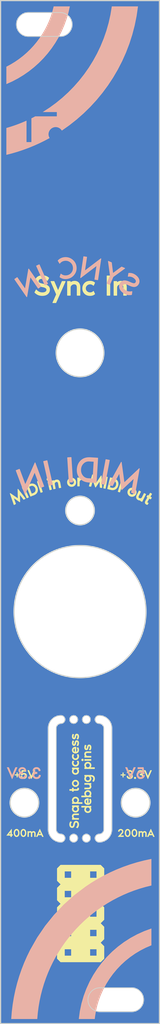
<source format=kicad_pcb>
(kicad_pcb (version 20221018) (generator pcbnew)
  (layers (0 "F.Cu" signal) (31 "B.Cu" signal) (34 "B.Paste" user) (35 "F.Paste" user) (36 "B.SilkS" user "B.Silkscreen") (37 "F.SilkS" user "F.Silkscreen") (38 "B.Mask" user) (39 "F.Mask" user) (44 "Edge.Cuts" user))
  (net 0 "")
  (gr_poly (pts (xy 16.349267 97.290123) (xy 15.925933 96.312225) (xy 15.7058 96.312225) (xy 16.349267 97.768494) (xy 16.992735 96.312225) (xy 16.772601 96.312225)) (stroke (width 0.039227)) (fill solid) (layer "B.SilkS"))
  (gr_poly (pts (xy 5.41639 57.885262) (xy 6.097405 60.890942) (xy 6.526788 60.793652) (xy 5.845773 57.787971)) (stroke (width 0.090516)) (fill solid) (layer "B.SilkS"))
  (gr_poly (pts (xy 13.812554 34.543198) (xy 13.397549 35.513702) (xy 13.740078 35.660175) (xy 14.155083 34.689671) (xy 15.621712 33.628639) (xy 15.236367 33.46386) (xy 14.124188 34.288174) (xy 13.951874 32.914589) (xy 13.566529 32.749805)) (stroke (width 0.090516)) (fill solid) (layer "B.SilkS"))
  (gr_poly (pts (xy 3.100348 36.25864) (xy 2.086657 34.789333) (xy 1.78002 35.000885) (xy 3.296148 37.19846) (xy 3.72928 34.65554) (xy 4.74297 36.124847) (xy 5.049611 35.913296) (xy 3.533484 33.715721)) (stroke (width 0.090516)) (fill solid) (layer "B.SilkS"))
  (gr_poly (pts (xy 17.263666 96.515434) (xy 17.811884 96.515434) (xy 17.866917 96.879501) (xy 17.852696 96.868224) (xy 17.838077 96.857674) (xy 17.823062 96.847851) (xy 17.80765 96.838756) (xy 17.791841 96.830389) (xy 17.775636 96.822749) (xy 17.759033 96.815837) (xy 17.742033 96.809652) (xy 17.724637 96.804195) (xy 17.706844 96.799466) (xy 17.688654 96.795464) (xy 17.670067 96.79219) (xy 17.651083 96.789643) (xy 17.631702 96.787825) (xy 17.611925 96.786733) (xy 17.59175 96.786369) (xy 17.59175 96.786362) (xy 17.568657 96.786858) (xy 17.545944 96.788346) (xy 17.523612 96.790827) (xy 17.50166 96.794299) (xy 17.480088 96.798764) (xy 17.458896 96.804222) (xy 17.438085 96.810671) (xy 17.417654 96.818112) (xy 17.397604 96.826546) (xy 17.377934 96.835972) (xy 17.358644 96.84639) (xy 17.339734 96.8578) (xy 17.321205 96.870202) (xy 17.303056 96.883596) (xy 17.285288 96.897982) (xy 17.2679 96.913361) (xy 17.250983 96.929327) (xy 17.235158 96.946005) (xy 17.220424 96.963393) (xy 17.206781 96.981493) (xy 17.19423 97.000304) (xy 17.18277 97.019825) (xy 17.172402 97.040057) (xy 17.163125 97.061001) (xy 17.154939 97.082655) (xy 17.147845 97.105021) (xy 17.141842 97.128097) (xy 17.136931 97.151884) (xy 17.133111 97.176382) (xy 17.130382 97.201591) (xy 17.128745 97.227512) (xy 17.1282 97.254143) (xy 17.128787 97.28084) (xy 17.130548 97.306959) (xy 17.133483 97.332499) (xy 17.137592 97.35746) (xy 17.142876 97.381843) (xy 17.149333 97.405647) (xy 17.156965 97.428872) (xy 17.165771 97.451519) (xy 17.17575 97.473587) (xy 17.186904 97.495077) (xy 17.199232 97.515988) (xy 17.212734 97.53632) (xy 17.22741 97.556073) (xy 17.24326 97.575248) (xy 17.260285 97.593845) (xy 17.278483 97.611862) (xy 17.297492 97.628779) (xy 17.316947 97.644604) (xy 17.336849 97.659338) (xy 17.357197 97.672981) (xy 17.377991 97.685532) (xy 17.399233 97.696992) (xy 17.42092 97.70736) (xy 17.443054 97.716638) (xy 17.465635 97.724823) (xy 17.488662 97.731918) (xy 17.512135 97.737921) (xy 17.536055 97.742832) (xy 17.560422 97.746652) (xy 17.585235 97.749381) (xy 17.610494 97.751018) (xy 17.6362 97.751564) (xy 17.661882 97.751068) (xy 17.687067 97.74958) (xy 17.711756 97.747099) (xy 17.735949 97.743626) (xy 17.759645 97.739161) (xy 17.782846 97.733704) (xy 17.805551 97.727255) (xy 17.827759 97.719813) (xy 17.849472 97.71138) (xy 17.870688 97.701954) (xy 17.891408 97.691536) (xy 17.911632 97.680126) (xy 17.93136 97.667724) (xy 17.950592 97.65433) (xy 17.969328 97.639943) (xy 17.987568 97.624565) (xy 18.005047 97.60821) (xy 18.0215 97.591424) (xy 18.036929 97.574209) (xy 18.051332 97.556564) (xy 18.06471 97.538489) (xy 18.077063 97.519985) (xy 18.088391 97.50105) (xy 18.098693 97.481686) (xy 18.10797 97.461891) (xy 18.116221 97.441667) (xy 18.123448 97.421013) (xy 18.129649 97.399929) (xy 18.134825 97.378415) (xy 18.138976 97.356472) (xy 18.142101 97.334098) (xy 18.144201 97.311295) (xy 17.932534 97.290123) (xy 17.93093 97.302988) (xy 17.928764 97.315655) (xy 17.926036 97.328124) (xy 17.922745 97.340394) (xy 17.918892 97.352466) (xy 17.914477 97.364339) (xy 17.909499 97.376014) (xy 17.90396 97.38749) (xy 17.897858 97.398768) (xy 17.891193 97.409848) (xy 17.883967 97.420729) (xy 17.876178 97.431412) (xy 17.867827 97.441897) (xy 17.858914 97.452183) (xy 17.849439 97.462271) (xy 17.839401 97.47216) (xy 17.828934 97.481388) (xy 17.818168 97.490021) (xy 17.807105 97.498058) (xy 17.795745 97.5055) (xy 17.784087 97.512346) (xy 17.772131 97.518597) (xy 17.759877 97.524253) (xy 17.747326 97.529313) (xy 17.734477 97.533778) (xy 17.721331 97.537647) (xy 17.707887 97.540922) (xy 17.694145 97.5436) (xy 17.680105 97.545684) (xy 17.665768 97.547172) (xy 17.651133 97.548065) (xy 17.636201 97.548363) (xy 17.620731 97.54804) (xy 17.605542 97.547073) (xy 17.590635 97.54546) (xy 17.576008 97.543203) (xy 17.561663 97.540301) (xy 17.547599 97.536753) (xy 17.533815 97.532561) (xy 17.520313 97.527724) (xy 17.507092 97.522242) (xy 17.494153 97.516116) (xy 17.481494 97.509344) (xy 17.469116 97.501927) (xy 17.45702 97.493866) (xy 17.445205 97.48516) (xy 17.43367 97.475809) (xy 17.422417 97.465813) (xy 17.411396 97.455088) (xy 17.401085 97.444082) (xy 17.391486 97.432795) (xy 17.382597 97.421228) (xy 17.37442 97.409379) (xy 17.366954 97.39725) (xy 17.360199 97.384839) (xy 17.354155 97.372148) (xy 17.348822 97.359175) (xy 17.3442 97.345921) (xy 17.340289 97.332387) (xy 17.337089 97.318571) (xy 17.3346 97.304475) (xy 17.332823 97.290097) (xy 17.331756 97.275438) (xy 17.3314 97.260498) (xy 17.331698 97.245848) (xy 17.332591 97.231528) (xy 17.334079 97.217538) (xy 17.336163 97.20388) (xy 17.338842 97.190552) (xy 17.342116 97.177554) (xy 17.345986 97.164888) (xy 17.35045 97.152552) (xy 17.355511 97.140546) (xy 17.361166 97.128871) (xy 17.367417 97.117527) (xy 17.374263 97.106513) (xy 17.381704 97.095831) (xy 17.389741 97.085478) (xy 17.398373 97.075456) (xy 17.4076 97.065765) (xy 17.417299 97.056537) (xy 17.427345 97.047905) (xy 17.437738 97.039868) (xy 17.448479 97.032426) (xy 17.459566 97.025579) (xy 17.471001 97.019328) (xy 17.482783 97.013673) (xy 17.494913 97.008613) (xy 17.50739 97.004148) (xy 17.520214 97.000278) (xy 17.533385 96.997004) (xy 17.546904 96.994325) (xy 17.56077 96.992242) (xy 17.574983 96.990754) (xy 17.589543 96.989861) (xy 17.604451 96.989563) (xy 17.61529 96.989737) (xy 17.626113 96.990258) (xy 17.63692 96.991126) (xy 17.64771 96.992341) (xy 17.658483 96.993904) (xy 17.66924 96.995814) (xy 17.679981 96.998071) (xy 17.690705 97.000675) (xy 17.701412 97.003627) (xy 17.712103 97.006926) (xy 17.722777 97.010572) (xy 17.733435 97.014565) (xy 17.744076 97.018906) (xy 17.754701 97.023594) (xy 17.765309 97.028629) (xy 17.775901 97.034012) (xy 17.786079 97.039708) (xy 17.795976 97.045686) (xy 17.805592 97.051945) (xy 17.814927 97.058485) (xy 17.823981 97.065306) (xy 17.832753 97.072409) (xy 17.841245 97.079792) (xy 17.849455 97.087457) (xy 17.857384 97.095403) (xy 17.865032 97.10363) (xy 17.872399 97.112138) (xy 17.879485 97.120927) (xy 17.88629 97.129998) (xy 17.892814 97.13935) (xy 17.899056 97.148983) (xy 17.905018 97.158897) (xy 18.112451 97.158897) (xy 17.985451 96.312233) (xy 17.263666 96.312233)) (stroke (width 0.039227)) (fill solid) (layer "B.SilkS"))
  (gr_poly (pts (xy 3.108652 60.846313) (xy 2.369837 58.870308) (xy 1.957453 59.024498) (xy 3.062471 61.979916) (xy 4.291146 59.189934) (xy 5.029962 61.165939) (xy 5.442346 61.011753) (xy 4.337327 58.056335)) (stroke (width 0.090516)) (fill solid) (layer "B.SilkS"))
  (gr_poly (pts (xy 8.152159 32.265631) (xy 8.083657 32.268896) (xy 8.014241 32.275349) (xy 7.986823 32.278811) (xy 7.959504 32.282872) (xy 7.932285 32.287532) (xy 7.905166 32.292792) (xy 7.878146 32.29865) (xy 7.851226 32.305106) (xy 7.824405 32.312162) (xy 7.797684 32.319817) (xy 7.771062 32.328071) (xy 7.74454 32.336923) (xy 7.718117 32.346375) (xy 7.691794 32.356425) (xy 7.66557 32.367074) (xy 7.639445 32.378322) (xy 7.61342 32.390169) (xy 7.587495 32.402615) (xy 7.561876 32.415605) (xy 7.536772 32.429086) (xy 7.512182 32.443057) (xy 7.488106 32.457518) (xy 7.464544 32.472469) (xy 7.441496 32.48791) (xy 7.418963 32.503842) (xy 7.396944 32.520263) (xy 7.375439 32.537174) (xy 7.354448 32.554575) (xy 7.333972 32.572466) (xy 7.314009 32.590848) (xy 7.294561 32.609719) (xy 7.275627 32.62908) (xy 7.257207 32.648932) (xy 7.239301 32.669273) (xy 7.437314 32.998028) (xy 7.467703 32.960471) (xy 7.499395 32.924962) (xy 7.532392 32.891499) (xy 7.566692 32.860084) (xy 7.602296 32.830715) (xy 7.639203 32.803394) (xy 7.677415 32.77812) (xy 7.71693 32.754893) (xy 7.75775 32.733713) (xy 7.799873 32.71458) (xy 7.8433 32.697494) (xy 7.88803 32.682456) (xy 7.934065 32.669464) (xy 7.981403 32.65852) (xy 8.030045 32.649623) (xy 8.079991 32.642773) (xy 8.1293 32.638208) (xy 8.177958 32.635947) (xy 8.225966 32.635988) (xy 8.273324 32.638331) (xy 8.320032 32.642977) (xy 8.366089 32.649926) (xy 8.411496 32.659177) (xy 8.456253 32.670731) (xy 8.500359 32.684588) (xy 8.543815 32.700747) (xy 8.586621 32.719209) (xy 8.628776 32.739973) (xy 8.670281 32.76304) (xy 8.711136 32.78841) (xy 8.75134 32.816083) (xy 8.790895 32.846058) (xy 8.828555 32.87735) (xy 8.864155 32.909826) (xy 8.897693 32.943485) (xy 8.929171 32.978327) (xy 8.958588 33.014353) (xy 8.985944 33.051562) (xy 9.011239 33.089954) (xy 9.034473 33.129529) (xy 9.055646 33.170288) (xy 9.074758 33.21223) (xy 9.091809 33.255356) (xy 9.106799 33.299665) (xy 9.119728 33.345157) (xy 9.130596 33.391833) (xy 9.139404 33.439692) (xy 9.14615 33.488735) (xy 9.15073 33.538043) (xy 9.153037 33.586696) (xy 9.153072 33.634696) (xy 9.150834 33.682042) (xy 9.146323 33.728734) (xy 9.13954 33.774772) (xy 9.130485 33.820156) (xy 9.119156 33.864886) (xy 9.105555 33.908963) (xy 9.089682 33.952386) (xy 9.071536 33.995154) (xy 9.051117 34.037269) (xy 9.028426 34.078731) (xy 9.003462 34.119538) (xy 8.976226 34.159692) (xy 8.946717 34.199192) (xy 8.914958 34.236907) (xy 8.882046 34.272557) (xy 8.847981 34.306143) (xy 8.812762 34.337664) (xy 8.77639 34.367121) (xy 8.738865 34.394514) (xy 8.700187 34.419842) (xy 8.660355 34.443105) (xy 8.61937 34.464304) (xy 8.577232 34.483439) (xy 8.533941 34.500509) (xy 8.489497 34.515515) (xy 8.443899 34.528456) (xy 8.397148 34.539333) (xy 8.349244 34.548146) (xy 8.300187 34.554893) (xy 8.24999 34.55956) (xy 8.200593 34.561907) (xy 8.151998 34.561933) (xy 8.104203 34.55964) (xy 8.05721 34.555027) (xy 8.011017 34.548093) (xy 7.965626 34.53884) (xy 7.921035 34.527267) (xy 7.877245 34.513374) (xy 7.834256 34.497161) (xy 7.792068 34.478628) (xy 7.750681 34.457774) (xy 7.710094 34.434601) (xy 7.670309 34.409108) (xy 7.631324 34.381295) (xy 7.593141 34.351162) (xy 7.475038 34.716324) (xy 7.497115 34.732076) (xy 7.519616 34.747261) (xy 7.542539 34.761878) (xy 7.565885 34.775928) (xy 7.589654 34.789411) (xy 7.613846 34.802326) (xy 7.638461 34.814673) (xy 7.663499 34.826453) (xy 7.68896 34.837666) (xy 7.714844 34.848311) (xy 7.741151 34.858389) (xy 7.767881 34.867899) (xy 7.795033 34.876841) (xy 7.822609 34.885217) (xy 7.850608 34.893024) (xy 7.879029 34.900265) (xy 7.935082 34.91212) (xy 7.990857 34.921567) (xy 8.046355 34.928603) (xy 8.073999 34.931218) (xy 8.101574 34.93323) (xy 8.12908 34.93464) (xy 8.156516 34.935448) (xy 8.183883 34.935654) (xy 8.211181 34.935257) (xy 8.238409 34.934258) (xy 8.265567 34.932656) (xy 8.292657 34.930453) (xy 8.319676 34.927647) (xy 8.388742 34.918152) (xy 8.456193 34.905761) (xy 8.522028 34.890474) (xy 8.586248 34.87229) (xy 8.648853 34.851211) (xy 8.709842 34.827235) (xy 8.769216 34.800362) (xy 8.826975 34.770594) (xy 8.883119 34.73793) (xy 8.937647 34.702369) (xy 8.990561 34.663912) (xy 9.041858 34.622559) (xy 9.091541 34.578309) (xy 9.139608 34.531164) (xy 9.18606 34.481122) (xy 9.230897 34.428185) (xy 9.272837 34.373413) (xy 9.311564 34.317761) (xy 9.347076 34.261227) (xy 9.379373 34.203813) (xy 9.408457 34.145518) (xy 9.434326 34.086341) (xy 9.456981 34.026284) (xy 9.476422 33.965345) (xy 9.492648 33.903525) (xy 9.505661 33.840825) (xy 9.515459 33.777243) (xy 9.522043 33.71278) (xy 9.525412 33.647436) (xy 9.525568 33.581211) (xy 9.522509 33.514105) (xy 9.516236 33.446117) (xy 9.506891 33.378484) (xy 9.494617 33.312439) (xy 9.479412 33.247983) (xy 9.461278 33.185115) (xy 9.440213 33.123836) (xy 9.416219 33.064145) (xy 9.389295 33.006043) (xy 9.359441 32.94953) (xy 9.326658 32.894605) (xy 9.290944 32.841269) (xy 9.252301 32.789522) (xy 9.210728 32.739363) (xy 9.166225 32.690793) (xy 9.118792 32.643812) (xy 9.06843 32.598419) (xy 9.015138 32.554615) (xy 8.959442 32.513254) (xy 8.902831 32.475081) (xy 8.845306 32.440095) (xy 8.786866 32.408297) (xy 8.727511 32.379686) (xy 8.667242 32.354263) (xy 8.606058 32.332027) (xy 8.543959 32.312979) (xy 8.480946 32.297119) (xy 8.417018 32.284446) (xy 8.352175 32.274961) (xy 8.286417 32.268663) (xy 8.219745 32.265553)) (stroke (width 0.090516)) (fill solid) (layer "B.SilkS"))
  (gr_poly (pts (xy 6.522331 1.344065) (xy 6.329954 1.946758) (xy 6.105344 2.534126) (xy 5.849542 3.105132) (xy 5.563589 3.658736) (xy 5.248524 4.193901) (xy 4.905389 4.709587) (xy 4.535225 5.204756) (xy 4.139072 5.678369) (xy 3.717971 6.129388) (xy 3.272962 6.556774) (xy 2.805086 6.959487) (xy 2.315384 7.336491) (xy 1.804896 7.686745) (xy 1.274664 8.009211) (xy 0.725727 8.302852) (xy 0.725727 10.491348) (xy 1.47788 10.153178) (xy 2.204535 9.77057) (xy 2.903943 9.345274) (xy 3.574358 8.879037) (xy 4.214034 8.373608) (xy 4.821224 7.830734) (xy 5.394182 7.252163) (xy 5.93116 6.639643) (xy 6.430413 5.994922) (xy 6.890193 5.319749) (xy 7.308754 4.615871) (xy 7.684348 3.885036) (xy 8.015231 3.128992) (xy 8.299654 2.349487) (xy 8.535872 1.54827) (xy 8.722136 0.727087) (xy 6.681435 0.727087)) (fill solid) (layer "B.SilkS"))
  (gr_poly (pts (xy 2.710818 96.302017) (xy 2.683723 96.30348) (xy 2.657438 96.305919) (xy 2.631964 96.309334) (xy 2.6073 96.313724) (xy 2.583446 96.31909) (xy 2.560402 96.325432) (xy 2.538169 96.332749) (xy 2.516746 96.341042) (xy 2.496133 96.350311) (xy 2.476331 96.360556) (xy 2.457339 96.371776) (xy 2.439157 96.383972) (xy 2.421785 96.397144) (xy 2.405224 96.411291) (xy 2.389473 96.426414) (xy 2.37435 96.442083) (xy 2.360203 96.457868) (xy 2.347032 96.473768) (xy 2.334836 96.489784) (xy 2.323616 96.505915) (xy 2.313372 96.522162) (xy 2.304103 96.538524) (xy 2.29581 96.555002) (xy 2.288493 96.571596) (xy 2.282151 96.588306) (xy 2.276785 96.605131) (xy 2.272395 96.622072) (xy 2.26898 96.639129) (xy 2.266541 96.656301) (xy 2.265077 96.67359) (xy 2.264589 96.690994) (xy 2.265251 96.715477) (xy 2.267235 96.739182) (xy 2.270542 96.76211) (xy 2.275173 96.784261) (xy 2.281126 96.805634) (xy 2.288402 96.826231) (xy 2.297001 96.84605) (xy 2.306922 96.865092) (xy 2.318167 96.883357) (xy 2.330735 96.900845) (xy 2.344625 96.917555) (xy 2.359839 96.933488) (xy 2.376375 96.948644) (xy 2.394235 96.963023) (xy 2.413417 96.976624) (xy 2.433922 96.989449) (xy 2.433935 96.989487) (xy 2.423707 96.993167) (xy 2.413662 96.997326) (xy 2.403798 97.001965) (xy 2.394116 97.007084) (xy 2.384615 97.012681) (xy 2.375297 97.018759) (xy 2.36616 97.025315) (xy 2.357206 97.032351) (xy 2.348433 97.039867) (xy 2.339842 97.047862) (xy 2.331434 97.056337) (xy 2.323207 97.065291) (xy 2.315162 97.074725) (xy 2.307298 97.084638) (xy 2.299617 97.095031) (xy 2.292118 97.105904) (xy 2.284685 97.117082) (xy 2.277732 97.128393) (xy 2.271258 97.139836) (xy 2.265264 97.151411) (xy 2.25975 97.163119) (xy 2.254714 97.174959) (xy 2.250159 97.186931) (xy 2.246083 97.199036) (xy 2.242486 97.211273) (xy 2.239369 97.223642) (xy 2.236732 97.236143) (xy 2.234574 97.248777) (xy 2.232896 97.261544) (xy 2.231697 97.274442) (xy 2.230977 97.287473) (xy 2.230738 97.300636) (xy 2.231234 97.323218) (xy 2.232722 97.345452) (xy 2.235203 97.367338) (xy 2.238675 97.388878) (xy 2.24314 97.410069) (xy 2.248597 97.430914) (xy 2.255046 97.451411) (xy 2.262488 97.47156) (xy 2.270922 97.491363) (xy 2.280347 97.510818) (xy 2.290765 97.529926) (xy 2.302176 97.548686) (xy 2.314578 97.567099) (xy 2.327973 97.585165) (xy 2.342359 97.602883) (xy 2.357738 97.620255) (xy 2.373862 97.636915) (xy 2.39101 97.6525) (xy 2.409184 97.667011) (xy 2.428382 97.680446) (xy 2.448607 97.692807) (xy 2.469856 97.704093) (xy 2.492131 97.714304) (xy 2.515431 97.72344) (xy 2.539756 97.731502) (xy 2.565106 97.738488) (xy 2.591482 97.7444) (xy 2.618883 97.749237) (xy 2.647309 97.752999) (xy 2.67676 97.755686) (xy 2.707237 97.757298) (xy 2.738739 97.757835) (xy 2.766685 97.757348) (xy 2.793904 97.755884) (xy 2.820396 97.753445) (xy 2.846159 97.75003) (xy 2.871195 97.74564) (xy 2.895504 97.740274) (xy 2.919085 97.733932) (xy 2.941939 97.726615) (xy 2.964065 97.718322) (xy 2.985463 97.709053) (xy 3.006134 97.698809) (xy 3.026077 97.687588) (xy 3.045292 97.675392) (xy 3.06378 97.662221) (xy 3.081541 97.648073) (xy 3.098574 97.63295) (xy 3.114779 97.617016) (xy 3.130059 97.600438) (xy 3.144413 97.583215) (xy 3.15784 97.565347) (xy 3.170342 97.546834) (xy 3.181917 97.527676) (xy 3.192567 97.507873) (xy 3.20229 97.487426) (xy 3.211087 97.466333) (xy 3.218959 97.444596) (xy 3.225904 97.422214) (xy 3.231923 97.399187) (xy 3.237017 97.375515) (xy 3.241184 97.351198) (xy 3.244425 97.326236) (xy 3.24674 97.300629) (xy 3.043541 97.266762) (xy 3.038084 97.30162) (xy 3.034637 97.318206) (xy 3.030709 97.33423) (xy 3.026303 97.349692) (xy 3.021416 97.364591) (xy 3.01605 97.378928) (xy 3.010205 97.392703) (xy 3.00388 97.405915) (xy 2.997075 97.418565) (xy 2.989791 97.430653) (xy 2.982027 97.442179) (xy 2.973784 97.453143) (xy 2.965061 97.463544) (xy 2.955858 97.473383) (xy 2.946176 97.48266) (xy 2.936014 97.491375) (xy 2.925373 97.499527) (xy 2.914252 97.507118) (xy 2.902652 97.514145) (xy 2.890572 97.520611) (xy 2.878013 97.526515) (xy 2.864974 97.531856) (xy 2.851455 97.536635) (xy 2.837457 97.540852) (xy 2.822979 97.544506) (xy 2.808022 97.547599) (xy 2.792585 97.550129) (xy 2.776669 97.552096) (xy 2.760273 97.553502) (xy 2.743397 97.554345) (xy 2.726042 97.554626) (xy 2.709332 97.554362) (xy 2.693068 97.553568) (xy 2.677251 97.552245) (xy 2.66188 97.550393) (xy 2.646956 97.548012) (xy 2.632478 97.545102) (xy 2.618447 97.541663) (xy 2.604862 97.537694) (xy 2.591724 97.533196) (xy 2.579032 97.528169) (xy 2.566787 97.522613) (xy 2.554988 97.516527) (xy 2.543636 97.509913) (xy 2.53273 97.502769) (xy 2.522271 97.495095) (xy 2.512259 97.486893) (xy 2.502774 97.478293) (xy 2.493902 97.469429) (xy 2.485642 97.460301) (xy 2.477993 97.450908) (xy 2.470957 97.441251) (xy 2.464532 97.431329) (xy 2.45872 97.421142) (xy 2.453519 97.410691) (xy 2.44893 97.399976) (xy 2.444952 97.388996) (xy 2.441587 97.377751) (xy 2.438834 97.366242) (xy 2.436692 97.354468) (xy 2.435163 97.342429) (xy 2.434245 97.330126) (xy 2.433939 97.317558) (xy 2.434311 97.302791) (xy 2.435427 97.288652) (xy 2.437288 97.275141) (xy 2.439892 97.262259) (xy 2.443241 97.250005) (xy 2.447333 97.23838) (xy 2.45217 97.227383) (xy 2.457751 97.217015) (xy 2.464076 97.207275) (xy 2.471146 97.198164) (xy 2.478959 97.189681) (xy 2.487517 97.181827) (xy 2.496818 97.174601) (xy 2.506864 97.168003) (xy 2.517654 97.162033) (xy 2.529188 97.156693) (xy 2.541185 97.151566) (xy 2.553893 97.146771) (xy 2.567312 97.142307) (xy 2.581442 97.138173) (xy 2.596283 97.13437) (xy 2.611836 97.130898) (xy 2.628099 97.127756) (xy 2.645074 97.124946) (xy 2.66276 97.122466) (xy 2.681157 97.120316) (xy 2.700265 97.118498) (xy 2.720084 97.11701) (xy 2.740615 97.115852) (xy 2.761856 97.115026) (xy 2.783809 97.11453) (xy 2.806473 97.114365) (xy 2.806473 96.911163) (xy 2.792781 96.911031) (xy 2.779221 96.910632) (xy 2.765794 96.909969) (xy 2.752499 96.909039) (xy 2.739336 96.907844) (xy 2.726305 96.906384) (xy 2.713407 96.904657) (xy 2.70064 96.902664) (xy 2.68784 96.899886) (xy 2.674843 96.896843) (xy 2.661646 96.893536) (xy 2.648252 96.889965) (xy 2.634659 96.886129) (xy 2.620867 96.882028) (xy 2.606878 96.877663) (xy 2.59269 96.873032) (xy 2.585637 96.870303) (xy 2.578766 96.867408) (xy 2.572077 96.864349) (xy 2.56557 96.861124) (xy 2.559245 96.857734) (xy 2.553101 96.854179) (xy 2.54714 96.850458) (xy 2.54136 96.846572) (xy 2.535762 96.842521) (xy 2.530346 96.838304) (xy 2.525112 96.833922) (xy 2.52006 96.829375) (xy 2.515189 96.824662) (xy 2.510501 96.819784) (xy 2.505994 96.814741) (xy 2.501669 96.809532) (xy 2.497567 96.804175) (xy 2.49373 96.798685) (xy 2.490158 96.793062) (xy 2.48685 96.787308) (xy 2.483807 96.781421) (xy 2.481029 96.775402) (xy 2.478515 96.76925) (xy 2.476266 96.762966) (xy 2.474281 96.75655) (xy 2.472561 96.750001) (xy 2.471106 96.743321) (xy 2.469915 96.736507) (xy 2.468989 96.729562) (xy 2.468327 96.722484) (xy 2.467931 96.715274) (xy 2.467798 96.707932) (xy 2.468063 96.698207) (xy 2.468857 96.688615) (xy 2.470179 96.679156) (xy 2.472031 96.669829) (xy 2.474413 96.660634) (xy 2.477323 96.651571) (xy 2.480762 96.642641) (xy 2.484731 96.633843) (xy 2.489229 96.625178) (xy 2.494256 96.616645) (xy 2.499811 96.608245) (xy 2.505897 96.599977) (xy 2.512511 96.591841) (xy 2.519654 96.583838) (xy 2.527327 96.575968) (xy 2.535528 96.56823) (xy 2.544209 96.56054) (xy 2.553321 96.553346) (xy 2.562862 96.546649) (xy 2.572833 96.540448) (xy 2.583234 96.534743) (xy 2.594066 96.529534) (xy 2.605327 96.524821) (xy 2.617018 96.520604) (xy 2.62914 96.516884) (xy 2.641691 96.513659) (xy 2.654672 96.510931) (xy 2.668083 96.508699) (xy 2.681925 96.506962) (xy 2.696196 96.505722) (xy 2.710897 96.504978) (xy 2.726028 96.50473) (xy 2.744219 96.50502) (xy 2.761747 96.505888) (xy 2.778614 96.507335) (xy 2.79482 96.509361) (xy 2.810364 96.511965) (xy 2.825247 96.515149) (xy 2.839468 96.518911) (xy 2.853028 96.523252) (xy 2.865926 96.528171) (xy 2.878163 96.533669) (xy 2.889739 96.539746) (xy 2.900653 96.546402) (xy 2.910905 96.553636) (xy 2.920497 96.56145) (xy 2.929426 96.569841) (xy 2.937695 96.578812) (xy 2.945177 96.588262) (xy 2.952279 96.598092) (xy 2.959001 96.608303) (xy 2.965342 96.618894) (xy 2.971303 96.629866) (xy 2.976884 96.641219) (xy 2.982084 96.652952) (xy 2.986904 96.665065) (xy 2.991344 96.677558) (xy 2.995404 96.690433) (xy 2.999083 96.703687) (xy 3.002382 96.717322) (xy 3.0053 96.731337) (xy 3.007838 96.745733) (xy 3.009996 96.760509) (xy 3.011774 96.775665) (xy 3.214973 96.741798) (xy 3.212411 96.717994) (xy 3.208955 96.694736) (xy 3.204607 96.672023) (xy 3.199365 96.649855) (xy 3.19323 96.628234) (xy 3.186202 96.607158) (xy 3.178281 96.586627) (xy 3.169467 96.566643) (xy 3.159761 96.547204) (xy 3.149161 96.528311) (xy 3.137668 96.509963) (xy 3.125281 96.492162) (xy 3.112002 96.474906) (xy 3.09783 96.458196) (xy 3.082765 96.442033) (xy 3.066807 96.426414) (xy 3.049898 96.411291) (xy 3.03251 96.397144) (xy 3.014643 96.383972) (xy 2.996295 96.371776) (xy 2.977469 96.360556) (xy 2.958162 96.350311) (xy 2.938377 96.341042) (xy 2.918111 96.332749) (xy 2.897366 96.325432) (xy 2.876142 96.31909) (xy 2.854437 96.313724) (xy 2.832254 96.309334) (xy 2.809591 96.305919) (xy 2.786448 96.30348) (xy 2.762826 96.302017) (xy 2.738724 96.301529)) (stroke (width 0.039227)) (fill solid) (layer "B.SilkS"))
  (gr_poly (pts (xy 11.039465 57.410132) (xy 10.955058 57.416945) (xy 10.873019 57.427313) (xy 10.793349 57.441233) (xy 10.716048 57.458708) (xy 10.641116 57.479736) (xy 10.568553 57.504318) (xy 10.498358 57.532454) (xy 10.430532 57.564144) (xy 10.365074 57.599387) (xy 10.301986 57.638184) (xy 10.241266 57.680535) (xy 10.182914 57.72644) (xy 10.126931 57.775898) (xy 10.073134 57.82811) (xy 10.02248 57.882342) (xy 9.97497 57.938597) (xy 9.930604 57.996872) (xy 9.889381 58.057169) (xy 9.851302 58.119487) (xy 9.816367 58.183827) (xy 9.784575 58.250188) (xy 9.755928 58.31857) (xy 9.730424 58.388974) (xy 9.708064 58.461399) (xy 9.688847 58.535846) (xy 9.672774 58.612314) (xy 9.659845 58.690804) (xy 9.65006 58.771315) (xy 9.643418 58.853848) (xy 9.640081 58.936042) (xy 9.640141 59.016683) (xy 9.643597 59.095771) (xy 9.650449 59.173307) (xy 9.660699 59.24929) (xy 9.674345 59.323721) (xy 9.691387 59.396598) (xy 9.711826 59.467923) (xy 9.735662 59.537695) (xy 9.762895 59.605915) (xy 9.793524 59.672581) (xy 9.82755 59.737695) (xy 9.864972 59.801257) (xy 9.905792 59.863265) (xy 9.950008 59.923721) (xy 9.997621 59.982624) (xy 10.048267 60.038552) (xy 10.101516 60.091229) (xy 10.157367 60.140653) (xy 10.21582 60.186825) (xy 10.276875 60.229744) (xy 10.340532 60.269412) (xy 10.406792 60.305828) (xy 10.475654 60.338991) (xy 10.547118 60.368903) (xy 10.621184 60.395562) (xy 10.697853 60.418969) (xy 10.777124 60.439124) (xy 10.858998 60.456027) (xy 10.943474 60.469678) (xy 11.030552 60.480078) (xy 11.120233 60.487225) (xy 12.040345 60.543056) (xy 12.201958 57.879639) (xy 11.760896 57.879639) (xy 11.627564 60.076931) (xy 11.032464 60.040821) (xy 10.97766 60.036257) (xy 10.924257 60.029302) (xy 10.872255 60.019954) (xy 10.821655 60.008215) (xy 10.772457 59.994085) (xy 10.72466 59.977563) (xy 10.678265 59.958649) (xy 10.633271 59.937343) (xy 10.589679 59.913646) (xy 10.547488 59.887557) (xy 10.506699 59.859076) (xy 10.467312 59.828204) (xy 10.429326 59.79494) (xy 10.392741 59.759284) (xy 10.357559 59.721237) (xy 10.323777 59.680798) (xy 10.291319 59.638069) (xy 10.261181 59.594369) (xy 10.233363 59.549697) (xy 10.207866 59.504053) (xy 10.184689 59.457437) (xy 10.163832 59.409849) (xy 10.145295 59.361289) (xy 10.129079 59.311757) (xy 10.115183 59.261253) (xy 10.103607 59.209778) (xy 10.094352 59.15733) (xy 10.087417 59.10391) (xy 10.082802 59.049519) (xy 10.080507 58.994155) (xy 10.080533 58.93782) (xy 10.082879 58.880512) (xy 10.087478 58.823359) (xy 10.094261 58.767488) (xy 10.103228 58.712897) (xy 10.114378 58.659588) (xy 10.127711 58.607559) (xy 10.143228 58.556812) (xy 10.160929 58.507346) (xy 10.180813 58.459161) (xy 10.202881 58.412258) (xy 10.227132 58.366635) (xy 10.253567 58.322294) (xy 10.282185 58.279233) (xy 10.312988 58.237454) (xy 10.345973 58.196957) (xy 10.381143 58.15774) (xy 10.418496 58.119804) (xy 10.456953 58.083192) (xy 10.49651 58.049159) (xy 10.537167 58.017705) (xy 10.578924 57.988831) (xy 10.62178 57.962536) (xy 10.665737 57.938821) (xy 10.710793 57.917684) (xy 10.756949 57.899127) (xy 10.804206 57.88315) (xy 10.852562 57.869752) (xy 10.902018 57.858933) (xy 10.952573 57.850694) (xy 11.004229 57.845033) (xy 11.056985 57.841953) (xy 11.11084 57.841451) (xy 11.165795 57.843529) (xy 11.760896 57.879639) (xy 12.201958 57.879639) (xy 12.227005 57.466846) (xy 11.306901 57.411015) (xy 11.215387 57.407167) (xy 11.126242 57.406873)) (stroke (width 0.090516)) (fill solid) (layer "B.SilkS"))
  (gr_poly (pts (xy 18.074756 116.882477) (xy 17.194745 117.278943) (xy 16.349913 117.736065) (xy 15.54306 118.251039) (xy 14.776989 118.821062) (xy 14.054499 119.443332) (xy 13.378394 120.115046) (xy 12.751475 120.8334) (xy 12.176543 121.595591) (xy 11.6564 122.398818) (xy 11.193848 123.240275) (xy 10.791688 124.117162) (xy 10.452721 125.026674) (xy 10.179749 125.966009) (xy 9.975575 126.932364) (xy 9.842999 127.922935) (xy 11.853211 127.922935) (xy 11.904566 127.527031) (xy 11.969398 127.135591) (xy 12.047468 126.748857) (xy 12.138533 126.367069) (xy 12.242355 125.990468) (xy 12.35869 125.619297) (xy 12.4873 125.253797) (xy 12.627943 124.894209) (xy 12.944364 124.193733) (xy 13.306028 123.519801) (xy 13.711007 122.874342) (xy 14.157375 122.259289) (xy 14.643206 121.676571) (xy 15.166572 121.128118) (xy 15.725549 120.615862) (xy 16.318208 120.141733) (xy 16.942623 119.707662) (xy 17.596868 119.315579) (xy 18.279017 118.967415) (xy 18.987142 118.6651) (xy 18.987142 116.549469)) (fill solid) (layer "B.SilkS"))
  (gr_poly (pts (xy 18.079859 108.002772) (xy 17.187628 108.232616) (xy 16.311238 108.498593) (xy 15.45148 108.799812) (xy 14.609143 109.13538) (xy 13.785015 109.504407) (xy 12.979887 109.906001) (xy 12.194548 110.339271) (xy 11.429787 110.803326) (xy 10.686394 111.297273) (xy 9.266868 112.371282) (xy 7.942285 113.554168) (xy 6.718961 114.838798) (xy 5.603211 116.218042) (xy 4.60135 117.684768) (xy 3.719693 119.231847) (xy 3.325915 120.03329) (xy 2.964556 120.852147) (xy 2.636406 121.687526) (xy 2.342254 122.538537) (xy 2.082889 123.404287) (xy 1.859102 124.283885) (xy 1.67168 125.176441) (xy 1.521415 126.081062) (xy 1.409094 126.996857) (xy 1.335508 127.922935) (xy 4.616445 127.922935) (xy 4.68339 127.16122) (xy 4.780978 126.40809) (xy 4.908608 125.66422) (xy 5.065682 124.930285) (xy 5.251601 124.20696) (xy 5.465767 123.494921) (xy 5.70758 122.794842) (xy 5.976443 122.107398) (xy 6.271756 121.433265) (xy 6.59292 120.773117) (xy 6.939337 120.127629) (xy 7.310409 119.497477) (xy 7.705535 118.883335) (xy 8.124119 118.285879) (xy 8.56556 117.705784) (xy 9.02926 117.143724) (xy 9.514621 116.600375) (xy 10.021043 116.076412) (xy 10.547929 115.57251) (xy 11.094678 115.089343) (xy 11.660693 114.627587) (xy 12.245375 114.187917) (xy 12.848125 113.771008) (xy 13.468344 113.377535) (xy 14.105434 113.008173) (xy 14.758795 112.663597) (xy 15.42783 112.344482) (xy 16.111938 112.051503) (xy 16.810523 111.785335) (xy 17.522984 111.546654) (xy 18.248723 111.336133) (xy 18.987142 111.154449) (xy 18.987142 107.809952)) (fill solid) (layer "B.SilkS"))
  (gr_poly (pts (xy 13.651673 60.786953) (xy 14.075455 60.936623) (xy 14.960053 59.313274) (xy 15.25319 61.430382) (xy 16.810875 59.96693) (xy 16.479798 61.785763) (xy 16.90358 61.935432) (xy 17.461342 58.786179) (xy 15.552529 60.582809) (xy 15.195382 57.985909)) (stroke (width 0.090516)) (fill solid) (layer "B.SilkS"))
  (gr_poly (pts (xy 12.689904 60.68232) (xy 13.122551 60.763855) (xy 13.693299 57.735298) (xy 13.260651 57.653763)) (stroke (width 0.090516)) (fill solid) (layer "B.SilkS"))
  (gr_poly (pts (xy 4.524705 33.327534) (xy 5.580625 35.711926) (xy 5.92125 35.561081) (xy 4.865335 33.176689)) (stroke (width 0.090516)) (fill solid) (layer "B.SilkS"))
  (gr_poly (pts (xy 13.826835 1.773192) (xy 13.59637 2.798402) (xy 13.310176 3.80101) (xy 12.969974 4.779307) (xy 12.577483 5.731585) (xy 12.134425 6.656134) (xy 11.64252 7.551247) (xy 11.103489 8.415214) (xy 10.519052 9.246328) (xy 9.89093 10.042879) (xy 9.220843 10.803159) (xy 8.510512 11.52546) (xy 7.761657 12.208072) (xy 6.975999 12.849288) (xy 6.155259 13.447399) (xy 5.301157 14.000695) (xy 7.079343 14.000695) (xy 7.079343 14.537613) (xy 4.362197 14.537613) (xy 4.241836 14.601318) (xy 4.121136 14.664404) (xy 3.999915 14.726623) (xy 3.877989 14.787727) (xy 3.877989 17.771008) (xy 3.264074 17.771008) (xy 3.264074 15.077115) (xy 2.956552 15.211865) (xy 2.646108 15.341182) (xy 2.332807 15.465004) (xy 2.016715 15.583271) (xy 1.697895 15.69592) (xy 1.376414 15.802888) (xy 1.052337 15.904116) (xy 0.725727 15.999539) (xy 0.725727 19.377628) (xy 1.444147 19.19315) (xy 2.152855 18.985014) (xy 2.851403 18.753671) (xy 3.539341 18.499569) (xy 4.216222 18.22316) (xy 4.881598 17.924892) (xy 5.53502 17.605215) (xy 6.17604 17.264578) (xy 6.159918 17.23843) (xy 6.144713 17.211808) (xy 6.130433 17.184738) (xy 6.117085 17.157243) (xy 6.104676 17.129348) (xy 6.093215 17.101077) (xy 6.082708 17.072456) (xy 6.073164 17.043508) (xy 6.064591 17.014258) (xy 6.056995 16.984731) (xy 6.050384 16.95495) (xy 6.044767 16.924941) (xy 6.04015 16.894728) (xy 6.036541 16.864335) (xy 6.033948 16.833787) (xy 6.032379 16.803108) (xy 6.033484 16.757763) (xy 6.036817 16.712724) (xy 6.042346 16.668067) (xy 6.05004 16.623867) (xy 6.059869 16.580199) (xy 6.071801 16.537138) (xy 6.085806 16.494759) (xy 6.101852 16.453137) (xy 6.119908 16.412347) (xy 6.139944 16.372463) (xy 6.161928 16.333562) (xy 6.185829 16.295717) (xy 6.211616 16.259004) (xy 6.239259 16.223498) (xy 6.268725 16.189274) (xy 6.299985 16.156406) (xy 6.332835 16.125128) (xy 6.367042 16.095642) (xy 6.402533 16.06798) (xy 6.439231 16.042172) (xy 6.477062 16.018249) (xy 6.515952 15.996244) (xy 6.555824 15.976186) (xy 6.596604 15.958106) (xy 6.638217 15.942037) (xy 6.680588 15.928008) (xy 6.723642 15.916051) (xy 6.767305 15.906198) (xy 6.8115 15.898478) (xy 6.856154 15.892924) (xy 6.90119 15.889566) (xy 6.946535 15.888435) (xy 6.975861 15.889565) (xy 7.005019 15.891623) (xy 7.03399 15.894599) (xy 7.062756 15.898482) (xy 7.091299 15.903261) (xy 7.119599 15.908926) (xy 7.147639 15.915466) (xy 7.1754 15.92287) (xy 7.23001 15.940226) (xy 7.283282 15.96091) (xy 7.335067 15.984835) (xy 7.385217 16.011915) (xy 7.433585 16.042065) (xy 7.480021 16.075197) (xy 7.524378 16.111226) (xy 7.566508 16.150067) (xy 7.586692 16.170515) (xy 7.606263 16.191633) (xy 7.625204 16.21341) (xy 7.643495 16.235837) (xy 7.661118 16.258902) (xy 7.678055 16.282595) (xy 7.694287 16.306904) (xy 7.709796 16.33182) (xy 8.666205 15.657352) (xy 9.583957 14.933826) (xy 10.461136 14.163158) (xy 11.295823 13.347266) (xy 12.086099 12.488068) (xy 12.830046 11.587481) (xy 13.525745 10.647423) (xy 14.171279 9.669811) (xy 14.764729 8.656563) (xy 15.304177 7.609596) (xy 15.787704 6.530828) (xy 16.213393 5.422177) (xy 16.579324 4.28556) (xy 16.883579 3.122894) (xy 17.124241 1.936097) (xy 17.29939 0.727087) (xy 13.99985 0.727087)) (fill solid) (layer "B.SilkS"))
  (gr_poly (pts (xy 8.435105 57.414917) (xy 8.631608 60.490509) (xy 9.070977 60.46244) (xy 8.874475 57.386845)) (stroke (width 0.090516)) (fill solid) (layer "B.SilkS"))
  (gr_poly (pts (xy 1.451803 97.296402) (xy 1.028469 96.318504) (xy 0.808336 96.318504) (xy 1.451803 97.774773) (xy 2.095272 96.318504) (xy 1.875137 96.318504)) (stroke (width 0.039227)) (fill solid) (layer "B.SilkS"))
  (gr_poly (pts (xy 4.505748 96.302017) (xy 4.478653 96.30348) (xy 4.452368 96.305919) (xy 4.426893 96.309334) (xy 4.402229 96.313724) (xy 4.378375 96.31909) (xy 4.355332 96.325432) (xy 4.333098 96.332749) (xy 4.311675 96.341042) (xy 4.291063 96.350311) (xy 4.27126 96.360556) (xy 4.252268 96.371776) (xy 4.234086 96.383972) (xy 4.216715 96.397144) (xy 4.200153 96.411291) (xy 4.184402 96.426414) (xy 4.16928 96.442083) (xy 4.155133 96.457868) (xy 4.141962 96.473768) (xy 4.129766 96.489784) (xy 4.118546 96.505915) (xy 4.108302 96.522162) (xy 4.099034 96.538524) (xy 4.090741 96.555002) (xy 4.083423 96.571596) (xy 4.077081 96.588306) (xy 4.071715 96.605131) (xy 4.067325 96.622072) (xy 4.06391 96.639129) (xy 4.061471 96.656301) (xy 4.060008 96.67359) (xy 4.05952 96.690994) (xy 4.060181 96.715477) (xy 4.062166 96.739182) (xy 4.065473 96.76211) (xy 4.070103 96.784261) (xy 4.076056 96.805634) (xy 4.083332 96.826231) (xy 4.091931 96.84605) (xy 4.101853 96.865092) (xy 4.113098 96.883357) (xy 4.125666 96.900845) (xy 4.139556 96.917555) (xy 4.15477 96.933488) (xy 4.171306 96.948644) (xy 4.189166 96.963023) (xy 4.208348 96.976624) (xy 4.228853 96.989449) (xy 4.228866 96.989487) (xy 4.218638 96.993167) (xy 4.208592 96.997326) (xy 4.198728 97.001965) (xy 4.189046 97.007084) (xy 4.179545 97.012681) (xy 4.170227 97.018759) (xy 4.161091 97.025315) (xy 4.152136 97.032351) (xy 4.143364 97.039867) (xy 4.134773 97.047862) (xy 4.126364 97.056337) (xy 4.118137 97.065291) (xy 4.110092 97.074725) (xy 4.102229 97.084638) (xy 4.094548 97.095031) (xy 4.087049 97.105904) (xy 4.079616 97.117082) (xy 4.072663 97.128393) (xy 4.066189 97.139836) (xy 4.060195 97.151411) (xy 4.05468 97.163119) (xy 4.049645 97.174959) (xy 4.045089 97.186931) (xy 4.041013 97.199036) (xy 4.037417 97.211273) (xy 4.0343 97.223642) (xy 4.031662 97.236143) (xy 4.029504 97.248777) (xy 4.027826 97.261544) (xy 4.026627 97.274442) (xy 4.025908 97.287473) (xy 4.025668 97.300636) (xy 4.026164 97.323218) (xy 4.027653 97.345452) (xy 4.030133 97.367338) (xy 4.033606 97.388878) (xy 4.038071 97.410069) (xy 4.043528 97.430914) (xy 4.049977 97.451411) (xy 4.057418 97.47156) (xy 4.065852 97.491363) (xy 4.075278 97.510818) (xy 4.085696 97.529926) (xy 4.097106 97.548686) (xy 4.109508 97.567099) (xy 4.122902 97.585165) (xy 4.137289 97.602883) (xy 4.152668 97.620255) (xy 4.168791 97.636915) (xy 4.185939 97.6525) (xy 4.204113 97.667011) (xy 4.223312 97.680446) (xy 4.243536 97.692807) (xy 4.264786 97.704093) (xy 4.28706 97.714304) (xy 4.31036 97.72344) (xy 4.334686 97.731502) (xy 4.360036 97.738488) (xy 4.386412 97.7444) (xy 4.413813 97.749237) (xy 4.442239 97.752999) (xy 4.471691 97.755686) (xy 4.502167 97.757298) (xy 4.533669 97.757835) (xy 4.561616 97.757348) (xy 4.588835 97.755884) (xy 4.615327 97.753445) (xy 4.641091 97.75003) (xy 4.666127 97.74564) (xy 4.690436 97.740274) (xy 4.714017 97.733932) (xy 4.73687 97.726615) (xy 4.758996 97.718322) (xy 4.780394 97.709053) (xy 4.801065 97.698809) (xy 4.821008 97.687588) (xy 4.840223 97.675392) (xy 4.858711 97.662221) (xy 4.876471 97.648073) (xy 4.893503 97.63295) (xy 4.909709 97.617016) (xy 4.924989 97.600438) (xy 4.939343 97.583215) (xy 4.95277 97.565347) (xy 4.965272 97.546834) (xy 4.976847 97.527676) (xy 4.987497 97.507873) (xy 4.99722 97.487426) (xy 5.006018 97.466333) (xy 5.013889 97.444596) (xy 5.020834 97.422214) (xy 5.026854 97.399187) (xy 5.031947 97.375515) (xy 5.036114 97.351198) (xy 5.039355 97.326236) (xy 5.04167 97.300629) (xy 4.838469 97.266762) (xy 4.833012 97.30162) (xy 4.829564 97.318206) (xy 4.825637 97.33423) (xy 4.82123 97.349692) (xy 4.816344 97.364591) (xy 4.810978 97.378928) (xy 4.805132 97.392703) (xy 4.798807 97.405915) (xy 4.792002 97.418565) (xy 4.784718 97.430653) (xy 4.776954 97.442179) (xy 4.768711 97.453143) (xy 4.759988 97.463544) (xy 4.750786 97.473383) (xy 4.741104 97.48266) (xy 4.730942 97.491375) (xy 4.720301 97.499527) (xy 4.70918 97.507118) (xy 4.697579 97.514145) (xy 4.6855 97.520611) (xy 4.67294 97.526515) (xy 4.659901 97.531856) (xy 4.646382 97.536635) (xy 4.632384 97.540852) (xy 4.617906 97.544506) (xy 4.602949 97.547599) (xy 4.587512 97.550129) (xy 4.571595 97.552096) (xy 4.555199 97.553502) (xy 4.538324 97.554345) (xy 4.520968 97.554626) (xy 4.504258 97.554362) (xy 4.487995 97.553568) (xy 4.472178 97.552245) (xy 4.456807 97.550393) (xy 4.441883 97.548012) (xy 4.427405 97.545102) (xy 4.413374 97.541663) (xy 4.399789 97.537694) (xy 4.386651 97.533196) (xy 4.373959 97.528169) (xy 4.361714 97.522613) (xy 4.349915 97.516527) (xy 4.338562 97.509913) (xy 4.327657 97.502769) (xy 4.317197 97.495095) (xy 4.307184 97.486893) (xy 4.2977 97.478293) (xy 4.288828 97.469429) (xy 4.280568 97.460301) (xy 4.27292 97.450908) (xy 4.265883 97.441251) (xy 4.259458 97.431329) (xy 4.253646 97.421142) (xy 4.248445 97.410691) (xy 4.243856 97.399976) (xy 4.239878 97.388996) (xy 4.236513 97.377751) (xy 4.23376 97.366242) (xy 4.231618 97.354468) (xy 4.230088 97.342429) (xy 4.229171 97.330126) (xy 4.228865 97.317558) (xy 4.229237 97.302791) (xy 4.230353 97.288652) (xy 4.232213 97.275141) (xy 4.234818 97.262259) (xy 4.238166 97.250005) (xy 4.242259 97.23838) (xy 4.247096 97.227383) (xy 4.252677 97.217015) (xy 4.259002 97.207275) (xy 4.266072 97.198164) (xy 4.273885 97.189681) (xy 4.282443 97.181827) (xy 4.291745 97.174601) (xy 4.30179 97.168003) (xy 4.312581 97.162033) (xy 4.324115 97.156693) (xy 4.336112 97.151566) (xy 4.34882 97.146771) (xy 4.362239 97.142307) (xy 4.376369 97.138173) (xy 4.39121 97.13437) (xy 4.406763 97.130898) (xy 4.423026 97.127756) (xy 4.440001 97.124946) (xy 4.457686 97.122466) (xy 4.476083 97.120316) (xy 4.495191 97.118498) (xy 4.51501 97.11701) (xy 4.53554 97.115852) (xy 4.556782 97.115026) (xy 4.578734 97.11453) (xy 4.601398 97.114365) (xy 4.601398 96.911163) (xy 4.587706 96.911031) (xy 4.574147 96.910632) (xy 4.560719 96.909969) (xy 4.547424 96.909039) (xy 4.534261 96.907844) (xy 4.52123 96.906384) (xy 4.508331 96.904657) (xy 4.495564 96.902664) (xy 4.482765 96.899886) (xy 4.469767 96.896843) (xy 4.456571 96.893536) (xy 4.443177 96.889965) (xy 4.429584 96.886129) (xy 4.415792 96.882028) (xy 4.401803 96.877663) (xy 4.387614 96.873032) (xy 4.380561 96.870303) (xy 4.37369 96.867408) (xy 4.367001 96.864349) (xy 4.360494 96.861124) (xy 4.354169 96.857734) (xy 4.348026 96.854179) (xy 4.342064 96.850458) (xy 4.336284 96.846572) (xy 4.330687 96.842521) (xy 4.325271 96.838304) (xy 4.320037 96.833922) (xy 4.314985 96.829375) (xy 4.310114 96.824662) (xy 4.305426 96.819784) (xy 4.300919 96.814741) (xy 4.296595 96.809532) (xy 4.292493 96.804175) (xy 4.288656 96.798685) (xy 4.285084 96.793062) (xy 4.281776 96.787308) (xy 4.278733 96.781421) (xy 4.275955 96.775402) (xy 4.273441 96.76925) (xy 4.271192 96.762966) (xy 4.269208 96.75655) (xy 4.267488 96.750001) (xy 4.266032 96.743321) (xy 4.264842 96.736507) (xy 4.263916 96.729562) (xy 4.263254 96.722484) (xy 4.262857 96.715274) (xy 4.262725 96.707932) (xy 4.262989 96.698207) (xy 4.263783 96.688615) (xy 4.265106 96.679156) (xy 4.266958 96.669829) (xy 4.269339 96.660634) (xy 4.272249 96.651571) (xy 4.275689 96.642641) (xy 4.279657 96.633843) (xy 4.284155 96.625178) (xy 4.289182 96.616645) (xy 4.294738 96.608245) (xy 4.300823 96.599977) (xy 4.307437 96.591841) (xy 4.314581 96.583838) (xy 4.322253 96.575968) (xy 4.330455 96.56823) (xy 4.339136 96.56054) (xy 4.348247 96.553346) (xy 4.357789 96.546649) (xy 4.36776 96.540448) (xy 4.378161 96.534743) (xy 4.388992 96.529534) (xy 4.400254 96.524821) (xy 4.411945 96.520604) (xy 4.424066 96.516884) (xy 4.436617 96.513659) (xy 4.449599 96.510931) (xy 4.46301 96.508699) (xy 4.476851 96.506962) (xy 4.491122 96.505722) (xy 4.505824 96.504978) (xy 4.520955 96.50473) (xy 4.539145 96.50502) (xy 4.556674 96.505888) (xy 4.573541 96.507335) (xy 4.589747 96.509361) (xy 4.605291 96.511965) (xy 4.620174 96.515149) (xy 4.634395 96.518911) (xy 4.647955 96.523252) (xy 4.660854 96.528171) (xy 4.673091 96.533669) (xy 4.684666 96.539746) (xy 4.69558 96.546402) (xy 4.705833 96.553636) (xy 4.715424 96.56145) (xy 4.724354 96.569841) (xy 4.732622 96.578812) (xy 4.740105 96.588262) (xy 4.747207 96.598092) (xy 4.753928 96.608303) (xy 4.76027 96.618894) (xy 4.766231 96.629866) (xy 4.771812 96.641219) (xy 4.777012 96.652952) (xy 4.781832 96.665065) (xy 4.786272 96.677558) (xy 4.790332 96.690433) (xy 4.794011 96.703687) (xy 4.79731 96.717322) (xy 4.800229 96.731337) (xy 4.802767 96.745733) (xy 4.804925 96.760509) (xy 4.806703 96.775665) (xy 5.009904 96.741798) (xy 5.007341 96.717994) (xy 5.003885 96.694736) (xy 4.999537 96.672023) (xy 4.994295 96.649855) (xy 4.98816 96.628234) (xy 4.981132 96.607158) (xy 4.973211 96.586627) (xy 4.964397 96.566643) (xy 4.95469 96.547204) (xy 4.94409 96.528311) (xy 4.932597 96.509963) (xy 4.920211 96.492162) (xy 4.906932 96.474906) (xy 4.89276 96.458196) (xy 4.877695 96.442033) (xy 4.861737 96.426414) (xy 4.844829 96.411291) (xy 4.82744 96.397144) (xy 4.809573 96.383972) (xy 4.791225 96.371776) (xy 4.772399 96.360556) (xy 4.753092 96.350311) (xy 4.733306 96.341042) (xy 4.713041 96.332749) (xy 4.692296 96.325432) (xy 4.671071 96.31909) (xy 4.649367 96.313724) (xy 4.627183 96.309334) (xy 4.60452 96.305919) (xy 4.581377 96.30348) (xy 4.557755 96.302017) (xy 4.533653 96.301529)) (stroke (width 0.039227)) (fill solid) (layer "B.SilkS"))
  (gr_poly (pts (xy 16.181195 34.253847) (xy 16.124775 34.259109) (xy 16.069206 34.63694) (xy 16.117819 34.631201) (xy 16.16582 34.627681) (xy 16.213208 34.626382) (xy 16.259985 34.627303) (xy 16.30615 34.630443) (xy 16.351703 34.635804) (xy 16.396644 34.643385) (xy 16.440973 34.653185) (xy 16.484689 34.665206) (xy 16.527794 34.679447) (xy 16.570287 34.695908) (xy 16.612168 34.714588) (xy 16.653437 34.735489) (xy 16.694094 34.75861) (xy 16.734139 34.783951) (xy 16.773571 34.811512) (xy 16.799966 34.831323) (xy 16.825154 34.85119) (xy 16.849136 34.871113) (xy 16.871912 34.891091) (xy 16.893483 34.911126) (xy 16.913847 34.931216) (xy 16.933005 34.951362) (xy 16.950957 34.971564) (xy 16.967702 34.991822) (xy 16.983242 35.012136) (xy 16.997576 35.032506) (xy 17.010703 35.052931) (xy 17.022625 35.073413) (xy 17.03334 35.09395) (xy 17.042849 35.114544) (xy 17.051152 35.135193) (xy 17.057829 35.155496) (xy 17.063243 35.175625) (xy 17.067395 35.19558) (xy 17.070283 35.215361) (xy 17.071907 35.234968) (xy 17.072269 35.254401) (xy 17.071367 35.273661) (xy 17.069203 35.292746) (xy 17.065775 35.311658) (xy 17.061084 35.330395) (xy 17.05513 35.348959) (xy 17.047912 35.367348) (xy 17.039432 35.385564) (xy 17.029689 35.403606) (xy 17.018682 35.421473) (xy 17.006413 35.439167) (xy 16.995233 35.453526) (xy 16.983485 35.466866) (xy 16.971167 35.479188) (xy 16.964794 35.484967) (xy 16.95828 35.490492) (xy 16.951623 35.495761) (xy 16.944823 35.500777) (xy 16.937882 35.505537) (xy 16.930798 35.510043) (xy 16.923571 35.514295) (xy 16.916203 35.518292) (xy 16.908692 35.522034) (xy 16.901039 35.525521) (xy 16.893243 35.528754) (xy 16.885306 35.531733) (xy 16.877226 35.534456) (xy 16.869003 35.536925) (xy 16.860639 35.53914) (xy 16.852132 35.5411) (xy 16.834691 35.544256) (xy 16.816681 35.546394) (xy 16.798102 35.547513) (xy 16.778953 35.547613) (xy 16.759236 35.546696) (xy 16.73899 35.544395) (xy 16.717686 35.54113) (xy 16.695321 35.536901) (xy 16.671896 35.531707) (xy 16.647412 35.525548) (xy 16.621868 35.518425) (xy 16.595265 35.510338) (xy 16.567601 35.501286) (xy 16.538878 35.491269) (xy 16.509095 35.480288) (xy 16.446351 35.455432) (xy 16.379367 35.426718) (xy 16.308144 35.394146) (xy 16.19909 35.344677) (xy 16.146456 35.322514) (xy 16.095084 35.302065) (xy 16.044974 35.28333) (xy 15.996126 35.266309) (xy 15.94854 35.251002) (xy 15.902217 35.23741) (xy 15.857155 35.225531) (xy 15.813356 35.215367) (xy 15.770819 35.206917) (xy 15.729544 35.20018) (xy 15.689531 35.195158) (xy 15.65078 35.19185) (xy 15.613291 35.190256) (xy 15.577065 35.190376) (xy 15.542125 35.191947) (xy 15.507922 35.195486) (xy 15.474457 35.200994) (xy 15.441729 35.208471) (xy 15.409739 35.217916) (xy 15.378486 35.22933) (xy 15.34797 35.242712) (xy 15.318192 35.258063) (xy 15.289151 35.275382) (xy 15.260847 35.29467) (xy 15.233281 35.315927) (xy 15.206452 35.339153) (xy 15.18036 35.364346) (xy 15.155006 35.391509) (xy 15.13039 35.42064) (xy 15.106511 35.45174) (xy 15.081837 35.487181) (xy 15.059424 35.523075) (xy 15.039271 35.559424) (xy 15.02138 35.596226) (xy 15.005749 35.633483) (xy 14.99238 35.671193) (xy 14.98127 35.709357) (xy 14.972422 35.747976) (xy 14.965835 35.787048) (xy 14.961508 35.826574) (xy 14.959442 35.866555) (xy 14.959636 35.906989) (xy 14.962091 35.947877) (xy 14.966807 35.989219) (xy 14.973784 36.031015) (xy 14.983021 36.073265) (xy 14.994762 36.115074) (xy 15.008673 36.156332) (xy 15.024755 36.197037) (xy 15.043008 36.237192) (xy 15.063431 36.276794) (xy 15.086025 36.315845) (xy 15.11079 36.354344) (xy 15.137725 36.392292) (xy 15.166832 36.429688) (xy 15.198108 36.466532) (xy 15.231556 36.502825) (xy 15.267174 36.538566) (xy 15.304964 36.573756) (xy 15.344923 36.608393) (xy 15.387054 36.642479) (xy 15.431355 36.676014) (xy 15.475384 36.707226) (xy 15.519831 36.736639) (xy 15.564694 36.764252) (xy 15.609974 36.790066) (xy 15.655671 36.81408) (xy 15.701784 36.836294) (xy 15.748315 36.856709) (xy 15.795262 36.875324) (xy 15.841675 36.890769) (xy 15.887026 36.904382) (xy 15.931313 36.916164) (xy 15.974536 36.926113) (xy 16.016697 36.934231) (xy 16.057794 36.940517) (xy 16.097828 36.944971) (xy 16.136799 36.947594) (xy 16.207496 36.949188) (xy 16.268961 36.949428) (xy 16.296231 36.94904) (xy 16.321193 36.948314) (xy 16.343847 36.94725) (xy 16.364193 36.945847) (xy 16.382936 36.944169) (xy 16.400779 36.942284) (xy 16.417722 36.940191) (xy 16.433766 36.93789) (xy 16.448909 36.935381) (xy 16.463153 36.932664) (xy 16.476497 36.929738) (xy 16.488941 36.926605) (xy 16.53595 36.547318) (xy 16.473214 36.55902) (xy 16.411421 36.567693) (xy 16.35057 36.573335) (xy 16.290662 36.575948) (xy 16.231697 36.57553) (xy 16.173674 36.572082) (xy 16.116594 36.565603) (xy 16.060456 36.556095) (xy 16.005261 36.543556) (xy 15.951009 36.527987) (xy 15.897699 36.509388) (xy 15.845331 36.487758) (xy 15.793906 36.463098) (xy 15.743424 36.435408) (xy 15.693884 36.404688) (xy 15.645287 36.370937) (xy 15.616621 36.349405) (xy 15.589313 36.327815) (xy 15.563362 36.306168) (xy 15.538768 36.284463) (xy 15.515533 36.2627) (xy 15.493655 36.24088) (xy 15.473134 36.219003) (xy 15.453971 36.197068) (xy 15.436166 36.175075) (xy 15.419719 36.153025) (xy 15.404629 36.130917) (xy 15.390897 36.108752) (xy 15.378522 36.086529) (xy 15.367505 36.064249) (xy 15.357846 36.041911) (xy 15.349545 36.019516) (xy 15.342221 35.996916) (xy 15.336275 35.974537) (xy 15.331709 35.952379) (xy 15.328521 35.930442) (xy 15.326713 35.908727) (xy 15.326283 35.887233) (xy 15.327233 35.86596) (xy 15.329561 35.844908) (xy 15.333268 35.824077) (xy 15.338354 35.803468) (xy 15.344819 35.783079) (xy 15.352663 35.762912) (xy 15.361886 35.742966) (xy 15.372487 35.723242) (xy 15.384468 35.703738) (xy 15.397828 35.684456) (xy 15.409081 35.67008) (xy 15.42105 35.65669) (xy 15.433734 35.644284) (xy 15.447135 35.632864) (xy 15.461251 35.622428) (xy 15.476084 35.612977) (xy 15.491632 35.604512) (xy 15.507896 35.597031) (xy 15.524875 35.590535) (xy 15.542571 35.585024) (xy 15.560983 35.580499) (xy 15.58011 35.576958) (xy 15.599953 35.574402) (xy 15.620512 35.572831) (xy 15.641787 35.572246) (xy 15.663778 35.572645) (xy 15.686484 35.574029) (xy 15.709907 35.576398) (xy 15.734045 35.579752) (xy 15.758899 35.584091) (xy 15.78447 35.589415) (xy 15.810755 35.595724) (xy 15.837757 35.603018) (xy 15.865475 35.611298) (xy 15.923058 35.630811) (xy 15.983504 35.654264) (xy 16.046814 35.681657) (xy 16.112988 35.71299) (xy 16.170861 35.741134) (xy 16.227214 35.7673) (xy 16.282048 35.791488) (xy 16.335362 35.813698) (xy 16.387156 35.833931) (xy 16.43743 35.852185) (xy 16.486184 35.868461) (xy 16.533419 35.882759) (xy 16.579134 35.895079) (xy 16.623329 35.905421) (xy 16.666005 35.913785) (xy 16.70716 35.920171) (xy 16.746796 35.924579) (xy 16.784913 35.927009) (xy 16.82151 35.92746) (xy 16.856587 35.925934) (xy 16.890384 35.921947) (xy 16.923352 35.916374) (xy 16.955489 35.909216) (xy 16.986796 35.900473) (xy 17.017273 35.890144) (xy 17.04692 35.878229) (xy 17.075736 35.86473) (xy 17.103722 35.849644) (xy 17.130878 35.832973) (xy 17.157204 35.814717) (xy 17.1827 35.794875) (xy 17.207365 35.773448) (xy 17.231201 35.750435) (xy 17.254206 35.725836) (xy 17.276381 35.699652) (xy 17.297726 35.671883) (xy 17.321045 35.638419) (xy 17.342262 35.604541) (xy 17.361376 35.570251) (xy 17.378388 35.535547) (xy 17.393296 35.50043) (xy 17.406102 35.4649) (xy 17.416805 35.428956) (xy 17.425406 35.392599) (xy 17.431904 35.355829) (xy 17.436299 35.318646) (xy 17.438591 35.281049) (xy 17.438781 35.243039) (xy 17.436868 35.204616) (xy 17.432853 35.16578) (xy 17.426735 35.126531) (xy 17.418514 35.086868) (xy 17.408138 35.047224) (xy 17.395553 35.008028) (xy 17.38076 34.969282) (xy 17.363759 34.930984) (xy 17.344549 34.893135) (xy 17.323132 34.855736) (xy 17.299506 34.818785) (xy 17.273672 34.782283) (xy 17.24563 34.746231) (xy 17.21538 34.710627) (xy 17.182922 34.675472) (xy 17.148255 34.640766) (xy 17.11138 34.606509) (xy 17.072297 34.572701) (xy 17.031006 34.539342) (xy 16.987507 34.506432) (xy 16.936085 34.470254) (xy 16.884329 34.436839) (xy 16.832241 34.406187) (xy 16.779819 34.378297) (xy 16.727064 34.35317) (xy 16.673976 34.330806) (xy 16.620555 34.311204) (xy 16.566801 34.294365) (xy 16.512714 34.280289) (xy 16.458294 34.268975) (xy 16.40354 34.260424) (xy 16.348454 34.254635) (xy 16.293034 34.25161) (xy 16.237281 34.251347)) (stroke (width 0.090516)) (fill solid) (layer "B.SilkS"))
  (gr_poly (pts (xy 10.071549 34.807301) (xy 12.124657 33.24564) (xy 11.861619 35.011211) (xy 12.230084 35.066109) (xy 12.623497 32.425426) (xy 10.57039 33.987083) (xy 10.833425 32.221512) (xy 10.464959 32.166618)) (stroke (width 0.090516)) (fill solid) (layer "B.SilkS"))
  (gr_poly (pts (xy 3.62809 97.453215) (xy 3.620161 97.453736) (xy 3.612413 97.454604) (xy 3.604847 97.455819) (xy 3.597463 97.457382) (xy 3.590262 97.459292) (xy 3.583242 97.461549) (xy 3.576404 97.464153) (xy 3.569748 97.467105) (xy 3.563274 97.470404) (xy 3.556982 97.47405) (xy 3.550872 97.478044) (xy 3.544944 97.482384) (xy 3.539198 97.487072) (xy 3.533634 97.492107) (xy 3.528252 97.49749) (xy 3.522869 97.502872) (xy 3.517833 97.508437) (xy 3.513145 97.514183) (xy 3.508804 97.520111) (xy 3.504811 97.526221) (xy 3.501164 97.532512) (xy 3.497865 97.538986) (xy 3.494913 97.545642) (xy 3.492309 97.55248) (xy 3.490052 97.559499) (xy 3.488142 97.566701) (xy 3.486579 97.574084) (xy 3.485364 97.58165) (xy 3.484495 97.589397) (xy 3.483975 97.597327) (xy 3.483801 97.605438) (xy 3.483975 97.613302) (xy 3.484495 97.621016) (xy 3.485364 97.628582) (xy 3.486579 97.635998) (xy 3.488142 97.643266) (xy 3.490052 97.650385) (xy 3.492309 97.657355) (xy 3.494913 97.664176) (xy 3.497865 97.670848) (xy 3.501164 97.677372) (xy 3.504811 97.683746) (xy 3.508804 97.689972) (xy 3.513145 97.696049) (xy 3.517833 97.701977) (xy 3.522869 97.707756) (xy 3.528252 97.713387) (xy 3.533634 97.718769) (xy 3.539198 97.723804) (xy 3.544944 97.728492) (xy 3.550872 97.732833) (xy 3.556982 97.736826) (xy 3.563274 97.740473) (xy 3.569748 97.743771) (xy 3.576404 97.746723) (xy 3.583242 97.749328) (xy 3.590262 97.751585) (xy 3.597463 97.753495) (xy 3.604847 97.755057) (xy 3.612413 97.756273) (xy 3.620161 97.757141) (xy 3.62809 97.757662) (xy 3.636202 97.757835) (xy 3.644065 97.757662) (xy 3.651779 97.757141) (xy 3.659345 97.756273) (xy 3.666761 97.755057) (xy 3.674029 97.753495) (xy 3.681148 97.751585) (xy 3.688118 97.749328) (xy 3.694939 97.746723) (xy 3.701612 97.743771) (xy 3.708135 97.740473) (xy 3.71451 97.736826) (xy 3.720736 97.732833) (xy 3.726813 97.728492) (xy 3.732742 97.723804) (xy 3.738521 97.718769) (xy 3.744152 97.713387) (xy 3.749535 97.707756) (xy 3.75457 97.701977) (xy 3.759259 97.696049) (xy 3.7636 97.689972) (xy 3.767593 97.683746) (xy 3.77124 97.677372) (xy 3.774539 97.670848) (xy 3.77749 97.664176) (xy 3.780095 97.657355) (xy 3.782352 97.650385) (xy 3.784262 97.643266) (xy 3.785825 97.635998) (xy 3.78704 97.628582) (xy 3.787908 97.621016) (xy 3.788429 97.613302) (xy 3.788603 97.605438) (xy 3.788429 97.597327) (xy 3.787908 97.589397) (xy 3.78704 97.58165) (xy 3.785825 97.574084) (xy 3.784262 97.566701) (xy 3.782352 97.559499) (xy 3.780095 97.55248) (xy 3.77749 97.545642) (xy 3.774539 97.538986) (xy 3.77124 97.532512) (xy 3.767593 97.526221) (xy 3.7636 97.520111) (xy 3.759259 97.514183) (xy 3.75457 97.508437) (xy 3.749535 97.502872) (xy 3.744152 97.49749) (xy 3.738521 97.492107) (xy 3.732742 97.487072) (xy 3.726813 97.482384) (xy 3.720736 97.478044) (xy 3.71451 97.47405) (xy 3.708135 97.470404) (xy 3.701612 97.467105) (xy 3.694939 97.464153) (xy 3.688118 97.461549) (xy 3.681148 97.459292) (xy 3.674029 97.457382) (xy 3.666761 97.455819) (xy 3.659345 97.454604) (xy 3.651779 97.453736) (xy 3.644065 97.453215) (xy 3.636202 97.453041)) (stroke (width 0.039227)) (fill solid) (layer "B.SilkS"))
  (gr_poly (pts (xy 15.165638 35.249054) (xy 15.204475 35.249818) (xy 15.242238 35.252109) (xy 15.278925 35.255927) (xy 15.314538 35.261273) (xy 15.349075 35.268147) (xy 15.382538 35.276548) (xy 15.414926 35.286476) (xy 15.446239 35.297932) (xy 15.476477 35.310915) (xy 15.505641 35.325426) (xy 15.533729 35.341465) (xy 15.560743 35.35903) (xy 15.586681 35.378124) (xy 15.611545 35.398745) (xy 15.635334 35.420893) (xy 15.658048 35.444569) (xy 15.67997 35.469715) (xy 15.700477 35.496276) (xy 15.719571 35.524251) (xy 15.73725 35.553641) (xy 15.753514 35.584445) (xy 15.768365 35.616663) (xy 15.781801 35.650295) (xy 15.793822 35.685342) (xy 15.80443 35.721803) (xy 15.813623 35.759678) (xy 15.821402 35.798968) (xy 15.827766 35.839672) (xy 15.832716 35.88179) (xy 15.836252 35.925323) (xy 15.838374 35.97027) (xy 15.839081 36.016632) (xy 15.839081 37.015934) (xy 15.491498 37.015934) (xy 15.491498 36.045597) (xy 15.491144 36.018414) (xy 15.490084 35.992079) (xy 15.488316 35.966593) (xy 15.48584 35.941956) (xy 15.482658 35.918167) (xy 15.478769 35.895227) (xy 15.474172 35.873135) (xy 15.468868 35.851892) (xy 15.462857 35.831498) (xy 15.456139 35.811952) (xy 15.448713 35.793254) (xy 15.440581 35.775406) (xy 15.431741 35.758406) (xy 15.422194 35.742254) (xy 15.411939 35.726952) (xy 15.400978 35.712498) (xy 15.395423 35.70537) (xy 15.389621 35.698468) (xy 15.383571 35.691792) (xy 15.377273 35.685343) (xy 15.370728 35.67912) (xy 15.363936 35.673123) (xy 15.356896 35.667353) (xy 15.349609 35.661809) (xy 15.342074 35.656491) (xy 15.334291 35.6514) (xy 15.326261 35.646534) (xy 15.317984 35.641896) (xy 15.300687 35.633297) (xy 15.2824 35.625603) (xy 15.263122 35.618814) (xy 15.242855 35.612931) (xy 15.221598 35.607952) (xy 15.199351 35.603879) (xy 15.176114 35.600711) (xy 15.151887 35.598448) (xy 15.12667 35.59709) (xy 15.100463 35.596638) (xy 15.078824 35.597147) (xy 15.057354 35.598674) (xy 15.036055 35.60122) (xy 15.014925 35.604784) (xy 14.993965 35.609367) (xy 14.973174 35.614968) (xy 14.952553 35.621587) (xy 14.932102 35.629224) (xy 14.911821 35.63788) (xy 14.891709 35.647554) (xy 14.871768 35.658246) (xy 14.851995 35.669957) (xy 14.832393 35.682686) (xy 14.81296 35.696433) (xy 14.793697 35.711198) (xy 14.774604 35.726982) (xy 14.756189 35.743134) (xy 14.738963 35.759908) (xy 14.722925 35.777304) (xy 14.708074 35.795323) (xy 14.694412 35.813963) (xy 14.681937 35.833226) (xy 14.670651 35.853112) (xy 14.660553 35.873619) (xy 14.651643 35.894749) (xy 14.64392 35.916501) (xy 14.637386 35.938875) (xy 14.63204 35.961872) (xy 14.627882 35.985491) (xy 14.624912 36.009732) (xy 14.62313 36.034596) (xy 14.622536 36.060081) (xy 14.622536 37.015934) (xy 14.274953 37.015934) (xy 14.274953 35.278019) (xy 14.622536 35.278019) (xy 14.622536 35.480774) (xy 14.648418 35.452713) (xy 14.675375 35.426463) (xy 14.703406 35.402024) (xy 14.732513 35.379394) (xy 14.762695 35.358575) (xy 14.793951 35.339567) (xy 14.826282 35.322368) (xy 14.859689 35.306981) (xy 14.89417 35.293403) (xy 14.929726 35.281636) (xy 14.966357 35.271679) (xy 15.004063 35.263533) (xy 15.042844 35.257197) (xy 15.082699 35.252671) (xy 15.12363 35.249955) (xy 15.165635 35.24905)) (stroke (width 0.090516)) (fill solid) (layer "F.SilkS"))
  (gr_poly (pts (xy 3.878383 97.405113) (xy 4.192205 96.680183) (xy 4.355392 96.680183) (xy 3.878383 97.759735) (xy 3.401374 96.680183) (xy 3.564561 96.680183)) (stroke (width 0.039227)) (fill solid) (layer "F.SilkS"))
  (gr_poly (pts (xy 9.519274 103.058293) (xy 9.537928 103.05968) (xy 9.556154 103.061992) (xy 9.573952 103.065228) (xy 9.59132 103.069389) (xy 9.60826 103.074475) (xy 9.624771 103.080485) (xy 9.640852 103.08742) (xy 9.656506 103.09528) (xy 9.67173 103.104065) (xy 9.686525 103.113774) (xy 9.700892 103.124409) (xy 9.714829 103.135968) (xy 9.728338 103.148451) (xy 9.741418 103.16186) (xy 9.754069 103.176193) (xy 9.76591 103.191304) (xy 9.776986 103.207044) (xy 9.787299 103.223415) (xy 9.796847 103.240415) (xy 9.805632 103.258045) (xy 9.813653 103.276304) (xy 9.82091 103.295194) (xy 9.827403 103.314713) (xy 9.833132 103.334863) (xy 9.838098 103.355642) (xy 9.842299 103.377051) (xy 9.845737 103.39909) (xy 9.84841 103.421759) (xy 9.85032 103.445058) (xy 9.851466 103.468987) (xy 9.851848 103.493546) (xy 9.851472 103.517408) (xy 9.850347 103.540947) (xy 9.84847 103.564162) (xy 9.845844 103.587053) (xy 9.842466 103.609621) (xy 9.838339 103.631864) (xy 9.83346 103.653783) (xy 9.827831 103.675377) (xy 9.821211 103.69595) (xy 9.814215 103.715669) (xy 9.806844 103.734533) (xy 9.799098 103.752543) (xy 9.790977 103.769699) (xy 9.78248 103.786001) (xy 9.773608 103.801448) (xy 9.764361 103.81604) (xy 9.755168 103.829308) (xy 9.746457 103.841665) (xy 9.738229 103.853108) (xy 9.730483 103.86364) (xy 9.723219 103.873259) (xy 9.716438 103.881964) (xy 9.710139 103.889757) (xy 9.704323 103.896637) (xy 9.698828 103.902877) (xy 9.693494 103.908745) (xy 9.688321 103.91424) (xy 9.683309 103.919364) (xy 9.678458 103.924115) (xy 9.673767 103.928494) (xy 9.669237 103.9325) (xy 9.664868 103.936134) (xy 9.517344 103.853836) (xy 9.537908 103.834524) (xy 9.557146 103.814756) (xy 9.575057 103.794533) (xy 9.591642 103.773854) (xy 9.606899 103.75272) (xy 9.62083 103.731131) (xy 9.633435 103.709085) (xy 9.644712 103.686584) (xy 9.654663 103.663628) (xy 9.663287 103.640216) (xy 9.670584 103.616348) (xy 9.676554 103.592025) (xy 9.681198 103.567245) (xy 9.684515 103.54201) (xy 9.686505 103.51632) (xy 9.687168 103.490173) (xy 9.686981 103.474325) (xy 9.686418 103.458945) (xy 9.68548 103.444035) (xy 9.684166 103.429594) (xy 9.682478 103.415622) (xy 9.680414 103.40212) (xy 9.677975 103.389086) (xy 9.67516 103.376522) (xy 9.671971 103.364427) (xy 9.668406 103.352801) (xy 9.664466 103.341645) (xy 9.660151 103.330957) (xy 9.65546 103.320739) (xy 9.650394 103.31099) (xy 9.644954 103.301711) (xy 9.639137 103.2929) (xy 9.632993 103.284387) (xy 9.626567 103.276423) (xy 9.619859 103.269009) (xy 9.61287 103.262144) (xy 9.6056 103.255828) (xy 9.598048 103.250062) (xy 9.594167 103.247384) (xy 9.590215 103.244844) (xy 9.586193 103.242442) (xy 9.582101 103.240176) (xy 9.577938 103.238048) (xy 9.573704 103.236057) (xy 9.569401 103.234204) (xy 9.565027 103.232488) (xy 9.560583 103.230909) (xy 9.556068 103.229467) (xy 9.546828 103.226996) (xy 9.537306 103.225074) (xy 9.527502 103.223701) (xy 9.517418 103.222877) (xy 9.507051 103.222603) (xy 9.498985 103.222859) (xy 9.491084 103.223628) (xy 9.483346 103.22491) (xy 9.475772 103.226704) (xy 9.468363 103.229011) (xy 9.461118 103.23183) (xy 9.454037 103.235162) (xy 9.44712 103.239007) (xy 9.440367 103.243364) (xy 9.433779 103.248234) (xy 9.427354 103.253616) (xy 9.421094 103.259511) (xy 9.414998 103.265919) (xy 9.409066 103.272839) (xy 9.403298 103.280272) (xy 9.397695 103.288218) (xy 9.392255 103.296676) (xy 9.38698 103.305646) (xy 9.381869 103.31513) (xy 9.376922 103.325126) (xy 9.37214 103.335634) (xy 9.367521 103.346656) (xy 9.363067 103.358189) (xy 9.358777 103.370236) (xy 9.354651 103.382795) (xy 9.350689 103.395867) (xy 9.343257 103.423548) (xy 9.336483 103.45328) (xy 9.330365 103.485062) (xy 9.319885 103.539981) (xy 9.314183 103.565853) (xy 9.308172 103.590666) (xy 9.301853 103.614421) (xy 9.295226 103.637116) (xy 9.288291 103.658753) (xy 9.281047 103.679331) (xy 9.273496 103.69885) (xy 9.265636 103.717311) (xy 9.257467 103.734712) (xy 9.248991 103.751055) (xy 9.240206 103.766339) (xy 9.231113 103.780565) (xy 9.221712 103.793732) (xy 9.212003 103.80584) (xy 9.201751 103.816847) (xy 9.19115 103.827144) (xy 9.180201 103.836731) (xy 9.168903 103.845608) (xy 9.157257 103.853774) (xy 9.145263 103.861231) (xy 9.13292 103.867977) (xy 9.120229 103.874013) (xy 9.107189 103.879339) (xy 9.093801 103.883954) (xy 9.080065 103.88786) (xy 9.06598 103.891055) (xy 9.051546 103.893541) (xy 9.036764 103.895316) (xy 9.021634 103.896381) (xy 9.006155 103.896736) (xy 8.98813 103.896307) (xy 8.970507 103.895021) (xy 8.953286 103.892876) (xy 8.936467 103.889874) (xy 8.92005 103.886014) (xy 8.904035 103.881297) (xy 8.888422 103.875721) (xy 8.873211 103.869288) (xy 8.858403 103.861998) (xy 8.843996 103.853849) (xy 8.829991 103.844844) (xy 8.816389 103.83498) (xy 8.803188 103.824259) (xy 8.79039 103.81268) (xy 8.777993 103.800243) (xy 8.765999 103.786949) (xy 8.754574 103.772891) (xy 8.743886 103.758163) (xy 8.733936 103.742765) (xy 8.724722 103.726697) (xy 8.716246 103.709959) (xy 8.708506 103.692551) (xy 8.701504 103.674472) (xy 8.695239 103.655724) (xy 8.689711 103.636305) (xy 8.684919 103.616216) (xy 8.680865 103.595456) (xy 8.677549 103.574027) (xy 8.674969 103.551927) (xy 8.673126 103.529157) (xy 8.67202 103.505716) (xy 8.671652 103.481606) (xy 8.672188 103.453816) (xy 8.673796 103.42663) (xy 8.676476 103.400048) (xy 8.680229 103.374068) (xy 8.685053 103.348692) (xy 8.69095 103.323919) (xy 8.697919 103.29975) (xy 8.70596 103.276183) (xy 8.715073 103.25322) (xy 8.725258 103.23086) (xy 8.736515 103.209103) (xy 8.748845 103.18795) (xy 8.762246 103.167399) (xy 8.77672 103.147452) (xy 8.792266 103.128108) (xy 8.808884 103.109367) (xy 8.958123 103.188271) (xy 8.943375 103.204104) (xy 8.929578 103.2203) (xy 8.916732 103.236857) (xy 8.904838 103.253776) (xy 8.893896 103.271058) (xy 8.883905 103.288701) (xy 8.874866 103.306706) (xy 8.866778 103.325072) (xy 8.859642 103.343801) (xy 8.853457 103.362891) (xy 8.848223 103.382343) (xy 8.843942 103.402157) (xy 8.840611 103.422333) (xy 8.838232 103.442871) (xy 8.836805 103.46377) (xy 8.836329 103.485031) (xy 8.836497 103.499619) (xy 8.837 103.513792) (xy 8.837837 103.527548) (xy 8.83901 103.54089) (xy 8.840517 103.553816) (xy 8.84236 103.566326) (xy 8.844538 103.578421) (xy 8.847051 103.5901) (xy 8.849898 103.601364) (xy 8.853081 103.612213) (xy 8.856599 103.622646) (xy 8.860452 103.632663) (xy 8.86464 103.642265) (xy 8.869163 103.651452) (xy 8.874021 103.660223) (xy 8.879214 103.668579) (xy 8.884709 103.676269) (xy 8.890472 103.683463) (xy 8.896502 103.69016) (xy 8.902801 103.696361) (xy 8.906051 103.699276) (xy 8.909368 103.702066) (xy 8.912752 103.704733) (xy 8.916203 103.707275) (xy 8.919721 103.709694) (xy 8.923305 103.711988) (xy 8.926957 103.714158) (xy 8.930676 103.716205) (xy 8.934462 103.718127) (xy 8.938315 103.719925) (xy 8.942235 103.721599) (xy 8.946222 103.72315) (xy 8.950276 103.724576) (xy 8.954397 103.725878) (xy 8.96284 103.72811) (xy 8.971551 103.729846) (xy 8.98053 103.731086) (xy 8.989777 103.731831) (xy 8.999292 103.732079) (xy 9.007333 103.731844) (xy 9.01516 103.731141) (xy 9.022772 103.729969) (xy 9.030169 103.728329) (xy 9.037352 103.72622) (xy 9.044321 103.723642) (xy 9.051076 103.720595) (xy 9.057616 103.71708) (xy 9.063941 103.713096) (xy 9.070052 103.708643) (xy 9.075949 103.703721) (xy 9.081631 103.698331) (xy 9.087099 103.692472) (xy 9.092353 103.686144) (xy 9.097392 103.679347) (xy 9.102217 103.672081) (xy 9.106686 103.664266) (xy 9.111088 103.65582) (xy 9.115424 103.646744) (xy 9.119692 103.637038) (xy 9.123894 103.626701) (xy 9.128028 103.615733) (xy 9.132095 103.604136) (xy 9.136096 103.591908) (xy 9.140029 103.579049) (xy 9.143895 103.56556) (xy 9.147695 103.55144) (xy 9.151427 103.53669) (xy 9.158691 103.505297) (xy 9.165687 103.471382) (xy 9.165687 103.471252) (xy 9.176542 103.419441) (xy 9.188523 103.371221) (xy 9.194936 103.348458) (xy 9.20163 103.326593) (xy 9.208605 103.305626) (xy 9.215862 103.285557) (xy 9.223401 103.266386) (xy 9.231221 103.248112) (xy 9.239322 103.230737) (xy 9.247704 103.21426) (xy 9.256368 103.198681) (xy 9.265314 103.184001) (xy 9.274541 103.170218) (xy 9.284049 103.157333) (xy 9.293738 103.145284) (xy 9.303937 103.134012) (xy 9.314645 103.123517) (xy 9.325862 103.1138) (xy 9.337588 103.10486) (xy 9.349824 103.096698) (xy 9.362569 103.089313) (xy 9.375823 103.082705) (xy 9.389586 103.076875) (xy 9.403859 103.071823) (xy 9.418641 103.067547) (xy 9.433932 103.064049) (xy 9.449733 103.061329) (xy 9.466042 103.059385) (xy 9.482861 103.058219) (xy 9.50019 103.057831)) (stroke (width 0.042884)) (fill solid) (layer "F.SilkS"))
  (gr_poly (pts (xy 2.133535 97.207405) (xy 2.37204 97.207405) (xy 2.37204 97.307831) (xy 2.133535 97.307831) (xy 2.133535 97.546333) (xy 2.033112 97.546333) (xy 2.033112 97.307831) (xy 1.794607 97.307831) (xy 1.794607 97.207405) (xy 2.033112 97.207405) (xy 2.033112 96.968903) (xy 2.133535 96.968903)) (stroke (width 0.039227)) (fill solid) (layer "F.SilkS"))
  (gr_poly (pts (xy 19.366642 105.025284) (xy 19.219885 105.025284) (xy 19.128164 104.822083) (xy 18.702007 104.822083) (xy 18.610287 105.025284) (xy 18.463531 105.025284) (xy 18.621049 104.686623) (xy 18.764095 104.686623) (xy 19.066072 104.686623) (xy 18.915083 104.3536) (xy 18.764095 104.686623) (xy 18.621049 104.686623) (xy 18.915087 104.054443)) (stroke (width 0.039227)) (fill solid) (layer "F.SilkS"))
  (gr_poly (pts (xy 6.402046 61.398056) (xy 6.204528 61.445789) (xy 5.96585 60.458221) (xy 6.163368 60.410488)) (stroke (width 0.090516)) (fill solid) (layer "F.SilkS"))
  (gr_poly (pts (xy 9.838124 102.289307) (xy 9.378396 102.289307) (xy 9.365517 102.289474) (xy 9.35304 102.289977) (xy 9.340966 102.290815) (xy 9.329293 102.291988) (xy 9.318022 102.293496) (xy 9.307153 102.295339) (xy 9.296687 102.297517) (xy 9.286622 102.300031) (xy 9.27696 102.302879) (xy 9.267699 102.306063) (xy 9.258841 102.309583) (xy 9.250384 102.313437) (xy 9.24233 102.317626) (xy 9.234678 102.322151) (xy 9.227427 102.327011) (xy 9.220579 102.332207) (xy 9.217202 102.33484) (xy 9.213932 102.337591) (xy 9.210769 102.340459) (xy 9.207714 102.343444) (xy 9.204765 102.346546) (xy 9.201924 102.349765) (xy 9.19919 102.353102) (xy 9.196564 102.356555) (xy 9.194044 102.360126) (xy 9.191632 102.363814) (xy 9.189327 102.367619) (xy 9.187129 102.371541) (xy 9.183055 102.379737) (xy 9.17941 102.388402) (xy 9.176193 102.397535) (xy 9.173406 102.407137) (xy 9.171047 102.417207) (xy 9.169117 102.427746) (xy 9.167616 102.438753) (xy 9.166544 102.450229) (xy 9.165901 102.462174) (xy 9.165687 102.474586) (xy 9.165928 102.484834) (xy 9.166652 102.495001) (xy 9.167858 102.505089) (xy 9.169546 102.515097) (xy 9.171717 102.525025) (xy 9.174371 102.534874) (xy 9.177507 102.544643) (xy 9.181125 102.554333) (xy 9.185226 102.563942) (xy 9.189809 102.573472) (xy 9.194875 102.582922) (xy 9.200423 102.592293) (xy 9.206454 102.601583) (xy 9.212967 102.610794) (xy 9.219963 102.619924) (xy 9.227441 102.628975) (xy 9.235093 102.637693) (xy 9.24304 102.645849) (xy 9.251282 102.653442) (xy 9.259819 102.660473) (xy 9.26865 102.666942) (xy 9.277777 102.672848) (xy 9.287198 102.678192) (xy 9.296914 102.682973) (xy 9.306925 102.687192) (xy 9.317231 102.690848) (xy 9.327832 102.693942) (xy 9.338727 102.696473) (xy 9.349918 102.698442) (xy 9.361403 102.699848) (xy 9.373183 102.700692) (xy 9.385258 102.700974) (xy 9.838123 102.700974) (xy 9.838123 102.865654) (xy 9.014731 102.865654) (xy 9.014731 102.700974) (xy 9.110793 102.700974) (xy 9.097499 102.688707) (xy 9.085062 102.675932) (xy 9.073483 102.662648) (xy 9.062762 102.648856) (xy 9.052898 102.634554) (xy 9.043892 102.619744) (xy 9.035744 102.604426) (xy 9.028454 102.588598) (xy 9.022021 102.572262) (xy 9.016446 102.555417) (xy 9.011728 102.538064) (xy 9.007869 102.520201) (xy 9.004867 102.50183) (xy 9.002722 102.48295) (xy 9.001436 102.463562) (xy 9.001008 102.443713) (xy 9.00137 102.425317) (xy 9.002455 102.407426) (xy 9.004265 102.390044) (xy 9.006798 102.373172) (xy 9.010054 102.356809) (xy 9.014034 102.340955) (xy 9.018738 102.325611) (xy 9.024166 102.310776) (xy 9.030317 102.29645) (xy 9.037192 102.282633) (xy 9.044791 102.269326) (xy 9.053114 102.256528) (xy 9.06216 102.244239) (xy 9.07193 102.232459) (xy 9.082423 102.221188) (xy 9.09364 102.210426) (xy 9.105554 102.200037) (xy 9.118139 102.190318) (xy 9.131393 102.181269) (xy 9.145317 102.17289) (xy 9.159912 102.165181) (xy 9.175176 102.158143) (xy 9.19111 102.151775) (xy 9.207715 102.146077) (xy 9.22499 102.14105) (xy 9.242934 102.136692) (xy 9.261549 102.133006) (xy 9.280834 102.129989) (xy 9.300789 102.127643) (xy 9.321414 102.125967) (xy 9.342709 102.124961) (xy 9.364674 102.124626) (xy 9.838124 102.124626)) (stroke (width 0.042884)) (fill solid) (layer "F.SilkS"))
  (gr_poly (pts (xy 9.596264 92.930473) (xy 9.611314 92.931478) (xy 9.625962 92.933153) (xy 9.640208 92.935498) (xy 9.654052 92.938513) (xy 9.667494 92.942198) (xy 9.680533 92.946554) (xy 9.693171 92.951579) (xy 9.705407 92.957275) (xy 9.71724 92.96364) (xy 9.728672 92.970676) (xy 9.739701 92.978382) (xy 9.750329 92.986758) (xy 9.760554 92.995804) (xy 9.770377 93.005521) (xy 9.779799 93.015907) (xy 9.788523 93.02691) (xy 9.796685 93.038476) (xy 9.804283 93.050605) (xy 9.811319 93.063296) (xy 9.817792 93.07655) (xy 9.823702 93.090367) (xy 9.82905 93.104747) (xy 9.833834 93.119689) (xy 9.838056 93.135194) (xy 9.841714 93.151262) (xy 9.84481 93.167893) (xy 9.847343 93.185087) (xy 9.849313 93.202844) (xy 9.85072 93.221163) (xy 9.851564 93.240046) (xy 9.851846 93.259491) (xy 9.851692 93.274421) (xy 9.851229 93.28919) (xy 9.850459 93.303798) (xy 9.84938 93.318245) (xy 9.847993 93.332531) (xy 9.846298 93.346657) (xy 9.844294 93.360621) (xy 9.841982 93.374425) (xy 9.839362 93.388068) (xy 9.836434 93.40155) (xy 9.833197 93.414871) (xy 9.829653 93.428031) (xy 9.8258 93.441031) (xy 9.821639 93.45387) (xy 9.817169 93.466548) (xy 9.812391 93.479065) (xy 9.802554 93.502598) (xy 9.792771 93.524309) (xy 9.783041 93.544197) (xy 9.773365 93.562263) (xy 9.763743 93.578505) (xy 9.758952 93.585943) (xy 9.754174 93.592925) (xy 9.74941 93.599451) (xy 9.744659 93.605521) (xy 9.739922 93.611136) (xy 9.735198 93.616295) (xy 9.573951 93.551117) (xy 9.579894 93.544979) (xy 9.585717 93.538573) (xy 9.59142 93.531899) (xy 9.597001 93.524957) (xy 9.602462 93.517747) (xy 9.607803 93.510269) (xy 9.613023 93.502523) (xy 9.618122 93.494509) (xy 9.623101 93.486227) (xy 9.627959 93.477676) (xy 9.632696 93.468858) (xy 9.637313 93.459772) (xy 9.641809 93.450417) (xy 9.646185 93.440795) (xy 9.65044 93.430904) (xy 9.654574 93.420746) (xy 9.661838 93.399919) (xy 9.668191 93.379468) (xy 9.673632 93.359393) (xy 9.678161 93.339692) (xy 9.68178 93.320367) (xy 9.684487 93.301417) (xy 9.685499 93.292082) (xy 9.686283 93.282841) (xy 9.686839 93.273694) (xy 9.687167 93.264641) (xy 9.687275 93.255113) (xy 9.687168 93.245826) (xy 9.686847 93.23678) (xy 9.686311 93.227975) (xy 9.685561 93.219412) (xy 9.684596 93.21109) (xy 9.683417 93.203009) (xy 9.682023 93.195169) (xy 9.680415 93.187571) (xy 9.678592 93.180214) (xy 9.676555 93.173098) (xy 9.674303 93.166223) (xy 9.671837 93.159589) (xy 9.669156 93.153197) (xy 9.666261 93.147046) (xy 9.663151 93.141136) (xy 9.659888 93.135528) (xy 9.65653 93.130281) (xy 9.65308 93.125396) (xy 9.649535 93.120873) (xy 9.645896 93.116712) (xy 9.642164 93.112912) (xy 9.638338 93.109474) (xy 9.634418 93.106399) (xy 9.630404 93.103685) (xy 9.626296 93.101332) (xy 9.622095 93.099342) (xy 9.619959 93.098482) (xy 9.6178 93.097713) (xy 9.615617 93.097035) (xy 9.613411 93.096447) (xy 9.611181 93.095949) (xy 9.608928 93.095542) (xy 9.604351 93.094999) (xy 9.599681 93.094818) (xy 9.594401 93.094972) (xy 9.589281 93.095435) (xy 9.584323 93.096205) (xy 9.579525 93.097284) (xy 9.574888 93.098671) (xy 9.570412 93.100367) (xy 9.566097 93.10237) (xy 9.561942 93.104682) (xy 9.557949 93.107302) (xy 9.554116 93.11023) (xy 9.550444 93.113466) (xy 9.546933 93.117011) (xy 9.543583 93.120863) (xy 9.540393 93.125024) (xy 9.537364 93.129493) (xy 9.534496 93.13427) (xy 9.531528 93.139368) (xy 9.528626 93.144802) (xy 9.525792 93.150571) (xy 9.523024 93.156676) (xy 9.520324 93.163115) (xy 9.51769 93.16989) (xy 9.515124 93.177) (xy 9.512624 93.184444) (xy 9.510192 93.192224) (xy 9.507827 93.20034) (xy 9.505528 93.20879) (xy 9.503297 93.217575) (xy 9.501133 93.226695) (xy 9.499035 93.23615) (xy 9.495042 93.256065) (xy 9.486063 93.302193) (xy 9.47628 93.344515) (xy 9.471087 93.364249) (xy 9.465692 93.383031) (xy 9.460097 93.400862) (xy 9.454301 93.417742) (xy 9.448304 93.43367) (xy 9.442106 93.448646) (xy 9.435706 93.462671) (xy 9.429106 93.475745) (xy 9.422305 93.487867) (xy 9.415302 93.499037) (xy 9.408099 93.509257) (xy 9.400695 93.518524) (xy 9.393016 93.52704) (xy 9.384988 93.535007) (xy 9.376612 93.542424) (xy 9.367888 93.549291) (xy 9.358815 93.55561) (xy 9.349394 93.561379) (xy 9.339624 93.566599) (xy 9.329506 93.571269) (xy 9.319039 93.57539) (xy 9.308224 93.578961) (xy 9.297061 93.581983) (xy 9.285549 93.584456) (xy 9.273688 93.586379) (xy 9.261479 93.587753) (xy 9.248922 93.588577) (xy 9.236016 93.588852) (xy 9.223091 93.588497) (xy 9.210473 93.587431) (xy 9.198164 93.585656) (xy 9.186163 93.58317) (xy 9.17447 93.579974) (xy 9.163085 93.576067) (xy 9.152009 93.57145) (xy 9.141241 93.566123) (xy 9.130781 93.560085) (xy 9.120629 93.553338) (xy 9.110786 93.545879) (xy 9.10125 93.537711) (xy 9.092023 93.528832) (xy 9.083105 93.519242) (xy 9.074494 93.508943) (xy 9.066192 93.497932) (xy 9.058298 93.486126) (xy 9.050914 93.473864) (xy 9.044039 93.461146) (xy 9.037674 93.447973) (xy 9.031817 93.434344) (xy 9.02647 93.42026) (xy 9.021632 93.405719) (xy 9.017303 93.390723) (xy 9.013484 93.375272) (xy 9.010174 93.359364) (xy 9.007373 93.343001) (xy 9.005081 93.326182) (xy 9.003299 93.308907) (xy 9.002026 93.291177) (xy 9.001262 93.272991) (xy 9.001007 93.254349) (xy 9.001315 93.235291) (xy 9.00224 93.216287) (xy 9.003781 93.197337) (xy 9.005939 93.178441) (xy 9.008713 93.159599) (xy 9.012103 93.14081) (xy 9.01611 93.122075) (xy 9.020734 93.103394) (xy 9.025974 93.084766) (xy 9.03183 93.066192) (xy 9.038303 93.047671) (xy 9.045393 93.029204) (xy 9.053099 93.010791) (xy 9.061421 92.992431) (xy 9.07036 92.974124) (xy 9.079915 92.955872) (xy 9.234301 93.012482) (xy 9.231312 93.016703) (xy 9.22835 93.02122) (xy 9.225415 93.026031) (xy 9.222507 93.031137) (xy 9.219626 93.036538) (xy 9.216771 93.042233) (xy 9.213943 93.048224) (xy 9.211143 93.054509) (xy 9.208369 93.061089) (xy 9.205621 93.067964) (xy 9.202901 93.075134) (xy 9.200207 93.082598) (xy 9.197541 93.090357) (xy 9.194901 93.098411) (xy 9.189701 93.115402) (xy 9.184448 93.132584) (xy 9.179838 93.149819) (xy 9.175871 93.167107) (xy 9.172547 93.184449) (xy 9.169867 93.201844) (xy 9.167829 93.219293) (xy 9.166435 93.236794) (xy 9.165685 93.254349) (xy 9.16555 93.271609) (xy 9.166004 93.288226) (xy 9.167049 93.304201) (xy 9.168684 93.319532) (xy 9.170909 93.334221) (xy 9.172243 93.341324) (xy 9.173724 93.348267) (xy 9.175353 93.355048) (xy 9.177129 93.361669) (xy 9.179053 93.368129) (xy 9.181124 93.374428) (xy 9.183355 93.380452) (xy 9.185761 93.386088) (xy 9.18834 93.391335) (xy 9.191094 93.396193) (xy 9.194022 93.400663) (xy 9.197125 93.404744) (xy 9.200402 93.408436) (xy 9.202105 93.410137) (xy 9.203852 93.41174) (xy 9.205643 93.413247) (xy 9.207478 93.414656) (xy 9.209355 93.415967) (xy 9.211277 93.417182) (xy 9.213242 93.4183) (xy 9.21525 93.41932) (xy 9.217303 93.420243) (xy 9.219398 93.421069) (xy 9.221538 93.421798) (xy 9.22372 93.42243) (xy 9.225947 93.422964) (xy 9.228217 93.423402) (xy 9.23053 93.423742) (xy 9.232887 93.423985) (xy 9.237732 93.424179) (xy 9.240285 93.424132) (xy 9.242798 93.423991) (xy 9.24527 93.423757) (xy 9.247703 93.423428) (xy 9.250095 93.423006) (xy 9.252447 93.42249) (xy 9.254759 93.42188) (xy 9.25703 93.421176) (xy 9.259262 93.420378) (xy 9.261453 93.419487) (xy 9.263604 93.418502) (xy 9.265714 93.417423) (xy 9.267785 93.416251) (xy 9.269815 93.414984) (xy 9.271805 93.413624) (xy 9.273755 93.41217) (xy 9.275457 93.410408) (xy 9.277132 93.408553) (xy 9.278781 93.406603) (xy 9.280402 93.40456) (xy 9.281997 93.402423) (xy 9.283565 93.400192) (xy 9.285106 93.397867) (xy 9.286621 93.395449) (xy 9.288109 93.392936) (xy 9.289569 93.39033) (xy 9.291003 93.38763) (xy 9.292411 93.384835) (xy 9.293791 93.381947) (xy 9.295145 93.378965) (xy 9.296471 93.375889) (xy 9.297771 93.372719) (xy 9.301954 93.359208) (xy 9.305921 93.346128) (xy 9.309673 93.333478) (xy 9.31321 93.321259) (xy 9.315892 93.308284) (xy 9.318787 93.293381) (xy 9.321896 93.276549) (xy 9.325218 93.25779) (xy 9.328221 93.241492) (xy 9.330368 93.230339) (xy 9.330364 93.230331) (xy 9.338177 93.19398) (xy 9.347036 93.159974) (xy 9.356939 93.128313) (xy 9.367889 93.098998) (xy 9.379883 93.072027) (xy 9.392923 93.047402) (xy 9.407008 93.025122) (xy 9.422138 93.005187) (xy 9.438314 92.987597) (xy 9.446793 92.979682) (xy 9.455535 92.972353) (xy 9.464537 92.96561) (xy 9.473801 92.959454) (xy 9.483326 92.953884) (xy 9.493113 92.9489) (xy 9.50316 92.944503) (xy 9.51347 92.940692) (xy 9.52404 92.937467) (xy 9.534872 92.934828) (xy 9.545965 92.932776) (xy 9.55732 92.93131) (xy 9.580812 92.930138)) (stroke (width 0.042884)) (fill solid) (layer "F.SilkS"))
  (gr_poly (pts (xy 11.394556 94.487724) (xy 10.934829 94.487724) (xy 10.92195 94.487892) (xy 10.909473 94.488394) (xy 10.897398 94.489231) (xy 10.885725 94.490404) (xy 10.874454 94.491911) (xy 10.863586 94.493753) (xy 10.853119 94.49593) (xy 10.843054 94.498443) (xy 10.833392 94.50129) (xy 10.824131 94.504472) (xy 10.815273 94.507989) (xy 10.806817 94.511842) (xy 10.798762 94.516029) (xy 10.79111 94.520551) (xy 10.78386 94.525409) (xy 10.777012 94.530602) (xy 10.773635 94.533233) (xy 10.770365 94.535982) (xy 10.767202 94.538848) (xy 10.764147 94.541831) (xy 10.761199 94.544932) (xy 10.758358 94.54815) (xy 10.755624 94.551485) (xy 10.752998 94.554937) (xy 10.750478 94.558507) (xy 10.748066 94.562194) (xy 10.745761 94.565998) (xy 10.743563 94.56992) (xy 10.739489 94.578115) (xy 10.735844 94.58678) (xy 10.732628 94.595913) (xy 10.729841 94.605516) (xy 10.727482 94.615587) (xy 10.725553 94.626128) (xy 10.724052 94.637138) (xy 10.72298 94.648616) (xy 10.722337 94.660564) (xy 10.722122 94.672981) (xy 10.722363 94.683234) (xy 10.723087 94.693405) (xy 10.724293 94.703497) (xy 10.725982 94.713508) (xy 10.728152 94.723438) (xy 10.730806 94.733288) (xy 10.733942 94.743058) (xy 10.73756 94.752748) (xy 10.74166 94.762357) (xy 10.746243 94.771885) (xy 10.751309 94.781333) (xy 10.756857 94.790701) (xy 10.762887 94.799989) (xy 10.7694 94.809196) (xy 10.776395 94.818323) (xy 10.783873 94.82737) (xy 10.791525 94.836095) (xy 10.799472 94.844257) (xy 10.807714 94.851856) (xy 10.816251 94.858892) (xy 10.825083 94.865366) (xy 10.834209 94.871276) (xy 10.843631 94.876624) (xy 10.853347 94.881409) (xy 10.863358 94.88563) (xy 10.873663 94.889289) (xy 10.884264 94.892385) (xy 10.895159 94.894918) (xy 10.906349 94.896889) (xy 10.917834 94.898296) (xy 10.929614 94.89914) (xy 10.941689 94.899422) (xy 11.394554 94.899422) (xy 11.394554 95.064102) (xy 10.571162 95.064102) (xy 10.571162 94.899422) (xy 10.667222 94.899422) (xy 10.653928 94.887159) (xy 10.641491 94.874388) (xy 10.629912 94.861107) (xy 10.619191 94.847317) (xy 10.609328 94.833017) (xy 10.600322 94.818209) (xy 10.592174 94.802891) (xy 10.584883 94.787064) (xy 10.578451 94.770727) (xy 10.572876 94.753881) (xy 10.568158 94.736526) (xy 10.564299 94.718662) (xy 10.561297 94.700289) (xy 10.559152 94.681406) (xy 10.557866 94.662014) (xy 10.557437 94.642113) (xy 10.557442 94.642105) (xy 10.557804 94.623705) (xy 10.558889 94.605813) (xy 10.560698 94.588432) (xy 10.563231 94.571559) (xy 10.566488 94.555196) (xy 10.570468 94.539342) (xy 10.575172 94.523998) (xy 10.580599 94.509163) (xy 10.586751 94.494837) (xy 10.593626 94.48102) (xy 10.601224 94.467713) (xy 10.609546 94.454915) (xy 10.618592 94.442626) (xy 10.628362 94.430846) (xy 10.638855 94.419575) (xy 10.650072 94.408813) (xy 10.661986 94.398427) (xy 10.67457 94.38871) (xy 10.687824 94.379664) (xy 10.701748 94.371288) (xy 10.716342 94.363582) (xy 10.731607 94.356546) (xy 10.747541 94.350181) (xy 10.764146 94.344485) (xy 10.781421 94.33946) (xy 10.799365 94.335105) (xy 10.81798 94.331419) (xy 10.837265 94.328404) (xy 10.85722 94.326059) (xy 10.877846 94.324384) (xy 10.899141 94.323379) (xy 10.921106 94.323044) (xy 11.394556 94.323044)) (stroke (width 0.042884)) (fill solid) (layer "F.SilkS"))
  (gr_poly (pts (xy 3.200529 96.830803) (xy 2.794129 96.830803) (xy 2.753332 97.100693) (xy 2.763875 97.092332) (xy 2.774712 97.084511) (xy 2.785842 97.07723) (xy 2.797268 97.070487) (xy 2.808987 97.064285) (xy 2.821 97.058621) (xy 2.833308 97.053497) (xy 2.84591 97.048913) (xy 2.858806 97.044868) (xy 2.871996 97.041362) (xy 2.885481 97.038396) (xy 2.89926 97.035969) (xy 2.913333 97.034081) (xy 2.9277 97.032733) (xy 2.942361 97.031924) (xy 2.957317 97.031654) (xy 2.957317 97.031662) (xy 2.974436 97.03203) (xy 2.991273 97.033133) (xy 3.007829 97.034972) (xy 3.024102 97.037546) (xy 3.040094 97.040855) (xy 3.055803 97.044901) (xy 3.071231 97.049681) (xy 3.086376 97.055198) (xy 3.10124 97.06145) (xy 3.115822 97.068437) (xy 3.130121 97.07616) (xy 3.144139 97.084618) (xy 3.157875 97.093813) (xy 3.171329 97.103742) (xy 3.184501 97.114408) (xy 3.197391 97.125809) (xy 3.209931 97.137645) (xy 3.221663 97.150008) (xy 3.232585 97.162899) (xy 3.242699 97.176316) (xy 3.252003 97.19026) (xy 3.260498 97.204732) (xy 3.268185 97.21973) (xy 3.275062 97.235255) (xy 3.28113 97.251308) (xy 3.286389 97.267887) (xy 3.290839 97.284994) (xy 3.294479 97.302627) (xy 3.297311 97.320788) (xy 3.299334 97.339476) (xy 3.300547 97.358691) (xy 3.300952 97.378433) (xy 3.300517 97.398224) (xy 3.299211 97.417587) (xy 3.297035 97.43652) (xy 3.293989 97.455024) (xy 3.290072 97.4731) (xy 3.285285 97.490746) (xy 3.279628 97.507963) (xy 3.2731 97.524752) (xy 3.265702 97.541111) (xy 3.257434 97.557042) (xy 3.248295 97.572543) (xy 3.238286 97.587615) (xy 3.227406 97.602259) (xy 3.215656 97.616474) (xy 3.203036 97.630259) (xy 3.189545 97.643616) (xy 3.175454 97.656156) (xy 3.161031 97.667887) (xy 3.146278 97.678809) (xy 3.131194 97.688923) (xy 3.115779 97.698227) (xy 3.100032 97.706722) (xy 3.083955 97.714409) (xy 3.067547 97.721286) (xy 3.050808 97.727354) (xy 3.033737 97.732613) (xy 3.016336 97.737063) (xy 2.998604 97.740704) (xy 2.980541 97.743536) (xy 2.962147 97.745559) (xy 2.943422 97.746773) (xy 2.924366 97.747177) (xy 2.905328 97.746809) (xy 2.886658 97.745706) (xy 2.868356 97.743867) (xy 2.850421 97.741293) (xy 2.832854 97.737984) (xy 2.815656 97.733938) (xy 2.798824 97.729158) (xy 2.782361 97.723641) (xy 2.766265 97.71739) (xy 2.750537 97.710402) (xy 2.735177 97.702679) (xy 2.720185 97.694221) (xy 2.70556 97.685027) (xy 2.691304 97.675097) (xy 2.677415 97.664431) (xy 2.663893 97.65303) (xy 2.650936 97.640906) (xy 2.638738 97.628463) (xy 2.627301 97.615702) (xy 2.616624 97.602622) (xy 2.606707 97.589223) (xy 2.597549 97.575506) (xy 2.589152 97.561469) (xy 2.581515 97.547114) (xy 2.574638 97.532441) (xy 2.568521 97.517448) (xy 2.563164 97.502137) (xy 2.558567 97.486507) (xy 2.55473 97.470558) (xy 2.551653 97.454291) (xy 2.549336 97.437704) (xy 2.547779 97.420799) (xy 2.70469 97.405106) (xy 2.70588 97.414644) (xy 2.707486 97.424034) (xy 2.709509 97.433277) (xy 2.711949 97.442374) (xy 2.714805 97.451322) (xy 2.718079 97.460124) (xy 2.721768 97.468778) (xy 2.725875 97.477285) (xy 2.730399 97.485645) (xy 2.735339 97.493858) (xy 2.740696 97.501924) (xy 2.746469 97.509843) (xy 2.75266 97.517614) (xy 2.759267 97.525239) (xy 2.76629 97.532716) (xy 2.773731 97.540047) (xy 2.781491 97.546887) (xy 2.789471 97.553286) (xy 2.797672 97.559244) (xy 2.806094 97.56476) (xy 2.814736 97.569835) (xy 2.823599 97.574469) (xy 2.832683 97.578662) (xy 2.841987 97.582413) (xy 2.851512 97.585723) (xy 2.861258 97.588591) (xy 2.871224 97.591018) (xy 2.881411 97.593004) (xy 2.891819 97.594549) (xy 2.902447 97.595652) (xy 2.913296 97.596314) (xy 2.924366 97.596535) (xy 2.935833 97.596296) (xy 2.947093 97.595578) (xy 2.958144 97.594383) (xy 2.968987 97.59271) (xy 2.979621 97.590558) (xy 2.990047 97.587928) (xy 3.000265 97.58482) (xy 3.010274 97.581234) (xy 3.020075 97.57717) (xy 3.029667 97.572627) (xy 3.039051 97.567607) (xy 3.048227 97.562108) (xy 3.057194 97.556131) (xy 3.065953 97.549676) (xy 3.074504 97.542743) (xy 3.082846 97.535332) (xy 3.091016 97.527383) (xy 3.098659 97.519225) (xy 3.105776 97.510859) (xy 3.112365 97.502284) (xy 3.118427 97.493501) (xy 3.123961 97.484509) (xy 3.128969 97.475309) (xy 3.13345 97.4659) (xy 3.137403 97.456283) (xy 3.140829 97.446458) (xy 3.143729 97.436423) (xy 3.146101 97.426181) (xy 3.147946 97.41573) (xy 3.149263 97.40507) (xy 3.150054 97.394202) (xy 3.150318 97.383125) (xy 3.150097 97.372264) (xy 3.149435 97.361649) (xy 3.148332 97.351278) (xy 3.146787 97.341153) (xy 3.144801 97.331272) (xy 3.142374 97.321637) (xy 3.139506 97.312247) (xy 3.136196 97.303102) (xy 3.132445 97.294203) (xy 3.128252 97.285548) (xy 3.123618 97.277139) (xy 3.118543 97.268975) (xy 3.113027 97.261056) (xy 3.107069 97.253382) (xy 3.10067 97.245953) (xy 3.09383 97.23877) (xy 3.08664 97.231929) (xy 3.079193 97.22553) (xy 3.071488 97.219572) (xy 3.063526 97.214056) (xy 3.055307 97.208981) (xy 3.04683 97.204347) (xy 3.038096 97.200155) (xy 3.029104 97.196404) (xy 3.019855 97.193094) (xy 3.010348 97.190225) (xy 3.000584 97.187798) (xy 2.990563 97.185812) (xy 2.980284 97.184267) (xy 2.969747 97.183164) (xy 2.958954 97.182502) (xy 2.947902 97.182281) (xy 2.939867 97.18241) (xy 2.931843 97.182796) (xy 2.923832 97.18344) (xy 2.915834 97.184341) (xy 2.907847 97.1855) (xy 2.899873 97.186916) (xy 2.891911 97.188589) (xy 2.883961 97.19052) (xy 2.876024 97.192709) (xy 2.868098 97.195154) (xy 2.860185 97.197857) (xy 2.852285 97.200818) (xy 2.844396 97.204035) (xy 2.83652 97.207511) (xy 2.828656 97.211243) (xy 2.820805 97.215233) (xy 2.813259 97.219456) (xy 2.805923 97.223887) (xy 2.798794 97.228526) (xy 2.791874 97.233375) (xy 2.785163 97.238431) (xy 2.778659 97.243696) (xy 2.772365 97.24917) (xy 2.766278 97.254852) (xy 2.7604 97.260743) (xy 2.75473 97.266842) (xy 2.749269 97.27315) (xy 2.744016 97.279666) (xy 2.738972 97.286391) (xy 2.734136 97.293324) (xy 2.729508 97.300465) (xy 2.725089 97.307816) (xy 2.571316 97.307816) (xy 2.665463 96.680168) (xy 3.200529 96.680168)) (stroke (width 0.039227)) (fill solid) (layer "F.SilkS"))
  (gr_poly (pts (xy 9.314662 35.249054) (xy 9.353499 35.249818) (xy 9.391262 35.252109) (xy 9.427949 35.255927) (xy 9.463562 35.261273) (xy 9.498099 35.268147) (xy 9.531562 35.276548) (xy 9.56395 35.286476) (xy 9.595263 35.297932) (xy 9.625501 35.310915) (xy 9.654665 35.325426) (xy 9.682753 35.341465) (xy 9.709767 35.35903) (xy 9.735705 35.378124) (xy 9.760569 35.398745) (xy 9.784358 35.420893) (xy 9.807072 35.444569) (xy 9.828994 35.469715) (xy 9.849501 35.496276) (xy 9.868595 35.524251) (xy 9.886274 35.553641) (xy 9.902538 35.584445) (xy 9.917389 35.616663) (xy 9.930825 35.650295) (xy 9.942846 35.685342) (xy 9.953454 35.721803) (xy 9.962647 35.759678) (xy 9.970426 35.798968) (xy 9.97679 35.839672) (xy 9.98174 35.88179) (xy 9.985276 35.925323) (xy 9.987398 35.97027) (xy 9.988105 36.016632) (xy 9.988105 37.015934) (xy 9.640521 37.015934) (xy 9.640521 36.045597) (xy 9.640167 36.018414) (xy 9.639107 35.992079) (xy 9.637339 35.966593) (xy 9.634864 35.941956) (xy 9.631682 35.918167) (xy 9.627792 35.895227) (xy 9.623196 35.873135) (xy 9.617892 35.851892) (xy 9.611881 35.831498) (xy 9.605163 35.811952) (xy 9.597738 35.793254) (xy 9.589606 35.775406) (xy 9.580766 35.758406) (xy 9.57122 35.742254) (xy 9.560966 35.726952) (xy 9.550005 35.712498) (xy 9.54445 35.70537) (xy 9.538648 35.698468) (xy 9.532598 35.691792) (xy 9.526301 35.685343) (xy 9.519756 35.67912) (xy 9.512964 35.673123) (xy 9.505924 35.667353) (xy 9.498637 35.661809) (xy 9.491102 35.656491) (xy 9.48332 35.6514) (xy 9.47529 35.646534) (xy 9.467012 35.641896) (xy 9.449715 35.633297) (xy 9.431428 35.625603) (xy 9.412151 35.618814) (xy 9.391884 35.612931) (xy 9.370627 35.607952) (xy 9.348379 35.603879) (xy 9.325142 35.600711) (xy 9.300915 35.598448) (xy 9.275697 35.59709) (xy 9.24949 35.596638) (xy 9.227851 35.597147) (xy 9.206381 35.598674) (xy 9.185082 35.60122) (xy 9.163952 35.604784) (xy 9.142992 35.609367) (xy 9.122201 35.614968) (xy 9.10158 35.621587) (xy 9.081129 35.629224) (xy 9.060848 35.63788) (xy 9.040736 35.647554) (xy 9.020794 35.658246) (xy 9.001022 35.669957) (xy 8.98142 35.682686) (xy 8.961987 35.696433) (xy 8.942724 35.711198) (xy 8.923631 35.726982) (xy 8.905216 35.743134) (xy 8.88799 35.759908) (xy 8.871951 35.777304) (xy 8.857101 35.795323) (xy 8.843439 35.813963) (xy 8.830964 35.833226) (xy 8.819678 35.853112) (xy 8.80958 35.873619) (xy 8.800669 35.894749) (xy 8.792947 35.916501) (xy 8.786413 35.938875) (xy 8.781067 35.961872) (xy 8.776909 35.985491) (xy 8.773939 36.009732) (xy 8.772157 36.034596) (xy 8.771563 36.060081) (xy 8.771563 37.015934) (xy 8.423979 37.015934) (xy 8.423979 35.278019) (xy 8.771563 35.278019) (xy 8.771563 35.480774) (xy 8.797445 35.452713) (xy 8.824401 35.426463) (xy 8.852433 35.402024) (xy 8.88154 35.379394) (xy 8.911722 35.358575) (xy 8.942978 35.339567) (xy 8.975309 35.322368) (xy 9.008716 35.306981) (xy 9.043197 35.293403) (xy 9.078753 35.281636) (xy 9.115384 35.271679) (xy 9.15309 35.263533) (xy 9.19187 35.257197) (xy 9.231726 35.252671) (xy 9.272657 35.249955) (xy 9.314662 35.24905)) (stroke (width 0.090516)) (fill solid) (layer "F.SilkS"))
  (gr_poly (pts (xy 18.147249 104.336976) (xy 18.160782 104.337919) (xy 18.173928 104.339489) (xy 18.186689 104.341688) (xy 18.199063 104.344514) (xy 18.211052 104.347969) (xy 18.222656 104.352052) (xy 18.233873 104.356763) (xy 18.244704 104.362102) (xy 18.25515 104.368069) (xy 18.26521 104.374664) (xy 18.274884 104.381888) (xy 18.284172 104.389739) (xy 18.293074 104.398218) (xy 18.301591 104.407326) (xy 18.309721 104.417061) (xy 18.31741 104.427381) (xy 18.324604 104.438241) (xy 18.331301 104.449643) (xy 18.337502 104.461585) (xy 18.343207 104.474069) (xy 18.348416 104.487093) (xy 18.353129 104.500657) (xy 18.357346 104.514763) (xy 18.361066 104.529409) (xy 18.364291 104.544596) (xy 18.367019 104.560324) (xy 18.369252 104.576592) (xy 18.370988 104.593401) (xy 18.372228 104.610751) (xy 18.372972 104.628641) (xy 18.37322 104.647072) (xy 18.37322 105.025238) (xy 18.237753 105.025238) (xy 18.237753 104.647064) (xy 18.237246 104.625875) (xy 18.235724 104.606053) (xy 18.233189 104.587598) (xy 18.229639 104.57051) (xy 18.225075 104.55479) (xy 18.222413 104.547442) (xy 18.219497 104.540436) (xy 18.216327 104.533771) (xy 18.212904 104.527449) (xy 18.209228 104.521468) (xy 18.205297 104.515829) (xy 18.201114 104.510532) (xy 18.196676 104.505576) (xy 18.191986 104.500963) (xy 18.187041 104.496691) (xy 18.181843 104.49276) (xy 18.176392 104.489172) (xy 18.170687 104.485925) (xy 18.164728 104.48302) (xy 18.158516 104.480457) (xy 18.15205 104.478236) (xy 18.145331 104.476356) (xy 18.138358 104.474818) (xy 18.131132 104.473622) (xy 18.123652 104.472768) (xy 18.115918 104.472255) (xy 18.107931 104.472084) (xy 18.099878 104.472277) (xy 18.091946 104.472856) (xy 18.084135 104.473821) (xy 18.076446 104.475171) (xy 18.068878 104.476908) (xy 18.061431 104.47903) (xy 18.054105 104.481539) (xy 18.046901 104.484433) (xy 18.039818 104.487714) (xy 18.032856 104.49138) (xy 18.026016 104.495432) (xy 18.019296 104.499871) (xy 18.012698 104.504695) (xy 18.006221 104.509905) (xy 17.999866 104.515502) (xy 17.993631 104.521484) (xy 17.987651 104.527786) (xy 17.982056 104.534342) (xy 17.976846 104.54115) (xy 17.972023 104.548212) (xy 17.967586 104.555527) (xy 17.963534 104.563096) (xy 17.959868 104.570918) (xy 17.956589 104.578993) (xy 17.953694 104.587321) (xy 17.951186 104.595903) (xy 17.949064 104.604739) (xy 17.947328 104.613827) (xy 17.945977 104.62317) (xy 17.945012 104.632766) (xy 17.944434 104.642615) (xy 17.944241 104.652718) (xy 17.944241 105.025246) (xy 17.808775 105.025246) (xy 17.808775 104.647079) (xy 17.808268 104.62589) (xy 17.806746 104.606068) (xy 17.804211 104.587614) (xy 17.800661 104.570526) (xy 17.796097 104.554805) (xy 17.793435 104.547457) (xy 17.790519 104.540451) (xy 17.787349 104.533787) (xy 17.783926 104.527464) (xy 17.780249 104.521483) (xy 17.776319 104.515844) (xy 17.772136 104.510547) (xy 17.767698 104.505592) (xy 17.763007 104.500978) (xy 17.758063 104.496706) (xy 17.752865 104.492776) (xy 17.747413 104.489187) (xy 17.741708 104.485941) (xy 17.735749 104.483036) (xy 17.729537 104.480472) (xy 17.723071 104.478251) (xy 17.716352 104.476371) (xy 17.709379 104.474833) (xy 17.702152 104.473637) (xy 17.694672 104.472783) (xy 17.686939 104.47227) (xy 17.678951 104.472099) (xy 17.670898 104.472292) (xy 17.662966 104.472871) (xy 17.655155 104.473836) (xy 17.647466 104.475186) (xy 17.639898 104.476923) (xy 17.632451 104.479046) (xy 17.625125 104.481554) (xy 17.617921 104.484448) (xy 17.610838 104.487729) (xy 17.603876 104.491395) (xy 17.597036 104.495448) (xy 17.590316 104.499886) (xy 17.583718 104.50471) (xy 17.577241 104.509921) (xy 17.570886 104.515517) (xy 17.564651 104.5215) (xy 17.558671 104.527802) (xy 17.553076 104.534357) (xy 17.547867 104.541166) (xy 17.543043 104.548228) (xy 17.538606 104.555543) (xy 17.534554 104.563111) (xy 17.530889 104.570933) (xy 17.527609 104.579008) (xy 17.524715 104.587337) (xy 17.522206 104.595919) (xy 17.520084 104.604754) (xy 17.518348 104.613843) (xy 17.516997 104.623185) (xy 17.516032 104.632781) (xy 17.515454 104.64263) (xy 17.515261 104.652733) (xy 17.515261 105.025261) (xy 17.379799 105.025261) (xy 17.379799 104.347931) (xy 17.515266 104.347931) (xy 17.515266 104.426933) (xy 17.521506 104.420082) (xy 17.527525 104.413628) (xy 17.533324 104.407571) (xy 17.538901 104.40191) (xy 17.544258 104.396646) (xy 17.549395 104.391778) (xy 17.554311 104.387307) (xy 17.559006 104.383232) (xy 17.561375 104.38113) (xy 17.563899 104.37905) (xy 17.566578 104.376992) (xy 17.569411 104.374956) (xy 17.572398 104.372942) (xy 17.575539 104.37095) (xy 17.578835 104.36898) (xy 17.582286 104.367032) (xy 17.58589 104.365106) (xy 17.58965 104.363201) (xy 17.593563 104.361319) (xy 17.597631 104.359458) (xy 17.601853 104.357619) (xy 17.60623 104.355802) (xy 17.610761 104.354007) (xy 17.615446 104.352234) (xy 17.620424 104.350356) (xy 17.625478 104.3486) (xy 17.63061 104.346964) (xy 17.635819 104.34545) (xy 17.641105 104.344057) (xy 17.646468 104.342786) (xy 17.651909 104.341635) (xy 17.657426 104.340606) (xy 17.663021 104.339697) (xy 17.668693 104.33891) (xy 17.674442 104.338244) (xy 17.680268 104.3377) (xy 17.686172 104.337276) (xy 17.692153 104.336973) (xy 17.698211 104.336791) (xy 17.704346 104.336731) (xy 17.720651 104.33715) (xy 17.736405 104.338407) (xy 17.751607 104.340502) (xy 17.766259 104.343434) (xy 17.780359 104.347205) (xy 17.793908 104.351813) (xy 17.806905 104.357259) (xy 17.819352 104.363544) (xy 17.831247 104.370665) (xy 17.842591 104.378625) (xy 17.853384 104.387423) (xy 17.863626 104.397058) (xy 17.873316 104.407531) (xy 17.882455 104.418842) (xy 17.891043 104.430991) (xy 17.89908 104.443977) (xy 17.905783 104.436873) (xy 17.912485 104.430033) (xy 17.919188 104.423457) (xy 17.92589 104.417147) (xy 17.932593 104.411101) (xy 17.939296 104.40532) (xy 17.945998 104.399804) (xy 17.952701 104.394552) (xy 17.959404 104.389566) (xy 17.966107 104.384844) (xy 17.97281 104.380387) (xy 17.979513 104.376195) (xy 17.986216 104.372268) (xy 17.992919 104.368605) (xy 17.999622 104.365208) (xy 18.006325 104.362076) (xy 18.01327 104.359001) (xy 18.020347 104.356124) (xy 18.027557 104.353445) (xy 18.034899 104.350965) (xy 18.042374 104.348683) (xy 18.04998 104.3466) (xy 18.057719 104.344715) (xy 18.065591 104.343028) (xy 18.073595 104.34154) (xy 18.081731 104.34025) (xy 18.089999 104.339158) (xy 18.0984 104.338265) (xy 18.106933 104.337571) (xy 18.115598 104.337075) (xy 18.124396 104.336777) (xy 18.133326 104.336678) (xy 18.133331 104.336662)) (stroke (width 0.039227)) (fill solid) (layer "F.SilkS"))
  (gr_poly (pts (xy 9.448513 100.025457) (xy 9.47017 100.026824) (xy 9.491398 100.029103) (xy 9.512197 100.032293) (xy 9.532567 100.036394) (xy 9.552509 100.041407) (xy 9.572022 100.047331) (xy 9.591105 100.054166) (xy 9.60976 100.061912) (xy 9.627986 100.07057) (xy 9.645784 100.08014) (xy 9.663152 100.09062) (xy 9.680092 100.102012) (xy 9.696602 100.114315) (xy 9.712684 100.127529) (xy 9.728337 100.141655) (xy 9.743293 100.156477) (xy 9.757285 100.171782) (xy 9.770311 100.18757) (xy 9.782372 100.203839) (xy 9.793469 100.220591) (xy 9.8036 100.237826) (xy 9.812767 100.255543) (xy 9.820969 100.273743) (xy 9.828206 100.292425) (xy 9.834477 100.311589) (xy 9.839784 100.331236) (xy 9.844127 100.351365) (xy 9.847504 100.371977) (xy 9.849916 100.393071) (xy 9.851363 100.414648) (xy 9.851846 100.436707) (xy 9.851323 100.457881) (xy 9.849755 100.478519) (xy 9.847142 100.498621) (xy 9.843483 100.518187) (xy 9.838779 100.537217) (xy 9.83303 100.555711) (xy 9.826235 100.573669) (xy 9.818395 100.591091) (xy 9.80951 100.607977) (xy 9.79958 100.624327) (xy 9.788604 100.640141) (xy 9.776582 100.655418) (xy 9.763516 100.67016) (xy 9.749404 100.684365) (xy 9.734247 100.698034) (xy 9.718044 100.711166) (xy 10.277265 100.711166) (xy 10.277265 100.875847) (xy 9.014731 100.875847) (xy 9.014731 100.711166) (xy 9.134809 100.711166) (xy 9.118607 100.698034) (xy 9.10345 100.684365) (xy 9.089338 100.67016) (xy 9.076271 100.655418) (xy 9.06425 100.640141) (xy 9.053274 100.624327) (xy 9.043344 100.607977) (xy 9.034458 100.591091) (xy 9.026618 100.573669) (xy 9.019824 100.555711) (xy 9.014075 100.537217) (xy 9.009371 100.518187) (xy 9.005712 100.498621) (xy 9.003099 100.478519) (xy 9.001531 100.457881) (xy 9.001347 100.450424) (xy 9.165686 100.450424) (xy 9.165987 100.463812) (xy 9.166892 100.476959) (xy 9.168399 100.489864) (xy 9.17051 100.502529) (xy 9.173224 100.514953) (xy 9.176541 100.527135) (xy 9.180461 100.539076) (xy 9.184984 100.550776) (xy 9.19011 100.562236) (xy 9.195839 100.573453) (xy 9.202172 100.58443) (xy 9.209107 100.595166) (xy 9.216645 100.60566) (xy 9.224787 100.615914) (xy 9.233531 100.625926) (xy 9.242879 100.635696) (xy 9.252441 100.644839) (xy 9.262258 100.653391) (xy 9.272329 100.661354) (xy 9.282655 100.668727) (xy 9.293235 100.67551) (xy 9.304071 100.681703) (xy 9.31516 100.687307) (xy 9.326505 100.692321) (xy 9.338104 100.696745) (xy 9.349957 100.700579) (xy 9.362066 100.703823) (xy 9.374429 100.706478) (xy 9.387046 100.708542) (xy 9.399918 100.710017) (xy 9.413045 100.710902) (xy 9.426427 100.711197) (xy 9.439815 100.710902) (xy 9.452962 100.710017) (xy 9.465868 100.708542) (xy 9.478532 100.706478) (xy 9.490956 100.703823) (xy 9.503138 100.700579) (xy 9.515079 100.696745) (xy 9.526778 100.692321) (xy 9.538236 100.687307) (xy 9.549454 100.681703) (xy 9.560429 100.67551) (xy 9.571164 100.668727) (xy 9.581658 100.661354) (xy 9.59191 100.653391) (xy 9.601921 100.644839) (xy 9.611691 100.635696) (xy 9.62083 100.625926) (xy 9.629381 100.615914) (xy 9.637341 100.60566) (xy 9.644712 100.595166) (xy 9.651493 100.58443) (xy 9.657685 100.573453) (xy 9.663287 100.562236) (xy 9.668299 100.550776) (xy 9.672721 100.539076) (xy 9.676554 100.527135) (xy 9.679797 100.514953) (xy 9.682451 100.502529) (xy 9.684515 100.489864) (xy 9.685989 100.476959) (xy 9.686873 100.463812) (xy 9.687168 100.450424) (xy 9.686873 100.437043) (xy 9.685989 100.423917) (xy 9.684515 100.411045) (xy 9.682451 100.398428) (xy 9.679797 100.386065) (xy 9.676554 100.373958) (xy 9.672721 100.362104) (xy 9.668299 100.350506) (xy 9.663287 100.339162) (xy 9.657685 100.328073) (xy 9.651493 100.317238) (xy 9.644712 100.306658) (xy 9.637341 100.296332) (xy 9.629381 100.286262) (xy 9.62083 100.276445) (xy 9.611691 100.266884) (xy 9.601921 100.257535) (xy 9.59191 100.24879) (xy 9.581658 100.240647) (xy 9.571164 100.233108) (xy 9.560429 100.226172) (xy 9.549454 100.219839) (xy 9.538236 100.214109) (xy 9.526778 100.208982) (xy 9.515079 100.204459) (xy 9.503138 100.200539) (xy 9.490956 100.197221) (xy 9.478532 100.194507) (xy 9.465868 100.192396) (xy 9.452962 100.190888) (xy 9.439815 100.189984) (xy 9.426427 100.189682) (xy 9.413045 100.189984) (xy 9.399918 100.190888) (xy 9.387046 100.192396) (xy 9.374429 100.194507) (xy 9.362066 100.197221) (xy 9.349957 100.200539) (xy 9.338104 100.204459) (xy 9.326505 100.208982) (xy 9.31516 100.214109) (xy 9.304071 100.219839) (xy 9.293235 100.226172) (xy 9.282655 100.233108) (xy 9.272329 100.240647) (xy 9.262258 100.24879) (xy 9.252441 100.257535) (xy 9.242879 100.266884) (xy 9.233531 100.276448) (xy 9.224787 100.286267) (xy 9.216645 100.296339) (xy 9.209107 100.306666) (xy 9.202172 100.317248) (xy 9.195839 100.328083) (xy 9.19011 100.339173) (xy 9.184984 100.350517) (xy 9.180461 100.362116) (xy 9.176541 100.373968) (xy 9.173224 100.386075) (xy 9.17051 100.398437) (xy 9.168399 100.411052) (xy 9.166892 100.423922) (xy 9.165987 100.437046) (xy 9.165686 100.450424) (xy 9.001347 100.450424) (xy 9.001008 100.436707) (xy 9.00149 100.414648) (xy 9.002938 100.393071) (xy 9.00535 100.371977) (xy 9.008727 100.351365) (xy 9.013069 100.331236) (xy 9.018376 100.311589) (xy 9.024648 100.292425) (xy 9.031885 100.273743) (xy 9.040087 100.255543) (xy 9.049253 100.237826) (xy 9.059385 100.220591) (xy 9.070481 100.203839) (xy 9.082543 100.18757) (xy 9.095569 100.171782) (xy 9.10956 100.156477) (xy 9.124516 100.141655) (xy 9.14017 100.127529) (xy 9.156251 100.114315) (xy 9.172762 100.102012) (xy 9.189702 100.09062) (xy 9.20707 100.08014) (xy 9.224867 100.07057) (xy 9.243093 100.061912) (xy 9.261748 100.054166) (xy 9.280832 100.047331) (xy 9.300345 100.041407) (xy 9.320286 100.036394) (xy 9.340657 100.032293) (xy 9.361456 100.029103) (xy 9.382684 100.026824) (xy 9.404341 100.025457) (xy 9.426427 100.025002)) (stroke (width 0.042884)) (fill solid) (layer "F.SilkS"))
  (gr_poly (pts (xy 16.868226 104.066278) (xy 16.886791 104.067932) (xy 16.904915 104.070688) (xy 16.922598 104.074546) (xy 16.93984 104.079507) (xy 16.956641 104.085571) (xy 16.973001 104.092736) (xy 16.98892 104.101005) (xy 17.004398 104.110375) (xy 17.019435 104.120848) (xy 17.034031 104.132424) (xy 17.048186 104.145102) (xy 17.0619 104.158883) (xy 17.075174 104.173766) (xy 17.088006 104.189752) (xy 17.100397 104.206841) (xy 17.112359 104.224556) (xy 17.123549 104.242779) (xy 17.133967 104.261509) (xy 17.143613 104.280746) (xy 17.152488 104.300491) (xy 17.160591 104.320742) (xy 17.167922 104.341501) (xy 17.174482 104.362766) (xy 17.18027 104.384539) (xy 17.185286 104.406819) (xy 17.18953 104.429606) (xy 17.193003 104.4529) (xy 17.195704 104.476701) (xy 17.197633 104.501009) (xy 17.198791 104.525825) (xy 17.199177 104.551147) (xy 17.198791 104.576476) (xy 17.197633 104.601308) (xy 17.195704 104.625644) (xy 17.193003 104.649484) (xy 17.18953 104.672827) (xy 17.185286 104.695675) (xy 17.18027 104.718027) (xy 17.174482 104.739882) (xy 17.167922 104.761242) (xy 17.160591 104.782105) (xy 17.152488 104.802472) (xy 17.143613 104.822343) (xy 17.133967 104.841718) (xy 17.123549 104.860597) (xy 17.112359 104.87898) (xy 17.100397 104.896866) (xy 17.088005 104.913782) (xy 17.075173 104.929608) (xy 17.061899 104.944342) (xy 17.048185 104.957984) (xy 17.03403 104.970536) (xy 17.019433 104.981996) (xy 17.004396 104.992364) (xy 16.988918 105.001641) (xy 16.972999 105.009827) (xy 16.956639 105.016921) (xy 16.939838 105.022924) (xy 16.922596 105.027836) (xy 16.904914 105.031656) (xy 16.88679 105.034385) (xy 16.868226 105.036022) (xy 16.84922 105.036568) (xy 16.830044 105.036022) (xy 16.811319 105.034385) (xy 16.793046 105.031656) (xy 16.775225 105.027836) (xy 16.757857 105.022924) (xy 16.74094 105.016921) (xy 16.724475 105.009827) (xy 16.708462 105.001641) (xy 16.692901 104.992364) (xy 16.677793 104.981996) (xy 16.663136 104.970536) (xy 16.648931 104.957984) (xy 16.635178 104.944342) (xy 16.621878 104.929608) (xy 16.609029 104.913782) (xy 16.596632 104.896866) (xy 16.584841 104.878978) (xy 16.573811 104.860595) (xy 16.563542 104.841716) (xy 16.554033 104.82234) (xy 16.545285 104.802469) (xy 16.537297 104.782102) (xy 16.530071 104.761239) (xy 16.523605 104.73988) (xy 16.517899 104.718024) (xy 16.512955 104.695673) (xy 16.508771 104.672826) (xy 16.505348 104.649482) (xy 16.502685 104.625643) (xy 16.500783 104.601307) (xy 16.499642 104.576475) (xy 16.499262 104.551147) (xy 16.634731 104.551147) (xy 16.634974 104.569151) (xy 16.635701 104.586824) (xy 16.636914 104.604166) (xy 16.638612 104.621177) (xy 16.640795 104.637857) (xy 16.643463 104.654207) (xy 16.646616 104.670225) (xy 16.650254 104.685913) (xy 16.654377 104.70127) (xy 16.658985 104.716296) (xy 16.664078 104.730992) (xy 16.669657 104.745357) (xy 16.67572 104.75939) (xy 16.682269 104.773093) (xy 16.689303 104.786466) (xy 16.696821 104.799507) (xy 16.704858 104.81181) (xy 16.713093 104.82332) (xy 16.721527 104.834035) (xy 16.730159 104.843957) (xy 16.738989 104.853086) (xy 16.748018 104.86142) (xy 16.757245 104.868961) (xy 16.766671 104.875708) (xy 16.776295 104.881661) (xy 16.786117 104.88682) (xy 16.796138 104.891186) (xy 16.801223 104.893071) (xy 16.806358 104.894758) (xy 16.811542 104.896246) (xy 16.816776 104.897536) (xy 16.822059 104.898627) (xy 16.827392 104.89952) (xy 16.838207 104.900711) (xy 16.84922 104.901108) (xy 16.860228 104.900711) (xy 16.871026 104.89952) (xy 16.881615 104.897536) (xy 16.891995 104.894758) (xy 16.902165 104.891186) (xy 16.912125 104.88682) (xy 16.921876 104.881661) (xy 16.931418 104.875708) (xy 16.94075 104.868961) (xy 16.949872 104.86142) (xy 16.958786 104.853086) (xy 16.967489 104.843957) (xy 16.975984 104.834035) (xy 16.984268 104.82332) (xy 16.992344 104.81181) (xy 17.00021 104.799507) (xy 17.007899 104.786466) (xy 17.015093 104.773093) (xy 17.02179 104.75939) (xy 17.027991 104.745357) (xy 17.033696 104.730992) (xy 17.038905 104.716296) (xy 17.043618 104.70127) (xy 17.047835 104.685913) (xy 17.051555 104.670225) (xy 17.05478 104.654207) (xy 17.057508 104.637857) (xy 17.059741 104.621177) (xy 17.061477 104.604166) (xy 17.062717 104.586824) (xy 17.063461 104.569151) (xy 17.063709 104.551147) (xy 17.063461 104.533151) (xy 17.062717 104.515496) (xy 17.061477 104.498183) (xy 17.059741 104.481211) (xy 17.057508 104.464581) (xy 17.05478 104.448293) (xy 17.051555 104.432347) (xy 17.047835 104.416742) (xy 17.043618 104.401479) (xy 17.038905 104.386558) (xy 17.033696 104.371979) (xy 17.027991 104.357741) (xy 17.02179 104.343845) (xy 17.015093 104.33029) (xy 17.007899 104.317078) (xy 17.00021 104.304207) (xy 16.992344 104.291733) (xy 16.984268 104.280064) (xy 16.975984 104.2692) (xy 16.967489 104.25914) (xy 16.958786 104.249885) (xy 16.949872 104.241435) (xy 16.94075 104.233789) (xy 16.931418 104.226949) (xy 16.921876 104.220913) (xy 16.912125 104.215682) (xy 16.902165 104.211255) (xy 16.897106 104.209344) (xy 16.891995 104.207633) (xy 16.886831 104.206124) (xy 16.881615 104.204816) (xy 16.876347 104.20371) (xy 16.871026 104.202804) (xy 16.860228 104.201597) (xy 16.84922 104.201195) (xy 16.838207 104.201597) (xy 16.827392 104.202804) (xy 16.816776 104.204816) (xy 16.806358 104.207633) (xy 16.796138 104.211255) (xy 16.786117 104.215682) (xy 16.776295 104.220913) (xy 16.766671 104.226949) (xy 16.757245 104.233789) (xy 16.748018 104.241435) (xy 16.738989 104.249885) (xy 16.730159 104.25914) (xy 16.721527 104.2692) (xy 16.713093 104.280064) (xy 16.704858 104.291733) (xy 16.696821 104.304207) (xy 16.689303 104.317078) (xy 16.682269 104.33029) (xy 16.67572 104.343845) (xy 16.669657 104.357741) (xy 16.664078 104.371979) (xy 16.658985 104.386558) (xy 16.654377 104.401479) (xy 16.650254 104.416742) (xy 16.646616 104.432347) (xy 16.643463 104.448293) (xy 16.640795 104.464581) (xy 16.638612 104.481211) (xy 16.636914 104.498183) (xy 16.635701 104.515496) (xy 16.634974 104.533151) (xy 16.634731 104.551147) (xy 16.499262 104.551147) (xy 16.499642 104.525825) (xy 16.500783 104.501009) (xy 16.502685 104.476701) (xy 16.505348 104.4529) (xy 16.508771 104.429606) (xy 16.512955 104.406819) (xy 16.517899 104.384539) (xy 16.523605 104.362766) (xy 16.530071 104.341501) (xy 16.537297 104.320742) (xy 16.545285 104.300491) (xy 16.554033 104.280746) (xy 16.563542 104.261509) (xy 16.573811 104.242779) (xy 16.584841 104.224556) (xy 16.596632 104.206841) (xy 16.609194 104.189752) (xy 16.622187 104.173766) (xy 16.635609 104.158883) (xy 16.649461 104.145102) (xy 16.663743 104.132424) (xy 16.678455 104.120848) (xy 16.693597 104.110375) (xy 16.709169 104.101005) (xy 16.725171 104.092736) (xy 16.741602 104.085571) (xy 16.758464 104.079507) (xy 16.775755 104.074546) (xy 16.793477 104.070688) (xy 16.811628 104.067932) (xy 16.830209 104.066278) (xy 16.84922 104.065727)) (stroke (width 0.039227)) (fill solid) (layer "F.SilkS"))
  (gr_poly (pts (xy 19.016447 61.974548) (xy 18.811094 62.325249) (xy 18.986448 62.427925) (xy 18.883772 62.603275) (xy 18.708426 62.500599) (xy 18.494513 62.865913) (xy 18.485653 62.881355) (xy 18.477523 62.89617) (xy 18.470125 62.910359) (xy 18.463457 62.923921) (xy 18.457521 62.936858) (xy 18.452315 62.949169) (xy 18.447839 62.960853) (xy 18.444095 62.971912) (xy 18.441081 62.982344) (xy 18.438798 62.992151) (xy 18.437245 63.001331) (xy 18.436423 63.009885) (xy 18.436332 63.017813) (xy 18.436972 63.025116) (xy 18.438342 63.031792) (xy 18.440443 63.037842) (xy 18.442365 63.04223) (xy 18.444451 63.046493) (xy 18.446701 63.050632) (xy 18.449115 63.054646) (xy 18.451693 63.058536) (xy 18.454434 63.062302) (xy 18.45734 63.065944) (xy 18.460409 63.06946) (xy 18.463642 63.072853) (xy 18.467039 63.076121) (xy 18.470599 63.079265) (xy 18.474324 63.082284) (xy 18.478212 63.085179) (xy 18.482265 63.087949) (xy 18.486481 63.090595) (xy 18.490861 63.093117) (xy 18.495405 63.095514) (xy 18.500113 63.097787) (xy 18.504984 63.099935) (xy 18.51002 63.101959) (xy 18.515219 63.103859) (xy 18.520582 63.105634) (xy 18.526109 63.107285) (xy 18.5318 63.108811) (xy 18.537655 63.110213) (xy 18.543674 63.11149) (xy 18.549856 63.112643) (xy 18.556203 63.113672) (xy 18.569387 63.115356) (xy 18.583227 63.116543) (xy 18.479483 63.29372) (xy 18.470955 63.292886) (xy 18.46236 63.291743) (xy 18.453696 63.290292) (xy 18.444963 63.288532) (xy 18.436162 63.286464) (xy 18.427292 63.284087) (xy 18.418353 63.281402) (xy 18.409347 63.278408) (xy 18.400271 63.275106) (xy 18.391127 63.271495) (xy 18.381914 63.267576) (xy 18.372633 63.263349) (xy 18.363283 63.258813) (xy 18.353865 63.253969) (xy 18.344378 63.248816) (xy 18.334822 63.243355) (xy 18.321396 63.235098) (xy 18.308747 63.226506) (xy 18.296874 63.217578) (xy 18.285778 63.208314) (xy 18.275458 63.198714) (xy 18.265914 63.188778) (xy 18.257147 63.178506) (xy 18.249156 63.167899) (xy 18.241941 63.156955) (xy 18.235503 63.145676) (xy 18.229841 63.134061) (xy 18.224955 63.12211) (xy 18.220846 63.109823) (xy 18.217513 63.0972) (xy 18.214957 63.084241) (xy 18.213177 63.070947) (xy 18.212173 63.057316) (xy 18.211946 63.04335) (xy 18.212495 63.029048) (xy 18.21382 63.014409) (xy 18.215922 62.999435) (xy 18.2188 62.984126) (xy 18.222454 62.96848) (xy 18.226885 62.952498) (xy 18.232093 62.936181) (xy 18.238076 62.919527) (xy 18.244836 62.902538) (xy 18.252372 62.885213) (xy 18.260685 62.867552) (xy 18.269774 62.849555) (xy 18.27964 62.831222) (xy 18.290281 62.812553) (xy 18.290274 62.812553) (xy 18.533064 62.397923) (xy 18.416166 62.329472) (xy 18.518843 62.154121) (xy 18.63574 62.222572) (xy 18.841093 61.871872)) (stroke (width 0.090516)) (fill solid) (layer "F.SilkS"))
  (gr_poly (pts (xy 17.610351 96.674228) (xy 17.630437 96.675313) (xy 17.649922 96.677121) (xy 17.668806 96.679653) (xy 17.68709 96.682908) (xy 17.704773 96.686886) (xy 17.721855 96.691587) (xy 17.738337 96.697012) (xy 17.754218 96.70316) (xy 17.769499 96.710031) (xy 17.784179 96.717626) (xy 17.798258 96.725944) (xy 17.811736 96.734985) (xy 17.824614 96.74475) (xy 17.836891 96.755238) (xy 17.848568 96.766449) (xy 17.859779 96.778065) (xy 17.870266 96.789766) (xy 17.880031 96.801553) (xy 17.889072 96.813426) (xy 17.89739 96.825384) (xy 17.904984 96.837428) (xy 17.911855 96.849558) (xy 17.918003 96.861773) (xy 17.923428 96.874075) (xy 17.928129 96.886462) (xy 17.932108 96.898935) (xy 17.935362 96.911493) (xy 17.937894 96.924138) (xy 17.939702 96.936868) (xy 17.940787 96.949684) (xy 17.941149 96.962585) (xy 17.940658 96.980735) (xy 17.939187 96.998309) (xy 17.936736 97.015306) (xy 17.933303 97.031726) (xy 17.92889 97.047571) (xy 17.923496 97.062839) (xy 17.917122 97.077531) (xy 17.909766 97.091647) (xy 17.901431 97.105187) (xy 17.892114 97.11815) (xy 17.881817 97.130537) (xy 17.870539 97.142348) (xy 17.85828 97.153583) (xy 17.845041 97.164242) (xy 17.830821 97.174324) (xy 17.81562 97.18383) (xy 17.815617 97.183868) (xy 17.823199 97.186597) (xy 17.830647 97.18968) (xy 17.83796 97.193119) (xy 17.845137 97.196913) (xy 17.85218 97.201063) (xy 17.859088 97.205568) (xy 17.865861 97.210429) (xy 17.872499 97.215645) (xy 17.879003 97.221216) (xy 17.885371 97.227143) (xy 17.891604 97.233426) (xy 17.897703 97.240064) (xy 17.903667 97.247058) (xy 17.909495 97.254407) (xy 17.915189 97.262112) (xy 17.920748 97.270172) (xy 17.926257 97.278459) (xy 17.931412 97.286845) (xy 17.93621 97.295328) (xy 17.940654 97.303909) (xy 17.944742 97.312589) (xy 17.948474 97.321366) (xy 17.951851 97.330241) (xy 17.954872 97.339214) (xy 17.957538 97.348286) (xy 17.959849 97.357455) (xy 17.961804 97.366722) (xy 17.963404 97.376087) (xy 17.964648 97.38555) (xy 17.965537 97.395112) (xy 17.96607 97.404771) (xy 17.966248 97.414528) (xy 17.96588 97.431266) (xy 17.964776 97.447748) (xy 17.962938 97.463971) (xy 17.960363 97.479938) (xy 17.957053 97.495647) (xy 17.953008 97.511099) (xy 17.948227 97.526294) (xy 17.94271 97.541231) (xy 17.936458 97.555911) (xy 17.92947 97.570334) (xy 17.921747 97.584499) (xy 17.913288 97.598407) (xy 17.904093 97.612058) (xy 17.894164 97.625451) (xy 17.883498 97.638588) (xy 17.872097 97.651466) (xy 17.860145 97.663817) (xy 17.847432 97.67537) (xy 17.83396 97.686127) (xy 17.819727 97.696087) (xy 17.804735 97.70525) (xy 17.788982 97.713616) (xy 17.77247 97.721186) (xy 17.755197 97.727959) (xy 17.737165 97.733935) (xy 17.718372 97.739114) (xy 17.69882 97.743496) (xy 17.678508 97.747082) (xy 17.657435 97.749871) (xy 17.635603 97.751863) (xy 17.613011 97.753058) (xy 17.589659 97.753456) (xy 17.568942 97.753094) (xy 17.548764 97.75201) (xy 17.529126 97.750201) (xy 17.510027 97.74767) (xy 17.491467 97.744415) (xy 17.473447 97.740437) (xy 17.455966 97.735735) (xy 17.439025 97.73031) (xy 17.422623 97.724162) (xy 17.40676 97.717291) (xy 17.391436 97.709696) (xy 17.376652 97.701378) (xy 17.362408 97.692337) (xy 17.348703 97.682572) (xy 17.335537 97.672085) (xy 17.32291 97.660873) (xy 17.310897 97.649062) (xy 17.29957 97.636772) (xy 17.28893 97.624004) (xy 17.278976 97.610758) (xy 17.269709 97.597034) (xy 17.261128 97.582833) (xy 17.253234 97.568153) (xy 17.246026 97.552995) (xy 17.239504 97.537359) (xy 17.233669 97.521245) (xy 17.22852 97.504653) (xy 17.224057 97.487582) (xy 17.220281 97.470034) (xy 17.217192 97.452008) (xy 17.214789 97.433503) (xy 17.213072 97.41452) (xy 17.363707 97.389412) (xy 17.367752 97.415253) (xy 17.370309 97.427549) (xy 17.37322 97.439427) (xy 17.376487 97.450889) (xy 17.38011 97.461934) (xy 17.384088 97.472563) (xy 17.388422 97.482774) (xy 17.393111 97.492569) (xy 17.398156 97.501947) (xy 17.403556 97.510908) (xy 17.409311 97.519453) (xy 17.415422 97.52758) (xy 17.421889 97.535291) (xy 17.428711 97.542585) (xy 17.435888 97.549462) (xy 17.443421 97.555923) (xy 17.45131 97.561966) (xy 17.459554 97.567593) (xy 17.468153 97.572803) (xy 17.477108 97.577597) (xy 17.486418 97.581973) (xy 17.496084 97.585933) (xy 17.506106 97.589476) (xy 17.516482 97.592602) (xy 17.527215 97.595311) (xy 17.538302 97.597604) (xy 17.549746 97.599479) (xy 17.561544 97.600938) (xy 17.573699 97.60198) (xy 17.586208 97.602605) (xy 17.599073 97.602814) (xy 17.611461 97.602618) (xy 17.623518 97.602029) (xy 17.635243 97.601048) (xy 17.646638 97.599675) (xy 17.657701 97.59791) (xy 17.668434 97.595752) (xy 17.678835 97.593203) (xy 17.688905 97.590261) (xy 17.698645 97.586926) (xy 17.708053 97.5832) (xy 17.717131 97.579081) (xy 17.725877 97.57457) (xy 17.734293 97.569667) (xy 17.742377 97.564372) (xy 17.750131 97.558684) (xy 17.757553 97.552605) (xy 17.764584 97.546231) (xy 17.771161 97.539661) (xy 17.777284 97.532894) (xy 17.782954 97.525932) (xy 17.78817 97.518773) (xy 17.792933 97.511417) (xy 17.797242 97.503866) (xy 17.801098 97.496119) (xy 17.8045 97.488175) (xy 17.807448 97.480035) (xy 17.809943 97.471699) (xy 17.811984 97.463167) (xy 17.813572 97.454439) (xy 17.814706 97.445515) (xy 17.815386 97.436394) (xy 17.815613 97.427078) (xy 17.815337 97.416132) (xy 17.81451 97.405651) (xy 17.81313 97.395635) (xy 17.8112 97.386086) (xy 17.808717 97.377002) (xy 17.805683 97.368384) (xy 17.802098 97.360231) (xy 17.79796 97.352545) (xy 17.793271 97.345324) (xy 17.788031 97.338569) (xy 17.782239 97.33228) (xy 17.775895 97.326457) (xy 17.768999 97.321099) (xy 17.761552 97.316208) (xy 17.753553 97.311783) (xy 17.745003 97.307823) (xy 17.736109 97.304023) (xy 17.726689 97.300469) (xy 17.716741 97.297159) (xy 17.706266 97.294095) (xy 17.695264 97.291275) (xy 17.683735 97.288701) (xy 17.671678 97.286372) (xy 17.659095 97.284288) (xy 17.645984 97.28245) (xy 17.632346 97.280856) (xy 17.618181 97.279508) (xy 17.603489 97.278405) (xy 17.58827 97.277547) (xy 17.572524 97.276934) (xy 17.55625 97.276566) (xy 17.53945 97.276443) (xy 17.53945 97.125809) (xy 17.549601 97.12571) (xy 17.559654 97.125415) (xy 17.569609 97.124923) (xy 17.579465 97.124234) (xy 17.589224 97.123348) (xy 17.598884 97.122265) (xy 17.608446 97.120985) (xy 17.61791 97.119507) (xy 17.627399 97.117459) (xy 17.637034 97.115211) (xy 17.646816 97.112764) (xy 17.656746 97.110117) (xy 17.666822 97.107271) (xy 17.677045 97.104225) (xy 17.687415 97.100979) (xy 17.697931 97.097534) (xy 17.70316 97.095512) (xy 17.708254 97.093366) (xy 17.713213 97.091099) (xy 17.718037 97.088708) (xy 17.722726 97.086195) (xy 17.72728 97.083559) (xy 17.731699 97.080801) (xy 17.735984 97.07792) (xy 17.740133 97.074916) (xy 17.744148 97.07179) (xy 17.748028 97.068542) (xy 17.751772 97.065171) (xy 17.755382 97.061677) (xy 17.758857 97.058061) (xy 17.762197 97.054322) (xy 17.765402 97.050461) (xy 17.768443 97.046489) (xy 17.771287 97.04242) (xy 17.773936 97.038252) (xy 17.776388 97.033986) (xy 17.778644 97.029622) (xy 17.780704 97.025159) (xy 17.782567 97.020599) (xy 17.784235 97.015941) (xy 17.785706 97.011184) (xy 17.786981 97.00633) (xy 17.78806 97.001377) (xy 17.788943 96.996326) (xy 17.789629 96.991178) (xy 17.79012 96.985931) (xy 17.790414 96.980586) (xy 17.790512 96.975143) (xy 17.790316 96.967935) (xy 17.789728 96.960825) (xy 17.788747 96.953813) (xy 17.787374 96.9469) (xy 17.785609 96.940084) (xy 17.783451 96.933366) (xy 17.780901 96.926746) (xy 17.777959 96.920224) (xy 17.774625 96.913801) (xy 17.770898 96.907475) (xy 17.76678 96.901247) (xy 17.762268 96.895118) (xy 17.757365 96.889087) (xy 17.752069 96.883154) (xy 17.746381 96.877319) (xy 17.740301 96.871582) (xy 17.733866 96.865882) (xy 17.727112 96.86055) (xy 17.720039 96.855585) (xy 17.712647 96.850989) (xy 17.704936 96.846759) (xy 17.696907 96.842898) (xy 17.688559 96.839404) (xy 17.679892 96.836278) (xy 17.670906 96.83352) (xy 17.661602 96.831129) (xy 17.651979 96.829106) (xy 17.642037 96.827451) (xy 17.631776 96.826164) (xy 17.621196 96.825244) (xy 17.610298 96.824693) (xy 17.599081 96.824509) (xy 17.585597 96.824723) (xy 17.572602 96.825367) (xy 17.560099 96.826439) (xy 17.548085 96.827941) (xy 17.536562 96.829871) (xy 17.525529 96.832231) (xy 17.514987 96.835019) (xy 17.504935 96.838237) (xy 17.495373 96.841883) (xy 17.486301 96.845959) (xy 17.47772 96.850464) (xy 17.469629 96.855398) (xy 17.462029 96.860761) (xy 17.454919 96.866553) (xy 17.448299 96.872775) (xy 17.442169 96.879425) (xy 17.436623 96.886431) (xy 17.431358 96.893719) (xy 17.426375 96.901288) (xy 17.421675 96.90914) (xy 17.417256 96.917273) (xy 17.413118 96.925689) (xy 17.409263 96.934386) (xy 17.40569 96.943365) (xy 17.402398 96.952626) (xy 17.399388 96.96217) (xy 17.396661 96.971995) (xy 17.394215 96.982102) (xy 17.39205 96.992492) (xy 17.390168 97.003163) (xy 17.388568 97.014117) (xy 17.387249 97.025352) (xy 17.236614 97.000244) (xy 17.238514 96.982598) (xy 17.241076 96.965356) (xy 17.2443 96.948519) (xy 17.248186 96.932086) (xy 17.252734 96.916058) (xy 17.257943 96.900434) (xy 17.263815 96.885215) (xy 17.270349 96.8704) (xy 17.277545 96.85599) (xy 17.285403 96.841985) (xy 17.293923 96.828384) (xy 17.303105 96.815188) (xy 17.312949 96.802396) (xy 17.323455 96.790009) (xy 17.334623 96.778027) (xy 17.346453 96.766449) (xy 17.358987 96.755238) (xy 17.371877 96.74475) (xy 17.385122 96.734985) (xy 17.398723 96.725944) (xy 17.412679 96.717626) (xy 17.426991 96.710031) (xy 17.441658 96.70316) (xy 17.456681 96.697012) (xy 17.472059 96.691587) (xy 17.487794 96.686886) (xy 17.503883 96.682908) (xy 17.520328 96.679653) (xy 17.537129 96.677121) (xy 17.554285 96.675313) (xy 17.571797 96.674228) (xy 17.589664 96.673866)) (stroke (width 0.039227)) (fill solid) (layer "F.SilkS"))
  (gr_poly (pts (xy 15.418044 60.367886) (xy 14.996268 61.726315) (xy 14.802207 61.666061) (xy 15.223983 60.307632)) (stroke (width 0.090516)) (fill solid) (layer "F.SilkS"))
  (gr_poly (pts (xy 10.316792 95.256359) (xy 10.323044 95.256781) (xy 10.329175 95.257484) (xy 10.335186 95.258469) (xy 10.341076 95.259736) (xy 10.346845 95.261284) (xy 10.352494 95.263113) (xy 10.358022 95.265224) (xy 10.36343 95.267615) (xy 10.368718 95.270289) (xy 10.373884 95.273243) (xy 10.378931 95.276479) (xy 10.383856 95.279997) (xy 10.388661 95.283795) (xy 10.393346 95.287875) (xy 10.39791 95.292236) (xy 10.402272 95.296799) (xy 10.406352 95.301482) (xy 10.410151 95.306286) (xy 10.413669 95.31121) (xy 10.416905 95.316256) (xy 10.41986 95.321422) (xy 10.422533 95.326709) (xy 10.424925 95.332117) (xy 10.427036 95.337646) (xy 10.428865 95.343295) (xy 10.430413 95.349065) (xy 10.431679 95.354955) (xy 10.432664 95.360966) (xy 10.433368 95.367098) (xy 10.43379 95.37335) (xy 10.43393 95.379723) (xy 10.43379 95.386095) (xy 10.433368 95.392347) (xy 10.432664 95.398479) (xy 10.431679 95.404489) (xy 10.430413 95.410379) (xy 10.428865 95.416148) (xy 10.427036 95.421797) (xy 10.424925 95.427325) (xy 10.422533 95.432733) (xy 10.41986 95.43802) (xy 10.416905 95.443186) (xy 10.413669 95.448232) (xy 10.410151 95.453157) (xy 10.406352 95.457961) (xy 10.402272 95.462645) (xy 10.39791 95.467209) (xy 10.393347 95.47157) (xy 10.388664 95.47565) (xy 10.383859 95.479449) (xy 10.378934 95.482966) (xy 10.373889 95.486202) (xy 10.368722 95.489156) (xy 10.363435 95.49183) (xy 10.358027 95.494222) (xy 10.352499 95.496332) (xy 10.34685 95.498161) (xy 10.34108 95.499709) (xy 10.335189 95.500976) (xy 10.329178 95.501961) (xy 10.323046 95.502664) (xy 10.316793 95.503087) (xy 10.31042 95.503227) (xy 10.304048 95.503087) (xy 10.297796 95.502664) (xy 10.291665 95.501961) (xy 10.285655 95.500976) (xy 10.279765 95.499709) (xy 10.273996 95.498161) (xy 10.268348 95.496332) (xy 10.26282 95.494222) (xy 10.257413 95.49183) (xy 10.252126 95.489156) (xy 10.24696 95.486202) (xy 10.241915 95.482966) (xy 10.23699 95.479449) (xy 10.232186 95.47565) (xy 10.227503 95.47157) (xy 10.22294 95.467209) (xy 10.218579 95.462647) (xy 10.214498 95.457963) (xy 10.210699 95.45316) (xy 10.207182 95.448235) (xy 10.203945 95.443189) (xy 10.200991 95.438023) (xy 10.198317 95.432736) (xy 10.195925 95.427328) (xy 10.193815 95.4218) (xy 10.191986 95.41615) (xy 10.190438 95.410381) (xy 10.189171 95.40449) (xy 10.188187 95.398479) (xy 10.187483 95.392348) (xy 10.187061 95.386095) (xy 10.18692 95.379723) (xy 10.187061 95.37335) (xy 10.187483 95.367098) (xy 10.188187 95.360967) (xy 10.189171 95.354956) (xy 10.190438 95.349066) (xy 10.191986 95.343297) (xy 10.193815 95.337648) (xy 10.195925 95.33212) (xy 10.198317 95.326712) (xy 10.200991 95.321426) (xy 10.203945 95.316259) (xy 10.207182 95.311214) (xy 10.210699 95.306288) (xy 10.214498 95.301484) (xy 10.218579 95.2968) (xy 10.22294 95.292236) (xy 10.227503 95.287875) (xy 10.232187 95.283795) (xy 10.236991 95.279997) (xy 10.241915 95.276479) (xy 10.246961 95.273243) (xy 10.252127 95.270289) (xy 10.257413 95.267615) (xy 10.26282 95.265224) (xy 10.268348 95.263113) (xy 10.273997 95.261284) (xy 10.279766 95.259736) (xy 10.285655 95.258469) (xy 10.291665 95.257484) (xy 10.297796 95.256781) (xy 10.304048 95.256359) (xy 10.31042 95.256218)) (stroke (width 0.042884)) (fill solid) (layer "F.SilkS"))
  (gr_poly (pts (xy 10.308623 60.159584) (xy 10.297453 60.156478) (xy 10.28622 60.15387) (xy 10.274925 60.151757) (xy 10.263568 60.150141) (xy 10.252149 60.149022) (xy 10.240667 60.148399) (xy 10.229123 60.148273) (xy 10.217517 60.148644) (xy 10.205849 60.149511) (xy 10.194118 60.150875) (xy 10.182325 60.152735) (xy 10.17047 60.155092) (xy 10.158553 60.157946) (xy 10.146574 60.161296) (xy 10.134532 60.165143) (xy 10.122428 60.169487) (xy 10.108927 60.175058) (xy 10.095859 60.180978) (xy 10.083223 60.187245) (xy 10.07102 60.193861) (xy 10.05925 60.200825) (xy 10.047912 60.208137) (xy 10.037007 60.215797) (xy 10.026535 60.223805) (xy 10.016495 60.232161) (xy 10.006888 60.240865) (xy 9.997714 60.249918) (xy 9.988972 60.259318) (xy 9.980663 60.269067) (xy 9.972787 60.279163) (xy 9.965343 60.289608) (xy 9.958332 60.300401) (xy 9.951754 60.311542) (xy 9.945608 60.323031) (xy 9.939895 60.334868) (xy 9.934614 60.347053) (xy 9.929767 60.359586) (xy 9.925352 60.372467) (xy 9.921369 60.385697) (xy 9.917819 60.399274) (xy 9.914702 60.413199) (xy 9.912018 60.427473) (xy 9.909766 60.442095) (xy 9.907947 60.457064) (xy 9.906561 60.472382) (xy 9.905607 60.488048) (xy 9.905086 60.504062) (xy 9.904998 60.520424) (xy 9.9085 60.973377) (xy 9.705306 60.974949) (xy 9.697509 59.958977) (xy 9.900702 59.957405) (xy 9.902343 60.175419) (xy 9.90906 60.161799) (xy 9.916193 60.148556) (xy 9.923743 60.13569) (xy 9.931708 60.123201) (xy 9.94009 60.111089) (xy 9.948889 60.099355) (xy 9.958103 60.087997) (xy 9.967734 60.077017) (xy 9.977782 60.066414) (xy 9.988245 60.056188) (xy 9.999125 60.046339) (xy 10.010421 60.036867) (xy 10.022133 60.027772) (xy 10.034262 60.019054) (xy 10.046807 60.010714) (xy 10.059768 60.00275) (xy 10.073078 59.994958) (xy 10.086673 59.987659) (xy 10.100553 59.980855) (xy 10.114718 59.974544) (xy 10.129168 59.968727) (xy 10.143903 59.963405) (xy 10.158922 59.958576) (xy 10.174227 59.954241) (xy 10.189816 59.9504) (xy 10.205691 59.947052) (xy 10.22185 59.944199) (xy 10.238294 59.94184) (xy 10.255024 59.939974) (xy 10.272038 59.938602) (xy 10.289338 59.937724) (xy 10.306922 59.93734)) (stroke (width 0.090516)) (fill solid) (layer "F.SilkS"))
  (gr_poly (pts (xy 5.259048 61.71106) (xy 5.065567 61.773155) (xy 4.630897 60.418793) (xy 4.824378 60.356697)) (stroke (width 0.090516)) (fill solid) (layer "F.SilkS"))
  (gr_poly (pts (xy 5.389219 105.025284) (xy 5.242463 105.025284) (xy 5.150741 104.822083) (xy 4.724586 104.822083) (xy 4.632864 105.025284) (xy 4.486108 105.025284) (xy 4.643626 104.686623) (xy 4.786675 104.686623) (xy 5.088652 104.686623) (xy 4.937664 104.3536) (xy 4.786675 104.686623) (xy 4.643626 104.686623) (xy 4.937664 104.054443)) (stroke (width 0.039227)) (fill solid) (layer "F.SilkS"))
  (gr_poly (pts (xy 16.930377 97.527633) (xy 16.936254 97.528019) (xy 16.941997 97.528663) (xy 16.947605 97.529564) (xy 16.953078 97.530722) (xy 16.958417 97.532138) (xy 16.96362 97.533812) (xy 16.968689 97.535743) (xy 16.973623 97.537931) (xy 16.978422 97.540377) (xy 16.983086 97.54308) (xy 16.987615 97.54604) (xy 16.99201 97.549258) (xy 16.99627 97.552733) (xy 17.000395 97.556466) (xy 17.004385 97.560455) (xy 17.008375 97.564445) (xy 17.012108 97.56857) (xy 17.015583 97.57283) (xy 17.018801 97.577225) (xy 17.021761 97.581755) (xy 17.024464 97.58642) (xy 17.026909 97.59122) (xy 17.029097 97.596154) (xy 17.031028 97.601224) (xy 17.032701 97.606428) (xy 17.034117 97.611768) (xy 17.035275 97.617242) (xy 17.036176 97.622851) (xy 17.03682 97.628595) (xy 17.037206 97.634474) (xy 17.037334 97.640488) (xy 17.037206 97.646316) (xy 17.03682 97.652034) (xy 17.036176 97.657642) (xy 17.035275 97.66314) (xy 17.034117 97.668527) (xy 17.032701 97.673804) (xy 17.031028 97.67897) (xy 17.029097 97.684027) (xy 17.026909 97.688973) (xy 17.024464 97.693808) (xy 17.021761 97.698533) (xy 17.018801 97.703148) (xy 17.015583 97.707653) (xy 17.012108 97.712047) (xy 17.008375 97.716331) (xy 17.004385 97.720505) (xy 17.000395 97.724495) (xy 16.99627 97.728227) (xy 16.992011 97.731702) (xy 16.987616 97.73492) (xy 16.983087 97.73788) (xy 16.978423 97.740583) (xy 16.973624 97.743029) (xy 16.96869 97.745217) (xy 16.963621 97.747148) (xy 16.958417 97.748822) (xy 16.953079 97.750238) (xy 16.947606 97.751396) (xy 16.941997 97.752297) (xy 16.936254 97.752941) (xy 16.930377 97.753327) (xy 16.924364 97.753456) (xy 16.918536 97.753327) (xy 16.912817 97.752941) (xy 16.907209 97.752297) (xy 16.901712 97.751396) (xy 16.896324 97.750238) (xy 16.891047 97.748822) (xy 16.88588 97.747148) (xy 16.880824 97.745217) (xy 16.875878 97.743029) (xy 16.871042 97.740583) (xy 16.866316 97.73788) (xy 16.861701 97.73492) (xy 16.857196 97.731702) (xy 16.852801 97.728227) (xy 16.848517 97.724495) (xy 16.844343 97.720505) (xy 16.840353 97.716331) (xy 16.83662 97.712047) (xy 16.833145 97.707653) (xy 16.829928 97.703148) (xy 16.826967 97.698533) (xy 16.824264 97.693808) (xy 16.821819 97.688973) (xy 16.819631 97.684027) (xy 16.8177 97.67897) (xy 16.816027 97.673804) (xy 16.814611 97.668527) (xy 16.813453 97.66314) (xy 16.812552 97.657642) (xy 16.811909 97.652034) (xy 16.811522 97.646316) (xy 16.811394 97.640488) (xy 16.811522 97.634475) (xy 16.811909 97.628598) (xy 16.812552 97.622855) (xy 16.813453 97.617246) (xy 16.814611 97.611773) (xy 16.816027 97.606434) (xy 16.8177 97.601229) (xy 16.819631 97.59616) (xy 16.821819 97.591225) (xy 16.824264 97.586425) (xy 16.826967 97.58176) (xy 16.829928 97.577229) (xy 16.833145 97.572834) (xy 16.83662 97.568573) (xy 16.840353 97.564447) (xy 16.844343 97.560455) (xy 16.848517 97.556466) (xy 16.852801 97.552733) (xy 16.857196 97.549258) (xy 16.861701 97.54604) (xy 16.866316 97.54308) (xy 16.871041 97.540377) (xy 16.875877 97.537931) (xy 16.880823 97.535743) (xy 16.88588 97.533812) (xy 16.891046 97.532138) (xy 16.896323 97.530722) (xy 16.901711 97.529564) (xy 16.907209 97.528663) (xy 16.912817 97.528019) (xy 16.918535 97.527633) (xy 16.924364 97.527504)) (stroke (width 0.039227)) (fill solid) (layer "F.SilkS"))
  (gr_poly (pts (xy 9.838123 101.273819) (xy 9.718045 101.273819) (xy 9.734248 101.286953) (xy 9.749405 101.300623) (xy 9.763517 101.314829) (xy 9.776583 101.329572) (xy 9.788605 101.34485) (xy 9.79958 101.360664) (xy 9.809511 101.377015) (xy 9.818396 101.393901) (xy 9.826236 101.411323) (xy 9.833031 101.429282) (xy 9.83878 101.447776) (xy 9.843484 101.466806) (xy 9.847143 101.486372) (xy 9.849756 101.506474) (xy 9.851324 101.527112) (xy 9.851847 101.548286) (xy 9.851364 101.570345) (xy 9.849917 101.591922) (xy 9.847505 101.613016) (xy 9.844127 101.633628) (xy 9.839785 101.653757) (xy 9.834478 101.673404) (xy 9.828207 101.692568) (xy 9.82097 101.71125) (xy 9.812768 101.72945) (xy 9.803601 101.747167) (xy 9.79347 101.764401) (xy 9.782373 101.781154) (xy 9.770312 101.797423) (xy 9.757286 101.813211) (xy 9.743294 101.828516) (xy 9.728338 101.843338) (xy 9.712685 101.857462) (xy 9.696603 101.870675) (xy 9.680093 101.882977) (xy 9.663153 101.894367) (xy 9.645785 101.904846) (xy 9.627987 101.914414) (xy 9.609761 101.923071) (xy 9.591106 101.930817) (xy 9.572022 101.937651) (xy 9.55251 101.943574) (xy 9.532568 101.948586) (xy 9.512198 101.952686) (xy 9.491399 101.955876) (xy 9.470171 101.958154) (xy 9.448514 101.959521) (xy 9.426428 101.959976) (xy 9.404342 101.959521) (xy 9.382685 101.958154) (xy 9.361457 101.955876) (xy 9.340658 101.952686) (xy 9.320287 101.948586) (xy 9.300346 101.943574) (xy 9.280833 101.937651) (xy 9.261749 101.930817) (xy 9.243094 101.923071) (xy 9.224868 101.914414) (xy 9.207071 101.904846) (xy 9.189703 101.894367) (xy 9.172763 101.882977) (xy 9.156252 101.870675) (xy 9.14017 101.857462) (xy 9.124517 101.843338) (xy 9.109561 101.828516) (xy 9.09557 101.813211) (xy 9.082544 101.797423) (xy 9.070482 101.781154) (xy 9.059386 101.764401) (xy 9.049254 101.747167) (xy 9.040088 101.72945) (xy 9.031886 101.71125) (xy 9.024649 101.692568) (xy 9.018377 101.673404) (xy 9.01307 101.653757) (xy 9.008728 101.633628) (xy 9.005351 101.613016) (xy 9.002939 101.591922) (xy 9.001491 101.570345) (xy 9.001009 101.548286) (xy 9.001348 101.534554) (xy 9.165686 101.534554) (xy 9.165987 101.547941) (xy 9.166892 101.561088) (xy 9.168399 101.573994) (xy 9.17051 101.586658) (xy 9.173224 101.599082) (xy 9.176541 101.611264) (xy 9.180461 101.623206) (xy 9.184984 101.634906) (xy 9.19011 101.646365) (xy 9.195839 101.657583) (xy 9.202172 101.66856) (xy 9.209107 101.679295) (xy 9.216645 101.68979) (xy 9.224787 101.700043) (xy 9.233531 101.710055) (xy 9.242879 101.719826) (xy 9.252441 101.728968) (xy 9.262258 101.73752) (xy 9.272329 101.745483) (xy 9.282655 101.752856) (xy 9.293235 101.759639) (xy 9.304071 101.765833) (xy 9.31516 101.771436) (xy 9.326505 101.77645) (xy 9.338104 101.780874) (xy 9.349957 101.784708) (xy 9.362066 101.787953) (xy 9.374429 101.790607) (xy 9.387046 101.792672) (xy 9.399918 101.794146) (xy 9.413045 101.795031) (xy 9.426427 101.795326) (xy 9.439815 101.795031) (xy 9.452962 101.794146) (xy 9.465868 101.792672) (xy 9.478532 101.790607) (xy 9.490956 101.787953) (xy 9.503138 101.784708) (xy 9.515079 101.780874) (xy 9.526778 101.77645) (xy 9.538236 101.771436) (xy 9.549454 101.765833) (xy 9.560429 101.759639) (xy 9.571164 101.752856) (xy 9.581658 101.745483) (xy 9.59191 101.73752) (xy 9.601921 101.728968) (xy 9.611691 101.719826) (xy 9.62083 101.710055) (xy 9.629381 101.700043) (xy 9.637341 101.68979) (xy 9.644712 101.679295) (xy 9.651493 101.66856) (xy 9.657685 101.657583) (xy 9.663287 101.646365) (xy 9.668299 101.634906) (xy 9.672721 101.623206) (xy 9.676554 101.611264) (xy 9.679797 101.599082) (xy 9.682451 101.586658) (xy 9.684515 101.573994) (xy 9.685989 101.561088) (xy 9.686873 101.547941) (xy 9.687168 101.534554) (xy 9.686873 101.521173) (xy 9.685989 101.508046) (xy 9.684515 101.495174) (xy 9.682451 101.482557) (xy 9.679797 101.470195) (xy 9.676554 101.458087) (xy 9.672721 101.446234) (xy 9.668299 101.434635) (xy 9.663287 101.423291) (xy 9.657685 101.412202) (xy 9.651493 101.401367) (xy 9.644712 101.390787) (xy 9.637341 101.380462) (xy 9.629381 101.370391) (xy 9.62083 101.360575) (xy 9.611691 101.351013) (xy 9.601921 101.341665) (xy 9.59191 101.332919) (xy 9.581658 101.324777) (xy 9.571164 101.317237) (xy 9.560429 101.310301) (xy 9.549454 101.303968) (xy 9.538236 101.298238) (xy 9.526778 101.293112) (xy 9.515079 101.288588) (xy 9.503138 101.284668) (xy 9.490956 101.281351) (xy 9.478532 101.278636) (xy 9.465868 101.276525) (xy 9.452962 101.275018) (xy 9.439815 101.274113) (xy 9.426427 101.273811) (xy 9.413045 101.274113) (xy 9.399918 101.275018) (xy 9.387046 101.276525) (xy 9.374429 101.278636) (xy 9.362066 101.281351) (xy 9.349957 101.284668) (xy 9.338104 101.288588) (xy 9.326505 101.293112) (xy 9.31516 101.298238) (xy 9.304071 101.303968) (xy 9.293235 101.310301) (xy 9.282655 101.317237) (xy 9.272329 101.324777) (xy 9.262258 101.332919) (xy 9.252441 101.341665) (xy 9.242879 101.351013) (xy 9.233531 101.360577) (xy 9.224787 101.370396) (xy 9.216645 101.380469) (xy 9.209107 101.390796) (xy 9.202172 101.401377) (xy 9.195839 101.412213) (xy 9.19011 101.423302) (xy 9.184984 101.434647) (xy 9.180461 101.446245) (xy 9.176541 101.458098) (xy 9.173224 101.470205) (xy 9.17051 101.482566) (xy 9.168399 101.495181) (xy 9.166892 101.508051) (xy 9.165987 101.521175) (xy 9.165686 101.534554) (xy 9.001348 101.534554) (xy 9.001532 101.527112) (xy 9.0031 101.506474) (xy 9.005713 101.486372) (xy 9.009372 101.466806) (xy 9.014076 101.447776) (xy 9.019825 101.429282) (xy 9.026619 101.411323) (xy 9.034459 101.393901) (xy 9.043345 101.377015) (xy 9.053275 101.360664) (xy 9.064251 101.34485) (xy 9.076272 101.329572) (xy 9.089339 101.314829) (xy 9.103451 101.300623) (xy 9.118608 101.286953) (xy 9.13481 101.273819) (xy 9.014731 101.273819) (xy 9.014731 101.109138) (xy 9.838123 101.109138)) (stroke (width 0.042884)) (fill solid) (layer "F.SilkS"))
  (gr_poly (pts (xy 2.890807 104.066278) (xy 2.909371 104.067932) (xy 2.927495 104.070688) (xy 2.945178 104.074546) (xy 2.96242 104.079507) (xy 2.979221 104.085571) (xy 2.995581 104.092736) (xy 3.011501 104.101005) (xy 3.026979 104.110375) (xy 3.042016 104.120848) (xy 3.056612 104.132424) (xy 3.070767 104.145102) (xy 3.084481 104.158883) (xy 3.097755 104.173766) (xy 3.110587 104.189752) (xy 3.122978 104.206841) (xy 3.13494 104.224556) (xy 3.146129 104.242779) (xy 3.156547 104.261509) (xy 3.166194 104.280746) (xy 3.175068 104.300491) (xy 3.183171 104.320742) (xy 3.190502 104.341501) (xy 3.197062 104.362766) (xy 3.202849 104.384539) (xy 3.207866 104.406819) (xy 3.21211 104.429606) (xy 3.215583 104.4529) (xy 3.218284 104.476701) (xy 3.220213 104.501009) (xy 3.22137 104.525825) (xy 3.221756 104.551147) (xy 3.22137 104.576476) (xy 3.220213 104.601308) (xy 3.218284 104.625644) (xy 3.215583 104.649484) (xy 3.21211 104.672827) (xy 3.207866 104.695675) (xy 3.202849 104.718027) (xy 3.197062 104.739882) (xy 3.190502 104.761242) (xy 3.183171 104.782105) (xy 3.175068 104.802472) (xy 3.166194 104.822343) (xy 3.156547 104.841718) (xy 3.146129 104.860597) (xy 3.13494 104.87898) (xy 3.122978 104.896866) (xy 3.110587 104.913782) (xy 3.097755 104.929608) (xy 3.084481 104.944342) (xy 3.070767 104.957984) (xy 3.056612 104.970536) (xy 3.042016 104.981996) (xy 3.026978 104.992364) (xy 3.0115 105.001641) (xy 2.995581 105.009827) (xy 2.979221 105.016921) (xy 2.96242 105.022924) (xy 2.945178 105.027836) (xy 2.927495 105.031656) (xy 2.909371 105.034385) (xy 2.890806 105.036022) (xy 2.871801 105.036568) (xy 2.852624 105.036022) (xy 2.833899 105.034385) (xy 2.815626 105.031656) (xy 2.797806 105.027836) (xy 2.780437 105.022924) (xy 2.76352 105.016921) (xy 2.747055 105.009827) (xy 2.731042 105.001641) (xy 2.715482 104.992364) (xy 2.700373 104.981996) (xy 2.685716 104.970536) (xy 2.671511 104.957984) (xy 2.657758 104.944342) (xy 2.644458 104.929608) (xy 2.631609 104.913782) (xy 2.619212 104.896866) (xy 2.607421 104.878978) (xy 2.596392 104.860595) (xy 2.586122 104.841716) (xy 2.576614 104.82234) (xy 2.567866 104.802469) (xy 2.559879 104.782102) (xy 2.552652 104.761239) (xy 2.546187 104.73988) (xy 2.540482 104.718024) (xy 2.535537 104.695673) (xy 2.531353 104.672826) (xy 2.52793 104.649482) (xy 2.525268 104.625643) (xy 2.523366 104.601307) (xy 2.522225 104.576475) (xy 2.521845 104.551147) (xy 2.657312 104.551147) (xy 2.657554 104.569151) (xy 2.658282 104.586824) (xy 2.659495 104.604166) (xy 2.661192 104.621177) (xy 2.663375 104.637857) (xy 2.666043 104.654207) (xy 2.669196 104.670225) (xy 2.672834 104.685913) (xy 2.676957 104.70127) (xy 2.681565 104.716296) (xy 2.686658 104.730992) (xy 2.692237 104.745357) (xy 2.6983 104.75939) (xy 2.704849 104.773093) (xy 2.711882 104.786466) (xy 2.719401 104.799507) (xy 2.727437 104.81181) (xy 2.735673 104.82332) (xy 2.744106 104.834035) (xy 2.752738 104.843957) (xy 2.761569 104.853086) (xy 2.770598 104.86142) (xy 2.779825 104.868961) (xy 2.789251 104.875708) (xy 2.798875 104.881661) (xy 2.808697 104.88682) (xy 2.818719 104.891186) (xy 2.823804 104.893071) (xy 2.828938 104.894758) (xy 2.834122 104.896246) (xy 2.839356 104.897536) (xy 2.844639 104.898627) (xy 2.849972 104.89952) (xy 2.860787 104.900711) (xy 2.871801 104.901108) (xy 2.882808 104.900711) (xy 2.893607 104.89952) (xy 2.904196 104.897536) (xy 2.914575 104.894758) (xy 2.924745 104.891186) (xy 2.934705 104.88682) (xy 2.944456 104.881661) (xy 2.953998 104.875708) (xy 2.96333 104.868961) (xy 2.972453 104.86142) (xy 2.981366 104.853086) (xy 2.990069 104.843957) (xy 2.998564 104.834035) (xy 3.006848 104.82332) (xy 3.014924 104.81181) (xy 3.022789 104.799507) (xy 3.030479 104.786466) (xy 3.037672 104.773093) (xy 3.04437 104.75939) (xy 3.050571 104.745357) (xy 3.056276 104.730992) (xy 3.061485 104.716296) (xy 3.066198 104.70127) (xy 3.070414 104.685913) (xy 3.074135 104.670225) (xy 3.07736 104.654207) (xy 3.080088 104.637857) (xy 3.082321 104.621177) (xy 3.084057 104.604166) (xy 3.085297 104.586824) (xy 3.086041 104.569151) (xy 3.086289 104.551147) (xy 3.086041 104.533151) (xy 3.085297 104.515496) (xy 3.084057 104.498183) (xy 3.082321 104.481211) (xy 3.080088 104.464581) (xy 3.07736 104.448293) (xy 3.074135 104.432347) (xy 3.070414 104.416742) (xy 3.066198 104.401479) (xy 3.061485 104.386558) (xy 3.056276 104.371979) (xy 3.050571 104.357741) (xy 3.04437 104.343845) (xy 3.037672 104.33029) (xy 3.030479 104.317078) (xy 3.022789 104.304207) (xy 3.014924 104.291733) (xy 3.006848 104.280064) (xy 2.998564 104.2692) (xy 2.990069 104.25914) (xy 2.981366 104.249885) (xy 2.972453 104.241435) (xy 2.96333 104.233789) (xy 2.953998 104.226949) (xy 2.944456 104.220913) (xy 2.934705 104.215682) (xy 2.924745 104.211255) (xy 2.919686 104.209344) (xy 2.914575 104.207633) (xy 2.909411 104.206124) (xy 2.904196 104.204816) (xy 2.898927 104.20371) (xy 2.893607 104.202804) (xy 2.882808 104.201597) (xy 2.871801 104.201195) (xy 2.860787 104.201597) (xy 2.849972 104.202804) (xy 2.839356 104.204816) (xy 2.828938 104.207633) (xy 2.818719 104.211255) (xy 2.808697 104.215682) (xy 2.798875 104.220913) (xy 2.789251 104.226949) (xy 2.779825 104.233789) (xy 2.770598 104.241435) (xy 2.761569 104.249885) (xy 2.752738 104.25914) (xy 2.744106 104.2692) (xy 2.735673 104.280064) (xy 2.727437 104.291733) (xy 2.719401 104.304207) (xy 2.711882 104.317078) (xy 2.704849 104.33029) (xy 2.6983 104.343845) (xy 2.692237 104.357741) (xy 2.686658 104.371979) (xy 2.681565 104.386558) (xy 2.676957 104.401479) (xy 2.672834 104.416742) (xy 2.669196 104.432347) (xy 2.666043 104.448293) (xy 2.663375 104.464581) (xy 2.661192 104.481211) (xy 2.659495 104.498183) (xy 2.658282 104.515496) (xy 2.657554 104.533151) (xy 2.657312 104.551147) (xy 2.521845 104.551147) (xy 2.522225 104.525825) (xy 2.523366 104.501009) (xy 2.525268 104.476701) (xy 2.52793 104.4529) (xy 2.531353 104.429606) (xy 2.535537 104.406819) (xy 2.540482 104.384539) (xy 2.546187 104.362766) (xy 2.552652 104.341501) (xy 2.559879 104.320742) (xy 2.567866 104.300491) (xy 2.576614 104.280746) (xy 2.586122 104.261509) (xy 2.596392 104.242779) (xy 2.607421 104.224556) (xy 2.619212 104.206841) (xy 2.631774 104.189752) (xy 2.644766 104.173766) (xy 2.658188 104.158883) (xy 2.67204 104.145102) (xy 2.686322 104.132424) (xy 2.701034 104.120848) (xy 2.716176 104.110375) (xy 2.731748 104.101005) (xy 2.74775 104.092736) (xy 2.764182 104.085571) (xy 2.781043 104.079507) (xy 2.798335 104.074546) (xy 2.816056 104.070688) (xy 2.834208 104.067932) (xy 2.852789 104.066278) (xy 2.871801 104.065727)) (stroke (width 0.039227)) (fill solid) (layer "F.SilkS"))
  (gr_poly (pts (xy 9.838122 96.525604) (xy 9.718044 96.525604) (xy 9.734247 96.538737) (xy 9.749404 96.552406) (xy 9.763516 96.566611) (xy 9.776582 96.581353) (xy 9.788604 96.59663) (xy 9.79958 96.612444) (xy 9.80951 96.628794) (xy 9.818395 96.64568) (xy 9.826235 96.663103) (xy 9.83303 96.681061) (xy 9.838779 96.699556) (xy 9.843483 96.718587) (xy 9.847142 96.738154) (xy 9.849755 96.758257) (xy 9.851323 96.778896) (xy 9.851846 96.800072) (xy 9.851363 96.822131) (xy 9.849916 96.843707) (xy 9.847504 96.864801) (xy 9.844127 96.885413) (xy 9.839784 96.905542) (xy 9.834477 96.925189) (xy 9.828206 96.944354) (xy 9.820969 96.963036) (xy 9.812767 96.981235) (xy 9.8036 96.998952) (xy 9.793469 97.016187) (xy 9.782372 97.032939) (xy 9.770311 97.049209) (xy 9.757285 97.064996) (xy 9.743293 97.080301) (xy 9.728337 97.095123) (xy 9.712684 97.109249) (xy 9.696602 97.122463) (xy 9.680092 97.134766) (xy 9.663152 97.146157) (xy 9.645784 97.156637) (xy 9.627986 97.166205) (xy 9.60976 97.174863) (xy 9.591105 97.182609) (xy 9.572022 97.189443) (xy 9.552509 97.195366) (xy 9.532567 97.200378) (xy 9.512197 97.204479) (xy 9.491398 97.207668) (xy 9.47017 97.209947) (xy 9.448513 97.211313) (xy 9.426427 97.211769) (xy 9.404341 97.211313) (xy 9.382684 97.209947) (xy 9.361456 97.207668) (xy 9.340657 97.204479) (xy 9.320286 97.200378) (xy 9.300345 97.195366) (xy 9.280832 97.189443) (xy 9.261748 97.182609) (xy 9.243093 97.174863) (xy 9.224867 97.166205) (xy 9.20707 97.156637) (xy 9.189702 97.146157) (xy 9.172762 97.134766) (xy 9.156251 97.122463) (xy 9.14017 97.109249) (xy 9.124516 97.095123) (xy 9.10956 97.080301) (xy 9.095569 97.064996) (xy 9.082543 97.049209) (xy 9.070481 97.032939) (xy 9.059385 97.016187) (xy 9.049253 96.998952) (xy 9.040087 96.981235) (xy 9.031885 96.963036) (xy 9.024648 96.944354) (xy 9.018376 96.925189) (xy 9.013069 96.905542) (xy 9.008727 96.885413) (xy 9.00535 96.864801) (xy 9.002938 96.843707) (xy 9.00149 96.822131) (xy 9.001008 96.800072) (xy 9.001347 96.786346) (xy 9.165685 96.786346) (xy 9.165986 96.799734) (xy 9.166891 96.812881) (xy 9.168399 96.825787) (xy 9.170509 96.838451) (xy 9.173223 96.850875) (xy 9.17654 96.863057) (xy 9.18046 96.874998) (xy 9.184983 96.886698) (xy 9.190109 96.898156) (xy 9.195838 96.909374) (xy 9.202171 96.92035) (xy 9.209106 96.931085) (xy 9.216644 96.941578) (xy 9.224786 96.951831) (xy 9.23353 96.961842) (xy 9.242878 96.971611) (xy 9.25244 96.98075) (xy 9.262257 96.9893) (xy 9.272328 96.997261) (xy 9.282654 97.004631) (xy 9.293234 97.011413) (xy 9.30407 97.017604) (xy 9.315159 97.023206) (xy 9.326504 97.028218) (xy 9.338103 97.032641) (xy 9.349956 97.036474) (xy 9.362065 97.039717) (xy 9.374428 97.042371) (xy 9.387045 97.044435) (xy 9.399918 97.045909) (xy 9.413044 97.046794) (xy 9.426426 97.047089) (xy 9.439814 97.046794) (xy 9.452961 97.045909) (xy 9.465867 97.044435) (xy 9.478531 97.042371) (xy 9.490955 97.039717) (xy 9.503137 97.036474) (xy 9.515078 97.032641) (xy 9.526777 97.028218) (xy 9.538235 97.023206) (xy 9.549453 97.017604) (xy 9.560429 97.011413) (xy 9.571163 97.004631) (xy 9.581657 96.997261) (xy 9.591909 96.9893) (xy 9.60192 96.98075) (xy 9.61169 96.971611) (xy 9.620829 96.961842) (xy 9.62938 96.951831) (xy 9.63734 96.941579) (xy 9.644711 96.931086) (xy 9.651492 96.920352) (xy 9.657684 96.909376) (xy 9.663286 96.898159) (xy 9.668298 96.886701) (xy 9.67272 96.875001) (xy 9.676553 96.86306) (xy 9.679796 96.850878) (xy 9.68245 96.838454) (xy 9.684514 96.825789) (xy 9.685988 96.812883) (xy 9.686872 96.799735) (xy 9.687167 96.786346) (xy 9.686872 96.772965) (xy 9.685988 96.759839) (xy 9.684514 96.746967) (xy 9.68245 96.734349) (xy 9.679796 96.721986) (xy 9.676553 96.709877) (xy 9.67272 96.698024) (xy 9.668298 96.686424) (xy 9.663286 96.67508) (xy 9.657684 96.66399) (xy 9.651492 96.653154) (xy 9.644711 96.642574) (xy 9.63734 96.632248) (xy 9.62938 96.622176) (xy 9.620829 96.61236) (xy 9.61169 96.602798) (xy 9.60192 96.593451) (xy 9.591909 96.584707) (xy 9.581657 96.576566) (xy 9.571163 96.569028) (xy 9.560429 96.562093) (xy 9.549453 96.555762) (xy 9.538235 96.550033) (xy 9.526777 96.544908) (xy 9.515078 96.540385) (xy 9.503137 96.536466) (xy 9.490955 96.533149) (xy 9.478531 96.530436) (xy 9.465867 96.528325) (xy 9.452961 96.526818) (xy 9.439814 96.525913) (xy 9.426426 96.525612) (xy 9.413044 96.525913) (xy 9.399918 96.526818) (xy 9.387045 96.528325) (xy 9.374428 96.530436) (xy 9.362065 96.533149) (xy 9.349956 96.536466) (xy 9.338103 96.540385) (xy 9.326504 96.544908) (xy 9.315159 96.550033) (xy 9.30407 96.555762) (xy 9.293234 96.562093) (xy 9.282654 96.569028) (xy 9.272328 96.576566) (xy 9.262257 96.584707) (xy 9.25244 96.593451) (xy 9.242878 96.602798) (xy 9.23353 96.61236) (xy 9.224786 96.622176) (xy 9.216644 96.632248) (xy 9.209106 96.642574) (xy 9.202171 96.653154) (xy 9.195838 96.66399) (xy 9.190109 96.67508) (xy 9.184983 96.686424) (xy 9.18046 96.698024) (xy 9.17654 96.709877) (xy 9.173223 96.721986) (xy 9.170509 96.734349) (xy 9.168399 96.746967) (xy 9.166891 96.759839) (xy 9.165986 96.772965) (xy 9.165685 96.786346) (xy 9.001347 96.786346) (xy 9.001531 96.778898) (xy 9.003099 96.75826) (xy 9.005712 96.738158) (xy 9.009371 96.718591) (xy 9.014075 96.699561) (xy 9.019824 96.681067) (xy 9.026618 96.663108) (xy 9.034458 96.645686) (xy 9.043344 96.6288) (xy 9.053274 96.612449) (xy 9.06425 96.596635) (xy 9.076271 96.581357) (xy 9.089338 96.566615) (xy 9.10345 96.552408) (xy 9.118607 96.538738) (xy 9.134809 96.525604) (xy 9.01473 96.525604) (xy 9.01473 96.360924) (xy 9.838122 96.360924)) (stroke (width 0.042884)) (fill solid) (layer "F.SilkS"))
  (gr_poly (pts (xy 13.753582 37.015934) (xy 13.405998 37.015934) (xy 13.405998 34.582851) (xy 13.753582 34.582851)) (stroke (width 0.090516)) (fill solid) (layer "F.SilkS"))
  (gr_poly (pts (xy 9.001008 102.443713) (xy 9.001008 102.443718) (xy 9.001007 102.443665)) (stroke (width 0.042884)) (fill solid) (layer "F.SilkS"))
  (gr_poly (pts (xy 11.394559 98.467422) (xy 11.298499 98.467422) (xy 11.311793 98.479685) (xy 11.32423 98.492456) (xy 11.335809 98.505737) (xy 11.34653 98.519527) (xy 11.356393 98.533827) (xy 11.365399 98.548635) (xy 11.373547 98.563953) (xy 11.380838 98.579781) (xy 11.387271 98.596117) (xy 11.392846 98.612963) (xy 11.397563 98.630318) (xy 11.401423 98.648182) (xy 11.404425 98.666555) (xy 11.406569 98.685438) (xy 11.407855 98.70483) (xy 11.408284 98.724731) (xy 11.40828 98.724747) (xy 11.407919 98.743154) (xy 11.406833 98.761065) (xy 11.405024 98.778481) (xy 11.402491 98.7954) (xy 11.399234 98.811823) (xy 11.395254 98.827751) (xy 11.39055 98.843182) (xy 11.385123 98.858118) (xy 11.378971 98.872558) (xy 11.372096 98.886502) (xy 11.364498 98.89995) (xy 11.356176 98.912903) (xy 11.34713 98.925359) (xy 11.33736 98.93732) (xy 11.326867 98.948785) (xy 11.31565 98.959755) (xy 11.303736 98.969934) (xy 11.291152 98.979456) (xy 11.277898 98.988321) (xy 11.263974 98.996529) (xy 11.24938 99.004081) (xy 11.234115 99.010976) (xy 11.218181 99.017214) (xy 11.201576 99.022796) (xy 11.184302 99.027721) (xy 11.166357 99.031989) (xy 11.147742 99.0356) (xy 11.128457 99.038555) (xy 11.108502 99.040853) (xy 11.087876 99.042495) (xy 11.066581 99.04348) (xy 11.044616 99.043808) (xy 10.571166 99.043808) (xy 10.571166 98.879128) (xy 11.030893 98.879128) (xy 11.043779 98.878967) (xy 11.056276 98.878484) (xy 11.068384 98.87768) (xy 11.080104 98.876554) (xy 11.091435 98.875107) (xy 11.102378 98.873338) (xy 11.112931 98.871247) (xy 11.123096 98.868834) (xy 11.132873 98.866101) (xy 11.14226 98.863045) (xy 11.151259 98.859668) (xy 11.15987 98.855969) (xy 11.168092 98.851949) (xy 11.175925 98.847607) (xy 11.183369 98.842944) (xy 11.190425 98.837959) (xy 11.193697 98.835222) (xy 11.196865 98.832371) (xy 11.199929 98.829407) (xy 11.202889 98.826328) (xy 11.208498 98.819829) (xy 11.213691 98.812874) (xy 11.218469 98.805463) (xy 11.222831 98.797597) (xy 11.226778 98.789274) (xy 11.23031 98.780497) (xy 11.233426 98.771263) (xy 11.236126 98.761573) (xy 11.238411 98.751428) (xy 11.240281 98.740827) (xy 11.241735 98.72977) (xy 11.242774 98.718257) (xy 11.243397 98.706288) (xy 11.243605 98.693863) (xy 11.24337 98.683611) (xy 11.242667 98.673439) (xy 11.241494 98.663347) (xy 11.239852 98.653336) (xy 11.237741 98.643406) (xy 11.235161 98.633556) (xy 11.232112 98.623786) (xy 11.228594 98.614097) (xy 11.224607 98.604488) (xy 11.220151 98.594959) (xy 11.215226 98.585511) (xy 11.209832 98.576143) (xy 11.203968 98.566855) (xy 11.197636 98.557648) (xy 11.190835 98.548521) (xy 11.183564 98.539474) (xy 11.175705 98.530749) (xy 11.167564 98.522587) (xy 11.159141 98.514988) (xy 11.150437 98.507952) (xy 11.141451 98.501478) (xy 11.132184 98.495568) (xy 11.122636 98.49022) (xy 11.112806 98.485435) (xy 11.102695 98.481214) (xy 11.092302 98.477555) (xy 11.081627 98.474459) (xy 11.070671 98.471926) (xy 11.059434 98.469956) (xy 11.047915 98.468548) (xy 11.036114 98.467704) (xy 11.024033 98.467422) (xy 10.571167 98.467422) (xy 10.571167 98.302742) (xy 11.394559 98.302742)) (stroke (width 0.042884)) (fill solid) (layer "F.SilkS"))
  (gr_poly (pts (xy 7.236407 36.48008) (xy 7.74692 35.278019) (xy 8.13433 35.278019) (xy 6.957615 37.942825) (xy 6.577446 37.942825) (xy 7.040891 36.903694) (xy 6.338483 35.278019) (xy 6.725893 35.278019)) (stroke (width 0.090516)) (fill solid) (layer "F.SilkS"))
  (gr_poly (pts (xy 13.045618 109.003685) (xy 13.045618 110.561722) (xy 12.602235 111.005112) (xy 13.045618 111.448494) (xy 13.045618 113.006546) (xy 12.602235 113.449928) (xy 13.045618 113.893311) (xy 13.045618 115.451363) (xy 12.602235 115.894745) (xy 13.045618 116.338135) (xy 13.045618 117.896172) (xy 12.602235 118.339043) (xy 13.045618 118.782425) (xy 13.045618 120.340477) (xy 12.602235 120.783859) (xy 7.547763 120.783859) (xy 7.10438 120.340477) (xy 7.10438 119.160164) (xy 8.076413 119.160164) (xy 8.076413 119.963211) (xy 8.879465 119.963211) (xy 8.879465 119.160164) (xy 11.27105 119.160164) (xy 11.27105 119.963211) (xy 12.074102 119.963211) (xy 12.074102 119.160164) (xy 11.27105 119.160164) (xy 8.879465 119.160164) (xy 8.076413 119.160164) (xy 7.10438 119.160164) (xy 7.10438 118.782425) (xy 7.547763 118.339043) (xy 7.10438 117.896172) (xy 7.10438 116.715355) (xy 8.076413 116.715355) (xy 8.076413 117.518402) (xy 8.879465 117.518402) (xy 8.879465 116.715355) (xy 11.27105 116.715355) (xy 11.27105 117.518402) (xy 12.074102 117.518402) (xy 12.074102 116.715355) (xy 11.27105 116.715355) (xy 8.879465 116.715355) (xy 8.076413 116.715355) (xy 7.10438 116.715355) (xy 7.10438 116.338135) (xy 7.547763 115.894745) (xy 7.10438 115.451363) (xy 7.10438 114.270538) (xy 8.076413 114.270538) (xy 8.076413 115.073601) (xy 8.879465 115.073601) (xy 8.879465 114.270538) (xy 11.27105 114.270538) (xy 11.27105 115.073601) (xy 12.074102 115.073601) (xy 12.074102 114.270538) (xy 11.27105 114.270538) (xy 8.879465 114.270538) (xy 8.076413 114.270538) (xy 7.10438 114.270538) (xy 7.10438 113.893311) (xy 7.547763 113.449928) (xy 7.10438 113.006546) (xy 7.10438 111.825729) (xy 8.076413 111.825729) (xy 8.076413 112.628777) (xy 8.879465 112.628777) (xy 8.879465 111.825729) (xy 11.27105 111.825729) (xy 11.27105 112.628777) (xy 12.074102 112.628777) (xy 12.074102 111.825729) (xy 11.27105 111.825729) (xy 8.879465 111.825729) (xy 8.076413 111.825729) (xy 7.10438 111.825729) (xy 7.10438 111.448494) (xy 7.547763 111.005112) (xy 7.10438 110.561722) (xy 7.10438 109.38092) (xy 8.076413 109.38092) (xy 8.076413 110.184494) (xy 8.879465 110.184494) (xy 8.879465 109.38092) (xy 11.27105 109.38092) (xy 11.27105 110.184494) (xy 12.074102 110.184494) (xy 12.074102 109.38092) (xy 11.27105 109.38092) (xy 8.879465 109.38092) (xy 8.076413 109.38092) (xy 7.10438 109.38092) (xy 7.10438 109.003685) (xy 7.547763 108.560303) (xy 12.602235 108.560303)) (fill solid) (layer "F.SilkS"))
  (gr_poly (pts (xy 7.11114 60.20949) (xy 7.131273 60.21072) (xy 7.150952 60.212943) (xy 7.170177 60.216159) (xy 7.188949 60.220369) (xy 7.207267 60.225572) (xy 7.225132 60.231768) (xy 7.242544 60.238958) (xy 7.259502 60.247141) (xy 7.276006 60.256317) (xy 7.292057 60.266486) (xy 7.307655 60.277649) (xy 7.322956 60.289743) (xy 7.337596 60.302801) (xy 7.351575 60.316824) (xy 7.364894 60.331812) (xy 7.377552 60.347765) (xy 7.38955 60.364683) (xy 7.400886 60.382565) (xy 7.411562 60.401412) (xy 7.421578 60.421223) (xy 7.430933 60.442) (xy 7.439627 60.463741) (xy 7.447661 60.486447) (xy 7.455034 60.510117) (xy 7.461746 60.534753) (xy 7.467798 60.560353) (xy 7.47319 60.586918) (xy 7.580627 61.161152) (xy 7.380889 61.198524) (xy 7.276565 60.64093) (xy 7.273439 60.625348) (xy 7.269998 60.610329) (xy 7.266242 60.595874) (xy 7.26217 60.581982) (xy 7.257783 60.568655) (xy 7.253082 60.555891) (xy 7.248065 60.54369) (xy 7.242733 60.532053) (xy 7.237085 60.52098) (xy 7.231123 60.510471) (xy 7.224846 60.500525) (xy 7.218254 60.491143) (xy 7.211347 60.482325) (xy 7.204125 60.47407) (xy 7.196587 60.466379) (xy 7.188735 60.459251) (xy 7.180701 60.45241) (xy 7.172194 60.446195) (xy 7.163216 60.440607) (xy 7.153767 60.435646) (xy 7.143846 60.431311) (xy 7.133453 60.427603) (xy 7.122589 60.424521) (xy 7.111253 60.422066) (xy 7.099446 60.420237) (xy 7.087167 60.419035) (xy 7.074417 60.41846) (xy 7.061195 60.418511) (xy 7.047502 60.419188) (xy 7.033337 60.420492) (xy 7.018701 60.422423) (xy 7.003593 60.42498) (xy 6.991212 60.4276) (xy 6.979039 60.430786) (xy 6.967073 60.434539) (xy 6.955313 60.438859) (xy 6.943761 60.443746) (xy 6.932416 60.4492) (xy 6.921278 60.45522) (xy 6.910347 60.461808) (xy 6.899622 60.468962) (xy 6.889106 60.476683) (xy 6.878796 60.484972) (xy 6.868693 60.493827) (xy 6.858797 60.503249) (xy 6.849108 60.513237) (xy 6.839627 60.523793) (xy 6.830352 60.534916) (xy 6.821507 60.546177) (xy 6.813412 60.557667) (xy 6.806067 60.569388) (xy 6.79947 60.581339) (xy 6.793624 60.593519) (xy 6.788527 60.60593) (xy 6.78418 60.61857) (xy 6.780582 60.63144) (xy 6.777734 60.64454) (xy 6.775635 60.65787) (xy 6.774286 60.67143) (xy 6.773687 60.685219) (xy 6.773837 60.699239) (xy 6.774737 60.713488) (xy 6.776386 60.727967) (xy 6.778785 60.742676) (xy 6.881553 61.291946) (xy 6.681816 61.329319) (xy 6.494964 60.330647) (xy 6.694702 60.293274) (xy 6.716499 60.409786) (xy 6.728355 60.390879) (xy 6.741023 60.372897) (xy 6.754504 60.35584) (xy 6.768797 60.339707) (xy 6.783902 60.324499) (xy 6.79982 60.310215) (xy 6.81655 60.296857) (xy 6.834092 60.284422) (xy 6.852446 60.272913) (xy 6.871613 60.262328) (xy 6.891592 60.252668) (xy 6.912383 60.243933) (xy 6.933986 60.236122) (xy 6.956402 60.229236) (xy 6.979629 60.223275) (xy 7.003669 60.218239) (xy 7.003677 60.218239) (xy 7.026077 60.214503) (xy 7.048023 60.21176) (xy 7.069515 60.21001) (xy 7.090555 60.209253)) (stroke (width 0.090516)) (fill solid) (layer "F.SilkS"))
  (gr_poly (pts (xy 1.392958 104.731773) (xy 1.505847 104.731773) (xy 1.505847 104.867241) (xy 1.392958 104.867241) (xy 1.392958 105.025284) (xy 1.257491 105.025284) (xy 1.257491 104.867241) (xy 0.760781 104.867241) (xy 0.866145 104.731773) (xy 1.028892 104.731773) (xy 1.257491 104.731773) (xy 1.257491 104.41851) (xy 1.028892 104.731773) (xy 0.866145 104.731773) (xy 1.392958 104.054443)) (stroke (width 0.039227)) (fill solid) (layer "F.SilkS"))
  (gr_poly (pts (xy 3.502823 62.3778) (xy 3.317932 62.46209) (xy 2.727913 61.167831) (xy 2.912803 61.083542)) (stroke (width 0.090516)) (fill solid) (layer "F.SilkS"))
  (gr_poly (pts (xy 13.435737 59.865402) (xy 13.175635 61.263821) (xy 12.97586 61.226665) (xy 13.235961 59.828247)) (stroke (width 0.090516)) (fill solid) (layer "F.SilkS"))
  (gr_poly (pts (xy 11.373918 97.287701) (xy 11.403777 97.289088) (xy 11.432671 97.2914) (xy 11.4606 97.294636) (xy 11.487564 97.298797) (xy 11.513563 97.303883) (xy 11.538597 97.309894) (xy 11.562666 97.316829) (xy 11.58577 97.324689) (xy 11.60791 97.333473) (xy 11.629084 97.343183) (xy 11.649294 97.353817) (xy 11.668538 97.365376) (xy 11.686818 97.37786) (xy 11.704133 97.391268) (xy 11.720483 97.405602) (xy 11.735854 97.420524) (xy 11.750234 97.436131) (xy 11.763622 97.452421) (xy 11.776019 97.469394) (xy 11.787424 97.48705) (xy 11.797837 97.50539) (xy 11.807258 97.524414) (xy 11.815688 97.544121) (xy 11.823125 97.564511) (xy 11.829572 97.585585) (xy 11.835026 97.607342) (xy 11.839489 97.629783) (xy 11.84296 97.652907) (xy 11.845439 97.676714) (xy 11.846927 97.701205) (xy 11.847423 97.726379) (xy 11.846887 97.752003) (xy 11.845278 97.777412) (xy 11.842598 97.802606) (xy 11.838846 97.827587) (xy 11.834021 97.852352) (xy 11.828124 97.876904) (xy 11.821156 97.901241) (xy 11.813115 97.925364) (xy 11.804002 97.949272) (xy 11.793816 97.972966) (xy 11.782559 97.996445) (xy 11.77023 98.01971) (xy 11.756828 98.042761) (xy 11.742354 98.065597) (xy 11.726809 98.088219) (xy 11.710191 98.110626) (xy 11.562666 98.02829) (xy 11.579712 98.005347) (xy 11.594829 97.984549) (xy 11.608017 97.965893) (xy 11.619276 97.949379) (xy 11.62185 97.945397) (xy 11.624423 97.941175) (xy 11.626997 97.936711) (xy 11.62957 97.932007) (xy 11.632144 97.927061) (xy 11.634717 97.921875) (xy 11.639863 97.910778) (xy 11.645009 97.898717) (xy 11.650155 97.885693) (xy 11.655301 97.871704) (xy 11.660446 97.85675) (xy 11.663147 97.848803) (xy 11.665673 97.84083) (xy 11.668025 97.832829) (xy 11.670202 97.824801) (xy 11.672206 97.816747) (xy 11.674035 97.808666) (xy 11.67569 97.800558) (xy 11.677171 97.792423) (xy 11.678478 97.784262) (xy 11.67961 97.776073) (xy 11.680568 97.767858) (xy 11.681352 97.759616) (xy 11.681962 97.751347) (xy 11.682398 97.743051) (xy 11.682659 97.734729) (xy 11.682746 97.726379) (xy 11.682424 97.710519) (xy 11.681459 97.6951) (xy 11.679851 97.680124) (xy 11.6776 97.66559) (xy 11.674705 97.651498) (xy 11.671167 97.637849) (xy 11.666985 97.624641) (xy 11.662161 97.611876) (xy 11.656693 97.599554) (xy 11.650582 97.587673) (xy 11.643827 97.576235) (xy 11.63643 97.56524) (xy 11.628389 97.554686) (xy 11.619704 97.544575) (xy 11.610377 97.534907) (xy 11.600406 97.525681) (xy 11.589845 97.516749) (xy 11.578749 97.508394) (xy 11.567116 97.500614) (xy 11.554947 97.493411) (xy 11.542243 97.486784) (xy 11.529002 97.480734) (xy 11.515225 97.475259) (xy 11.500912 97.470361) (xy 11.486063 97.466039) (xy 11.470678 97.462293) (xy 11.454757 97.459123) (xy 11.4383 97.45653) (xy 11.421307 97.454513) (xy 11.403778 97.453072) (xy 11.385713 97.452208) (xy 11.367112 97.45192) (xy 11.274482 97.45192) (xy 11.290684 97.465052) (xy 11.305841 97.478721) (xy 11.319953 97.492926) (xy 11.33302 97.507668) (xy 11.345041 97.522946) (xy 11.356017 97.538759) (xy 11.365948 97.555109) (xy 11.374833 97.571996) (xy 11.382673 97.589418) (xy 11.389467 97.607377) (xy 11.395217 97.625871) (xy 11.399921 97.644902) (xy 11.403579 97.664469) (xy 11.406193 97.684572) (xy 11.407761 97.705212) (xy 11.408283 97.726387) (xy 11.407801 97.748446) (xy 11.406353 97.770023) (xy 11.403941 97.791117) (xy 11.400564 97.811728) (xy 11.396222 97.831858) (xy 11.390915 97.851505) (xy 11.384643 97.870669) (xy 11.377406 97.889351) (xy 11.369204 97.90755) (xy 11.360037 97.925267) (xy 11.349906 97.942502) (xy 11.338809 97.959254) (xy 11.326748 97.975524) (xy 11.313721 97.991311) (xy 11.29973 98.006616) (xy 11.284774 98.021439) (xy 11.269121 98.035564) (xy 11.253039 98.048778) (xy 11.236528 98.061081) (xy 11.219589 98.072472) (xy 11.20222 98.082952) (xy 11.184423 98.092521) (xy 11.166197 98.101178) (xy 11.147542 98.108924) (xy 11.128458 98.115758) (xy 11.108945 98.121682) (xy 11.089004 98.126694) (xy 11.068634 98.130794) (xy 11.047834 98.133984) (xy 11.026606 98.136262) (xy 11.004949 98.137629) (xy 10.982863 98.138084) (xy 10.960778 98.137629) (xy 10.939121 98.136262) (xy 10.917893 98.133984) (xy 10.897093 98.130794) (xy 10.876723 98.126694) (xy 10.856781 98.121682) (xy 10.837269 98.115758) (xy 10.818185 98.108924) (xy 10.79953 98.101178) (xy 10.781304 98.092521) (xy 10.763507 98.082952) (xy 10.746138 98.072472) (xy 10.729199 98.061081) (xy 10.712688 98.048778) (xy 10.696606 98.035564) (xy 10.680953 98.021439) (xy 10.665997 98.006616) (xy 10.652006 97.991311) (xy 10.638979 97.975524) (xy 10.626918 97.959254) (xy 10.615821 97.942502) (xy 10.60569 97.925267) (xy 10.596523 97.90755) (xy 10.588321 97.889351) (xy 10.581084 97.870669) (xy 10.574812 97.851505) (xy 10.569505 97.831858) (xy 10.565163 97.811728) (xy 10.561786 97.791117) (xy 10.559373 97.770023) (xy 10.557926 97.748446) (xy 10.557444 97.726387) (xy 10.557782 97.712662) (xy 10.722123 97.712662) (xy 10.722425 97.72605) (xy 10.723329 97.739196) (xy 10.724837 97.752102) (xy 10.726948 97.764766) (xy 10.729661 97.77719) (xy 10.732978 97.789372) (xy 10.736898 97.801313) (xy 10.741421 97.813013) (xy 10.746547 97.824472) (xy 10.752276 97.835689) (xy 10.758608 97.846665) (xy 10.765543 97.8574) (xy 10.773081 97.867894) (xy 10.781222 97.878146) (xy 10.789966 97.888157) (xy 10.799314 97.897926) (xy 10.808876 97.907066) (xy 10.818693 97.915616) (xy 10.828764 97.923576) (xy 10.839091 97.930947) (xy 10.849671 97.937728) (xy 10.860507 97.943919) (xy 10.871596 97.949521) (xy 10.882941 97.954534) (xy 10.89454 97.958956) (xy 10.906393 97.962789) (xy 10.918502 97.966033) (xy 10.930864 97.968686) (xy 10.943482 97.97075) (xy 10.956354 97.972224) (xy 10.96948 97.973109) (xy 10.982862 97.973404) (xy 10.99625 97.973109) (xy 11.009397 97.972224) (xy 11.022302 97.97075) (xy 11.034967 97.968686) (xy 11.04739 97.966033) (xy 11.059572 97.962789) (xy 11.071513 97.958956) (xy 11.083213 97.954534) (xy 11.094671 97.949521) (xy 11.105888 97.943919) (xy 11.116864 97.937728) (xy 11.127598 97.930947) (xy 11.138092 97.923576) (xy 11.148344 97.915616) (xy 11.158355 97.907066) (xy 11.168124 97.897926) (xy 11.177264 97.888157) (xy 11.185815 97.878146) (xy 11.193776 97.867894) (xy 11.201147 97.857401) (xy 11.207928 97.846667) (xy 11.21412 97.835691) (xy 11.219722 97.824474) (xy 11.224735 97.813016) (xy 11.229157 97.801316) (xy 11.23299 97.789375) (xy 11.236234 97.777193) (xy 11.238887 97.76477) (xy 11.240951 97.752105) (xy 11.242425 97.739198) (xy 11.24331 97.726051) (xy 11.243605 97.712662) (xy 11.24331 97.699281) (xy 11.242425 97.686154) (xy 11.240951 97.673282) (xy 11.238887 97.660664) (xy 11.236234 97.648301) (xy 11.23299 97.636193) (xy 11.229157 97.624339) (xy 11.224735 97.61274) (xy 11.219722 97.601395) (xy 11.21412 97.590305) (xy 11.207928 97.57947) (xy 11.201147 97.568889) (xy 11.193776 97.558563) (xy 11.185815 97.548492) (xy 11.177264 97.538675) (xy 11.168124 97.529114) (xy 11.158355 97.519767) (xy 11.148344 97.511022) (xy 11.138092 97.502881) (xy 11.127599 97.495344) (xy 11.116864 97.488409) (xy 11.105889 97.482077) (xy 11.094672 97.476348) (xy 11.083213 97.471223) (xy 11.071514 97.4667) (xy 11.059573 97.462781) (xy 11.047391 97.459464) (xy 11.034968 97.456751) (xy 11.022303 97.454641) (xy 11.009397 97.453133) (xy 10.99625 97.452229) (xy 10.982862 97.451927) (xy 10.96948 97.452229) (xy 10.956353 97.453133) (xy 10.943481 97.454641) (xy 10.930863 97.456751) (xy 10.9185 97.459464) (xy 10.906392 97.462781) (xy 10.894538 97.4667) (xy 10.882939 97.471223) (xy 10.871595 97.476348) (xy 10.860505 97.482077) (xy 10.84967 97.488409) (xy 10.839089 97.495344) (xy 10.828764 97.502881) (xy 10.818692 97.511022) (xy 10.808876 97.519767) (xy 10.799314 97.529114) (xy 10.789966 97.538675) (xy 10.781222 97.548492) (xy 10.773081 97.558563) (xy 10.765543 97.568889) (xy 10.758608 97.57947) (xy 10.752276 97.590305) (xy 10.746547 97.601395) (xy 10.741421 97.61274) (xy 10.736898 97.624339) (xy 10.732978 97.636193) (xy 10.729661 97.648301) (xy 10.726948 97.660664) (xy 10.724837 97.673282) (xy 10.723329 97.686154) (xy 10.722425 97.699281) (xy 10.722123 97.712662) (xy 10.557782 97.712662) (xy 10.557966 97.705213) (xy 10.559534 97.684575) (xy 10.562148 97.664473) (xy 10.565806 97.644907) (xy 10.57051 97.625876) (xy 10.576259 97.607382) (xy 10.583054 97.589424) (xy 10.590894 97.572001) (xy 10.599779 97.555115) (xy 10.60971 97.538765) (xy 10.620686 97.52295) (xy 10.632707 97.507672) (xy 10.645773 97.49293) (xy 10.659885 97.478724) (xy 10.675043 97.465054) (xy 10.691245 97.45192) (xy 10.571165 97.45192) (xy 10.571165 97.287239) (xy 11.343095 97.287239)) (stroke (width 0.042884)) (fill solid) (layer "F.SilkS"))
  (gr_poly (pts (xy 9.596264 92.107085) (xy 9.611314 92.108091) (xy 9.625962 92.109766) (xy 9.640208 92.112111) (xy 9.654052 92.115126) (xy 9.667494 92.118811) (xy 9.680533 92.123167) (xy 9.693171 92.128192) (xy 9.705407 92.133887) (xy 9.71724 92.140253) (xy 9.728672 92.147289) (xy 9.739701 92.154995) (xy 9.750329 92.163371) (xy 9.760554 92.172417) (xy 9.770377 92.182134) (xy 9.779799 92.19252) (xy 9.788523 92.203523) (xy 9.796685 92.215089) (xy 9.804283 92.227218) (xy 9.811319 92.239909) (xy 9.817792 92.253163) (xy 9.823702 92.26698) (xy 9.82905 92.281359) (xy 9.833834 92.296302) (xy 9.838056 92.311807) (xy 9.841714 92.327875) (xy 9.84481 92.344506) (xy 9.847343 92.3617) (xy 9.849313 92.379457) (xy 9.85072 92.397776) (xy 9.851564 92.416659) (xy 9.851846 92.436104) (xy 9.851692 92.451034) (xy 9.851229 92.465803) (xy 9.850459 92.480411) (xy 9.84938 92.494858) (xy 9.847993 92.509144) (xy 9.846298 92.52327) (xy 9.844294 92.537234) (xy 9.841982 92.551038) (xy 9.839362 92.564681) (xy 9.836434 92.578163) (xy 9.833197 92.591484) (xy 9.829653 92.604644) (xy 9.8258 92.617644) (xy 9.821639 92.630483) (xy 9.817169 92.643161) (xy 9.812391 92.655678) (xy 9.802554 92.679211) (xy 9.792771 92.700922) (xy 9.783041 92.72081) (xy 9.773365 92.738875) (xy 9.763743 92.755118) (xy 9.758952 92.762556) (xy 9.754174 92.769538) (xy 9.74941 92.776064) (xy 9.744659 92.782134) (xy 9.739922 92.787749) (xy 9.735198 92.792908) (xy 9.573951 92.72773) (xy 9.579894 92.721592) (xy 9.585717 92.715186) (xy 9.59142 92.708512) (xy 9.597001 92.70157) (xy 9.602462 92.69436) (xy 9.607803 92.686882) (xy 9.613023 92.679136) (xy 9.618122 92.671122) (xy 9.623101 92.662839) (xy 9.627959 92.654289) (xy 9.632696 92.645471) (xy 9.637313 92.636384) (xy 9.641809 92.62703) (xy 9.646185 92.617408) (xy 9.65044 92.607517) (xy 9.654574 92.597359) (xy 9.661838 92.576532) (xy 9.668191 92.556081) (xy 9.673632 92.536005) (xy 9.678161 92.516305) (xy 9.68178 92.49698) (xy 9.684487 92.478029) (xy 9.685499 92.468695) (xy 9.686283 92.459454) (xy 9.686839 92.450307) (xy 9.687167 92.441254) (xy 9.687275 92.431725) (xy 9.687168 92.422439) (xy 9.686847 92.413393) (xy 9.686311 92.404588) (xy 9.685561 92.396025) (xy 9.684596 92.387703) (xy 9.683417 92.379622) (xy 9.682023 92.371782) (xy 9.680415 92.364184) (xy 9.678592 92.356827) (xy 9.676555 92.349711) (xy 9.674303 92.342836) (xy 9.671837 92.336202) (xy 9.669156 92.32981) (xy 9.666261 92.323659) (xy 9.663151 92.317749) (xy 9.659888 92.312141) (xy 9.65653 92.306894) (xy 9.65308 92.302009) (xy 9.649535 92.297486) (xy 9.645896 92.293325) (xy 9.642164 92.289525) (xy 9.638338 92.286087) (xy 9.634418 92.283011) (xy 9.630404 92.280297) (xy 9.626296 92.277945) (xy 9.622095 92.275955) (xy 9.619959 92.275095) (xy 9.6178 92.274326) (xy 9.615617 92.273648) (xy 9.613411 92.27306) (xy 9.611181 92.272562) (xy 9.608928 92.272155) (xy 9.604351 92.271612) (xy 9.599681 92.271431) (xy 9.594401 92.271585) (xy 9.589281 92.272048) (xy 9.584323 92.272818) (xy 9.579525 92.273897) (xy 9.574888 92.275284) (xy 9.570412 92.27698) (xy 9.566097 92.278983) (xy 9.561942 92.281295) (xy 9.557949 92.283915) (xy 9.554116 92.286843) (xy 9.550444 92.290079) (xy 9.546933 92.293624) (xy 9.543583 92.297476) (xy 9.540393 92.301637) (xy 9.537364 92.306106) (xy 9.534496 92.310883) (xy 9.531528 92.315981) (xy 9.528626 92.321415) (xy 9.525792 92.327184) (xy 9.523024 92.333288) (xy 9.520324 92.339728) (xy 9.51769 92.346503) (xy 9.515124 92.353612) (xy 9.512624 92.361057) (xy 9.510192 92.368837) (xy 9.507827 92.376952) (xy 9.505528 92.385403) (xy 9.503297 92.394188) (xy 9.501133 92.403308) (xy 9.499035 92.412763) (xy 9.495042 92.432678) (xy 9.486063 92.478806) (xy 9.47628 92.521128) (xy 9.471087 92.540862) (xy 9.465692 92.559644) (xy 9.460097 92.577475) (xy 9.454301 92.594355) (xy 9.448304 92.610283) (xy 9.442106 92.625259) (xy 9.435706 92.639284) (xy 9.429106 92.652358) (xy 9.422305 92.66448) (xy 9.415302 92.67565) (xy 9.408099 92.685869) (xy 9.400695 92.695137) (xy 9.393016 92.703653) (xy 9.384988 92.711619) (xy 9.376612 92.719037) (xy 9.367888 92.725904) (xy 9.358815 92.732223) (xy 9.349394 92.737992) (xy 9.339624 92.743212) (xy 9.329506 92.747882) (xy 9.319039 92.752003) (xy 9.308224 92.755574) (xy 9.297061 92.758596) (xy 9.285549 92.761069) (xy 9.273688 92.762992) (xy 9.261479 92.764366) (xy 9.248922 92.76519) (xy 9.236016 92.765465) (xy 9.223091 92.76511) (xy 9.210473 92.764044) (xy 9.198164 92.762269) (xy 9.186163 92.759783) (xy 9.17447 92.756586) (xy 9.163085 92.75268) (xy 9.152009 92.748063) (xy 9.141241 92.742736) (xy 9.130781 92.736698) (xy 9.120629 92.72995) (xy 9.110786 92.722492) (xy 9.10125 92.714324) (xy 9.092023 92.705445) (xy 9.083105 92.695855) (xy 9.074494 92.685555) (xy 9.066192 92.674545) (xy 9.058298 92.662739) (xy 9.050914 92.650477) (xy 9.044039 92.637759) (xy 9.037674 92.624586) (xy 9.031817 92.610957) (xy 9.02647 92.596872) (xy 9.021632 92.582332) (xy 9.017303 92.567336) (xy 9.013484 92.551884) (xy 9.010174 92.535977) (xy 9.007373 92.519614) (xy 9.005081 92.502795) (xy 9.003299 92.48552) (xy 9.002026 92.46779) (xy 9.001262 92.449604) (xy 9.001007 92.430962) (xy 9.001315 92.411904) (xy 9.00224 92.3929) (xy 9.003781 92.37395) (xy 9.005939 92.355054) (xy 9.008713 92.336212) (xy 9.012103 92.317423) (xy 9.01611 92.298688) (xy 9.020734 92.280006) (xy 9.025974 92.261379) (xy 9.03183 92.242804) (xy 9.038303 92.224284) (xy 9.045393 92.205817) (xy 9.053099 92.187404) (xy 9.061421 92.169044) (xy 9.07036 92.150737) (xy 9.079915 92.132484) (xy 9.234301 92.189095) (xy 9.231312 92.193316) (xy 9.22835 92.197832) (xy 9.225415 92.202644) (xy 9.222507 92.20775) (xy 9.219626 92.213151) (xy 9.216771 92.218846) (xy 9.213943 92.224837) (xy 9.211143 92.231122) (xy 9.208369 92.237702) (xy 9.205621 92.244577) (xy 9.202901 92.251746) (xy 9.200207 92.259211) (xy 9.197541 92.26697) (xy 9.194901 92.275023) (xy 9.189701 92.292015) (xy 9.184448 92.309197) (xy 9.179838 92.326432) (xy 9.175871 92.34372) (xy 9.172547 92.361062) (xy 9.169867 92.378457) (xy 9.167829 92.395906) (xy 9.166435 92.413407) (xy 9.165685 92.430962) (xy 9.16555 92.448221) (xy 9.166004 92.464839) (xy 9.167049 92.480813) (xy 9.168684 92.496145) (xy 9.170909 92.510834) (xy 9.172243 92.517937) (xy 9.173724 92.52488) (xy 9.175353 92.531661) (xy 9.177129 92.538282) (xy 9.179053 92.544742) (xy 9.181124 92.551041) (xy 9.183355 92.557065) (xy 9.185761 92.5627) (xy 9.18834 92.567947) (xy 9.191094 92.572806) (xy 9.194022 92.577276) (xy 9.197125 92.581357) (xy 9.200402 92.585049) (xy 9.202105 92.58675) (xy 9.203852 92.588353) (xy 9.205643 92.589859) (xy 9.207478 92.591268) (xy 9.209355 92.59258) (xy 9.211277 92.593795) (xy 9.213242 92.594913) (xy 9.21525 92.595933) (xy 9.217303 92.596856) (xy 9.219398 92.597682) (xy 9.221538 92.598411) (xy 9.22372 92.599043) (xy 9.225947 92.599577) (xy 9.228217 92.600014) (xy 9.23053 92.600355) (xy 9.232887 92.600598) (xy 9.237732 92.600792) (xy 9.240285 92.600745) (xy 9.242798 92.600604) (xy 9.24527 92.60037) (xy 9.247703 92.600041) (xy 9.250095 92.599619) (xy 9.252447 92.599103) (xy 9.254759 92.598493) (xy 9.25703 92.597789) (xy 9.259262 92.596991) (xy 9.261453 92.5961) (xy 9.263604 92.595115) (xy 9.265714 92.594036) (xy 9.267785 92.592863) (xy 9.269815 92.591597) (xy 9.271805 92.590237) (xy 9.273755 92.588783) (xy 9.275457 92.587021) (xy 9.277132 92.585165) (xy 9.278781 92.583216) (xy 9.280402 92.581173) (xy 9.281997 92.579036) (xy 9.283565 92.576805) (xy 9.285106 92.57448) (xy 9.286621 92.572062) (xy 9.288109 92.569549) (xy 9.289569 92.566943) (xy 9.291003 92.564243) (xy 9.292411 92.561448) (xy 9.293791 92.55856) (xy 9.295145 92.555578) (xy 9.296471 92.552502) (xy 9.297771 92.549332) (xy 9.301954 92.53582) (xy 9.305921 92.52274) (xy 9.309673 92.510091) (xy 9.31321 92.497871) (xy 9.315892 92.484897) (xy 9.318787 92.469994) (xy 9.321896 92.453162) (xy 9.325218 92.434402) (xy 9.328221 92.418105) (xy 9.330368 92.406952) (xy 9.330364 92.406944) (xy 9.338177 92.370593) (xy 9.347036 92.336587) (xy 9.356939 92.304926) (xy 9.367889 92.275611) (xy 9.379883 92.24864) (xy 9.392923 92.224015) (xy 9.407008 92.201735) (xy 9.422138 92.1818) (xy 9.438314 92.16421) (xy 9.446793 92.156295) (xy 9.455535 92.148966) (xy 9.464537 92.142223) (xy 9.473801 92.136067) (xy 9.483326 92.130497) (xy 9.493113 92.125513) (xy 9.50316 92.121116) (xy 9.51347 92.117304) (xy 9.52404 92.11408) (xy 9.534872 92.111441) (xy 9.545965 92.109389) (xy 9.55732 92.107923) (xy 9.580812 92.10675)) (stroke (width 0.042884)) (fill solid) (layer "F.SilkS"))
  (gr_poly (pts (xy 9.448311 97.898415) (xy 9.469794 97.899883) (xy 9.490874 97.902329) (xy 9.511553 97.905753) (xy 9.531829 97.910155) (xy 9.551704 97.915536) (xy 9.571176 97.921894) (xy 9.590247 97.929232) (xy 9.608915 97.937547) (xy 9.627181 97.946841) (xy 9.645046 97.957113) (xy 9.662508 97.968363) (xy 9.679568 97.980592) (xy 9.696226 97.993799) (xy 9.712482 98.007984) (xy 9.728336 98.023148) (xy 9.743292 98.038795) (xy 9.757284 98.054857) (xy 9.77031 98.071335) (xy 9.782372 98.088228) (xy 9.793468 98.105536) (xy 9.8036 98.123259) (xy 9.812766 98.141398) (xy 9.820968 98.159952) (xy 9.828205 98.178922) (xy 9.834477 98.198307) (xy 9.839784 98.218107) (xy 9.844126 98.238323) (xy 9.847504 98.258954) (xy 9.849916 98.280001) (xy 9.851363 98.301463) (xy 9.851846 98.323341) (xy 9.851363 98.345226) (xy 9.849916 98.366709) (xy 9.847504 98.387789) (xy 9.844127 98.408468) (xy 9.839784 98.428745) (xy 9.834477 98.448619) (xy 9.828206 98.468092) (xy 9.820969 98.487163) (xy 9.812767 98.505831) (xy 9.8036 98.524097) (xy 9.793469 98.541962) (xy 9.782372 98.559424) (xy 9.770311 98.576484) (xy 9.757285 98.593142) (xy 9.743293 98.609398) (xy 9.728337 98.625252) (xy 9.712483 98.640209) (xy 9.696227 98.654201) (xy 9.679569 98.667228) (xy 9.662509 98.679289) (xy 9.645047 98.690386) (xy 9.627182 98.700518) (xy 9.608916 98.709685) (xy 9.590248 98.717887) (xy 9.571177 98.725124) (xy 9.551705 98.731396) (xy 9.53183 98.736703) (xy 9.511554 98.741045) (xy 9.490875 98.744422) (xy 9.469794 98.746834) (xy 9.448312 98.748282) (xy 9.426427 98.748764) (xy 9.404549 98.748282) (xy 9.383086 98.746834) (xy 9.362039 98.744422) (xy 9.341407 98.741045) (xy 9.321191 98.736703) (xy 9.30139 98.731396) (xy 9.282005 98.725124) (xy 9.263035 98.717887) (xy 9.244481 98.709685) (xy 9.226342 98.700518) (xy 9.208618 98.690386) (xy 9.19131 98.679289) (xy 9.174417 98.667228) (xy 9.15794 98.654201) (xy 9.141878 98.640209) (xy 9.126232 98.625252) (xy 9.111068 98.609398) (xy 9.096883 98.593142) (xy 9.083676 98.576484) (xy 9.071447 98.559424) (xy 9.060196 98.541962) (xy 9.049924 98.524097) (xy 9.04063 98.505831) (xy 9.032314 98.487163) (xy 9.024977 98.468092) (xy 9.018618 98.448619) (xy 9.013237 98.428745) (xy 9.008835 98.408468) (xy 9.00541 98.387789) (xy 9.002965 98.366709) (xy 9.001497 98.345226) (xy 9.001008 98.323341) (xy 9.165686 98.323341) (xy 9.165987 98.336521) (xy 9.166892 98.349474) (xy 9.168399 98.362198) (xy 9.17051 98.374695) (xy 9.173224 98.386964) (xy 9.176541 98.399006) (xy 9.180461 98.410819) (xy 9.184984 98.422405) (xy 9.19011 98.433763) (xy 9.195839 98.444894) (xy 9.202172 98.455796) (xy 9.209107 98.46647) (xy 9.216645 98.476917) (xy 9.224787 98.487136) (xy 9.233531 98.497127) (xy 9.242879 98.506889) (xy 9.252642 98.516237) (xy 9.262633 98.524981) (xy 9.272852 98.533122) (xy 9.283298 98.54066) (xy 9.293973 98.547594) (xy 9.304875 98.553926) (xy 9.316005 98.559655) (xy 9.327363 98.56478) (xy 9.338948 98.569303) (xy 9.350762 98.573222) (xy 9.362803 98.576539) (xy 9.375072 98.579252) (xy 9.387569 98.581363) (xy 9.400294 98.58287) (xy 9.413247 98.583774) (xy 9.426427 98.584076) (xy 9.439607 98.583774) (xy 9.45256 98.58287) (xy 9.465285 98.581363) (xy 9.477782 98.579252) (xy 9.490051 98.576539) (xy 9.502092 98.573222) (xy 9.513905 98.569303) (xy 9.525491 98.56478) (xy 9.536849 98.559655) (xy 9.547979 98.553926) (xy 9.558881 98.547594) (xy 9.569556 98.54066) (xy 9.580002 98.533122) (xy 9.590221 98.524981) (xy 9.600212 98.516237) (xy 9.609975 98.506889) (xy 9.619322 98.497127) (xy 9.628067 98.487136) (xy 9.636209 98.476918) (xy 9.643747 98.466472) (xy 9.650682 98.455797) (xy 9.657015 98.444896) (xy 9.662744 98.433766) (xy 9.66787 98.422408) (xy 9.672393 98.410823) (xy 9.676313 98.399009) (xy 9.67963 98.386968) (xy 9.682344 98.374698) (xy 9.684454 98.362201) (xy 9.685962 98.349476) (xy 9.686867 98.336523) (xy 9.687168 98.323341) (xy 9.686867 98.310161) (xy 9.685962 98.297209) (xy 9.684454 98.284485) (xy 9.682344 98.271988) (xy 9.67963 98.259718) (xy 9.676313 98.247677) (xy 9.672393 98.235863) (xy 9.66787 98.224277) (xy 9.662744 98.212919) (xy 9.657014 98.201789) (xy 9.650682 98.190887) (xy 9.643747 98.180212) (xy 9.636208 98.169766) (xy 9.628066 98.159547) (xy 9.619322 98.149556) (xy 9.609974 98.139793) (xy 9.600211 98.130446) (xy 9.59022 98.121702) (xy 9.580001 98.113561) (xy 9.569555 98.106023) (xy 9.55888 98.099088) (xy 9.547978 98.092757) (xy 9.536848 98.087028) (xy 9.52549 98.081903) (xy 9.513904 98.07738) (xy 9.502091 98.073461) (xy 9.49005 98.070144) (xy 9.477781 98.067431) (xy 9.465284 98.06532) (xy 9.452559 98.063813) (xy 9.439606 98.062908) (xy 9.426426 98.062607) (xy 9.413246 98.062908) (xy 9.400293 98.063813) (xy 9.387568 98.06532) (xy 9.375071 98.067431) (xy 9.362802 98.070144) (xy 9.350761 98.073461) (xy 9.338947 98.07738) (xy 9.327362 98.081903) (xy 9.316004 98.087028) (xy 9.304874 98.092757) (xy 9.293972 98.099088) (xy 9.283297 98.106023) (xy 9.272851 98.113561) (xy 9.262632 98.121702) (xy 9.252641 98.130446) (xy 9.242878 98.139793) (xy 9.233531 98.149556) (xy 9.224786 98.159547) (xy 9.216645 98.169765) (xy 9.209106 98.180211) (xy 9.202171 98.190885) (xy 9.195839 98.201787) (xy 9.19011 98.212917) (xy 9.184984 98.224275) (xy 9.180461 98.23586) (xy 9.176541 98.247674) (xy 9.173224 98.259715) (xy 9.17051 98.271984) (xy 9.168399 98.284482) (xy 9.166892 98.297207) (xy 9.165987 98.31016) (xy 9.165686 98.323341) (xy 9.001008 98.323341) (xy 9.001497 98.301463) (xy 9.002965 98.280001) (xy 9.00541 98.258954) (xy 9.008834 98.238322) (xy 9.013237 98.218106) (xy 9.018617 98.198305) (xy 9.024976 98.178919) (xy 9.032314 98.159949) (xy 9.040629 98.141395) (xy 9.049923 98.123256) (xy 9.060195 98.105532) (xy 9.071446 98.088224) (xy 9.083675 98.071332) (xy 9.096882 98.054855) (xy 9.111067 98.038793) (xy 9.126231 98.023148) (xy 9.141878 98.007984) (xy 9.157939 97.993799) (xy 9.174416 97.980592) (xy 9.191309 97.968363) (xy 9.208617 97.957113) (xy 9.226341 97.946841) (xy 9.24448 97.937547) (xy 9.263034 97.929232) (xy 9.282004 97.921894) (xy 9.301389 97.915536) (xy 9.32119 97.910155) (xy 9.341406 97.905753) (xy 9.362038 97.902329) (xy 9.383085 97.899883) (xy 9.404548 97.898415) (xy 9.426426 97.897926)) (stroke (width 0.042884)) (fill solid) (layer "F.SilkS"))
  (gr_poly (pts (xy 11.997214 60.698669) (xy 12.670112 59.693207) (xy 12.74475 61.167442) (xy 12.538657 61.143925) (xy 12.499579 60.291565) (xy 11.950171 61.110859) (xy 11.599479 60.188854) (xy 11.369376 61.010498) (xy 11.163283 60.98698) (xy 11.56813 59.567459)) (stroke (width 0.090516)) (fill solid) (layer "F.SilkS"))
  (gr_poly (pts (xy 17.625242 61.685242) (xy 17.368414 62.19104) (xy 17.361392 62.205307) (xy 17.354942 62.219326) (xy 17.349062 62.233097) (xy 17.343753 62.24662) (xy 17.339016 62.259895) (xy 17.334849 62.272922) (xy 17.331253 62.285701) (xy 17.328228 62.298232) (xy 17.325774 62.310515) (xy 17.323891 62.322551) (xy 17.322579 62.334338) (xy 17.321838 62.345878) (xy 17.321668 62.357169) (xy 17.322069 62.368213) (xy 17.32304 62.379009) (xy 17.324583 62.389557) (xy 17.327134 62.399764) (xy 17.330418 62.409768) (xy 17.334436 62.41957) (xy 17.339187 62.429169) (xy 17.344672 62.438566) (xy 17.35089 62.44776) (xy 17.357841 62.456752) (xy 17.365526 62.465541) (xy 17.373945 62.474127) (xy 17.383096 62.482512) (xy 17.392982 62.490693) (xy 17.403601 62.498672) (xy 17.414954 62.506449) (xy 17.42704 62.514023) (xy 17.43986 62.521395) (xy 17.453413 62.528564) (xy 17.464824 62.534033) (xy 17.476408 62.538941) (xy 17.488166 62.543288) (xy 17.500098 62.547074) (xy 17.512203 62.5503) (xy 17.524481 62.552964) (xy 17.536934 62.555068) (xy 17.54956 62.55661) (xy 17.562359 62.557592) (xy 17.575332 62.558012) (xy 17.588478 62.557872) (xy 17.601798 62.557171) (xy 17.615292 62.555908) (xy 17.628958 62.554085) (xy 17.642799 62.551701) (xy 17.656813 62.548756) (xy 17.670802 62.544982) (xy 17.68433 62.540584) (xy 17.697396 62.535562) (xy 17.709999 62.529916) (xy 17.722141 62.523646) (xy 17.73382 62.516751) (xy 17.745037 62.509233) (xy 17.755793 62.501091) (xy 17.766086 62.492324) (xy 17.775917 62.482933) (xy 17.785286 62.472919) (xy 17.794193 62.46228) (xy 17.802638 62.451017) (xy 17.810621 62.439129) (xy 17.818142 62.426618) (xy 17.825201 62.413483) (xy 18.078192 61.915234) (xy 18.259375 62.007233) (xy 17.799391 62.913139) (xy 17.618208 62.821144) (xy 17.671865 62.715454) (xy 17.650947 62.72323) (xy 17.629947 62.729778) (xy 17.608866 62.735098) (xy 17.587704 62.739189) (xy 17.566461 62.742053) (xy 17.545137 62.743688) (xy 17.523732 62.744095) (xy 17.502246 62.743275) (xy 17.480679 62.741226) (xy 17.45903 62.737949) (xy 17.437301 62.733444) (xy 17.41549 62.727711) (xy 17.393599 62.720749) (xy 17.371626 62.71256) (xy 17.349572 62.703143) (xy 17.327436 62.692497) (xy 17.327439 62.692497) (xy 17.32744 62.692497) (xy 17.327441 62.692497) (xy 17.327442 62.692497) (xy 17.327443 62.692497) (xy 17.327444 62.692497) (xy 17.327445 62.692497) (xy 17.327446 62.692496) (xy 17.327447 62.692496) (xy 17.327448 62.692495) (xy 17.327449 62.692495) (xy 17.327452 62.692493) (xy 17.307403 62.681813) (xy 17.288304 62.670613) (xy 17.270155 62.658893) (xy 17.252955 62.646655) (xy 17.236705 62.633897) (xy 17.221405 62.62062) (xy 17.207055 62.606824) (xy 17.193654 62.592509) (xy 17.181203 62.577674) (xy 17.169702 62.56232) (xy 17.159151 62.546447) (xy 17.149549 62.530055) (xy 17.140898 62.513144) (xy 17.133196 62.495713) (xy 17.126444 62.477763) (xy 17.120642 62.459293) (xy 17.116099 62.440499) (xy 17.112653 62.421335) (xy 17.110303 62.4018) (xy 17.109051 62.381895) (xy 17.108895 62.361619) (xy 17.109835 62.340973) (xy 17.111873 62.319957) (xy 17.115007 62.29857) (xy 17.119239 62.276812) (xy 17.124567 62.254685) (xy 17.130992 62.232186) (xy 17.138514 62.209318) (xy 17.147133 62.186079) (xy 17.156849 62.16247) (xy 17.167661 62.13849) (xy 17.179571 62.11414) (xy 17.444059 61.593243)) (stroke (width 0.090516)) (fill solid) (layer "F.SilkS"))
  (gr_poly (pts (xy 11.004947 95.640913) (xy 11.026604 95.64228) (xy 11.047832 95.644558) (xy 11.068632 95.647747) (xy 11.089002 95.651848) (xy 11.108943 95.65686) (xy 11.128456 95.662783) (xy 11.14754 95.669618) (xy 11.166195 95.677364) (xy 11.184421 95.686021) (xy 11.202218 95.695589) (xy 11.219587 95.706069) (xy 11.236526 95.717461) (xy 11.253037 95.729763) (xy 11.269119 95.742977) (xy 11.284772 95.757103) (xy 11.299728 95.771925) (xy 11.313719 95.78723) (xy 11.326746 95.803018) (xy 11.338807 95.819287) (xy 11.349904 95.836039) (xy 11.360035 95.853274) (xy 11.369202 95.870991) (xy 11.377404 95.889191) (xy 11.384641 95.907873) (xy 11.390913 95.927037) (xy 11.39622 95.946684) (xy 11.400562 95.966813) (xy 11.403939 95.987425) (xy 11.406351 96.008519) (xy 11.407799 96.030096) (xy 11.408281 96.052155) (xy 11.407759 96.073329) (xy 11.406191 96.093967) (xy 11.403577 96.114069) (xy 11.399919 96.133635) (xy 11.395215 96.152665) (xy 11.389465 96.171159) (xy 11.382671 96.189118) (xy 11.374831 96.20654) (xy 11.365946 96.223426) (xy 11.356015 96.239777) (xy 11.345039 96.255591) (xy 11.333018 96.270869) (xy 11.319951 96.285612) (xy 11.30584 96.299818) (xy 11.290682 96.313488) (xy 11.27448 96.326622) (xy 11.8337 96.326622) (xy 11.8337 96.491302) (xy 10.571166 96.491302) (xy 10.571166 96.326622) (xy 10.691244 96.326622) (xy 10.675042 96.313489) (xy 10.659884 96.29982) (xy 10.645773 96.285615) (xy 10.632706 96.270874) (xy 10.620685 96.255596) (xy 10.609709 96.239782) (xy 10.599778 96.223432) (xy 10.590893 96.206546) (xy 10.583053 96.189123) (xy 10.576258 96.171165) (xy 10.570509 96.15267) (xy 10.565805 96.133639) (xy 10.562147 96.114072) (xy 10.559533 96.093969) (xy 10.557965 96.07333) (xy 10.557781 96.065872) (xy 10.722123 96.065872) (xy 10.722425 96.07926) (xy 10.723329 96.092407) (xy 10.724837 96.105312) (xy 10.726948 96.117977) (xy 10.729661 96.1304) (xy 10.732978 96.142583) (xy 10.736898 96.154524) (xy 10.741421 96.166224) (xy 10.746547 96.177682) (xy 10.752276 96.1889) (xy 10.758608 96.199876) (xy 10.765543 96.210611) (xy 10.773081 96.221104) (xy 10.781222 96.231356) (xy 10.789966 96.241367) (xy 10.799314 96.251137) (xy 10.808876 96.260276) (xy 10.818693 96.268826) (xy 10.828764 96.276786) (xy 10.839091 96.284157) (xy 10.849671 96.290938) (xy 10.860507 96.29713) (xy 10.871596 96.302732) (xy 10.882941 96.307744) (xy 10.89454 96.312167) (xy 10.906393 96.316) (xy 10.918502 96.319243) (xy 10.930864 96.321897) (xy 10.943482 96.323961) (xy 10.956354 96.325435) (xy 10.96948 96.32632) (xy 10.982862 96.326614) (xy 10.99625 96.32632) (xy 11.009397 96.325435) (xy 11.022302 96.323961) (xy 11.034967 96.321897) (xy 11.04739 96.319243) (xy 11.059572 96.316) (xy 11.071513 96.312167) (xy 11.083213 96.307744) (xy 11.094671 96.302732) (xy 11.105888 96.29713) (xy 11.116864 96.290938) (xy 11.127598 96.284157) (xy 11.138092 96.276786) (xy 11.148344 96.268826) (xy 11.158355 96.260276) (xy 11.168124 96.251137) (xy 11.177264 96.241367) (xy 11.185815 96.231357) (xy 11.193776 96.221105) (xy 11.201147 96.210612) (xy 11.207928 96.199877) (xy 11.21412 96.188902) (xy 11.219722 96.177685) (xy 11.224735 96.166226) (xy 11.229157 96.154527) (xy 11.23299 96.142586) (xy 11.236234 96.130404) (xy 11.238887 96.11798) (xy 11.240951 96.105315) (xy 11.242425 96.092409) (xy 11.24331 96.079261) (xy 11.243605 96.065872) (xy 11.24331 96.052491) (xy 11.242425 96.039364) (xy 11.240951 96.026492) (xy 11.238887 96.013875) (xy 11.236234 96.001512) (xy 11.23299 95.989403) (xy 11.229157 95.977549) (xy 11.224735 95.96595) (xy 11.219722 95.954605) (xy 11.21412 95.943515) (xy 11.207928 95.93268) (xy 11.201147 95.922099) (xy 11.193776 95.911773) (xy 11.185815 95.901702) (xy 11.177264 95.891886) (xy 11.168124 95.882324) (xy 11.158355 95.872977) (xy 11.148344 95.864233) (xy 11.138092 95.856092) (xy 11.127599 95.848554) (xy 11.116864 95.841619) (xy 11.105889 95.835288) (xy 11.094672 95.829559) (xy 11.083213 95.824433) (xy 11.071514 95.819911) (xy 11.059573 95.815991) (xy 11.047391 95.812675) (xy 11.034968 95.809961) (xy 11.022303 95.807851) (xy 11.009397 95.806344) (xy 10.99625 95.805439) (xy 10.982862 95.805138) (xy 10.96948 95.805439) (xy 10.956353 95.806344) (xy 10.943481 95.807851) (xy 10.930863 95.809961) (xy 10.9185 95.812675) (xy 10.906392 95.815991) (xy 10.894538 95.819911) (xy 10.882939 95.824433) (xy 10.871595 95.829559) (xy 10.860505 95.835288) (xy 10.84967 95.841619) (xy 10.839089 95.848554) (xy 10.828764 95.856092) (xy 10.818692 95.864233) (xy 10.808876 95.872977) (xy 10.799314 95.882324) (xy 10.789966 95.891886) (xy 10.781222 95.901702) (xy 10.773081 95.911773) (xy 10.765543 95.922099) (xy 10.758608 95.93268) (xy 10.752276 95.943515) (xy 10.746547 95.954605) (xy 10.741421 95.96595) (xy 10.736898 95.977549) (xy 10.732978 95.989403) (xy 10.729661 96.001512) (xy 10.726948 96.013875) (xy 10.724837 96.026492) (xy 10.723329 96.039364) (xy 10.722425 96.052491) (xy 10.722123 96.065872) (xy 10.557781 96.065872) (xy 10.557443 96.052155) (xy 10.557442 96.052155) (xy 10.557924 96.030096) (xy 10.559372 96.008519) (xy 10.561784 95.987425) (xy 10.565161 95.966813) (xy 10.569503 95.946684) (xy 10.57481 95.927037) (xy 10.581082 95.907873) (xy 10.588319 95.889191) (xy 10.596521 95.870991) (xy 10.605688 95.853274) (xy 10.615819 95.836039) (xy 10.626916 95.819287) (xy 10.638977 95.803018) (xy 10.652004 95.78723) (xy 10.665995 95.771925) (xy 10.680951 95.757103) (xy 10.696604 95.742977) (xy 10.712686 95.729763) (xy 10.729197 95.717461) (xy 10.746136 95.706069) (xy 10.763505 95.695589) (xy 10.781302 95.686021) (xy 10.799528 95.677364) (xy 10.818183 95.669618) (xy 10.837267 95.662783) (xy 10.85678 95.65686) (xy 10.876721 95.651848) (xy 10.897091 95.647747) (xy 10.917891 95.644558) (xy 10.939119 95.64228) (xy 10.960776 95.640913) (xy 10.982862 95.640457)) (stroke (width 0.042884)) (fill solid) (layer "F.SilkS"))
  (gr_poly (pts (xy 16.279748 96.674228) (xy 16.299834 96.675313) (xy 16.319319 96.677121) (xy 16.338203 96.679653) (xy 16.356487 96.682908) (xy 16.37417 96.686886) (xy 16.391253 96.691587) (xy 16.407735 96.697012) (xy 16.423616 96.70316) (xy 16.438896 96.710031) (xy 16.453576 96.717626) (xy 16.467655 96.725944) (xy 16.481134 96.734985) (xy 16.494012 96.74475) (xy 16.506289 96.755238) (xy 16.517965 96.766449) (xy 16.529176 96.778065) (xy 16.539664 96.789766) (xy 16.549428 96.801553) (xy 16.558469 96.813426) (xy 16.566787 96.825384) (xy 16.574381 96.837428) (xy 16.581253 96.849558) (xy 16.587401 96.861773) (xy 16.592825 96.874075) (xy 16.597527 96.886462) (xy 16.601505 96.898935) (xy 16.60476 96.911493) (xy 16.607291 96.924138) (xy 16.6091 96.936868) (xy 16.610184 96.949684) (xy 16.610546 96.962585) (xy 16.610056 96.980735) (xy 16.608585 96.998309) (xy 16.606133 97.015306) (xy 16.602701 97.031726) (xy 16.598287 97.047571) (xy 16.592894 97.062839) (xy 16.586519 97.077531) (xy 16.579164 97.091647) (xy 16.570828 97.105187) (xy 16.561511 97.11815) (xy 16.551214 97.130537) (xy 16.539936 97.142348) (xy 16.527678 97.153583) (xy 16.514438 97.164242) (xy 16.500218 97.174324) (xy 16.485018 97.18383) (xy 16.485016 97.183868) (xy 16.492598 97.186597) (xy 16.500046 97.18968) (xy 16.507359 97.193119) (xy 16.514536 97.196913) (xy 16.521579 97.201063) (xy 16.528487 97.205568) (xy 16.53526 97.210429) (xy 16.541898 97.215645) (xy 16.548401 97.221216) (xy 16.554769 97.227143) (xy 16.561002 97.233426) (xy 16.567101 97.240064) (xy 16.573064 97.247058) (xy 16.578893 97.254407) (xy 16.584586 97.262112) (xy 16.590145 97.270172) (xy 16.595655 97.278459) (xy 16.600809 97.286845) (xy 16.605608 97.295328) (xy 16.610051 97.303909) (xy 16.614139 97.312589) (xy 16.617871 97.321366) (xy 16.621248 97.330241) (xy 16.62427 97.339214) (xy 16.626936 97.348286) (xy 16.629246 97.357455) (xy 16.631201 97.366722) (xy 16.632801 97.376087) (xy 16.634045 97.38555) (xy 16.634934 97.395112) (xy 16.635467 97.404771) (xy 16.635645 97.414528) (xy 16.635277 97.431266) (xy 16.634174 97.447748) (xy 16.632335 97.463971) (xy 16.629761 97.479938) (xy 16.626451 97.495647) (xy 16.622405 97.511099) (xy 16.617624 97.526294) (xy 16.612107 97.541231) (xy 16.605855 97.555911) (xy 16.598867 97.570334) (xy 16.591144 97.584499) (xy 16.582685 97.598407) (xy 16.573491 97.612058) (xy 16.563561 97.625451) (xy 16.552895 97.638588) (xy 16.541494 97.651466) (xy 16.529542 97.663817) (xy 16.516829 97.67537) (xy 16.503357 97.686127) (xy 16.489124 97.696087) (xy 16.474132 97.70525) (xy 16.458379 97.713616) (xy 16.441867 97.721186) (xy 16.424594 97.727959) (xy 16.406562 97.733935) (xy 16.387769 97.739114) (xy 16.368217 97.743496) (xy 16.347904 97.747082) (xy 16.326832 97.749871) (xy 16.304999 97.751863) (xy 16.282407 97.753058) (xy 16.259054 97.753456) (xy 16.238337 97.753094) (xy 16.21816 97.75201) (xy 16.198521 97.750201) (xy 16.179422 97.74767) (xy 16.160863 97.744415) (xy 16.142842 97.740437) (xy 16.125362 97.735735) (xy 16.10842 97.73031) (xy 16.092018 97.724162) (xy 16.076155 97.717291) (xy 16.060832 97.709696) (xy 16.046048 97.701378) (xy 16.031803 97.692337) (xy 16.018098 97.682572) (xy 16.004932 97.672085) (xy 15.992306 97.660873) (xy 15.980293 97.649062) (xy 15.968966 97.636772) (xy 15.958326 97.624004) (xy 15.948372 97.610758) (xy 15.939105 97.597034) (xy 15.930524 97.582833) (xy 15.92263 97.568153) (xy 15.915421 97.552995) (xy 15.9089 97.537359) (xy 15.903065 97.521245) (xy 15.897916 97.504653) (xy 15.893453 97.487582) (xy 15.889678 97.470034) (xy 15.886588 97.452008) (xy 15.884185 97.433503) (xy 15.882468 97.41452) (xy 16.033102 97.389412) (xy 16.037148 97.415253) (xy 16.039704 97.427549) (xy 16.042616 97.439427) (xy 16.045883 97.450889) (xy 16.049506 97.461934) (xy 16.053484 97.472563) (xy 16.057817 97.482774) (xy 16.062506 97.492569) (xy 16.067551 97.501947) (xy 16.072951 97.510908) (xy 16.078707 97.519453) (xy 16.084818 97.52758) (xy 16.091284 97.535291) (xy 16.098106 97.542585) (xy 16.105284 97.549462) (xy 16.112817 97.555923) (xy 16.120705 97.561966) (xy 16.128949 97.567593) (xy 16.137549 97.572803) (xy 16.146503 97.577597) (xy 16.155814 97.581973) (xy 16.16548 97.585933) (xy 16.175501 97.589476) (xy 16.185878 97.592602) (xy 16.19661 97.595311) (xy 16.207698 97.597604) (xy 16.219141 97.599479) (xy 16.23094 97.600938) (xy 16.243094 97.60198) (xy 16.255604 97.602605) (xy 16.268469 97.602814) (xy 16.280856 97.602618) (xy 16.292913 97.602029) (xy 16.304639 97.601048) (xy 16.316033 97.599675) (xy 16.327097 97.59791) (xy 16.337829 97.595752) (xy 16.34823 97.593203) (xy 16.358301 97.590261) (xy 16.36804 97.586926) (xy 16.377449 97.5832) (xy 16.386526 97.579081) (xy 16.395273 97.57457) (xy 16.403688 97.569667) (xy 16.411773 97.564372) (xy 16.419526 97.558684) (xy 16.426949 97.552605) (xy 16.433979 97.546231) (xy 16.440556 97.539661) (xy 16.44668 97.532894) (xy 16.452349 97.525932) (xy 16.457566 97.518773) (xy 16.462328 97.511417) (xy 16.466638 97.503866) (xy 16.470493 97.496119) (xy 16.473895 97.488175) (xy 16.476843 97.480035) (xy 16.479338 97.471699) (xy 16.481379 97.463167) (xy 16.482967 97.454439) (xy 16.484101 97.445515) (xy 16.484781 97.436394) (xy 16.485008 97.427078) (xy 16.484732 97.416132) (xy 16.483905 97.405651) (xy 16.482526 97.395635) (xy 16.480595 97.386086) (xy 16.478113 97.377002) (xy 16.475079 97.368384) (xy 16.471493 97.360231) (xy 16.467356 97.352545) (xy 16.462667 97.345324) (xy 16.457426 97.338569) (xy 16.451634 97.33228) (xy 16.44529 97.326457) (xy 16.438395 97.321099) (xy 16.430947 97.316208) (xy 16.422949 97.311783) (xy 16.414398 97.307823) (xy 16.405505 97.304023) (xy 16.396084 97.300469) (xy 16.386136 97.297159) (xy 16.375661 97.294095) (xy 16.364659 97.291275) (xy 16.35313 97.288701) (xy 16.341074 97.286372) (xy 16.32849 97.284288) (xy 16.31538 97.28245) (xy 16.301742 97.280856) (xy 16.287577 97.279508) (xy 16.272885 97.278405) (xy 16.257666 97.277547) (xy 16.241919 97.276934) (xy 16.225646 97.276566) (xy 16.208845 97.276443) (xy 16.208845 97.125809) (xy 16.218996 97.12571) (xy 16.229049 97.125415) (xy 16.239004 97.124923) (xy 16.248861 97.124234) (xy 16.258619 97.123348) (xy 16.26828 97.122265) (xy 16.277842 97.120985) (xy 16.287306 97.119507) (xy 16.296794 97.117459) (xy 16.30643 97.115211) (xy 16.316212 97.112764) (xy 16.326141 97.110117) (xy 16.336217 97.107271) (xy 16.34644 97.104225) (xy 16.35681 97.100979) (xy 16.367327 97.097534) (xy 16.372555 97.095512) (xy 16.377649 97.093366) (xy 16.382608 97.091099) (xy 16.387432 97.088708) (xy 16.392121 97.086195) (xy 16.396676 97.083559) (xy 16.401095 97.080801) (xy 16.405379 97.07792) (xy 16.409529 97.074916) (xy 16.413543 97.07179) (xy 16.417423 97.068542) (xy 16.421168 97.065171) (xy 16.424778 97.061677) (xy 16.428252 97.058061) (xy 16.431592 97.054322) (xy 16.434797 97.050461) (xy 16.437838 97.046489) (xy 16.440683 97.04242) (xy 16.443331 97.038252) (xy 16.445783 97.033986) (xy 16.448039 97.029622) (xy 16.450099 97.025159) (xy 16.451963 97.020599) (xy 16.45363 97.015941) (xy 16.455101 97.011184) (xy 16.456377 97.00633) (xy 16.457455 97.001377) (xy 16.458338 96.996326) (xy 16.459025 96.991178) (xy 16.459515 96.985931) (xy 16.459809 96.980586) (xy 16.459908 96.975143) (xy 16.459711 96.967935) (xy 16.459123 96.960825) (xy 16.458142 96.953813) (xy 16.456769 96.9469) (xy 16.455004 96.940084) (xy 16.452847 96.933366) (xy 16.450297 96.926746) (xy 16.447355 96.920224) (xy 16.44402 96.913801) (xy 16.440294 96.907475) (xy 16.436175 96.901247) (xy 16.431664 96.895118) (xy 16.42676 96.889087) (xy 16.421465 96.883154) (xy 16.415777 96.877319) (xy 16.409697 96.871582) (xy 16.403261 96.865882) (xy 16.396507 96.86055) (xy 16.389434 96.855585) (xy 16.382042 96.850989) (xy 16.374332 96.846759) (xy 16.366303 96.842898) (xy 16.357955 96.839404) (xy 16.349288 96.836278) (xy 16.340302 96.83352) (xy 16.330998 96.831129) (xy 16.321375 96.829106) (xy 16.311433 96.827451) (xy 16.301172 96.826164) (xy 16.290593 96.825244) (xy 16.279695 96.824693) (xy 16.268478 96.824509) (xy 16.254994 96.824723) (xy 16.242 96.825367) (xy 16.229496 96.826439) (xy 16.217482 96.827941) (xy 16.205959 96.829871) (xy 16.194926 96.832231) (xy 16.184383 96.835019) (xy 16.174331 96.838237) (xy 16.164769 96.841883) (xy 16.155698 96.845959) (xy 16.147117 96.850464) (xy 16.139026 96.855398) (xy 16.131425 96.860761) (xy 16.124315 96.866553) (xy 16.117696 96.872775) (xy 16.111567 96.879425) (xy 16.10602 96.886431) (xy 16.100756 96.893719) (xy 16.095773 96.901288) (xy 16.091072 96.90914) (xy 16.086653 96.917273) (xy 16.082516 96.925689) (xy 16.078661 96.934386) (xy 16.075087 96.943365) (xy 16.071795 96.952626) (xy 16.068786 96.96217) (xy 16.066058 96.971995) (xy 16.063612 96.982102) (xy 16.061448 96.992492) (xy 16.059565 97.003163) (xy 16.057965 97.014117) (xy 16.056646 97.025352) (xy 15.906013 97.000244) (xy 15.907912 96.982598) (xy 15.910474 96.965356) (xy 15.913698 96.948519) (xy 15.917584 96.932086) (xy 15.922132 96.916058) (xy 15.927341 96.900434) (xy 15.933213 96.885215) (xy 15.939747 96.8704) (xy 15.946943 96.85599) (xy 15.954801 96.841985) (xy 15.963321 96.828384) (xy 15.972503 96.815188) (xy 15.982347 96.802396) (xy 15.992852 96.790009) (xy 16.00402 96.778027) (xy 16.01585 96.766449) (xy 16.028384 96.755238) (xy 16.041274 96.74475) (xy 16.054519 96.734985) (xy 16.06812 96.725944) (xy 16.082076 96.717626) (xy 16.096388 96.710031) (xy 16.111055 96.70316) (xy 16.126078 96.697012) (xy 16.141457 96.691587) (xy 16.157191 96.686886) (xy 16.17328 96.682908) (xy 16.189726 96.679653) (xy 16.206526 96.677121) (xy 16.223683 96.675313) (xy 16.241194 96.674228) (xy 16.259062 96.673866)) (stroke (width 0.039227)) (fill solid) (layer "F.SilkS"))
  (gr_poly (pts (xy 14.230842 60.037296) (xy 14.271684 60.048206) (xy 14.310994 60.060354) (xy 14.348771 60.073742) (xy 14.385015 60.088368) (xy 14.419726 60.104234) (xy 14.452904 60.12134) (xy 14.484549 60.139684) (xy 14.514661 60.159267) (xy 14.54324 60.18009) (xy 14.570286 60.202152) (xy 14.595799 60.225453) (xy 14.619779 60.249993) (xy 14.642226 60.275773) (xy 14.66314 60.302791) (xy 14.682522 60.331049) (xy 14.70037 60.360546) (xy 14.716877 60.390956) (xy 14.731722 60.421823) (xy 14.744903 60.453147) (xy 14.75642 60.484929) (xy 14.766275 60.517168) (xy 14.774466 60.549864) (xy 14.780994 60.583018) (xy 14.785858 60.616629) (xy 14.78906 60.650698) (xy 14.790598 60.685224) (xy 14.790473 60.720208) (xy 14.788684 60.755649) (xy 14.785233 60.791548) (xy 14.780118 60.827904) (xy 14.77334 60.864718) (xy 14.764899 60.901989) (xy 14.755048 60.938656) (xy 14.743915 60.974171) (xy 14.731499 61.008534) (xy 14.717801 61.041745) (xy 14.702821 61.073804) (xy 14.686558 61.104712) (xy 14.669012 61.134468) (xy 14.650185 61.163072) (xy 14.630075 61.190524) (xy 14.608682 61.216825) (xy 14.586007 61.241974) (xy 14.56205 61.265971) (xy 14.536811 61.288816) (xy 14.510289 61.310509) (xy 14.482485 61.331051) (xy 14.453399 61.350441) (xy 14.423385 61.368102) (xy 14.392673 61.383972) (xy 14.361263 61.398052) (xy 14.329154 61.41034) (xy 14.296348 61.420837) (xy 14.262842 61.429544) (xy 14.228639 61.43646) (xy 14.193737 61.441584) (xy 14.158137 61.444918) (xy 14.121838 61.44646) (xy 14.084841 61.446212) (xy 14.047146 61.444173) (xy 14.008752 61.440343) (xy 13.96966 61.434721) (xy 13.929869 61.427309) (xy 13.88938 61.418106) (xy 13.476371 61.315971) (xy 13.513088 61.167492) (xy 13.722411 61.167492) (xy 13.989532 61.233551) (xy 14.014301 61.239088) (xy 14.038783 61.243379) (xy 14.062977 61.246423) (xy 14.086884 61.248221) (xy 14.110502 61.248772) (xy 14.133832 61.248077) (xy 14.156875 61.246135) (xy 14.179629 61.242946) (xy 14.202096 61.238511) (xy 14.224275 61.232829) (xy 14.246166 61.225901) (xy 14.267769 61.217727) (xy 14.289084 61.208305) (xy 14.310111 61.197637) (xy 14.330851 61.185723) (xy 14.351302 61.172562) (xy 14.371486 61.15821) (xy 14.390781 61.143111) (xy 14.409189 61.127264) (xy 14.426707 61.110669) (xy 14.443338 61.093327) (xy 14.45908 61.075236) (xy 14.473933 61.056398) (xy 14.487899 61.036812) (xy 14.500976 61.016479) (xy 14.513165 60.995397) (xy 14.524465 60.973568) (xy 14.534877 60.950991) (xy 14.5444 60.927667) (xy 14.553036 60.903594) (xy 14.560783 60.878774) (xy 14.567641 60.853207) (xy 14.573488 60.827397) (xy 14.578196 60.801851) (xy 14.581766 60.776568) (xy 14.584197 60.751549) (xy 14.585489 60.726794) (xy 14.585644 60.702303) (xy 14.584659 60.678075) (xy 14.582537 60.65411) (xy 14.579276 60.63041) (xy 14.574876 60.606973) (xy 14.569338 60.583799) (xy 14.562662 60.560889) (xy 14.554847 60.538243) (xy 14.545894 60.51586) (xy 14.535803 60.493741) (xy 14.524573 60.471886) (xy 14.512675 60.450461) (xy 14.499937 60.43002) (xy 14.486359 60.410565) (xy 14.471942 60.392094) (xy 14.456685 60.374608) (xy 14.440588 60.358107) (xy 14.423651 60.34259) (xy 14.405875 60.328059) (xy 14.387259 60.314512) (xy 14.367804 60.30195) (xy 14.347508 60.290373) (xy 14.326373 60.27978) (xy 14.304398 60.270172) (xy 14.281584 60.261549) (xy 14.25793 60.253911) (xy 14.233436 60.247257) (xy 13.966315 60.181202) (xy 13.722411 61.167492) (xy 13.513088 61.167492) (xy 13.817832 59.935162)) (stroke (width 0.090516)) (fill solid) (layer "F.SilkS"))
  (gr_poly (pts (xy 16.010273 104.066278) (xy 16.028838 104.067932) (xy 16.046962 104.070688) (xy 16.064644 104.074546) (xy 16.081886 104.079507) (xy 16.098687 104.085571) (xy 16.115047 104.092736) (xy 16.130966 104.101005) (xy 16.146444 104.110375) (xy 16.161482 104.120848) (xy 16.176078 104.132424) (xy 16.190233 104.145102) (xy 16.203947 104.158883) (xy 16.217221 104.173766) (xy 16.230053 104.189752) (xy 16.242445 104.206841) (xy 16.254407 104.224556) (xy 16.265596 104.242779) (xy 16.276015 104.261509) (xy 16.285661 104.280746) (xy 16.294536 104.300491) (xy 16.302639 104.320742) (xy 16.30997 104.341501) (xy 16.31653 104.362766) (xy 16.322318 104.384539) (xy 16.327334 104.406819) (xy 16.331578 104.429606) (xy 16.335051 104.4529) (xy 16.337752 104.476701) (xy 16.339681 104.501009) (xy 16.340839 104.525825) (xy 16.341225 104.551147) (xy 16.340839 104.576476) (xy 16.339681 104.601308) (xy 16.337752 104.625644) (xy 16.335051 104.649484) (xy 16.331578 104.672827) (xy 16.327334 104.695675) (xy 16.322318 104.718027) (xy 16.31653 104.739882) (xy 16.30997 104.761242) (xy 16.302639 104.782105) (xy 16.294536 104.802472) (xy 16.285661 104.822343) (xy 16.276015 104.841718) (xy 16.265596 104.860597) (xy 16.254407 104.87898) (xy 16.242445 104.896866) (xy 16.230053 104.913782) (xy 16.217221 104.929608) (xy 16.203947 104.944342) (xy 16.190233 104.957984) (xy 16.176077 104.970536) (xy 16.161481 104.981996) (xy 16.146444 104.992364) (xy 16.130966 105.001641) (xy 16.115047 105.009827) (xy 16.098687 105.016921) (xy 16.081886 105.022924) (xy 16.064644 105.027836) (xy 16.046961 105.031656) (xy 16.028838 105.034385) (xy 16.010273 105.036022) (xy 15.991268 105.036568) (xy 15.972091 105.036022) (xy 15.953367 105.034385) (xy 15.935094 105.031656) (xy 15.917273 105.027836) (xy 15.899904 105.022924) (xy 15.882988 105.016921) (xy 15.866523 105.009827) (xy 15.85051 105.001641) (xy 15.834949 104.992364) (xy 15.819841 104.981996) (xy 15.805184 104.970536) (xy 15.790979 104.957984) (xy 15.777226 104.944342) (xy 15.763925 104.929608) (xy 15.751077 104.913782) (xy 15.73868 104.896866) (xy 15.726889 104.878978) (xy 15.715859 104.860595) (xy 15.705589 104.841716) (xy 15.69608 104.82234) (xy 15.687332 104.802469) (xy 15.679345 104.782102) (xy 15.672118 104.761239) (xy 15.665652 104.73988) (xy 15.659947 104.718024) (xy 15.655002 104.695673) (xy 15.650818 104.672826) (xy 15.647395 104.649482) (xy 15.644733 104.625643) (xy 15.642831 104.601307) (xy 15.64169 104.576475) (xy 15.64131 104.551147) (xy 15.776778 104.551147) (xy 15.777021 104.569151) (xy 15.777748 104.586824) (xy 15.778961 104.604166) (xy 15.780659 104.621177) (xy 15.782842 104.637857) (xy 15.78551 104.654207) (xy 15.788663 104.670225) (xy 15.792301 104.685913) (xy 15.796424 104.70127) (xy 15.801032 104.716296) (xy 15.806125 104.730992) (xy 15.811704 104.745357) (xy 15.817767 104.75939) (xy 15.824316 104.773093) (xy 15.831349 104.786466) (xy 15.838868 104.799507) (xy 15.838867 104.799507) (xy 15.846904 104.81181) (xy 15.855139 104.82332) (xy 15.863573 104.834035) (xy 15.872205 104.843957) (xy 15.881035 104.853086) (xy 15.890064 104.86142) (xy 15.899292 104.868961) (xy 15.908718 104.875708) (xy 15.918342 104.881661) (xy 15.928164 104.88682) (xy 15.938185 104.891186) (xy 15.94327 104.893071) (xy 15.948405 104.894758) (xy 15.953589 104.896246) (xy 15.958823 104.897536) (xy 15.964106 104.898627) (xy 15.969439 104.89952) (xy 15.980254 104.900711) (xy 15.991267 104.901108) (xy 16.002275 104.900711) (xy 16.013073 104.89952) (xy 16.023662 104.897536) (xy 16.034041 104.894758) (xy 16.044211 104.891186) (xy 16.054171 104.88682) (xy 16.063922 104.881661) (xy 16.073464 104.875708) (xy 16.082796 104.868961) (xy 16.091918 104.86142) (xy 16.100832 104.853086) (xy 16.109535 104.843957) (xy 16.11803 104.834035) (xy 16.126314 104.82332) (xy 16.13439 104.81181) (xy 16.142256 104.799507) (xy 16.149945 104.786466) (xy 16.157139 104.773093) (xy 16.163836 104.75939) (xy 16.170037 104.745357) (xy 16.175742 104.730992) (xy 16.180951 104.716296) (xy 16.185664 104.70127) (xy 16.189881 104.685913) (xy 16.193601 104.670225) (xy 16.196826 104.654207) (xy 16.199554 104.637857) (xy 16.201787 104.621177) (xy 16.203523 104.604166) (xy 16.204763 104.586824) (xy 16.205507 104.569151) (xy 16.205755 104.551147) (xy 16.205507 104.533151) (xy 16.204763 104.515496) (xy 16.203523 104.498183) (xy 16.201787 104.481211) (xy 16.199554 104.464581) (xy 16.196826 104.448293) (xy 16.193601 104.432347) (xy 16.189881 104.416742) (xy 16.185664 104.401479) (xy 16.180951 104.386558) (xy 16.175742 104.371979) (xy 16.170037 104.357741) (xy 16.163836 104.343845) (xy 16.157139 104.33029) (xy 16.149945 104.317078) (xy 16.142256 104.304207) (xy 16.13439 104.291733) (xy 16.126314 104.280064) (xy 16.11803 104.2692) (xy 16.109535 104.25914) (xy 16.100832 104.249885) (xy 16.091918 104.241435) (xy 16.082796 104.233789) (xy 16.073464 104.226949) (xy 16.063922 104.220913) (xy 16.054172 104.215682) (xy 16.044211 104.211255) (xy 16.039153 104.209344) (xy 16.034042 104.207633) (xy 16.028878 104.206124) (xy 16.023662 104.204816) (xy 16.018394 104.20371) (xy 16.013074 104.202804) (xy 16.002276 104.201597) (xy 15.991268 104.201195) (xy 15.980255 104.201597) (xy 15.96944 104.202804) (xy 15.958824 104.204816) (xy 15.948406 104.207633) (xy 15.938186 104.211255) (xy 15.928165 104.215682) (xy 15.918343 104.220913) (xy 15.908718 104.226949) (xy 15.899293 104.233789) (xy 15.890065 104.241435) (xy 15.881036 104.249885) (xy 15.872206 104.25914) (xy 15.863574 104.2692) (xy 15.85514 104.280064) (xy 15.846905 104.291733) (xy 15.838868 104.304207) (xy 15.831349 104.317078) (xy 15.824316 104.33029) (xy 15.817767 104.343845) (xy 15.811704 104.357741) (xy 15.806125 104.371979) (xy 15.801032 104.386558) (xy 15.796424 104.401479) (xy 15.792301 104.416742) (xy 15.788663 104.432347) (xy 15.78551 104.448293) (xy 15.782842 104.464581) (xy 15.780659 104.481211) (xy 15.778961 104.498183) (xy 15.777748 104.515496) (xy 15.777021 104.533151) (xy 15.776778 104.551147) (xy 15.64131 104.551147) (xy 15.64169 104.525825) (xy 15.642831 104.501009) (xy 15.644733 104.476701) (xy 15.647395 104.4529) (xy 15.650818 104.429606) (xy 15.655002 104.406819) (xy 15.659947 104.384539) (xy 15.665652 104.362766) (xy 15.672118 104.341501) (xy 15.679345 104.320742) (xy 15.687332 104.300491) (xy 15.69608 104.280746) (xy 15.705589 104.261509) (xy 15.715859 104.242779) (xy 15.726889 104.224556) (xy 15.73868 104.206841) (xy 15.738679 104.206841) (xy 15.751241 104.189752) (xy 15.764234 104.173766) (xy 15.777656 104.158883) (xy 15.791508 104.145102) (xy 15.80579 104.132424) (xy 15.820502 104.120848) (xy 15.835644 104.110375) (xy 15.851216 104.101005) (xy 15.867218 104.092736) (xy 15.883649 104.085571) (xy 15.900511 104.079507) (xy 15.917802 104.074546) (xy 15.935524 104.070688) (xy 15.953675 104.067932) (xy 15.972256 104.066278) (xy 15.991267 104.065727)) (stroke (width 0.039227)) (fill solid) (layer "F.SilkS"))
  (gr_poly (pts (xy 8.985692 59.98041) (xy 9.011383 59.98285) (xy 9.036646 59.98653) (xy 9.061482 59.99145) (xy 9.08589 59.99761) (xy 9.109872 60.005009) (xy 9.133426 60.013649) (xy 9.156553 60.023528) (xy 9.179253 60.034648) (xy 9.201526 60.047007) (xy 9.223372 60.060607) (xy 9.24479 60.075446) (xy 9.265781 60.091525) (xy 9.286345 60.108845) (xy 9.306356 60.126799) (xy 9.325199 60.145349) (xy 9.342873 60.164495) (xy 9.359379 60.184236) (xy 9.374716 60.204573) (xy 9.388885 60.225505) (xy 9.401886 60.247033) (xy 9.413718 60.269156) (xy 9.424382 60.291875) (xy 9.433878 60.31519) (xy 9.442205 60.3391) (xy 9.449364 60.363605) (xy 9.455354 60.388706) (xy 9.460176 60.414403) (xy 9.46383 60.440695) (xy 9.466315 60.467583) (xy 9.467596 60.494563) (xy 9.467637 60.521134) (xy 9.46644 60.547293) (xy 9.464004 60.573041) (xy 9.460329 60.598379) (xy 9.455415 60.623306) (xy 9.449263 60.647823) (xy 9.441872 60.671928) (xy 9.433242 60.695623) (xy 9.423373 60.718907) (xy 9.412266 60.741781) (xy 9.39992 60.764244) (xy 9.386335 60.786296) (xy 9.371512 60.807937) (xy 9.35545 60.829167) (xy 9.338149 60.849987) (xy 9.320176 60.869743) (xy 9.30161 60.888347) (xy 9.282448 60.905799) (xy 9.262692 60.922098) (xy 9.242342 60.937246) (xy 9.221398 60.951242) (xy 9.199859 60.964086) (xy 9.177726 60.975778) (xy 9.154998 60.986318) (xy 9.131676 60.995706) (xy 9.10776 61.003942) (xy 9.083249 61.011026) (xy 9.058144 61.016959) (xy 9.032444 61.021739) (xy 9.006151 61.025367) (xy 8.979262 61.027843) (xy 8.952283 61.029133) (xy 8.925715 61.0292) (xy 8.899559 61.028044) (xy 8.873815 61.025666) (xy 8.848483 61.022066) (xy 8.823562 61.017244) (xy 8.799054 61.011199) (xy 8.774957 61.003932) (xy 8.751272 60.995442) (xy 8.727998 60.98573) (xy 8.705137 60.974796) (xy 8.682687 60.96264) (xy 8.660649 60.949261) (xy 8.639023 60.93466) (xy 8.617809 60.918836) (xy 8.597007 60.901791) (xy 8.577233 60.883562) (xy 8.558612 60.864756) (xy 8.541145 60.845372) (xy 8.52483 60.82541) (xy 8.509669 60.804871) (xy 8.495661 60.783753) (xy 8.482806 60.762058) (xy 8.471104 60.739784) (xy 8.460555 60.716933) (xy 8.451159 60.693504) (xy 8.442916 60.669496) (xy 8.435826 60.644911) (xy 8.42989 60.619748) (xy 8.425106 60.594007) (xy 8.421475 60.567688) (xy 8.418998 60.540791) (xy 8.41771 60.513819) (xy 8.417662 60.494351) (xy 8.620941 60.494351) (xy 8.620941 60.510373) (xy 8.621703 60.526623) (xy 8.623214 60.542821) (xy 8.625447 60.558687) (xy 8.628402 60.57422) (xy 8.632079 60.589422) (xy 8.636477 60.60429) (xy 8.641598 60.618827) (xy 8.647441 60.633031) (xy 8.654005 60.646903) (xy 8.661291 60.660443) (xy 8.6693 60.67365) (xy 8.67803 60.686525) (xy 8.687483 60.699067) (xy 8.697657 60.711278) (xy 8.708554 60.723156) (xy 8.720172 60.734701) (xy 8.732512 60.745914) (xy 8.73252 60.745914) (xy 8.745342 60.756581) (xy 8.758392 60.766485) (xy 8.771671 60.775627) (xy 8.785178 60.784007) (xy 8.798915 60.791625) (xy 8.812879 60.798481) (xy 8.827073 60.804576) (xy 8.841495 60.809908) (xy 8.856145 60.814478) (xy 8.871024 60.818287) (xy 8.886131 60.821333) (xy 8.901467 60.823618) (xy 8.917031 60.825141) (xy 8.932824 60.825902) (xy 8.948845 60.825901) (xy 8.965095 60.825138) (xy 8.981292 60.823633) (xy 8.997157 60.821405) (xy 9.01269 60.818455) (xy 9.027891 60.814781) (xy 9.04276 60.810385) (xy 9.057296 60.805266) (xy 9.0715 60.799425) (xy 9.085372 60.792861) (xy 9.098912 60.785574) (xy 9.112119 60.777564) (xy 9.124994 60.768831) (xy 9.137537 60.759376) (xy 9.149748 60.749198) (xy 9.161626 60.738298) (xy 9.173172 60.726675) (xy 9.184386 60.714329) (xy 9.195053 60.701507) (xy 9.204958 60.688456) (xy 9.2141 60.675177) (xy 9.222481 60.661669) (xy 9.230099 60.647933) (xy 9.236956 60.633969) (xy 9.24305 60.619776) (xy 9.248383 60.605354) (xy 9.252953 60.590704) (xy 9.256761 60.575826) (xy 9.259808 60.560719) (xy 9.262092 60.545383) (xy 9.263614 60.529819) (xy 9.264375 60.514026) (xy 9.264373 60.498004) (xy 9.26361 60.481754) (xy 9.262099 60.465556) (xy 9.259866 60.44969) (xy 9.256911 60.434157) (xy 9.253234 60.418956) (xy 9.248836 60.404087) (xy 9.243715 60.38955) (xy 9.237872 60.375346) (xy 9.231308 60.361474) (xy 9.224022 60.347934) (xy 9.216013 60.334727) (xy 9.207283 60.321852) (xy 9.19783 60.30931) (xy 9.187656 60.297099) (xy 9.176759 60.285222) (xy 9.165141 60.273676) (xy 9.152801 60.262463) (xy 9.139979 60.251796) (xy 9.126929 60.241892) (xy 9.11365 60.23275) (xy 9.100142 60.22437) (xy 9.086406 60.216751) (xy 9.072441 60.209895) (xy 9.058248 60.2038) (xy 9.043826 60.198468) (xy 9.029176 60.193897) (xy 9.014297 60.190089) (xy 8.999189 60.187042) (xy 8.983854 60.184757) (xy 8.968289 60.183235) (xy 8.952497 60.182474) (xy 8.936476 60.182476) (xy 8.920226 60.183239) (xy 8.904029 60.184744) (xy 8.888163 60.186972) (xy 8.87263 60.189922) (xy 8.85743 60.193595) (xy 8.842561 60.197991) (xy 8.828025 60.20311) (xy 8.813821 60.208951) (xy 8.799949 60.215515) (xy 8.786409 60.222802) (xy 8.773202 60.230812) (xy 8.760327 60.239544) (xy 8.747784 60.248999) (xy 8.735573 60.259177) (xy 8.723695 60.270078) (xy 8.712148 60.281702) (xy 8.700934 60.294048) (xy 8.690268 60.30687) (xy 8.680363 60.31992) (xy 8.67122 60.333199) (xy 8.66284 60.346706) (xy 8.655221 60.360442) (xy 8.648364 60.374407) (xy 8.64227 60.3886) (xy 8.636937 60.403021) (xy 8.632366 60.417672) (xy 8.628558 60.43255) (xy 8.625511 60.447658) (xy 8.623225 60.462994) (xy 8.621702 60.478558) (xy 8.620941 60.494351) (xy 8.417662 60.494351) (xy 8.417645 60.487276) (xy 8.418804 60.461161) (xy 8.421186 60.435475) (xy 8.424792 60.410217) (xy 8.429621 60.385387) (xy 8.435673 60.360985) (xy 8.442949 60.337012) (xy 8.451448 60.313467) (xy 8.461171 60.290351) (xy 8.472117 60.267663) (xy 8.484286 60.245403) (xy 8.497678 60.223572) (xy 8.512294 60.202169) (xy 8.528133 60.181194) (xy 8.545196 60.160648) (xy 8.545203 60.160648) (xy 8.563413 60.140619) (xy 8.582202 60.121759) (xy 8.60157 60.104068) (xy 8.621517 60.087548) (xy 8.642043 60.072197) (xy 8.663149 60.058015) (xy 8.684833 60.045003) (xy 8.707097 60.033161) (xy 8.72994 60.022489) (xy 8.753362 60.012986) (xy 8.777364 60.004652) (xy 8.801944 59.997488) (xy 8.827104 59.991494) (xy 8.852843 59.98667) (xy 8.879161 59.983015) (xy 8.906058 59.98053) (xy 8.93303 59.97925) (xy 8.959575 59.97921)) (stroke (width 0.090516)) (fill solid) (layer "F.SilkS"))
  (gr_poly (pts (xy 5.329043 34.555014) (xy 5.386422 34.558408) (xy 5.442528 34.564066) (xy 5.497362 34.571986) (xy 5.550922 34.582169) (xy 5.603209 34.594615) (xy 5.654224 34.609324) (xy 5.703966 34.626296) (xy 5.752434 34.64553) (xy 5.79963 34.667028) (xy 5.845553 34.690789) (xy 5.890203 34.716812) (xy 5.93358 34.745099) (xy 5.975685 34.775648) (xy 6.016516 34.808461) (xy 6.056075 34.843536) (xy 5.889524 35.158539) (xy 5.856104 35.127409) (xy 5.82192 35.098288) (xy 5.786972 35.071176) (xy 5.75126 35.046071) (xy 5.714785 35.022975) (xy 5.677546 35.001888) (xy 5.639543 34.982808) (xy 5.600777 34.965737) (xy 5.561246 34.950675) (xy 5.520953 34.93762) (xy 5.479895 34.926575) (xy 5.438073 34.917537) (xy 5.395488 34.910508) (xy 5.352139 34.905487) (xy 5.308027 34.902474) (xy 5.26315 34.90147) (xy 5.23236 34.901824) (xy 5.202448 34.902885) (xy 5.173412 34.904653) (xy 5.145253 34.907128) (xy 5.11797 34.91031) (xy 5.091565 34.9142) (xy 5.066036 34.918796) (xy 5.041385 34.9241) (xy 5.01761 34.930111) (xy 4.994712 34.93683) (xy 4.972691 34.944255) (xy 4.951547 34.952388) (xy 4.93128 34.961227) (xy 4.91189 34.970774) (xy 4.893376 34.981028) (xy 4.87574 34.991989) (xy 4.859517 35.003587) (xy 4.844342 35.01575) (xy 4.830213 35.028479) (xy 4.81713 35.041774) (xy 4.810981 35.048633) (xy 4.805094 35.055634) (xy 4.799469 35.062777) (xy 4.794105 35.070061) (xy 4.789003 35.077486) (xy 4.784162 35.085053) (xy 4.779583 35.092761) (xy 4.775266 35.10061) (xy 4.771211 35.108601) (xy 4.767417 35.116734) (xy 4.763884 35.125008) (xy 4.760614 35.133423) (xy 4.757605 35.14198) (xy 4.754858 35.150678) (xy 4.750148 35.168498) (xy 4.746485 35.186885) (xy 4.743868 35.205837) (xy 4.742298 35.225354) (xy 4.741775 35.245438) (xy 4.74227 35.26241) (xy 4.743755 35.278929) (xy 4.74623 35.294996) (xy 4.749695 35.31061) (xy 4.75415 35.325771) (xy 4.759595 35.34048) (xy 4.766031 35.354736) (xy 4.773456 35.36854) (xy 4.781871 35.381891) (xy 4.791276 35.394789) (xy 4.801672 35.407235) (xy 4.813057 35.419229) (xy 4.825432 35.43077) (xy 4.838798 35.441858) (xy 4.853153 35.452494) (xy 4.868498 35.462677) (xy 4.885003 35.47211) (xy 4.902838 35.481402) (xy 4.922002 35.490552) (xy 4.942496 35.499561) (xy 4.964319 35.508428) (xy 4.987471 35.517154) (xy 5.011953 35.525739) (xy 5.037764 35.534183) (xy 5.064905 35.542485) (xy 5.093375 35.550645) (xy 5.123175 35.558665) (xy 5.154304 35.566543) (xy 5.220551 35.581875) (xy 5.292116 35.596642) (xy 5.292115 35.596638) (xy 5.40147 35.619548) (xy 5.503245 35.644835) (xy 5.551289 35.65837) (xy 5.597439 35.672499) (xy 5.641693 35.687222) (xy 5.684052 35.702538) (xy 5.724515 35.71845) (xy 5.763084 35.734955) (xy 5.799757 35.752054) (xy 5.834535 35.769747) (xy 5.867418 35.788035) (xy 5.898406 35.806917) (xy 5.927499 35.826392) (xy 5.954696 35.846462) (xy 5.980126 35.866913) (xy 6.003915 35.888439) (xy 6.026063 35.91104) (xy 6.04657 35.934715) (xy 6.065437 35.959466) (xy 6.082664 35.985292) (xy 6.09825 36.012192) (xy 6.112195 36.040167) (xy 6.124499 36.069218) (xy 6.135163 36.099343) (xy 6.144187 36.130543) (xy 6.151569 36.162818) (xy 6.157312 36.196167) (xy 6.161413 36.230592) (xy 6.163874 36.266091) (xy 6.164694 36.302666) (xy 6.163718 36.342946) (xy 6.160791 36.38232) (xy 6.155911 36.42079) (xy 6.14908 36.458354) (xy 6.140297 36.495013) (xy 6.129563 36.530767) (xy 6.116876 36.565616) (xy 6.102238 36.59956) (xy 6.085648 36.632598) (xy 6.067106 36.664732) (xy 6.046613 36.69596) (xy 6.024167 36.726283) (xy 5.99977 36.755701) (xy 5.973422 36.784214) (xy 5.945121 36.811821) (xy 5.914869 36.838524) (xy 5.882976 36.863515) (xy 5.849754 36.886894) (xy 5.815202 36.90866) (xy 5.77932 36.928814) (xy 5.74211 36.947356) (xy 5.703569 36.964285) (xy 5.6637 36.979603) (xy 5.622501 36.993308) (xy 5.579972 37.0054) (xy 5.536114 37.01588) (xy 5.490926 37.024748) (xy 5.444409 37.032004) (xy 5.396563 37.037647) (xy 5.347387 37.041678) (xy 5.296881 37.044097) (xy 5.245047 37.044903) (xy 5.194697 37.044111) (xy 5.145026 37.041735) (xy 5.096034 37.037775) (xy 5.047721 37.032231) (xy 5.000086 37.025103) (xy 4.953131 37.01639) (xy 4.906854 37.006094) (xy 4.861257 36.994213) (xy 4.817809 36.98024) (xy 4.776171 36.965475) (xy 4.736344 36.949917) (xy 4.698327 36.933568) (xy 4.66212 36.916426) (xy 4.627724 36.898493) (xy 4.595138 36.879767) (xy 4.564363 36.860249) (xy 4.510279 36.822457) (xy 4.486122 36.805088) (xy 4.463889 36.788738) (xy 4.443579 36.773407) (xy 4.425193 36.759094) (xy 4.408731 36.7458) (xy 4.394191 36.733524) (xy 4.38101 36.721927) (xy 4.36862 36.710668) (xy 4.357023 36.699749) (xy 4.346218 36.68917) (xy 4.336204 36.67893) (xy 4.326983 36.669029) (xy 4.318554 36.659468) (xy 4.310916 36.650246) (xy 4.484708 36.338867) (xy 4.525469 36.382273) (xy 4.567191 36.422878) (xy 4.609875 36.460683) (xy 4.653521 36.495687) (xy 4.698129 36.527891) (xy 4.743698 36.557295) (xy 4.790229 36.583898) (xy 4.837722 36.607701) (xy 4.886177 36.628703) (xy 4.935593 36.646906) (xy 4.985971 36.662307) (xy 5.037311 36.674909) (xy 5.089613 36.68471) (xy 5.142876 36.691711) (xy 5.197101 36.695911) (xy 5.252288 36.697311) (xy 5.285737 36.696915) (xy 5.318195 36.695727) (xy 5.349664 36.693747) (xy 5.380143 36.690975) (xy 5.409631 36.687411) (xy 5.43813 36.683055) (xy 5.465638 36.677906) (xy 5.492157 36.671966) (xy 5.517685 36.665234) (xy 5.542224 36.65771) (xy 5.565772 36.649393) (xy 5.588331 36.640285) (xy 5.609899 36.630385) (xy 5.630477 36.619692) (xy 5.650066 36.608208) (xy 5.668664 36.595932) (xy 5.68664 36.582963) (xy 5.703456 36.5694) (xy 5.719113 36.555242) (xy 5.73361 36.540491) (xy 5.746947 36.525146) (xy 5.759124 36.509207) (xy 5.764778 36.501014) (xy 5.770141 36.492673) (xy 5.775215 36.484184) (xy 5.779999 36.475546) (xy 5.784493 36.466759) (xy 5.788697 36.457825) (xy 5.792611 36.448741) (xy 5.796236 36.439509) (xy 5.79957 36.430129) (xy 5.802614 36.4206) (xy 5.807833 36.401096) (xy 5.811892 36.380999) (xy 5.814792 36.360307) (xy 5.816531 36.339022) (xy 5.817111 36.317142) (xy 5.81657 36.300118) (xy 5.814947 36.28344) (xy 5.812242 36.267108) (xy 5.808455 36.251123) (xy 5.803587 36.235484) (xy 5.797636 36.220192) (xy 5.790603 36.205246) (xy 5.782488 36.190647) (xy 5.773292 36.176394) (xy 5.763013 36.162488) (xy 5.751653 36.148928) (xy 5.73921 36.135715) (xy 5.725686 36.122848) (xy 5.711079 36.110328) (xy 5.695391 36.098154) (xy 5.678621 36.086327) (xy 5.660768 36.074846) (xy 5.641834 36.063712) (xy 5.621818 36.052924) (xy 5.60072 36.042482) (xy 5.57854 36.032388) (xy 5.555278 36.022639) (xy 5.530934 36.013238) (xy 5.505508 36.004182) (xy 5.479 35.995474) (xy 5.45141 35.987111) (xy 5.392985 35.971426) (xy 5.330231 35.957127) (xy 5.26315 35.944214) (xy 5.147232 35.922093) (xy 5.092626 35.910057) (xy 5.040253 35.89737) (xy 4.990116 35.884033) (xy 4.942213 35.870045) (xy 4.896544 35.855407) (xy 4.85311 35.840118) (xy 4.811911 35.824179) (xy 4.772947 35.807589) (xy 4.736217 35.790349) (xy 4.701722 35.772458) (xy 4.669461 35.753917) (xy 4.639435 35.734725) (xy 4.611644 35.714882) (xy 4.586087 35.694389) (xy 4.562849 35.672751) (xy 4.541111 35.650376) (xy 4.520872 35.627266) (xy 4.502133 35.603421) (xy 4.484892 35.57884) (xy 4.469151 35.553524) (xy 4.454908 35.527472) (xy 4.442165 35.500685) (xy 4.430922 35.473162) (xy 4.421177 35.444904) (xy 4.412931 35.41591) (xy 4.406185 35.386181) (xy 4.400938 35.355716) (xy 4.39719 35.324517) (xy 4.394941 35.292581) (xy 4.394192 35.259911) (xy 4.395097 35.221866) (xy 4.397812 35.184669) (xy 4.402338 35.148321) (xy 4.408674 35.112822) (xy 4.416821 35.078171) (xy 4.426778 35.044369) (xy 4.438545 35.011415) (xy 4.452122 34.97931) (xy 4.46751 34.948053) (xy 4.484708 34.917646) (xy 4.503717 34.888086) (xy 4.524536 34.859375) (xy 4.547165 34.831513) (xy 4.571604 34.804499) (xy 4.597854 34.778334) (xy 4.625914 34.753017) (xy 4.655587 34.728904) (xy 4.686673 34.706346) (xy 4.719174 34.685343) (xy 4.75309 34.665896) (xy 4.78842 34.648005) (xy 4.825164 34.63167) (xy 4.863322 34.616891) (xy 4.902895 34.603667) (xy 4.943882 34.591999) (xy 4.986283 34.581886) (xy 5.030099 34.57333) (xy 5.075329 34.566329) (xy 5.121973 34.560884) (xy 5.170031 34.556994) (xy 5.219504 34.55466) (xy 5.270391 34.553883)) (stroke (width 0.090516)) (fill solid) (layer "F.SilkS"))
  (gr_poly (pts (xy 9.17941 99.064392) (xy 9.52249 99.064392) (xy 9.536916 99.064265) (xy 9.550606 99.063883) (xy 9.563558 99.063246) (xy 9.575774 99.062355) (xy 9.587252 99.061209) (xy 9.597994 99.059809) (xy 9.607998 99.058154) (xy 9.617265 99.056244) (xy 9.625795 99.05408) (xy 9.633588 99.051661) (xy 9.640644 99.048987) (xy 9.646963 99.046059) (xy 9.652545 99.042876) (xy 9.657389 99.039438) (xy 9.661497 99.035746) (xy 9.664867 99.031799) (xy 9.667149 99.028658) (xy 9.669276 99.025454) (xy 9.67125 99.022185) (xy 9.673069 99.018853) (xy 9.674734 99.015458) (xy 9.676245 99.011998) (xy 9.677602 99.008475) (xy 9.678805 99.004889) (xy 9.679854 99.001238) (xy 9.680748 98.997524) (xy 9.681489 98.993747) (xy 9.682075 98.989905) (xy 9.682507 98.986) (xy 9.682785 98.982032) (xy 9.682909 98.978) (xy 9.682879 98.973904) (xy 9.682356 98.965521) (xy 9.681217 98.956883) (xy 9.679462 98.947991) (xy 9.67709 98.938845) (xy 9.674101 98.929443) (xy 9.670496 98.919787) (xy 9.666275 98.909877) (xy 9.661437 98.899712) (xy 9.827831 98.899712) (xy 9.83074 98.906017) (xy 9.83346 98.912497) (xy 9.835993 98.919151) (xy 9.838339 98.92598) (xy 9.840496 98.932983) (xy 9.842466 98.94016) (xy 9.844249 98.947511) (xy 9.845844 98.955036) (xy 9.847251 98.962736) (xy 9.84847 98.970609) (xy 9.849502 98.978657) (xy 9.850347 98.986879) (xy 9.851003 98.995275) (xy 9.851472 99.003845) (xy 9.851754 99.012589) (xy 9.851848 99.021507) (xy 9.851571 99.034277) (xy 9.850742 99.046642) (xy 9.84936 99.058601) (xy 9.847425 99.070155) (xy 9.844937 99.081303) (xy 9.841897 99.092046) (xy 9.838304 99.102384) (xy 9.834158 99.112316) (xy 9.829459 99.121843) (xy 9.824207 99.130964) (xy 9.818402 99.139681) (xy 9.812045 99.147991) (xy 9.805135 99.155897) (xy 9.797672 99.163397) (xy 9.789656 99.170491) (xy 9.781087 99.17718) (xy 9.771966 99.183464) (xy 9.762292 99.189342) (xy 9.752065 99.194815) (xy 9.741285 99.199883) (xy 9.729952 99.204545) (xy 9.718067 99.208802) (xy 9.705628 99.212653) (xy 9.692637 99.216099) (xy 9.679093 99.21914) (xy 9.664996 99.221775) (xy 9.650347 99.224005) (xy 9.635144 99.225829) (xy 9.619389 99.227248) (xy 9.603081 99.228262) (xy 9.58622 99.22887) (xy 9.568807 99.229073) (xy 9.17941 99.229073) (xy 9.17941 99.33886) (xy 9.014731 99.33886) (xy 9.014731 99.229073) (xy 8.685374 99.229073) (xy 8.685374 99.064392) (xy 9.014731 99.064392) (xy 9.014731 98.899712) (xy 9.17941 98.899712)) (stroke (width 0.042884)) (fill solid) (layer "F.SilkS"))
  (gr_poly (pts (xy 4.000218 60.705281) (xy 4.035029 60.707815) (xy 4.069297 60.712243) (xy 4.103021 60.718566) (xy 4.136202 60.726784) (xy 4.168839 60.736897) (xy 4.200933 60.748904) (xy 4.232482 60.762806) (xy 4.263457 60.778224) (xy 4.293333 60.794972) (xy 4.32211 60.81305) (xy 4.349787 60.832457) (xy 4.376366 60.853193) (xy 4.401846 60.87526) (xy 4.426226 60.898655) (xy 4.449508 60.923381) (xy 4.471691 60.949436) (xy 4.492775 60.97682) (xy 4.51276 61.005534) (xy 4.531645 61.035578) (xy 4.549432 61.066951) (xy 4.56612 61.099654) (xy 4.581709 61.133686) (xy 4.596199 61.169048) (xy 4.609186 61.204725) (xy 4.620463 61.240195) (xy 4.630029 61.275458) (xy 4.637885 61.310514) (xy 4.644029 61.345363) (xy 4.648463 61.380006) (xy 4.651186 61.414442) (xy 4.652198 61.448671) (xy 4.6515 61.482694) (xy 4.64909 61.51651) (xy 4.644969 61.550119) (xy 4.639138 61.583521) (xy 4.631595 61.616717) (xy 4.622341 61.649707) (xy 4.611377 61.682489) (xy 4.598701 61.715065) (xy 4.58427 61.746758) (xy 4.568238 61.777385) (xy 4.550606 61.806947) (xy 4.531374 61.835444) (xy 4.510542 61.862875) (xy 4.488109 61.889242) (xy 4.464077 61.914543) (xy 4.438444 61.938779) (xy 4.411211 61.961949) (xy 4.382377 61.984055) (xy 4.351944 62.005095) (xy 4.31991 62.025069) (xy 4.286276 62.043979) (xy 4.251042 62.061823) (xy 4.214208 62.078601) (xy 4.175773 62.094315) (xy 3.778984 62.247837) (xy 3.31067 61.037453) (xy 3.528541 61.037453) (xy 3.895164 61.985001) (xy 4.151756 61.885708) (xy 4.175215 61.876019) (xy 4.197723 61.865475) (xy 4.21928 61.854076) (xy 4.239885 61.841821) (xy 4.259539 61.828711) (xy 4.278241 61.814746) (xy 4.295991 61.799926) (xy 4.31279 61.78425) (xy 4.328638 61.767719) (xy 4.343534 61.750332) (xy 4.357478 61.732091) (xy 4.370471 61.712993) (xy 4.382512 61.693041) (xy 4.393601 61.672233) (xy 4.403739 61.65057) (xy 4.412925 61.628052) (xy 4.421209 61.604713) (xy 4.428337 61.581273) (xy 4.434308 61.55773) (xy 4.439124 61.534084) (xy 4.442783 61.510337) (xy 4.445286 61.486487) (xy 4.446632 61.462535) (xy 4.446823 61.438481) (xy 4.445857 61.414325) (xy 4.443735 61.390067) (xy 4.440457 61.365706) (xy 4.436022 61.341243) (xy 4.430432 61.316678) (xy 4.423685 61.292011) (xy 4.415782 61.267242) (xy 4.406723 61.242371) (xy 4.396689 61.217883) (xy 4.385875 61.194265) (xy 4.374281 61.171516) (xy 4.361906 61.149636) (xy 4.34875 61.128626) (xy 4.334814 61.108486) (xy 4.320097 61.089214) (xy 4.304599 61.070813) (xy 4.288321 61.05328) (xy 4.271262 61.036617) (xy 4.253422 61.020824) (xy 4.234802 61.0059) (xy 4.2154 60.991846) (xy 4.195218 60.978661) (xy 4.174255 60.966345) (xy 4.152511 60.954899) (xy 4.130467 60.94419) (xy 4.108302 60.934769) (xy 4.086014 60.926637) (xy 4.063605 60.919793) (xy 4.041073 60.914237) (xy 4.01842 60.90997) (xy 3.995644 60.906991) (xy 3.972746 60.905301) (xy 3.949727 60.904899) (xy 3.926585 60.905785) (xy 3.903321 60.90796) (xy 3.879936 60.911423) (xy 3.856428 60.916175) (xy 3.832798 60.922215) (xy 3.809046 60.929543) (xy 3.785171 60.93816) (xy 3.528541 61.037453) (xy 3.31067 61.037453) (xy 3.265716 60.921268) (xy 3.66246 60.767746) (xy 3.702163 60.753226) (xy 3.741322 60.740601) (xy 3.779937 60.729871) (xy 3.818009 60.721035) (xy 3.855538 60.714095) (xy 3.892523 60.709049) (xy 3.928965 60.705898) (xy 3.964863 60.704642)) (stroke (width 0.090516)) (fill solid) (layer "F.SilkS"))
  (gr_poly (pts (xy 4.169829 104.336976) (xy 4.183361 104.337919) (xy 4.196507 104.339489) (xy 4.209268 104.341688) (xy 4.221643 104.344514) (xy 4.233632 104.347969) (xy 4.245235 104.352052) (xy 4.256452 104.356763) (xy 4.267284 104.362102) (xy 4.277729 104.368069) (xy 4.287789 104.374664) (xy 4.297463 104.381888) (xy 4.30675 104.389739) (xy 4.315653 104.398218) (xy 4.324169 104.407326) (xy 4.332299 104.417061) (xy 4.339989 104.427381) (xy 4.347182 104.438241) (xy 4.353879 104.449643) (xy 4.36008 104.461585) (xy 4.365785 104.474069) (xy 4.370994 104.487093) (xy 4.375707 104.500657) (xy 4.379924 104.514763) (xy 4.383645 104.529409) (xy 4.386869 104.544596) (xy 4.389598 104.560324) (xy 4.39183 104.576592) (xy 4.393567 104.593401) (xy 4.394807 104.610751) (xy 4.395551 104.628641) (xy 4.395799 104.647072) (xy 4.395799 105.025238) (xy 4.260333 105.025238) (xy 4.260333 104.647064) (xy 4.259825 104.625875) (xy 4.258304 104.606053) (xy 4.255769 104.587598) (xy 4.252219 104.57051) (xy 4.247655 104.55479) (xy 4.244992 104.547442) (xy 4.242076 104.540436) (xy 4.238907 104.533771) (xy 4.235484 104.527449) (xy 4.231807 104.521468) (xy 4.227877 104.515829) (xy 4.223693 104.510532) (xy 4.219256 104.505576) (xy 4.214565 104.500963) (xy 4.209621 104.496691) (xy 4.204423 104.49276) (xy 4.198971 104.489172) (xy 4.193266 104.485925) (xy 4.187308 104.48302) (xy 4.181095 104.480457) (xy 4.17463 104.478236) (xy 4.16791 104.476356) (xy 4.160937 104.474818) (xy 4.153711 104.473622) (xy 4.146231 104.472768) (xy 4.138497 104.472255) (xy 4.13051 104.472084) (xy 4.122457 104.472277) (xy 4.114525 104.472856) (xy 4.106714 104.473821) (xy 4.099025 104.475171) (xy 4.091457 104.476908) (xy 4.08401 104.47903) (xy 4.076684 104.481539) (xy 4.06948 104.484433) (xy 4.062397 104.487714) (xy 4.055435 104.49138) (xy 4.048595 104.495432) (xy 4.041875 104.499871) (xy 4.035277 104.504695) (xy 4.0288 104.509905) (xy 4.022445 104.515502) (xy 4.016211 104.521484) (xy 4.01023 104.527786) (xy 4.004635 104.534342) (xy 3.999426 104.54115) (xy 3.994603 104.548212) (xy 3.990166 104.555527) (xy 3.986114 104.563096) (xy 3.982449 104.570918) (xy 3.979169 104.578993) (xy 3.976275 104.587321) (xy 3.973767 104.595903) (xy 3.971645 104.604739) (xy 3.969909 104.613827) (xy 3.968558 104.62317) (xy 3.967594 104.632766) (xy 3.967015 104.642615) (xy 3.966822 104.652718) (xy 3.966822 105.025246) (xy 3.831355 105.025246) (xy 3.831355 104.647079) (xy 3.830848 104.62589) (xy 3.829327 104.606068) (xy 3.826791 104.587614) (xy 3.823241 104.570526) (xy 3.818677 104.554805) (xy 3.816015 104.547457) (xy 3.813099 104.540451) (xy 3.80993 104.533787) (xy 3.806507 104.527464) (xy 3.80283 104.521483) (xy 3.7989 104.515844) (xy 3.794716 104.510547) (xy 3.790279 104.505592) (xy 3.785588 104.500978) (xy 3.780644 104.496706) (xy 3.775446 104.492776) (xy 3.769994 104.489187) (xy 3.764289 104.485941) (xy 3.75833 104.483036) (xy 3.752118 104.480472) (xy 3.745653 104.478251) (xy 3.738933 104.476371) (xy 3.73196 104.474833) (xy 3.724734 104.473637) (xy 3.717254 104.472783) (xy 3.70952 104.47227) (xy 3.701533 104.472099) (xy 3.69348 104.472292) (xy 3.685548 104.472871) (xy 3.677737 104.473836) (xy 3.670048 104.475186) (xy 3.66248 104.476923) (xy 3.655033 104.479046) (xy 3.647707 104.481554) (xy 3.640503 104.484448) (xy 3.63342 104.487729) (xy 3.626458 104.491395) (xy 3.619617 104.495448) (xy 3.612898 104.499886) (xy 3.6063 104.50471) (xy 3.599823 104.509921) (xy 3.593468 104.515517) (xy 3.587233 104.5215) (xy 3.581253 104.527802) (xy 3.575658 104.534357) (xy 3.570449 104.541166) (xy 3.565626 104.548228) (xy 3.561188 104.555543) (xy 3.557137 104.563111) (xy 3.553471 104.570933) (xy 3.550192 104.579008) (xy 3.547298 104.587337) (xy 3.54479 104.595919) (xy 3.542668 104.604754) (xy 3.540931 104.613843) (xy 3.539581 104.623185) (xy 3.538616 104.632781) (xy 3.538037 104.64263) (xy 3.537844 104.652733) (xy 3.537844 105.025261) (xy 3.402378 105.025261) (xy 3.402378 104.347931) (xy 3.537844 104.347931) (xy 3.537844 104.426933) (xy 3.544084 104.420082) (xy 3.550103 104.413628) (xy 3.555902 104.407571) (xy 3.56148 104.40191) (xy 3.566838 104.396646) (xy 3.571975 104.391778) (xy 3.576892 104.387307) (xy 3.581589 104.383232) (xy 3.583959 104.38113) (xy 3.586483 104.37905) (xy 3.589162 104.376992) (xy 3.591995 104.374956) (xy 3.594983 104.372942) (xy 3.598125 104.37095) (xy 3.601421 104.36898) (xy 3.604871 104.367032) (xy 3.608476 104.365106) (xy 3.612236 104.363201) (xy 3.616149 104.361319) (xy 3.620217 104.359458) (xy 3.62444 104.357619) (xy 3.628816 104.355802) (xy 3.633347 104.354007) (xy 3.638032 104.352234) (xy 3.64301 104.350356) (xy 3.648065 104.3486) (xy 3.653196 104.346964) (xy 3.658405 104.34545) (xy 3.663691 104.344057) (xy 3.669055 104.342786) (xy 3.674495 104.341635) (xy 3.680013 104.340606) (xy 3.685608 104.339697) (xy 3.69128 104.33891) (xy 3.697029 104.338244) (xy 3.702855 104.3377) (xy 3.708759 104.337276) (xy 3.71474 104.336973) (xy 3.720797 104.336791) (xy 3.726933 104.336731) (xy 3.743237 104.33715) (xy 3.758991 104.338407) (xy 3.774194 104.340502) (xy 3.788845 104.343434) (xy 3.802945 104.347205) (xy 3.816494 104.351813) (xy 3.829492 104.357259) (xy 3.841938 104.363544) (xy 3.853833 104.370665) (xy 3.865177 104.378625) (xy 3.87597 104.387423) (xy 3.886212 104.397058) (xy 3.895902 104.407531) (xy 3.905041 104.418842) (xy 3.913629 104.430991) (xy 3.921666 104.443977) (xy 3.928368 104.436873) (xy 3.935071 104.430033) (xy 3.941774 104.423457) (xy 3.948477 104.417147) (xy 3.955179 104.411101) (xy 3.961882 104.40532) (xy 3.968585 104.399804) (xy 3.975288 104.394552) (xy 3.98199 104.389566) (xy 3.988693 104.384844) (xy 3.995396 104.380387) (xy 4.002099 104.376195) (xy 4.008801 104.372268) (xy 4.015504 104.368605) (xy 4.022207 104.365208) (xy 4.02891 104.362076) (xy 4.035855 104.359001) (xy 4.042933 104.356124) (xy 4.050142 104.353445) (xy 4.057485 104.350965) (xy 4.064959 104.348683) (xy 4.072566 104.3466) (xy 4.080305 104.344715) (xy 4.088176 104.343028) (xy 4.09618 104.34154) (xy 4.104316 104.34025) (xy 4.112584 104.339158) (xy 4.120984 104.338265) (xy 4.129517 104.337571) (xy 4.138182 104.337075) (xy 4.14698 104.336777) (xy 4.15591 104.336678) (xy 4.15591 104.336662)) (stroke (width 0.039227)) (fill solid) (layer "F.SilkS"))
  (gr_poly (pts (xy 9.429857 93.753532) (xy 9.439238 93.753612) (xy 9.448512 93.753851) (xy 9.457679 93.75425) (xy 9.466738 93.754807) (xy 9.475691 93.755524) (xy 9.484536 93.7564) (xy 9.493274 93.757435) (xy 9.501904 93.758629) (xy 9.501904 94.381317) (xy 9.513303 94.378751) (xy 9.524339 94.375769) (xy 9.535013 94.372371) (xy 9.545326 94.368558) (xy 9.555277 94.36433) (xy 9.564865 94.359686) (xy 9.574092 94.354627) (xy 9.582958 94.349153) (xy 9.591461 94.343262) (xy 9.599602 94.336957) (xy 9.607382 94.330236) (xy 9.614799 94.323099) (xy 9.621855 94.315547) (xy 9.628549 94.30758) (xy 9.634882 94.299196) (xy 9.640852 94.290398) (xy 9.646461 94.281064) (xy 9.651707 94.271502) (xy 9.656592 94.261713) (xy 9.661115 94.251695) (xy 9.665276 94.24145) (xy 9.669076 94.230976) (xy 9.672513 94.220275) (xy 9.675589 94.209346) (xy 9.678303 94.198189) (xy 9.680655 94.186804) (xy 9.682645 94.175191) (xy 9.684273 94.16335) (xy 9.68554 94.151281) (xy 9.686444 94.138985) (xy 9.686987 94.126461) (xy 9.687168 94.113708) (xy 9.686846 94.09705) (xy 9.685882 94.080526) (xy 9.684273 94.064135) (xy 9.682022 94.047879) (xy 9.679127 94.031757) (xy 9.675589 94.015769) (xy 9.671408 93.999915) (xy 9.666583 93.984195) (xy 9.661115 93.968609) (xy 9.655004 93.953157) (xy 9.64825 93.937839) (xy 9.640852 93.922655) (xy 9.632811 93.907605) (xy 9.624127 93.892689) (xy 9.6148 93.877907) (xy 9.604829 93.863258) (xy 9.752354 93.808365) (xy 9.764402 93.823442) (xy 9.775672 93.839082) (xy 9.786166 93.855285) (xy 9.795882 93.87205) (xy 9.804821 93.889378) (xy 9.812982 93.907269) (xy 9.820367 93.925723) (xy 9.826974 93.944739) (xy 9.832803 93.964319) (xy 9.837856 93.984461) (xy 9.842131 94.005166) (xy 9.845628 94.026434) (xy 9.848349 94.048265) (xy 9.850292 94.070658) (xy 9.851458 94.093615) (xy 9.851847 94.117134) (xy 9.851378 94.142711) (xy 9.84997 94.16755) (xy 9.847625 94.191653) (xy 9.844342 94.215018) (xy 9.84012 94.237647) (xy 9.834961 94.259538) (xy 9.828863 94.280692) (xy 9.821827 94.301109) (xy 9.813853 94.320789) (xy 9.804941 94.339732) (xy 9.795091 94.357938) (xy 9.784303 94.375407) (xy 9.772577 94.392139) (xy 9.759912 94.408134) (xy 9.746309 94.423391) (xy 9.731769 94.437912) (xy 9.716303 94.451414) (xy 9.700355 94.464045) (xy 9.683925 94.475805) (xy 9.667012 94.486694) (xy 9.649617 94.496712) (xy 9.631739 94.505858) (xy 9.613379 94.514134) (xy 9.594537 94.521539) (xy 9.575212 94.528072) (xy 9.555404 94.533735) (xy 9.535114 94.538526) (xy 9.514342 94.542446) (xy 9.493087 94.545495) (xy 9.47135 94.547673) (xy 9.44913 94.54898) (xy 9.426428 94.549416) (xy 9.403933 94.54898) (xy 9.381908 94.547673) (xy 9.360351 94.545495) (xy 9.339264 94.542446) (xy 9.318646 94.538526) (xy 9.298497 94.533735) (xy 9.278816 94.528072) (xy 9.259605 94.521539) (xy 9.240863 94.514134) (xy 9.22259 94.505858) (xy 9.204786 94.496712) (xy 9.187451 94.486694) (xy 9.170585 94.475805) (xy 9.154188 94.464045) (xy 9.138261 94.451414) (xy 9.122802 94.437912) (xy 9.108053 94.423479) (xy 9.094256 94.408482) (xy 9.081411 94.392923) (xy 9.069517 94.376802) (xy 9.058575 94.360117) (xy 9.048584 94.34287) (xy 9.039544 94.32506) (xy 9.031456 94.306686) (xy 9.02432 94.28775) (xy 9.018135 94.268251) (xy 9.012902 94.248189) (xy 9.00862 94.227565) (xy 9.00529 94.206377) (xy 9.002911 94.184626) (xy 9.001484 94.162312) (xy 9.001152 94.14637) (xy 9.165686 94.14637) (xy 9.165913 94.159288) (xy 9.166597 94.171885) (xy 9.167736 94.184161) (xy 9.169331 94.196114) (xy 9.171381 94.207747) (xy 9.173888 94.219057) (xy 9.176849 94.230047) (xy 9.180267 94.240714) (xy 9.18414 94.25106) (xy 9.188469 94.261084) (xy 9.193253 94.270787) (xy 9.198493 94.280168) (xy 9.204189 94.289228) (xy 9.21034 94.297965) (xy 9.216947 94.306382) (xy 9.22401 94.314476) (xy 9.23134 94.322175) (xy 9.238751 94.329405) (xy 9.246243 94.336166) (xy 9.253815 94.342458) (xy 9.261467 94.348281) (xy 9.2692 94.353635) (xy 9.277013 94.35852) (xy 9.284906 94.362936) (xy 9.29288 94.366883) (xy 9.300935 94.370361) (xy 9.309069 94.37337) (xy 9.317285 94.375909) (xy 9.32558 94.37798) (xy 9.333956 94.379582) (xy 9.342412 94.380715) (xy 9.350949 94.381378) (xy 9.350949 93.921646) (xy 9.342212 93.922279) (xy 9.333581 93.923328) (xy 9.325058 93.924793) (xy 9.316641 93.926674) (xy 9.308333 93.928971) (xy 9.300131 93.931684) (xy 9.292036 93.934813) (xy 9.284049 93.938358) (xy 9.276169 93.942319) (xy 9.268396 93.946696) (xy 9.26073 93.951489) (xy 9.253172 93.956697) (xy 9.24572 93.962322) (xy 9.238376 93.968362) (xy 9.231139 93.974818) (xy 9.22401 93.981689) (xy 9.216947 93.988967) (xy 9.21034 93.996647) (xy 9.204189 94.004729) (xy 9.198493 94.013212) (xy 9.193253 94.022098) (xy 9.188469 94.031385) (xy 9.18414 94.041075) (xy 9.180267 94.051167) (xy 9.176849 94.06166) (xy 9.173888 94.072556) (xy 9.171381 94.083853) (xy 9.169331 94.095552) (xy 9.167736 94.107654) (xy 9.166597 94.120157) (xy 9.165913 94.133063) (xy 9.165686 94.14637) (xy 9.001152 94.14637) (xy 9.001008 94.139435) (xy 9.001464 94.118656) (xy 9.002831 94.098347) (xy 9.005109 94.078506) (xy 9.008298 94.059135) (xy 9.012399 94.040232) (xy 9.017411 94.021798) (xy 9.023335 94.003833) (xy 9.03017 93.986338) (xy 9.037916 93.969311) (xy 9.046573 93.952753) (xy 9.056142 93.936665) (xy 9.066622 93.921045) (xy 9.078013 93.905895) (xy 9.090316 93.891213) (xy 9.10353 93.877001) (xy 9.117655 93.863258) (xy 9.132544 93.849964) (xy 9.148049 93.837528) (xy 9.164172 93.825949) (xy 9.18091 93.815228) (xy 9.198265 93.805364) (xy 9.216237 93.796358) (xy 9.234824 93.78821) (xy 9.254029 93.780919) (xy 9.27385 93.774486) (xy 9.294287 93.768911) (xy 9.315341 93.764193) (xy 9.337011 93.760333) (xy 9.359298 93.757331) (xy 9.382201 93.755187) (xy 9.405721 93.7539) (xy 9.429857 93.753471)) (stroke (width 0.042884)) (fill solid) (layer "F.SilkS"))
  (gr_poly (pts (xy 11.394557 95.462059) (xy 10.571165 95.462059) (xy 10.571165 95.297379) (xy 11.394557 95.297379)) (stroke (width 0.042884)) (fill solid) (layer "F.SilkS"))
  (gr_poly (pts (xy 9.768923 94.671986) (xy 9.77961 94.685307) (xy 9.789561 94.699217) (xy 9.798774 94.713717) (xy 9.807251 94.728807) (xy 9.81499 94.744487) (xy 9.821993 94.760756) (xy 9.828258 94.777616) (xy 9.833786 94.795065) (xy 9.838577 94.813104) (xy 9.842631 94.831733) (xy 9.845948 94.850951) (xy 9.848528 94.87076) (xy 9.850371 94.891158) (xy 9.851476 94.912146) (xy 9.851845 94.933723) (xy 9.851369 94.958495) (xy 9.849942 94.982638) (xy 9.847563 95.00615) (xy 9.844233 95.029033) (xy 9.839951 95.051286) (xy 9.834718 95.072909) (xy 9.828533 95.093902) (xy 9.821396 95.114265) (xy 9.813309 95.133999) (xy 9.804269 95.153103) (xy 9.794279 95.171577) (xy 9.783336 95.189422) (xy 9.771442 95.206636) (xy 9.758597 95.223221) (xy 9.7448 95.239176) (xy 9.730052 95.254501) (xy 9.714593 95.268835) (xy 9.698665 95.282243) (xy 9.682269 95.294727) (xy 9.665403 95.306286) (xy 9.648068 95.31692) (xy 9.630264 95.32663) (xy 9.611991 95.335414) (xy 9.593249 95.343274) (xy 9.574037 95.350209) (xy 9.554357 95.35622) (xy 9.534208 95.361305) (xy 9.51359 95.365466) (xy 9.492502 95.368703) (xy 9.470946 95.371014) (xy 9.44892 95.372401) (xy 9.426426 95.372864) (xy 9.403931 95.372395) (xy 9.381906 95.370988) (xy 9.36035 95.368642) (xy 9.339262 95.365359) (xy 9.318644 95.361138) (xy 9.298495 95.355978) (xy 9.278814 95.349881) (xy 9.259603 95.342845) (xy 9.240861 95.334871) (xy 9.222588 95.325959) (xy 9.204784 95.316109) (xy 9.187449 95.30532) (xy 9.170583 95.293594) (xy 9.154186 95.280929) (xy 9.138259 95.267326) (xy 9.1228 95.252785) (xy 9.108051 95.237466) (xy 9.094254 95.221531) (xy 9.081409 95.20498) (xy 9.069515 95.187812) (xy 9.058573 95.170028) (xy 9.048582 95.151628) (xy 9.039542 95.132611) (xy 9.031455 95.112978) (xy 9.024318 95.092728) (xy 9.018133 95.071863) (xy 9.0129 95.05038) (xy 9.008618 95.028282) (xy 9.005288 95.005567) (xy 9.002909 94.982235) (xy 9.001482 94.958288) (xy 9.001006 94.933723) (xy 9.001375 94.912751) (xy 9.00248 94.892287) (xy 9.004323 94.872332) (xy 9.006903 94.852887) (xy 9.01022 94.83395) (xy 9.014274 94.815523) (xy 9.019065 94.797605) (xy 9.024593 94.780196) (xy 9.030858 94.763296) (xy 9.037861 94.746906) (xy 9.0456 94.731025) (xy 9.054076 94.715652) (xy 9.06329 94.700789) (xy 9.073241 94.686436) (xy 9.083928 94.672591) (xy 9.095353 94.659256) (xy 9.248024 94.729584) (xy 9.238053 94.740426) (xy 9.228726 94.751509) (xy 9.220042 94.762834) (xy 9.212001 94.774399) (xy 9.204603 94.786206) (xy 9.197849 94.798253) (xy 9.191737 94.810542) (xy 9.18627 94.823072) (xy 9.181445 94.835844) (xy 9.177264 94.848856) (xy 9.173726 94.86211) (xy 9.170831 94.875605) (xy 9.168579 94.889342) (xy 9.166971 94.90332) (xy 9.166006 94.917539) (xy 9.165685 94.931999) (xy 9.165986 94.946031) (xy 9.166891 94.959821) (xy 9.168399 94.97337) (xy 9.170509 94.986678) (xy 9.173223 94.999744) (xy 9.17654 95.01257) (xy 9.18046 95.025154) (xy 9.184983 95.037497) (xy 9.190109 95.049598) (xy 9.195838 95.061459) (xy 9.202171 95.073078) (xy 9.209106 95.084456) (xy 9.216644 95.095593) (xy 9.224786 95.106488) (xy 9.23353 95.117143) (xy 9.242878 95.127556) (xy 9.252433 95.137319) (xy 9.26223 95.146452) (xy 9.272268 95.154955) (xy 9.282547 95.162828) (xy 9.293067 95.170071) (xy 9.303828 95.176685) (xy 9.314831 95.182668) (xy 9.326075 95.188022) (xy 9.33756 95.192745) (xy 9.349287 95.196839) (xy 9.361254 95.200303) (xy 9.373463 95.203137) (xy 9.385913 95.205342) (xy 9.398604 95.206916) (xy 9.411537 95.207861) (xy 9.42471 95.208176) (xy 9.438099 95.207861) (xy 9.451246 95.206916) (xy 9.464151 95.205342) (xy 9.476816 95.203137) (xy 9.489239 95.200303) (xy 9.501421 95.196839) (xy 9.513362 95.192745) (xy 9.525061 95.188022) (xy 9.53652 95.182668) (xy 9.547737 95.176685) (xy 9.558713 95.170071) (xy 9.569448 95.162828) (xy 9.579941 95.154955) (xy 9.590193 95.146452) (xy 9.600204 95.137319) (xy 9.609974 95.127556) (xy 9.619322 95.117344) (xy 9.628066 95.106864) (xy 9.636208 95.096116) (xy 9.643746 95.0851) (xy 9.650681 95.073816) (xy 9.657014 95.062263) (xy 9.662743 95.050443) (xy 9.667869 95.038355) (xy 9.672392 95.025999) (xy 9.676312 95.013374) (xy 9.679629 95.000482) (xy 9.682343 94.987321) (xy 9.684453 94.973893) (xy 9.685961 94.960196) (xy 9.686866 94.946232) (xy 9.687167 94.931999) (xy 9.686839 94.917338) (xy 9.685854 94.902944) (xy 9.684212 94.888819) (xy 9.681914 94.874962) (xy 9.678959 94.861373) (xy 9.675347 94.848052) (xy 9.671079 94.834999) (xy 9.666154 94.822214) (xy 9.660572 94.809697) (xy 9.654333 94.797449) (xy 9.647438 94.785468) (xy 9.639886 94.773755) (xy 9.631678 94.762311) (xy 9.622813 94.751134) (xy 9.613291 94.740225) (xy 9.603112 94.729584) (xy 9.757498 94.659256)) (stroke (width 0.042884)) (fill solid) (layer "F.SilkS"))
  (gr_poly (pts (xy 18.543682 97.411392) (xy 18.857504 96.686462) (xy 19.020693 96.686462) (xy 18.543682 97.766014) (xy 18.066673 96.686462) (xy 18.22986 96.686462)) (stroke (width 0.039227)) (fill solid) (layer "F.SilkS"))
  (gr_poly (pts (xy 9.768923 95.495374) (xy 9.77961 95.508694) (xy 9.789561 95.522604) (xy 9.798774 95.537104) (xy 9.807251 95.552194) (xy 9.81499 95.567874) (xy 9.821993 95.584143) (xy 9.828258 95.601003) (xy 9.833786 95.618452) (xy 9.838577 95.636491) (xy 9.842631 95.65512) (xy 9.845948 95.674338) (xy 9.848528 95.694147) (xy 9.850371 95.714545) (xy 9.851476 95.735533) (xy 9.851845 95.757111) (xy 9.851369 95.781883) (xy 9.849942 95.806025) (xy 9.847563 95.829537) (xy 9.844233 95.85242) (xy 9.839951 95.874673) (xy 9.834718 95.896296) (xy 9.828533 95.917289) (xy 9.821396 95.937653) (xy 9.813309 95.957386) (xy 9.804269 95.97649) (xy 9.794279 95.994964) (xy 9.783336 96.012809) (xy 9.771442 96.030023) (xy 9.758597 96.046608) (xy 9.7448 96.062563) (xy 9.730052 96.077888) (xy 9.714593 96.092222) (xy 9.698665 96.10563) (xy 9.682269 96.118114) (xy 9.665403 96.129673) (xy 9.648068 96.140307) (xy 9.630264 96.150017) (xy 9.611991 96.158801) (xy 9.593249 96.166661) (xy 9.574037 96.173596) (xy 9.554357 96.179607) (xy 9.534208 96.184693) (xy 9.51359 96.188854) (xy 9.492502 96.19209) (xy 9.470946 96.194402) (xy 9.44892 96.195789) (xy 9.426426 96.196251) (xy 9.403931 96.195782) (xy 9.381906 96.194375) (xy 9.36035 96.19203) (xy 9.339262 96.188746) (xy 9.318644 96.184525) (xy 9.298495 96.179365) (xy 9.278814 96.173268) (xy 9.259603 96.166232) (xy 9.240861 96.158258) (xy 9.222588 96.149346) (xy 9.204784 96.139496) (xy 9.187449 96.128708) (xy 9.170583 96.116981) (xy 9.154186 96.104316) (xy 9.138259 96.090713) (xy 9.1228 96.076172) (xy 9.108051 96.060853) (xy 9.094254 96.044918) (xy 9.081409 96.028367) (xy 9.069515 96.011199) (xy 9.058573 95.993415) (xy 9.048582 95.975015) (xy 9.039542 95.955998) (xy 9.031455 95.936365) (xy 9.024318 95.916116) (xy 9.018133 95.89525) (xy 9.0129 95.873767) (xy 9.008618 95.851669) (xy 9.005288 95.828954) (xy 9.002909 95.805622) (xy 9.001482 95.781675) (xy 9.001006 95.757111) (xy 9.001375 95.736138) (xy 9.00248 95.715674) (xy 9.004323 95.695719) (xy 9.006903 95.676274) (xy 9.01022 95.657338) (xy 9.014274 95.63891) (xy 9.019065 95.620992) (xy 9.024593 95.603583) (xy 9.030858 95.586684) (xy 9.037861 95.570293) (xy 9.0456 95.554412) (xy 9.054076 95.539039) (xy 9.06329 95.524177) (xy 9.073241 95.509823) (xy 9.083928 95.495978) (xy 9.095353 95.482643) (xy 9.248024 95.552971) (xy 9.238053 95.563813) (xy 9.228726 95.574896) (xy 9.220042 95.586221) (xy 9.212001 95.597786) (xy 9.204603 95.609593) (xy 9.197849 95.621641) (xy 9.191737 95.633929) (xy 9.18627 95.64646) (xy 9.181445 95.659231) (xy 9.177264 95.672244) (xy 9.173726 95.685497) (xy 9.170831 95.698992) (xy 9.168579 95.712729) (xy 9.166971 95.726707) (xy 9.166006 95.740926) (xy 9.165685 95.755386) (xy 9.165986 95.769418) (xy 9.166891 95.783208) (xy 9.168399 95.796757) (xy 9.170509 95.810065) (xy 9.173223 95.823131) (xy 9.17654 95.835957) (xy 9.18046 95.848541) (xy 9.184983 95.860884) (xy 9.190109 95.872985) (xy 9.195838 95.884846) (xy 9.202171 95.896465) (xy 9.209106 95.907843) (xy 9.216644 95.91898) (xy 9.224786 95.929875) (xy 9.23353 95.94053) (xy 9.242878 95.950943) (xy 9.252433 95.960706) (xy 9.26223 95.969839) (xy 9.272268 95.978342) (xy 9.282547 95.986215) (xy 9.293067 95.993458) (xy 9.303828 96.000072) (xy 9.314831 96.006055) (xy 9.326075 96.011409) (xy 9.33756 96.016132) (xy 9.349287 96.020226) (xy 9.361254 96.02369) (xy 9.373463 96.026524) (xy 9.385913 96.028729) (xy 9.398604 96.030303) (xy 9.411537 96.031248) (xy 9.42471 96.031563) (xy 9.438099 96.031248) (xy 9.451246 96.030303) (xy 9.464151 96.028729) (xy 9.476816 96.026524) (xy 9.489239 96.02369) (xy 9.501421 96.020226) (xy 9.513362 96.016132) (xy 9.525061 96.011409) (xy 9.53652 96.006055) (xy 9.547737 96.000072) (xy 9.558713 95.993458) (xy 9.569448 95.986215) (xy 9.579941 95.978342) (xy 9.590193 95.969839) (xy 9.600204 95.960706) (xy 9.609974 95.950943) (xy 9.619322 95.940731) (xy 9.628066 95.930251) (xy 9.636208 95.919503) (xy 9.643746 95.908487) (xy 9.650681 95.897203) (xy 9.657014 95.885651) (xy 9.662743 95.87383) (xy 9.667869 95.861742) (xy 9.672392 95.849386) (xy 9.676312 95.836761) (xy 9.679629 95.823869) (xy 9.682343 95.810709) (xy 9.684453 95.79728) (xy 9.685961 95.783584) (xy 9.686866 95.769619) (xy 9.687167 95.755386) (xy 9.686839 95.740725) (xy 9.685854 95.726331) (xy 9.684212 95.712206) (xy 9.681914 95.698349) (xy 9.678959 95.68476) (xy 9.675347 95.671439) (xy 9.671079 95.658386) (xy 9.666154 95.645601) (xy 9.660572 95.633085) (xy 9.654333 95.620836) (xy 9.647438 95.608855) (xy 9.639886 95.597142) (xy 9.631678 95.585698) (xy 9.622813 95.574521) (xy 9.613291 95.563612) (xy 9.603112 95.552971) (xy 9.757498 95.482643)) (stroke (width 0.042884)) (fill solid) (layer "F.SilkS"))
  (gr_poly (pts (xy 5.998371 59.969006) (xy 6.005677 59.969563) (xy 6.012919 59.970492) (xy 6.020098 59.971794) (xy 6.027215 59.973468) (xy 6.034268 59.975515) (xy 6.041258 59.977934) (xy 6.048185 59.980726) (xy 6.055049 59.983891) (xy 6.06185 59.987428) (xy 6.068588 59.991337) (xy 6.075143 59.995545) (xy 6.081395 59.999979) (xy 6.087345 60.00464) (xy 6.092992 60.009527) (xy 6.098337 60.014641) (xy 6.103379 60.01998) (xy 6.108119 60.025546) (xy 6.112556 60.031339) (xy 6.116691 60.037357) (xy 6.120522 60.043602) (xy 6.124052 60.050073) (xy 6.127279 60.056771) (xy 6.130203 60.063695) (xy 6.132825 60.070845) (xy 6.135144 60.078221) (xy 6.137161 60.085823) (xy 6.13884 60.093507) (xy 6.140146 60.101128) (xy 6.14108 60.108685) (xy 6.141641 60.11618) (xy 6.14183 60.123611) (xy 6.141645 60.13098) (xy 6.141089 60.138285) (xy 6.140159 60.145527) (xy 6.138857 60.152706) (xy 6.137182 60.159823) (xy 6.135135 60.166876) (xy 6.132715 60.173865) (xy 6.129922 60.180792) (xy 6.126757 60.187656) (xy 6.123219 60.194457) (xy 6.119308 60.201195) (xy 6.115099 60.207749) (xy 6.110664 60.214001) (xy 6.106003 60.21995) (xy 6.101116 60.225597) (xy 6.096002 60.230941) (xy 6.090663 60.235983) (xy 6.085097 60.240722) (xy 6.079304 60.245159) (xy 6.073286 60.249293) (xy 6.067041 60.253125) (xy 6.060569 60.256654) (xy 6.053872 60.25988) (xy 6.046948 60.262804) (xy 6.039798 60.265426) (xy 6.032421 60.267744) (xy 6.024818 60.26976) (xy 6.017135 60.271439) (xy 6.009514 60.272745) (xy 6.001957 60.273678) (xy 5.994463 60.274239) (xy 5.987031 60.274428) (xy 5.979663 60.274244) (xy 5.972357 60.273687) (xy 5.965115 60.272758) (xy 5.957936 60.271456) (xy 5.950819 60.269782) (xy 5.943766 60.267736) (xy 5.936776 60.265317) (xy 5.929849 60.262525) (xy 5.922985 60.259361) (xy 5.916184 60.255824) (xy 5.909446 60.251915) (xy 5.902891 60.247706) (xy 5.896639 60.243271) (xy 5.890689 60.23861) (xy 5.885042 60.233723) (xy 5.879697 60.228609) (xy 5.874655 60.223269) (xy 5.869915 60.217702) (xy 5.865478 60.21191) (xy 5.861344 60.205891) (xy 5.857512 60.199646) (xy 5.853982 60.193175) (xy 5.850755 60.186477) (xy 5.847831 60.179553) (xy 5.845209 60.172403) (xy 5.84289 60.165027) (xy 5.840873 60.157425) (xy 5.839194 60.149742) (xy 5.837888 60.142121) (xy 5.836954 60.134564) (xy 5.836393 60.12707) (xy 5.836204 60.119638) (xy 5.836389 60.11227) (xy 5.836945 60.104964) (xy 5.837875 60.097722) (xy 5.839177 60.090543) (xy 5.840852 60.083426) (xy 5.842899 60.076373) (xy 5.845319 60.069383) (xy 5.848112 60.062456) (xy 5.851277 60.055592) (xy 5.854815 60.048791) (xy 5.858726 60.042053) (xy 5.862935 60.035499) (xy 5.86737 60.029247) (xy 5.872031 60.023298) (xy 5.876918 60.017651) (xy 5.882032 60.012307) (xy 5.887371 60.007266) (xy 5.892937 60.002527) (xy 5.89873 59.99809) (xy 5.904748 59.993956) (xy 5.910993 59.990125) (xy 5.917465 59.986596) (xy 5.924162 59.983369) (xy 5.931086 59.980445) (xy 5.938236 59.977824) (xy 5.945613 59.975504) (xy 5.953216 59.973488) (xy 5.960899 59.971809) (xy 5.96852 59.970504) (xy 5.976077 59.96957) (xy 5.983571 59.96901) (xy 5.991003 59.968821)) (stroke (width 0.090516)) (fill solid) (layer "F.SilkS"))
  (gr_poly (pts (xy 15.138944 104.066048) (xy 15.155491 104.067057) (xy 15.171664 104.068739) (xy 15.187462 104.071093) (xy 15.202885 104.07412) (xy 15.217933 104.07782) (xy 15.232606 104.082192) (xy 15.246904 104.087237) (xy 15.260828 104.092955) (xy 15.274377 104.099345) (xy 15.287551 104.106408) (xy 15.30035 104.114143) (xy 15.312774 104.122551) (xy 15.324824 104.131631) (xy 15.336499 104.141384) (xy 15.347798 104.15181) (xy 15.358734 104.16259) (xy 15.368965 104.173755) (xy 15.37849 104.185305) (xy 15.387309 104.197241) (xy 15.395423 104.209563) (xy 15.402831 104.222269) (xy 15.409534 104.235361) (xy 15.415531 104.248838) (xy 15.420822 104.262701) (xy 15.425409 104.276949) (xy 15.429289 104.291582) (xy 15.432464 104.306601) (xy 15.434933 104.322005) (xy 15.436697 104.337794) (xy 15.437756 104.353969) (xy 15.438108 104.370529) (xy 15.43791 104.381434) (xy 15.437315 104.392272) (xy 15.436322 104.403044) (xy 15.434933 104.413749) (xy 15.433147 104.424388) (xy 15.430965 104.434961) (xy 15.428385 104.445468) (xy 15.425408 104.455908) (xy 15.422035 104.466282) (xy 15.418265 104.476589) (xy 15.414097 104.48683) (xy 15.409533 104.497005) (xy 15.404572 104.507113) (xy 15.399214 104.517156) (xy 15.39346 104.527131) (xy 15.387308 104.537041) (xy 15.373991 104.557059) (xy 15.358733 104.578312) (xy 15.341535 104.600801) (xy 15.322397 104.624525) (xy 15.301318 104.649484) (xy 15.2783 104.675679) (xy 15.253341 104.703108) (xy 15.226442 104.731773) (xy 15.078276 104.889824) (xy 15.483265 104.889824) (xy 15.483265 105.025284) (xy 14.783354 105.025284) (xy 15.130486 104.644287) (xy 15.158093 104.613862) (xy 15.181642 104.587486) (xy 15.201133 104.565162) (xy 15.216566 104.54689) (xy 15.223621 104.538501) (xy 15.230677 104.529584) (xy 15.237732 104.520139) (xy 15.244789 104.510165) (xy 15.251845 104.499664) (xy 15.258902 104.488634) (xy 15.265959 104.477075) (xy 15.273016 104.464989) (xy 15.276604 104.458863) (xy 15.279961 104.452836) (xy 15.283086 104.446909) (xy 15.285979 104.441082) (xy 15.288641 104.435353) (xy 15.291072 104.429724) (xy 15.293271 104.424195) (xy 15.295238 104.418764) (xy 15.296974 104.413433) (xy 15.298479 104.408201) (xy 15.299752 104.403068) (xy 15.300794 104.398034) (xy 15.301604 104.3931) (xy 15.302183 104.388264) (xy 15.30253 104.383528) (xy 15.302646 104.378891) (xy 15.302447 104.368968) (xy 15.301852 104.359298) (xy 15.30086 104.349881) (xy 15.299471 104.340716) (xy 15.297685 104.331805) (xy 15.295502 104.323147) (xy 15.292922 104.314741) (xy 15.289946 104.306588) (xy 15.286572 104.298688) (xy 15.282802 104.291042) (xy 15.278635 104.283648) (xy 15.274071 104.276507) (xy 15.26911 104.269619) (xy 15.263752 104.262984) (xy 15.257997 104.256602) (xy 15.251845 104.250473) (xy 15.24555 104.244491) (xy 15.239013 104.238894) (xy 15.232233 104.233684) (xy 15.22521 104.228859) (xy 15.217945 104.224421) (xy 15.210438 104.220369) (xy 15.202688 104.216702) (xy 15.194695 104.213422) (xy 15.18646 104.210527) (xy 15.177982 104.208019) (xy 15.169262 104.205896) (xy 15.160299 104.20416) (xy 15.151094 104.202809) (xy 15.141647 104.201844) (xy 15.131956 104.201266) (xy 15.122024 104.201073) (xy 15.112438 104.201277) (xy 15.103084 104.201888) (xy 15.093962 104.202908) (xy 15.085071 104.204336) (xy 15.076411 104.206171) (xy 15.067983 104.208414) (xy 15.059786 104.211065) (xy 15.051821 104.214124) (xy 15.044088 104.21759) (xy 15.036586 104.221465) (xy 15.029315 104.225747) (xy 15.022276 104.230436) (xy 15.015468 104.235534) (xy 15.008892 104.241039) (xy 15.002547 104.246952) (xy 14.996434 104.253273) (xy 14.990602 104.259728) (xy 14.985101 104.266392) (xy 14.97993 104.273265) (xy 14.97509 104.280348) (xy 14.970581 104.287641) (xy 14.966403 104.295143) (xy 14.962556 104.302854) (xy 14.959039 104.310775) (xy 14.955853 104.318905) (xy 14.952998 104.327245) (xy 14.950474 104.335794) (xy 14.94828 104.344553) (xy 14.946418 104.353521) (xy 14.944886 104.362699) (xy 14.943684 104.372086) (xy 14.942814 104.381683) (xy 14.804524 104.359238) (xy 14.805884 104.344205) (xy 14.807839 104.329448) (xy 14.810388 104.314967) (xy 14.813533 104.300762) (xy 14.817271 104.286833) (xy 14.821605 104.27318) (xy 14.826534 104.259802) (xy 14.832057 104.2467) (xy 14.838175 104.233874) (xy 14.844888 104.221324) (xy 14.852195 104.209049) (xy 14.860098 104.19705) (xy 14.868595 104.185326) (xy 14.877686 104.173879) (xy 14.887373 104.162706) (xy 14.897655 104.15181) (xy 14.908618 104.141384) (xy 14.91999 104.131631) (xy 14.93177 104.122551) (xy 14.943957 104.114143) (xy 14.956553 104.106408) (xy 14.969556 104.099345) (xy 14.982967 104.092955) (xy 14.996786 104.087237) (xy 15.011013 104.082192) (xy 15.025648 104.07782) (xy 15.04069 104.07412) (xy 15.056141 104.071093) (xy 15.071999 104.068739) (xy 15.088266 104.067057) (xy 15.10494 104.066048) (xy 15.122022 104.065712)) (stroke (width 0.039227)) (fill solid) (layer "F.SilkS"))
  (gr_poly (pts (xy 11.152699 93.472541) (xy 11.167749 93.473546) (xy 11.182397 93.475221) (xy 11.196643 93.477566) (xy 11.210487 93.480582) (xy 11.223928 93.484267) (xy 11.236968 93.488622) (xy 11.249606 93.493648) (xy 11.261841 93.499343) (xy 11.273675 93.505709) (xy 11.285106 93.512745) (xy 11.296136 93.52045) (xy 11.306763 93.528827) (xy 11.316989 93.537873) (xy 11.326812 93.547589) (xy 11.336233 93.557976) (xy 11.344958 93.568979) (xy 11.35312 93.580545) (xy 11.360719 93.592673) (xy 11.367755 93.605364) (xy 11.374228 93.618619) (xy 11.380139 93.632435) (xy 11.385486 93.646815) (xy 11.390271 93.661757) (xy 11.394492 93.677263) (xy 11.398151 93.693331) (xy 11.401247 93.709962) (xy 11.40378 93.727156) (xy 11.40575 93.744912) (xy 11.407157 93.763232) (xy 11.408002 93.782114) (xy 11.408283 93.801559) (xy 11.408129 93.816489) (xy 11.407667 93.831258) (xy 11.406896 93.845866) (xy 11.405818 93.860314) (xy 11.404431 93.8746) (xy 11.402736 93.888725) (xy 11.400732 93.90269) (xy 11.398421 93.916493) (xy 11.395801 93.930136) (xy 11.392873 93.943618) (xy 11.389637 93.956939) (xy 11.386093 93.9701) (xy 11.38224 93.983099) (xy 11.378079 93.995938) (xy 11.373611 94.008616) (xy 11.368834 94.021133) (xy 11.358998 94.044667) (xy 11.349216 94.066378) (xy 11.339487 94.086266) (xy 11.329811 94.104331) (xy 11.320189 94.120574) (xy 11.315398 94.128011) (xy 11.31062 94.134993) (xy 11.305856 94.141519) (xy 11.301105 94.14759) (xy 11.296367 94.153204) (xy 11.291643 94.158363) (xy 11.130395 94.093185) (xy 11.136338 94.087048) (xy 11.142161 94.080642) (xy 11.147863 94.073968) (xy 11.153445 94.067026) (xy 11.158906 94.059816) (xy 11.164246 94.052338) (xy 11.169466 94.044591) (xy 11.174565 94.036577) (xy 11.179543 94.028295) (xy 11.184401 94.019745) (xy 11.189138 94.010926) (xy 11.193755 94.00184) (xy 11.198251 93.992486) (xy 11.202626 93.982863) (xy 11.206881 93.972973) (xy 11.211015 93.962814) (xy 11.218279 93.941988) (xy 11.224632 93.921537) (xy 11.230073 93.901461) (xy 11.234602 93.881761) (xy 11.23822 93.862435) (xy 11.240927 93.843485) (xy 11.241938 93.83415) (xy 11.242721 93.82491) (xy 11.243277 93.815763) (xy 11.243605 93.806709) (xy 11.24371 93.797181) (xy 11.243601 93.787894) (xy 11.243278 93.778848) (xy 11.242741 93.770044) (xy 11.24199 93.761481) (xy 11.241024 93.753158) (xy 11.239844 93.745078) (xy 11.23845 93.737238) (xy 11.236842 93.72964) (xy 11.235019 93.722282) (xy 11.232982 93.715166) (xy 11.230731 93.708292) (xy 11.228266 93.701658) (xy 11.225586 93.695266) (xy 11.222692 93.689115) (xy 11.219584 93.683205) (xy 11.216321 93.677596) (xy 11.212964 93.67235) (xy 11.209513 93.667465) (xy 11.205969 93.662942) (xy 11.20233 93.65878) (xy 11.198598 93.654981) (xy 11.194772 93.651543) (xy 11.190852 93.648467) (xy 11.186838 93.645753) (xy 11.18273 93.643401) (xy 11.178529 93.64141) (xy 11.176393 93.640551) (xy 11.174234 93.639782) (xy 11.172051 93.639103) (xy 11.169845 93.638515) (xy 11.167615 93.638018) (xy 11.165362 93.63761) (xy 11.160785 93.637068) (xy 11.156115 93.636887) (xy 11.150834 93.637041) (xy 11.145714 93.637503) (xy 11.140755 93.638274) (xy 11.135957 93.639353) (xy 11.13132 93.64074) (xy 11.126844 93.642435) (xy 11.122529 93.644439) (xy 11.118375 93.64675) (xy 11.114382 93.64937) (xy 11.110549 93.652298) (xy 11.106878 93.655535) (xy 11.103367 93.659079) (xy 11.100018 93.662932) (xy 11.096829 93.667092) (xy 11.093801 93.671561) (xy 11.090935 93.676338) (xy 11.087966 93.681437) (xy 11.085064 93.686871) (xy 11.082229 93.69264) (xy 11.079462 93.698744) (xy 11.076761 93.705184) (xy 11.074128 93.711958) (xy 11.071562 93.719068) (xy 11.069062 93.726513) (xy 11.06663 93.734293) (xy 11.064265 93.742408) (xy 11.061967 93.750858) (xy 11.059737 93.759643) (xy 11.057573 93.768763) (xy 11.055477 93.778219) (xy 11.051485 93.798134) (xy 11.042505 93.844262) (xy 11.032722 93.886584) (xy 11.027528 93.906318) (xy 11.022134 93.9251) (xy 11.016539 93.942931) (xy 11.010742 93.95981) (xy 11.004745 93.975738) (xy 10.998547 93.990715) (xy 10.992147 94.00474) (xy 10.985547 94.017813) (xy 10.978746 94.029935) (xy 10.971743 94.041106) (xy 10.96454 94.051325) (xy 10.957135 94.060593) (xy 10.949456 94.069108) (xy 10.941428 94.077075) (xy 10.933052 94.084492) (xy 10.924328 94.09136) (xy 10.915255 94.097678) (xy 10.905834 94.103448) (xy 10.896064 94.108667) (xy 10.885946 94.113338) (xy 10.875479 94.117458) (xy 10.864664 94.12103) (xy 10.853501 94.124052) (xy 10.841989 94.126525) (xy 10.830129 94.128448) (xy 10.81792 94.129821) (xy 10.805363 94.130646) (xy 10.792458 94.13092) (xy 10.779532 94.130565) (xy 10.766914 94.1295) (xy 10.754605 94.127724) (xy 10.742603 94.125238) (xy 10.73091 94.122042) (xy 10.719526 94.118136) (xy 10.708449 94.113519) (xy 10.697681 94.108191) (xy 10.687221 94.102154) (xy 10.67707 94.095406) (xy 10.667226 94.087948) (xy 10.657691 94.079779) (xy 10.648464 94.0709) (xy 10.639546 94.061311) (xy 10.630935 94.051011) (xy 10.622633 94.040001) (xy 10.61474 94.028195) (xy 10.607356 94.015933) (xy 10.600482 94.003215) (xy 10.594117 93.990042) (xy 10.588261 93.976413) (xy 10.582914 93.962328) (xy 10.578076 93.947788) (xy 10.573748 93.932792) (xy 10.569929 93.91734) (xy 10.566619 93.901433) (xy 10.563818 93.885069) (xy 10.561527 93.86825) (xy 10.559745 93.850976) (xy 10.558472 93.833245) (xy 10.557708 93.815059) (xy 10.557453 93.796417) (xy 10.557761 93.77736) (xy 10.558686 93.758356) (xy 10.560227 93.739406) (xy 10.562385 93.72051) (xy 10.565159 93.701667) (xy 10.56855 93.682879) (xy 10.572557 93.664143) (xy 10.577181 93.645462) (xy 10.582421 93.626834) (xy 10.588277 93.60826) (xy 10.59475 93.58974) (xy 10.60184 93.571273) (xy 10.609546 93.552859) (xy 10.617869 93.534499) (xy 10.626808 93.516193) (xy 10.636363 93.49794) (xy 10.790749 93.55455) (xy 10.78776 93.558772) (xy 10.784797 93.563288) (xy 10.781862 93.568099) (xy 10.778954 93.573205) (xy 10.776072 93.578606) (xy 10.773217 93.584302) (xy 10.77039 93.590292) (xy 10.767589 93.596578) (xy 10.764815 93.603158) (xy 10.762068 93.610032) (xy 10.759347 93.617202) (xy 10.756654 93.624666) (xy 10.753987 93.632425) (xy 10.751348 93.640479) (xy 10.746149 93.657471) (xy 10.740896 93.674652) (xy 10.736285 93.691887) (xy 10.732318 93.709176) (xy 10.728994 93.726518) (xy 10.726313 93.743913) (xy 10.724275 93.761361) (xy 10.722881 93.778863) (xy 10.722129 93.796417) (xy 10.721998 93.813677) (xy 10.722456 93.830294) (xy 10.723503 93.846269) (xy 10.725139 93.861601) (xy 10.727363 93.87629) (xy 10.728696 93.883393) (xy 10.730176 93.890335) (xy 10.731804 93.897117) (xy 10.733578 93.903738) (xy 10.7355 93.910197) (xy 10.737569 93.916496) (xy 10.7398 93.92252) (xy 10.742205 93.928156) (xy 10.744785 93.933403) (xy 10.747538 93.938261) (xy 10.750466 93.942731) (xy 10.753569 93.946812) (xy 10.756845 93.950505) (xy 10.758549 93.952205) (xy 10.760296 93.953809) (xy 10.762087 93.955315) (xy 10.763922 93.956724) (xy 10.7658 93.958036) (xy 10.767721 93.959251) (xy 10.769686 93.960368) (xy 10.771695 93.961389) (xy 10.773747 93.962312) (xy 10.775843 93.963138) (xy 10.777983 93.963867) (xy 10.780166 93.964498) (xy 10.782392 93.965033) (xy 10.784662 93.96547) (xy 10.786976 93.96581) (xy 10.789334 93.966053) (xy 10.794179 93.966248) (xy 10.796732 93.966201) (xy 10.799246 93.96606) (xy 10.801719 93.965825) (xy 10.804151 93.965497) (xy 10.806544 93.965074) (xy 10.808896 93.964558) (xy 10.811207 93.963948) (xy 10.813479 93.963244) (xy 10.81571 93.962447) (xy 10.817901 93.961556) (xy 10.820051 93.96057) (xy 10.822161 93.959492) (xy 10.824231 93.958319) (xy 10.826261 93.957053) (xy 10.82825 93.955693) (xy 10.830199 93.954239) (xy 10.831901 93.952477) (xy 10.833576 93.950621) (xy 10.835224 93.948672) (xy 10.836845 93.946628) (xy 10.83844 93.944491) (xy 10.840008 93.94226) (xy 10.841549 93.939936) (xy 10.843064 93.937517) (xy 10.844552 93.935005) (xy 10.846013 93.932398) (xy 10.847448 93.929698) (xy 10.848855 93.926904) (xy 10.850236 93.924016) (xy 10.851591 93.921034) (xy 10.852918 93.917957) (xy 10.854219 93.914787) (xy 10.85841 93.901276) (xy 10.86238 93.888196) (xy 10.86613 93.875547) (xy 10.869659 93.863327) (xy 10.872322 93.850352) (xy 10.875212 93.835449) (xy 10.878327 93.818618) (xy 10.881669 93.799858) (xy 10.884644 93.783561) (xy 10.886769 93.772408) (xy 10.886799 93.7724) (xy 10.894612 93.736049) (xy 10.90347 93.702043) (xy 10.913373 93.670382) (xy 10.924322 93.641066) (xy 10.936316 93.614096) (xy 10.949356 93.58947) (xy 10.963441 93.56719) (xy 10.978571 93.547256) (xy 10.994747 93.529666) (xy 11.003227 93.521751) (xy 11.011968 93.514422) (xy 11.02097 93.507679) (xy 11.030234 93.501522) (xy 11.03976 93.495952) (xy 11.049546 93.490969) (xy 11.059594 93.486571) (xy 11.069903 93.48276) (xy 11.080474 93.479535) (xy 11.091306 93.476897) (xy 11.102399 93.474845) (xy 11.113754 93.473379) (xy 11.137247 93.472206)) (stroke (width 0.042884)) (fill solid) (layer "F.SilkS"))
  (gr_poly (pts (xy 15.468233 97.213684) (xy 15.706738 97.213684) (xy 15.706738 97.31411) (xy 15.468233 97.31411) (xy 15.468233 97.552612) (xy 15.36781 97.552612) (xy 15.36781 97.31411) (xy 15.129305 97.31411) (xy 15.129305 97.213684) (xy 15.36781 97.213684) (xy 15.36781 96.975182) (xy 15.468233 96.975182)) (stroke (width 0.039227)) (fill solid) (layer "F.SilkS"))
  (gr_poly (pts (xy 3.09462 62.546246) (xy 2.912399 62.64537) (xy 2.390838 61.970074) (xy 2.41169 62.956306) (xy 1.595039 62.402981) (xy 1.878601 63.207741) (xy 1.69638 63.306862) (xy 1.212463 61.912315) (xy 2.21344 62.591869) (xy 2.186767 61.382309)) (stroke (width 0.090516)) (fill solid) (layer "F.SilkS"))
  (gr_poly (pts (xy 10.986293 100.210281) (xy 10.995674 100.210359) (xy 11.004948 100.210593) (xy 11.014115 100.210983) (xy 11.023175 100.21153) (xy 11.032128 100.212232) (xy 11.040973 100.213091) (xy 11.049712 100.214107) (xy 11.058343 100.215279) (xy 11.058343 100.837967) (xy 11.069741 100.835398) (xy 11.080777 100.832413) (xy 11.091451 100.829014) (xy 11.101763 100.8252) (xy 11.111714 100.820971) (xy 11.121303 100.816327) (xy 11.13053 100.811268) (xy 11.139395 100.805794) (xy 11.147898 100.799905) (xy 11.156039 100.793602) (xy 11.163819 100.786883) (xy 11.171237 100.77975) (xy 11.178293 100.772202) (xy 11.184987 100.76424) (xy 11.191319 100.755862) (xy 11.197289 100.74707) (xy 11.202899 100.737731) (xy 11.208146 100.728165) (xy 11.213031 100.718372) (xy 11.217554 100.708352) (xy 11.221716 100.698104) (xy 11.225516 100.68763) (xy 11.228954 100.676928) (xy 11.232029 100.665998) (xy 11.234743 100.654842) (xy 11.237096 100.643458) (xy 11.239086 100.631847) (xy 11.240714 100.620009) (xy 11.241981 100.607943) (xy 11.242886 100.59565) (xy 11.243428 100.583129) (xy 11.243609 100.570381) (xy 11.243288 100.553724) (xy 11.242323 100.5372) (xy 11.240715 100.520811) (xy 11.238463 100.504555) (xy 11.235568 100.488433) (xy 11.23203 100.472445) (xy 11.227849 100.456591) (xy 11.223024 100.44087) (xy 11.217556 100.425284) (xy 11.211445 100.409831) (xy 11.204691 100.394513) (xy 11.197293 100.379328) (xy 11.189252 100.364278) (xy 11.180568 100.349362) (xy 11.17124 100.334579) (xy 11.161269 100.319931) (xy 11.308793 100.26503) (xy 11.320841 100.280107) (xy 11.332111 100.295747) (xy 11.342604 100.31195) (xy 11.35232 100.328715) (xy 11.361259 100.346043) (xy 11.36942 100.363934) (xy 11.376804 100.382388) (xy 11.383411 100.401404) (xy 11.38924 100.420984) (xy 11.394293 100.441126) (xy 11.398567 100.461831) (xy 11.402065 100.483099) (xy 11.404786 100.50493) (xy 11.406729 100.527323) (xy 11.407895 100.55028) (xy 11.408283 100.573799) (xy 11.407814 100.599377) (xy 11.406407 100.624218) (xy 11.404062 100.648321) (xy 11.400778 100.671688) (xy 11.396557 100.694317) (xy 11.391397 100.716208) (xy 11.3853 100.737363) (xy 11.378264 100.75778) (xy 11.37029 100.77746) (xy 11.361378 100.796403) (xy 11.351528 100.814608) (xy 11.340739 100.832077) (xy 11.329013 100.848808) (xy 11.316349 100.864801) (xy 11.302746 100.880058) (xy 11.288205 100.894577) (xy 11.27274 100.908079) (xy 11.256792 100.92071) (xy 11.240362 100.93247) (xy 11.223449 100.943359) (xy 11.206054 100.953377) (xy 11.188176 100.962523) (xy 11.169816 100.970799) (xy 11.150974 100.978204) (xy 11.131648 100.984737) (xy 11.111841 100.9904) (xy 11.091551 100.995191) (xy 11.070779 100.999111) (xy 11.049524 101.00216) (xy 11.027786 101.004338) (xy 11.005567 101.005645) (xy 10.982864 101.006081) (xy 10.96037 101.005645) (xy 10.938344 101.004338) (xy 10.916788 101.00216) (xy 10.895701 100.999111) (xy 10.875082 100.995191) (xy 10.854933 100.9904) (xy 10.835253 100.984737) (xy 10.816042 100.978204) (xy 10.7973 100.970799) (xy 10.779027 100.962523) (xy 10.761223 100.953377) (xy 10.743888 100.943359) (xy 10.727022 100.93247) (xy 10.710625 100.92071) (xy 10.694697 100.908079) (xy 10.679238 100.894577) (xy 10.66449 100.880144) (xy 10.650693 100.865147) (xy 10.637848 100.849589) (xy 10.625954 100.833467) (xy 10.615012 100.816782) (xy 10.605021 100.799535) (xy 10.595982 100.781725) (xy 10.587894 100.763351) (xy 10.580758 100.744415) (xy 10.574573 100.724916) (xy 10.569339 100.704855) (xy 10.565058 100.68423) (xy 10.561727 100.663042) (xy 10.559349 100.641291) (xy 10.557921 100.618977) (xy 10.55759 100.603065) (xy 10.722124 100.603065) (xy 10.722352 100.615984) (xy 10.723035 100.628581) (xy 10.724174 100.640856) (xy 10.725769 100.65281) (xy 10.727819 100.664442) (xy 10.730325 100.675753) (xy 10.733287 100.686743) (xy 10.736704 100.697411) (xy 10.740577 100.707757) (xy 10.744905 100.717782) (xy 10.749689 100.727485) (xy 10.754929 100.736867) (xy 10.760624 100.745927) (xy 10.766775 100.754666) (xy 10.773382 100.763083) (xy 10.780444 100.771179) (xy 10.787774 100.778882) (xy 10.795185 100.786116) (xy 10.802676 100.79288) (xy 10.810248 100.799174) (xy 10.8179 100.804999) (xy 10.825633 100.810354) (xy 10.833446 100.81524) (xy 10.841339 100.819656) (xy 10.849313 100.823603) (xy 10.857367 100.82708) (xy 10.865502 100.830087) (xy 10.873717 100.832625) (xy 10.882013 100.834694) (xy 10.890389 100.836293) (xy 10.898846 100.837422) (xy 10.907383 100.838081) (xy 10.907383 100.378395) (xy 10.898645 100.378981) (xy 10.890015 100.379988) (xy 10.881492 100.381418) (xy 10.873076 100.383269) (xy 10.864767 100.385542) (xy 10.856565 100.388237) (xy 10.848471 100.391354) (xy 10.840484 100.394893) (xy 10.832603 100.398853) (xy 10.824831 100.403236) (xy 10.817165 100.408041) (xy 10.809606 100.413267) (xy 10.802155 100.418915) (xy 10.794811 100.424986) (xy 10.787574 100.431478) (xy 10.780444 100.438393) (xy 10.773382 100.445669) (xy 10.766775 100.453348) (xy 10.760624 100.461428) (xy 10.754929 100.469911) (xy 10.749689 100.478796) (xy 10.744905 100.488083) (xy 10.740577 100.497772) (xy 10.736704 100.507863) (xy 10.733287 100.518356) (xy 10.730325 100.529252) (xy 10.727819 100.540549) (xy 10.725769 100.552248) (xy 10.724174 100.564349) (xy 10.723035 100.576853) (xy 10.722352 100.589758) (xy 10.722124 100.603065) (xy 10.55759 100.603065) (xy 10.557446 100.5961) (xy 10.557901 100.57532) (xy 10.559268 100.55501) (xy 10.561546 100.535169) (xy 10.564736 100.515797) (xy 10.568837 100.496894) (xy 10.573849 100.47846) (xy 10.579772 100.460495) (xy 10.586607 100.443) (xy 10.594353 100.425973) (xy 10.603011 100.409416) (xy 10.612579 100.393328) (xy 10.623059 100.377709) (xy 10.634451 100.362559) (xy 10.646753 100.347878) (xy 10.659967 100.333666) (xy 10.674092 100.319923) (xy 10.688981 100.306629) (xy 10.704487 100.294193) (xy 10.720609 100.282615) (xy 10.737348 100.271894) (xy 10.754703 100.262031) (xy 10.772674 100.253025) (xy 10.791262 100.244878) (xy 10.810467 100.237588) (xy 10.830287 100.231156) (xy 10.850725 100.225581) (xy 10.871779 100.220864) (xy 10.893449 100.217005) (xy 10.915736 100.214003) (xy 10.93864 100.211859) (xy 10.962159 100.210573) (xy 10.986296 100.210144)) (stroke (width 0.042884)) (fill solid) (layer "F.SilkS"))
  (gr_poly (pts (xy 11.306843 35.249828) (xy 11.350037 35.252162) (xy 11.392155 35.256051) (xy 11.433198 35.261496) (xy 11.473167 35.268497) (xy 11.512061 35.277054) (xy 11.54988 35.287167) (xy 11.586624 35.298835) (xy 11.622293 35.312059) (xy 11.656887 35.326839) (xy 11.690406 35.343174) (xy 11.722851 35.361066) (xy 11.754221 35.380513) (xy 11.784515 35.401516) (xy 11.813735 35.424074) (xy 11.84188 35.448189) (xy 11.693433 35.770428) (xy 11.670549 35.749383) (xy 11.647156 35.729696) (xy 11.623254 35.711366) (xy 11.598843 35.694395) (xy 11.573923 35.678781) (xy 11.548493 35.664524) (xy 11.522555 35.651626) (xy 11.496107 35.640085) (xy 11.46915 35.629902) (xy 11.441684 35.621077) (xy 11.413708 35.613609) (xy 11.385224 35.6075) (xy 11.35623 35.602748) (xy 11.326727 35.599353) (xy 11.296715 35.597317) (xy 11.266194 35.596638) (xy 11.236579 35.597274) (xy 11.207472 35.599184) (xy 11.178874 35.602366) (xy 11.150786 35.606821) (xy 11.123207 35.612549) (xy 11.096137 35.61955) (xy 11.069576 35.627823) (xy 11.043524 35.63737) (xy 11.017981 35.64819) (xy 10.992948 35.660282) (xy 10.968424 35.673647) (xy 10.944408 35.688286) (xy 10.920902 35.704197) (xy 10.897906 35.721381) (xy 10.875418 35.739838) (xy 10.853439 35.759567) (xy 10.832833 35.779735) (xy 10.813556 35.800412) (xy 10.795608 35.821599) (xy 10.77899 35.843294) (xy 10.763701 35.865499) (xy 10.749742 35.888213) (xy 10.737112 35.911436) (xy 10.725811 35.935168) (xy 10.71584 35.95941) (xy 10.707199 35.98416) (xy 10.699887 36.00942) (xy 10.693904 36.035189) (xy 10.689251 36.061467) (xy 10.685927 36.088254) (xy 10.683933 36.115551) (xy 10.683269 36.143356) (xy 10.683933 36.171615) (xy 10.685927 36.199364) (xy 10.689251 36.226604) (xy 10.693904 36.253335) (xy 10.699887 36.279556) (xy 10.707199 36.305269) (xy 10.71584 36.330472) (xy 10.725811 36.355166) (xy 10.737112 36.379351) (xy 10.749742 36.403027) (xy 10.763701 36.426194) (xy 10.77899 36.448851) (xy 10.795608 36.471) (xy 10.813556 36.492639) (xy 10.832833 36.513769) (xy 10.853439 36.534389) (xy 10.874994 36.554119) (xy 10.897113 36.572576) (xy 10.919799 36.58976) (xy 10.943051 36.605671) (xy 10.966868 36.620309) (xy 10.99125 36.633675) (xy 11.016199 36.645767) (xy 11.041713 36.656587) (xy 11.067793 36.666133) (xy 11.094439 36.674407) (xy 11.121651 36.681408) (xy 11.149428 36.687136) (xy 11.177771 36.691591) (xy 11.20668 36.694773) (xy 11.236154 36.696683) (xy 11.266194 36.697319) (xy 11.29714 36.696626) (xy 11.327519 36.694547) (xy 11.357333 36.691082) (xy 11.386582 36.686231) (xy 11.415264 36.679994) (xy 11.443381 36.672371) (xy 11.470932 36.663362) (xy 11.497917 36.652967) (xy 11.524337 36.641186) (xy 11.55019 36.628019) (xy 11.575479 36.613466) (xy 11.600201 36.597526) (xy 11.624357 36.580201) (xy 11.647948 36.56149) (xy 11.670973 36.541392) (xy 11.693433 36.519909) (xy 11.84188 36.845768) (xy 11.815008 36.869882) (xy 11.786891 36.892441) (xy 11.75753 36.913444) (xy 11.726924 36.932891) (xy 11.695074 36.950782) (xy 11.661979 36.967118) (xy 11.627639 36.981898) (xy 11.592055 36.995122) (xy 11.555226 37.00679) (xy 11.517152 37.016903) (xy 11.477834 37.025459) (xy 11.437272 37.03246) (xy 11.395464 37.037906) (xy 11.352413 37.041795) (xy 11.308116 37.044129) (xy 11.262575 37.044907) (xy 11.210288 37.043902) (xy 11.159329 37.04089) (xy 11.109701 37.035869) (xy 11.061402 37.02884) (xy 11.014432 37.019802) (xy 10.968792 37.008756) (xy 10.924481 36.995702) (xy 10.8815 36.980639) (xy 10.839848 36.963568) (xy 10.799526 36.944489) (xy 10.760533 36.923402) (xy 10.72287 36.900306) (xy 10.686536 36.875201) (xy 10.651531 36.848088) (xy 10.617857 36.818967) (xy 10.585511 36.787838) (xy 10.585511 36.787834) (xy 10.555259 36.755206) (xy 10.526959 36.721587) (xy 10.50061 36.686978) (xy 10.476213 36.65138) (xy 10.453768 36.614791) (xy 10.433274 36.577213) (xy 10.414733 36.538644) (xy 10.398143 36.499085) (xy 10.383505 36.458537) (xy 10.370818 36.416998) (xy 10.360084 36.37447) (xy 10.351301 36.330951) (xy 10.34447 36.286442) (xy 10.33959 36.240944) (xy 10.336663 36.194455) (xy 10.335687 36.146976) (xy 10.336677 36.099498) (xy 10.339647 36.053009) (xy 10.344597 36.007511) (xy 10.351527 35.963002) (xy 10.360437 35.919483) (xy 10.371328 35.876955) (xy 10.384198 35.835416) (xy 10.399048 35.794868) (xy 10.415879 35.755309) (xy 10.434689 35.71674) (xy 10.455479 35.679162) (xy 10.47825 35.642573) (xy 10.503001 35.606975) (xy 10.529731 35.572366) (xy 10.558442 35.538747) (xy 10.589132 35.506119) (xy 10.621464 35.474989) (xy 10.655096 35.445868) (xy 10.69003 35.418756) (xy 10.726265 35.393651) (xy 10.763801 35.370555) (xy 10.802638 35.349468) (xy 10.842776 35.330388) (xy 10.884216 35.313317) (xy 10.926957 35.298255) (xy 10.970999 35.2852) (xy 11.016342 35.274154) (xy 11.062986 35.265117) (xy 11.110932 35.258088) (xy 11.160178 35.253067) (xy 11.210726 35.250054) (xy 11.262575 35.24905)) (stroke (width 0.090516)) (fill solid) (layer "F.SilkS"))
  (gr_poly (pts (xy 16.569078 61.228521) (xy 16.594273 61.230552) (xy 16.619459 61.233889) (xy 16.644637 61.238531) (xy 16.669807 61.244478) (xy 16.694969 61.25173) (xy 16.720123 61.260287) (xy 16.745268 61.270149) (xy 16.76994 61.281121) (xy 16.793673 61.29301) (xy 16.816468 61.305814) (xy 16.838324 61.319533) (xy 16.859242 61.334169) (xy 16.879221 61.349721) (xy 16.898261 61.366189) (xy 16.916363 61.383572) (xy 16.933526 61.401872) (xy 16.949751 61.421087) (xy 16.965037 61.441218) (xy 16.979384 61.462266) (xy 16.992793 61.484229) (xy 17.005263 61.507108) (xy 17.016795 61.530903) (xy 17.027388 61.555614) (xy 17.0372 61.580646) (xy 17.045702 61.605684) (xy 17.052892 61.630729) (xy 17.05877 61.655781) (xy 17.063337 61.680841) (xy 17.066593 61.705907) (xy 17.068538 61.730981) (xy 17.069171 61.756062) (xy 17.068493 61.78115) (xy 17.066503 61.806246) (xy 17.063202 61.831348) (xy 17.05859 61.856458) (xy 17.052667 61.881575) (xy 17.045432 61.9067) (xy 17.036886 61.931831) (xy 17.027029 61.95697) (xy 17.016055 61.98165) (xy 17.004158 62.005407) (xy 16.991339 62.028241) (xy 16.977598 62.050151) (xy 16.962934 62.071137) (xy 16.947347 62.091201) (xy 16.930838 62.11034) (xy 16.913406 62.128557) (xy 16.895052 62.14585) (xy 16.875776 62.162219) (xy 16.855577 62.177665) (xy 16.834455 62.192188) (xy 16.812411 62.205787) (xy 16.789444 62.218462) (xy 16.765555 62.230214) (xy 16.740744 62.241043) (xy 16.715812 62.25062) (xy 16.690866 62.258901) (xy 16.665907 62.265886) (xy 16.640934 62.271575) (xy 16.615948 62.275967) (xy 16.590948 62.279063) (xy 16.565935 62.280863) (xy 16.540908 62.281367) (xy 16.515868 62.280574) (xy 16.490814 62.278486) (xy 16.465746 62.275101) (xy 16.440666 62.27042) (xy 16.415571 62.264443) (xy 16.390464 62.25717) (xy 16.365343 62.248601) (xy 16.340208 62.238735) (xy 16.315525 62.227767) (xy 16.291759 62.215892) (xy 16.268911 62.20311) (xy 16.246979 62.189421) (xy 16.225964 62.174825) (xy 16.205866 62.159322) (xy 16.186685 62.142912) (xy 16.168421 62.125594) (xy 16.151074 62.10737) (xy 16.134644 62.088238) (xy 16.11913 62.0682) (xy 16.104534 62.047254) (xy 16.090855 62.025402) (xy 16.078093 62.002643) (xy 16.066247 61.978976) (xy 16.055319 61.954403) (xy 16.04584 61.929235) (xy 16.037651 61.904068) (xy 16.030751 61.878903) (xy 16.025141 61.85374) (xy 16.02082 61.828578) (xy 16.01779 61.803419) (xy 16.016049 61.778261) (xy 16.015597 61.753104) (xy 16.015625 61.752266) (xy 16.220735 61.752266) (xy 16.221163 61.767636) (xy 16.222387 61.783034) (xy 16.224405 61.798459) (xy 16.227218 61.813913) (xy 16.230826 61.829394) (xy 16.235229 61.844902) (xy 16.240427 61.860439) (xy 16.24642 61.876003) (xy 16.246412 61.876003) (xy 16.253077 61.891292) (xy 16.260288 61.906004) (xy 16.268046 61.920137) (xy 16.27635 61.933692) (xy 16.2852 61.946668) (xy 16.294597 61.959067) (xy 16.30454 61.970888) (xy 16.31503 61.982131) (xy 16.326066 61.992795) (xy 16.337648 62.002882) (xy 16.349777 62.01239) (xy 16.362452 62.021321) (xy 16.375673 62.029673) (xy 16.389441 62.037447) (xy 16.403755 62.044644) (xy 16.418615 62.051262) (xy 16.433763 62.057193) (xy 16.448938 62.062329) (xy 16.464141 62.06667) (xy 16.479372 62.070217) (xy 16.494631 62.072968) (xy 16.509917 62.074925) (xy 16.525232 62.076086) (xy 16.540574 62.076453) (xy 16.555944 62.076024) (xy 16.571342 62.074801) (xy 16.586768 62.072783) (xy 16.602221 62.069969) (xy 16.617702 62.066361) (xy 16.633211 62.061958) (xy 16.648748 62.056759) (xy 16.664312 62.050766) (xy 16.679602 62.044102) (xy 16.694313 62.036891) (xy 16.708446 62.029135) (xy 16.722001 62.020831) (xy 16.734977 62.011981) (xy 16.747376 62.002585) (xy 16.759197 61.992642) (xy 16.770439 61.982153) (xy 16.781104 61.971117) (xy 16.79119 61.959535) (xy 16.800698 61.947407) (xy 16.809628 61.934731) (xy 16.81798 61.92151) (xy 16.825754 61.907742) (xy 16.83295 61.893428) (xy 16.839567 61.878567) (xy 16.845498 61.863419) (xy 16.850634 61.848243) (xy 16.854975 61.833039) (xy 16.858522 61.817808) (xy 16.861273 61.802549) (xy 16.863229 61.787262) (xy 16.86439 61.771947) (xy 16.864757 61.756605) (xy 16.864328 61.741235) (xy 16.863105 61.725837) (xy 16.861086 61.710412) (xy 16.858273 61.694959) (xy 16.854665 61.679478) (xy 16.850262 61.66397) (xy 16.845064 61.648433) (xy 16.839071 61.63287) (xy 16.832407 61.617581) (xy 16.825196 61.602869) (xy 16.817438 61.588736) (xy 16.809135 61.575181) (xy 16.800285 61.562205) (xy 16.790889 61.549806) (xy 16.780946 61.537985) (xy 16.770457 61.526742) (xy 16.759422 61.516078) (xy 16.74784 61.505991) (xy 16.735712 61.496483) (xy 16.723038 61.487552) (xy 16.709817 61.4792) (xy 16.69605 61.471426) (xy 16.681736 61.464229) (xy 16.666876 61.457611) (xy 16.651729 61.45168) (xy 16.636553 61.446544) (xy 16.62135 61.442202) (xy 16.606119 61.438656) (xy 16.59086 61.435905) (xy 16.575574 61.433948) (xy 16.560259 61.432787) (xy 16.544917 61.43242) (xy 16.529547 61.432849) (xy 16.514149 61.434072) (xy 16.498723 61.43609) (xy 16.48327 61.438904) (xy 16.467789 61.442512) (xy 16.45228 61.446915) (xy 16.436743 61.452114) (xy 16.421179 61.458107) (xy 16.40589 61.464771) (xy 16.391178 61.471982) (xy 16.377045 61.479738) (xy 16.363491 61.488042) (xy 16.350514 61.496892) (xy 16.338115 61.506288) (xy 16.326295 61.516231) (xy 16.315052 61.52672) (xy 16.304388 61.537756) (xy 16.294301 61.549338) (xy 16.284793 61.561466) (xy 16.275863 61.574142) (xy 16.267511 61.587363) (xy 16.259737 61.601131) (xy 16.252542 61.615445) (xy 16.245924 61.630306) (xy 16.239993 61.645454) (xy 16.234857 61.66063) (xy 16.230516 61.675833) (xy 16.22697 61.691064) (xy 16.224218 61.706323) (xy 16.222262 61.72161) (xy 16.221101 61.736924) (xy 16.220735 61.752266) (xy 16.015625 61.752266) (xy 16.016436 61.72795) (xy 16.018564 61.702797) (xy 16.021981 61.677645) (xy 16.026689 61.652496) (xy 16.032686 61.627348) (xy 16.039973 61.602202) (xy 16.04855 61.577057) (xy 16.058416 61.551914) (xy 16.069382 61.527238) (xy 16.081249 61.503495) (xy 16.094016 61.480683) (xy 16.107683 61.458804) (xy 16.122251 61.437858) (xy 16.13772 61.417843) (xy 16.154089 61.398761) (xy 16.171358 61.380611) (xy 16.189528 61.363393) (xy 16.208599 61.347108) (xy 16.22857 61.331755) (xy 16.249441 61.317334) (xy 16.271213 61.303846) (xy 16.293886 61.29129) (xy 16.317459 61.279666) (xy 16.341932 61.268974) (xy 16.341934 61.268974) (xy 16.341935 61.268974) (xy 16.341937 61.268974) (xy 16.341939 61.268974) (xy 16.341941 61.268973) (xy 16.341943 61.268973) (xy 16.341948 61.268972) (xy 16.341952 61.268971) (xy 16.341954 61.26897) (xy 16.341956 61.268969) (xy 16.341958 61.268969) (xy 16.34196 61.268968) (xy 16.341961 61.268967) (xy 16.341963 61.268967) (xy 16.36723 61.259252) (xy 16.39249 61.250843) (xy 16.417741 61.243739) (xy 16.442984 61.23794) (xy 16.468219 61.233446) (xy 16.493446 61.230257) (xy 16.518665 61.228373) (xy 16.543876 61.227794)) (stroke (width 0.090516)) (fill solid) (layer "F.SilkS"))
  (gr_poly (pts (xy 11.394557 101.335579) (xy 11.274479 101.335579) (xy 11.290681 101.348712) (xy 11.305839 101.362381) (xy 11.319951 101.376586) (xy 11.333017 101.391327) (xy 11.345038 101.406605) (xy 11.356014 101.422418) (xy 11.365945 101.438768) (xy 11.37483 101.455654) (xy 11.38267 101.473076) (xy 11.389465 101.491034) (xy 11.395214 101.509528) (xy 11.399918 101.528558) (xy 11.403576 101.548125) (xy 11.40619 101.568227) (xy 11.407758 101.588865) (xy 11.40828 101.610039) (xy 11.407798 101.632098) (xy 11.406351 101.653674) (xy 11.403938 101.674769) (xy 11.400561 101.69538) (xy 11.396219 101.715509) (xy 11.390912 101.735156) (xy 11.38464 101.754321) (xy 11.377403 101.773003) (xy 11.369201 101.791202) (xy 11.360034 101.808919) (xy 11.349903 101.826154) (xy 11.338806 101.842906) (xy 11.326745 101.859176) (xy 11.313718 101.874963) (xy 11.299727 101.890268) (xy 11.284771 101.90509) (xy 11.269118 101.919216) (xy 11.253036 101.93243) (xy 11.236525 101.944733) (xy 11.219586 101.956125) (xy 11.202217 101.966606) (xy 11.18442 101.976175) (xy 11.166194 101.984833) (xy 11.147539 101.992579) (xy 11.128455 101.999415) (xy 11.108943 102.005339) (xy 11.089001 102.010351) (xy 11.068631 102.014453) (xy 11.047831 102.017642) (xy 11.026603 102.019921) (xy 11.004946 102.021288) (xy 10.982861 102.021744) (xy 10.960775 102.021288) (xy 10.939118 102.019921) (xy 10.91789 102.017642) (xy 10.89709 102.014453) (xy 10.87672 102.010351) (xy 10.856779 102.005339) (xy 10.837266 101.999415) (xy 10.818182 101.992579) (xy 10.799527 101.984833) (xy 10.781301 101.976175) (xy 10.763504 101.966606) (xy 10.746135 101.956125) (xy 10.729196 101.944733) (xy 10.712685 101.93243) (xy 10.696603 101.919216) (xy 10.68095 101.90509) (xy 10.665994 101.890268) (xy 10.652003 101.874963) (xy 10.638976 101.859176) (xy 10.626915 101.842906) (xy 10.615818 101.826154) (xy 10.605687 101.808919) (xy 10.59652 101.791202) (xy 10.588318 101.773003) (xy 10.581081 101.754321) (xy 10.574809 101.735156) (xy 10.569502 101.715509) (xy 10.56516 101.69538) (xy 10.561783 101.674769) (xy 10.559371 101.653674) (xy 10.557923 101.632098) (xy 10.557441 101.610039) (xy 10.557779 101.596321) (xy 10.722123 101.596321) (xy 10.722425 101.609709) (xy 10.723329 101.622855) (xy 10.724837 101.635761) (xy 10.726948 101.648425) (xy 10.729661 101.660847) (xy 10.732978 101.673029) (xy 10.736898 101.684969) (xy 10.741421 101.696669) (xy 10.746547 101.708127) (xy 10.752276 101.719343) (xy 10.758608 101.730319) (xy 10.765543 101.741053) (xy 10.773081 101.751546) (xy 10.781222 101.761798) (xy 10.789966 101.771809) (xy 10.799314 101.781578) (xy 10.808876 101.79072) (xy 10.818693 101.799273) (xy 10.828764 101.807235) (xy 10.839091 101.814608) (xy 10.849671 101.821392) (xy 10.860507 101.827585) (xy 10.871596 101.833189) (xy 10.882941 101.838202) (xy 10.89454 101.842626) (xy 10.906393 101.846461) (xy 10.918502 101.849705) (xy 10.930864 101.852359) (xy 10.943482 101.854424) (xy 10.956354 101.855899) (xy 10.96948 101.856784) (xy 10.982862 101.857079) (xy 10.99625 101.856784) (xy 11.009397 101.855899) (xy 11.022302 101.854424) (xy 11.034967 101.852359) (xy 11.04739 101.849705) (xy 11.059572 101.846461) (xy 11.071513 101.842626) (xy 11.083213 101.838202) (xy 11.094671 101.833189) (xy 11.105888 101.827585) (xy 11.116864 101.821392) (xy 11.127598 101.814608) (xy 11.138092 101.807235) (xy 11.148344 101.799273) (xy 11.158355 101.79072) (xy 11.168124 101.781578) (xy 11.177264 101.771807) (xy 11.185815 101.761796) (xy 11.193776 101.751543) (xy 11.201147 101.741049) (xy 11.207928 101.730314) (xy 11.21412 101.719338) (xy 11.219722 101.708121) (xy 11.224735 101.696663) (xy 11.229157 101.684964) (xy 11.23299 101.673024) (xy 11.236234 101.660843) (xy 11.238887 101.64842) (xy 11.240951 101.635757) (xy 11.242425 101.622853) (xy 11.24331 101.609707) (xy 11.243605 101.596321) (xy 11.24331 101.58294) (xy 11.242425 101.569813) (xy 11.240951 101.556941) (xy 11.238887 101.544324) (xy 11.236234 101.531961) (xy 11.23299 101.519852) (xy 11.229157 101.507998) (xy 11.224735 101.496399) (xy 11.219722 101.485054) (xy 11.21412 101.473964) (xy 11.207928 101.463129) (xy 11.201147 101.452548) (xy 11.193776 101.442222) (xy 11.185815 101.432151) (xy 11.177264 101.422335) (xy 11.168124 101.412773) (xy 11.158355 101.403424) (xy 11.148344 101.394679) (xy 11.138092 101.386537) (xy 11.127599 101.378997) (xy 11.116864 101.372061) (xy 11.105889 101.365728) (xy 11.094672 101.359998) (xy 11.083213 101.354872) (xy 11.071514 101.350348) (xy 11.059573 101.346428) (xy 11.047391 101.343111) (xy 11.034968 101.340396) (xy 11.022303 101.338285) (xy 11.009397 101.336778) (xy 10.99625 101.335873) (xy 10.982862 101.335571) (xy 10.96948 101.335873) (xy 10.956353 101.336778) (xy 10.943481 101.338285) (xy 10.930863 101.340396) (xy 10.9185 101.343111) (xy 10.906392 101.346428) (xy 10.894538 101.350348) (xy 10.882939 101.354872) (xy 10.871595 101.359998) (xy 10.860505 101.365728) (xy 10.84967 101.372061) (xy 10.839089 101.378997) (xy 10.828764 101.386537) (xy 10.818692 101.394679) (xy 10.808876 101.403424) (xy 10.799314 101.412773) (xy 10.789966 101.422337) (xy 10.781222 101.432156) (xy 10.773081 101.442229) (xy 10.765543 101.452557) (xy 10.758608 101.463139) (xy 10.752276 101.473975) (xy 10.746547 101.485066) (xy 10.741421 101.49641) (xy 10.736898 101.508009) (xy 10.732978 101.519863) (xy 10.729661 101.53197) (xy 10.726948 101.544332) (xy 10.724837 101.556948) (xy 10.723329 101.569818) (xy 10.722425 101.582943) (xy 10.722123 101.596321) (xy 10.557779 101.596321) (xy 10.557963 101.588865) (xy 10.559531 101.568227) (xy 10.562145 101.548125) (xy 10.565803 101.528558) (xy 10.570507 101.509528) (xy 10.576257 101.491034) (xy 10.583051 101.473076) (xy 10.590891 101.455654) (xy 10.599776 101.438768) (xy 10.609707 101.422418) (xy 10.620683 101.406605) (xy 10.632704 101.391327) (xy 10.645771 101.376586) (xy 10.659883 101.362381) (xy 10.67504 101.348712) (xy 10.691242 101.335579) (xy 10.186915 101.335579) (xy 10.186915 101.170898) (xy 11.394557 101.170898)) (stroke (width 0.042884)) (fill solid) (layer "F.SilkS"))
  (gr_poly (pts (xy 2.032852 104.066278) (xy 2.051417 104.067932) (xy 2.069541 104.070688) (xy 2.087224 104.074546) (xy 2.104466 104.079507) (xy 2.121267 104.085571) (xy 2.137627 104.092736) (xy 2.153546 104.101005) (xy 2.169024 104.110375) (xy 2.184061 104.120848) (xy 2.198657 104.132424) (xy 2.212813 104.145102) (xy 2.226527 104.158883) (xy 2.2398 104.173766) (xy 2.252632 104.189752) (xy 2.265024 104.206841) (xy 2.276985 104.224556) (xy 2.288175 104.242779) (xy 2.298593 104.261509) (xy 2.308239 104.280746) (xy 2.317114 104.300491) (xy 2.325217 104.320742) (xy 2.332548 104.341501) (xy 2.339107 104.362766) (xy 2.344895 104.384539) (xy 2.349911 104.406819) (xy 2.354155 104.429606) (xy 2.357628 104.4529) (xy 2.360329 104.476701) (xy 2.362258 104.501009) (xy 2.363416 104.525825) (xy 2.363802 104.551147) (xy 2.363416 104.576476) (xy 2.362258 104.601308) (xy 2.360329 104.625644) (xy 2.357628 104.649484) (xy 2.354155 104.672827) (xy 2.349911 104.695675) (xy 2.344895 104.718027) (xy 2.339107 104.739882) (xy 2.332548 104.761242) (xy 2.325217 104.782105) (xy 2.317114 104.802472) (xy 2.308239 104.822343) (xy 2.298593 104.841718) (xy 2.288175 104.860597) (xy 2.276985 104.87898) (xy 2.265024 104.896866) (xy 2.252632 104.913782) (xy 2.2398 104.929608) (xy 2.226527 104.944342) (xy 2.212812 104.957984) (xy 2.198657 104.970536) (xy 2.184061 104.981996) (xy 2.169024 104.992364) (xy 2.153546 105.001641) (xy 2.137627 105.009827) (xy 2.121267 105.016921) (xy 2.104466 105.022924) (xy 2.087224 105.027836) (xy 2.069541 105.031656) (xy 2.051417 105.034385) (xy 2.032852 105.036022) (xy 2.013846 105.036568) (xy 1.994669 105.036022) (xy 1.975945 105.034385) (xy 1.957672 105.031656) (xy 1.939851 105.027836) (xy 1.922482 105.022924) (xy 1.905566 105.016921) (xy 1.889101 105.009827) (xy 1.873088 105.001641) (xy 1.857527 104.992364) (xy 1.842418 104.981996) (xy 1.827762 104.970536) (xy 1.813557 104.957984) (xy 1.799804 104.944342) (xy 1.786503 104.929608) (xy 1.773654 104.913782) (xy 1.761258 104.896866) (xy 1.749467 104.878978) (xy 1.738437 104.860595) (xy 1.728168 104.841716) (xy 1.718659 104.82234) (xy 1.709912 104.802469) (xy 1.701924 104.782102) (xy 1.694698 104.761239) (xy 1.688232 104.73988) (xy 1.682527 104.718024) (xy 1.677583 104.695673) (xy 1.673399 104.672826) (xy 1.669976 104.649482) (xy 1.667314 104.625643) (xy 1.665412 104.601307) (xy 1.664271 104.576475) (xy 1.66389 104.551147) (xy 1.799357 104.551147) (xy 1.7996 104.569151) (xy 1.800328 104.586824) (xy 1.80154 104.604166) (xy 1.803238 104.621177) (xy 1.805421 104.637857) (xy 1.808089 104.654207) (xy 1.811242 104.670225) (xy 1.81488 104.685913) (xy 1.819003 104.70127) (xy 1.823611 104.716296) (xy 1.828704 104.730992) (xy 1.834282 104.745357) (xy 1.840346 104.75939) (xy 1.846894 104.773093) (xy 1.853928 104.786466) (xy 1.861446 104.799507) (xy 1.869483 104.81181) (xy 1.877718 104.82332) (xy 1.886152 104.834035) (xy 1.894784 104.843957) (xy 1.903614 104.853086) (xy 1.912643 104.86142) (xy 1.921871 104.868961) (xy 1.931296 104.875708) (xy 1.940921 104.881661) (xy 1.950743 104.88682) (xy 1.960764 104.891186) (xy 1.965849 104.893071) (xy 1.970984 104.894758) (xy 1.976168 104.896246) (xy 1.981402 104.897536) (xy 1.986685 104.898627) (xy 1.992018 104.89952) (xy 2.002833 104.900711) (xy 2.013846 104.901108) (xy 2.024854 104.900711) (xy 2.035652 104.89952) (xy 2.046241 104.897536) (xy 2.056621 104.894758) (xy 2.06679 104.891186) (xy 2.076751 104.88682) (xy 2.086502 104.881661) (xy 2.096043 104.875708) (xy 2.105375 104.868961) (xy 2.114498 104.86142) (xy 2.123411 104.853086) (xy 2.132115 104.843957) (xy 2.140609 104.834035) (xy 2.148894 104.82332) (xy 2.156969 104.81181) (xy 2.164835 104.799507) (xy 2.172524 104.786466) (xy 2.179718 104.773093) (xy 2.186415 104.75939) (xy 2.192616 104.745357) (xy 2.198321 104.730992) (xy 2.20353 104.716296) (xy 2.208243 104.70127) (xy 2.21246 104.685913) (xy 2.216181 104.670225) (xy 2.219405 104.654207) (xy 2.222134 104.637857) (xy 2.224366 104.621177) (xy 2.226102 104.604166) (xy 2.227343 104.586824) (xy 2.228087 104.569151) (xy 2.228335 104.551147) (xy 2.228087 104.533151) (xy 2.227343 104.515496) (xy 2.226102 104.498183) (xy 2.224366 104.481211) (xy 2.222134 104.464581) (xy 2.219405 104.448293) (xy 2.216181 104.432347) (xy 2.21246 104.416742) (xy 2.208243 104.401479) (xy 2.20353 104.386558) (xy 2.198321 104.371979) (xy 2.192616 104.357741) (xy 2.186415 104.343845) (xy 2.179718 104.33029) (xy 2.172524 104.317078) (xy 2.164835 104.304207) (xy 2.156969 104.291733) (xy 2.148894 104.280064) (xy 2.140609 104.2692) (xy 2.132115 104.25914) (xy 2.123411 104.249885) (xy 2.114498 104.241435) (xy 2.105375 104.233789) (xy 2.096043 104.226949) (xy 2.086502 104.220913) (xy 2.076751 104.215682) (xy 2.06679 104.211255) (xy 2.061732 104.209344) (xy 2.05662 104.207633) (xy 2.051457 104.206124) (xy 2.046241 104.204816) (xy 2.040973 104.20371) (xy 2.035652 104.202804) (xy 2.024854 104.201597) (xy 2.013846 104.201195) (xy 2.002833 104.201597) (xy 1.992018 104.202804) (xy 1.981402 104.204816) (xy 1.970984 104.207633) (xy 1.960764 104.211255) (xy 1.950743 104.215682) (xy 1.94092 104.220913) (xy 1.931296 104.226949) (xy 1.921871 104.233789) (xy 1.912643 104.241435) (xy 1.903614 104.249885) (xy 1.894784 104.25914) (xy 1.886152 104.2692) (xy 1.877718 104.280064) (xy 1.869483 104.291733) (xy 1.861446 104.304207) (xy 1.853928 104.317078) (xy 1.846894 104.33029) (xy 1.840346 104.343845) (xy 1.834282 104.357741) (xy 1.828704 104.371979) (xy 1.823611 104.386558) (xy 1.819003 104.401479) (xy 1.81488 104.416742) (xy 1.811242 104.432347) (xy 1.808089 104.448293) (xy 1.805421 104.464581) (xy 1.803238 104.481211) (xy 1.80154 104.498183) (xy 1.800328 104.515496) (xy 1.7996 104.533151) (xy 1.799357 104.551147) (xy 1.66389 104.551147) (xy 1.664271 104.525825) (xy 1.665412 104.501009) (xy 1.667314 104.476701) (xy 1.669976 104.4529) (xy 1.673399 104.429606) (xy 1.677583 104.406819) (xy 1.682527 104.384539) (xy 1.688232 104.362766) (xy 1.694698 104.341501) (xy 1.701924 104.320742) (xy 1.709912 104.300491) (xy 1.718659 104.280746) (xy 1.728168 104.261509) (xy 1.738437 104.242779) (xy 1.749467 104.224556) (xy 1.761258 104.206841) (xy 1.77382 104.189752) (xy 1.786812 104.173766) (xy 1.800234 104.158883) (xy 1.814086 104.145102) (xy 1.828368 104.132424) (xy 1.84308 104.120848) (xy 1.858222 104.110375) (xy 1.873794 104.101005) (xy 1.889795 104.092736) (xy 1.906227 104.085571) (xy 1.923089 104.079507) (xy 1.94038 104.074546) (xy 1.958102 104.070688) (xy 1.976253 104.067932) (xy 1.994835 104.066278) (xy 2.013846 104.065727)) (stroke (width 0.039227)) (fill solid) (layer "F.SilkS"))
  (gr_poly (pts (xy 11.004947 99.195219) (xy 11.026604 99.196586) (xy 11.047832 99.198864) (xy 11.068632 99.202053) (xy 11.089002 99.206154) (xy 11.108943 99.211166) (xy 11.128456 99.217089) (xy 11.14754 99.223924) (xy 11.166195 99.23167) (xy 11.184421 99.240327) (xy 11.202218 99.249895) (xy 11.219587 99.260375) (xy 11.236526 99.271767) (xy 11.253037 99.284069) (xy 11.269119 99.297283) (xy 11.284772 99.311409) (xy 11.299728 99.326231) (xy 11.313719 99.341536) (xy 11.326746 99.357324) (xy 11.338807 99.373593) (xy 11.349904 99.390346) (xy 11.360035 99.40758) (xy 11.369202 99.425297) (xy 11.377404 99.443497) (xy 11.384641 99.462179) (xy 11.390913 99.481343) (xy 11.39622 99.50099) (xy 11.400562 99.521119) (xy 11.403939 99.541731) (xy 11.406351 99.562825) (xy 11.407799 99.584402) (xy 11.408281 99.606461) (xy 11.407759 99.627635) (xy 11.406191 99.648273) (xy 11.403577 99.668375) (xy 11.399919 99.687941) (xy 11.395215 99.706971) (xy 11.389465 99.725465) (xy 11.382671 99.743424) (xy 11.374831 99.760846) (xy 11.365946 99.777732) (xy 11.356015 99.794083) (xy 11.345039 99.809897) (xy 11.333018 99.825175) (xy 11.319951 99.839918) (xy 11.30584 99.854124) (xy 11.290682 99.867794) (xy 11.27448 99.880928) (xy 11.394558 99.880928) (xy 11.394558 100.045601) (xy 10.186916 100.045601) (xy 10.186915 99.880928) (xy 10.691243 99.880928) (xy 10.675041 99.867795) (xy 10.659883 99.854126) (xy 10.645772 99.839921) (xy 10.632705 99.82518) (xy 10.620684 99.809902) (xy 10.609708 99.794088) (xy 10.599777 99.777738) (xy 10.590892 99.760852) (xy 10.583052 99.743429) (xy 10.576258 99.725471) (xy 10.570508 99.706976) (xy 10.565804 99.687945) (xy 10.562146 99.668378) (xy 10.559532 99.648275) (xy 10.557964 99.627636) (xy 10.55778 99.620186) (xy 10.722123 99.620186) (xy 10.722425 99.633574) (xy 10.723329 99.64672) (xy 10.724837 99.659626) (xy 10.726948 99.672291) (xy 10.729661 99.684714) (xy 10.732978 99.696896) (xy 10.736898 99.708837) (xy 10.741421 99.720537) (xy 10.746547 99.731996) (xy 10.752276 99.743213) (xy 10.758608 99.754189) (xy 10.765543 99.764924) (xy 10.773081 99.775418) (xy 10.781222 99.78567) (xy 10.789966 99.795681) (xy 10.799314 99.80545) (xy 10.808876 99.81459) (xy 10.818693 99.82314) (xy 10.828764 99.8311) (xy 10.839091 99.838471) (xy 10.849671 99.845252) (xy 10.860507 99.851443) (xy 10.871596 99.857045) (xy 10.882941 99.862058) (xy 10.89454 99.86648) (xy 10.906393 99.870313) (xy 10.918502 99.873557) (xy 10.930864 99.87621) (xy 10.943482 99.878274) (xy 10.956354 99.879749) (xy 10.96948 99.880633) (xy 10.982862 99.880928) (xy 10.99625 99.880633) (xy 11.009397 99.879749) (xy 11.022302 99.878274) (xy 11.034967 99.87621) (xy 11.04739 99.873557) (xy 11.059572 99.870313) (xy 11.071513 99.86648) (xy 11.083213 99.862058) (xy 11.094671 99.857045) (xy 11.105888 99.851443) (xy 11.116864 99.845252) (xy 11.127598 99.838471) (xy 11.138092 99.8311) (xy 11.148344 99.82314) (xy 11.158355 99.81459) (xy 11.168124 99.80545) (xy 11.177264 99.795681) (xy 11.185815 99.78567) (xy 11.193776 99.775418) (xy 11.201147 99.764925) (xy 11.207928 99.754191) (xy 11.21412 99.743215) (xy 11.219722 99.731998) (xy 11.224735 99.72054) (xy 11.229157 99.70884) (xy 11.23299 99.6969) (xy 11.236234 99.684717) (xy 11.238887 99.672294) (xy 11.240951 99.659629) (xy 11.242425 99.646723) (xy 11.24331 99.633575) (xy 11.243605 99.620186) (xy 11.24331 99.606805) (xy 11.242425 99.593678) (xy 11.240951 99.580806) (xy 11.238887 99.568188) (xy 11.236234 99.555825) (xy 11.23299 99.543717) (xy 11.229157 99.531863) (xy 11.224735 99.520264) (xy 11.219722 99.508919) (xy 11.21412 99.497829) (xy 11.207928 99.486994) (xy 11.201147 99.476413) (xy 11.193776 99.466087) (xy 11.185815 99.456016) (xy 11.177264 99.4462) (xy 11.168124 99.436638) (xy 11.158355 99.427291) (xy 11.148344 99.418547) (xy 11.138092 99.410406) (xy 11.127599 99.402868) (xy 11.116864 99.395933) (xy 11.105889 99.389601) (xy 11.094672 99.383873) (xy 11.083213 99.378747) (xy 11.071514 99.374224) (xy 11.059573 99.370305) (xy 11.047391 99.366989) (xy 11.034968 99.364275) (xy 11.022303 99.362165) (xy 11.009397 99.360657) (xy 10.99625 99.359753) (xy 10.982862 99.359451) (xy 10.96948 99.359753) (xy 10.956353 99.360657) (xy 10.943481 99.362165) (xy 10.930863 99.364275) (xy 10.9185 99.366989) (xy 10.906392 99.370305) (xy 10.894538 99.374224) (xy 10.882939 99.378747) (xy 10.871595 99.383873) (xy 10.860505 99.389601) (xy 10.84967 99.395933) (xy 10.839089 99.402868) (xy 10.828764 99.410406) (xy 10.818692 99.418547) (xy 10.808876 99.427291) (xy 10.799314 99.436638) (xy 10.789966 99.4462) (xy 10.781222 99.456016) (xy 10.773081 99.466087) (xy 10.765543 99.476413) (xy 10.758608 99.486994) (xy 10.752276 99.497829) (xy 10.746547 99.508919) (xy 10.741421 99.520264) (xy 10.736898 99.531863) (xy 10.732978 99.543717) (xy 10.729661 99.555825) (xy 10.726948 99.568188) (xy 10.724837 99.580806) (xy 10.723329 99.593678) (xy 10.722425 99.606805) (xy 10.722123 99.620186) (xy 10.55778 99.620186) (xy 10.557442 99.606461) (xy 10.557924 99.584402) (xy 10.559372 99.562825) (xy 10.561784 99.541731) (xy 10.565161 99.521119) (xy 10.569503 99.50099) (xy 10.57481 99.481343) (xy 10.581082 99.462179) (xy 10.588319 99.443497) (xy 10.596521 99.425297) (xy 10.605688 99.40758) (xy 10.615819 99.390346) (xy 10.626916 99.373593) (xy 10.638977 99.357324) (xy 10.652004 99.341536) (xy 10.665995 99.326231) (xy 10.680951 99.311409) (xy 10.696604 99.297283) (xy 10.712686 99.284069) (xy 10.729197 99.271767) (xy 10.746136 99.260375) (xy 10.763505 99.249895) (xy 10.781302 99.240327) (xy 10.799528 99.23167) (xy 10.818183 99.223924) (xy 10.837267 99.217089) (xy 10.85678 99.211166) (xy 10.876721 99.206154) (xy 10.897091 99.202053) (xy 10.917891 99.198864) (xy 10.939119 99.196586) (xy 10.960776 99.195219) (xy 10.982862 99.194763)) (stroke (width 0.042884)) (fill solid) (layer "F.SilkS"))
  (gr_arc (start 7 91.4) (mid 7.175736 90.975736) (end 7.6 90.8) (stroke (width 0.1)) (layer "Edge.Cuts"))
  (gr_circle (center 9.2 90.3) (end 9.7 90.3) (stroke (width 0.1)) (fill none) (layer "Edge.Cuts"))
  (gr_circle (center 10 64.05) (end 11.8 64.05) (stroke (width 0.15)) (fill none) (layer "Edge.Cuts"))
  (gr_line (start 13 104.1) (end 13 91.4) (stroke (width 0.1)) (layer "Edge.Cuts"))
  (gr_circle (center 10 44.25) (end 13 44.25) (stroke (width 0.15)) (fill none) (layer "Edge.Cuts"))
  (gr_arc (start 3.5 4.5) (mid 2 3) (end 3.5 1.5) (stroke (width 0.1)) (layer "Edge.Cuts"))
  (gr_line (start 3.5 4.5) (end 7.5 4.5) (stroke (width 0.1)) (layer "Edge.Cuts"))
  (gr_arc (start 16.5 124) (mid 18 125.5) (end 16.5 127) (stroke (width 0.1)) (layer "Edge.Cuts"))
  (gr_circle (center 17 100.75) (end 18.8 100.75) (stroke (width 0.15)) (fill none) (layer "Edge.Cuts"))
  (gr_line (start 6 104.1) (end 6 91.4) (stroke (width 0.1)) (layer "Edge.Cuts"))
  (gr_arc (start 7.6 104.7) (mid 7.175736 104.524264) (end 7 104.1) (stroke (width 0.1)) (layer "Edge.Cuts"))
  (gr_arc (start 7.6 89.8) (mid 8.1 90.3) (end 7.6 90.8) (stroke (width 0.1)) (layer "Edge.Cuts"))
  (gr_arc (start 14 104.1) (mid 13.531371 105.231371) (end 12.4 105.7) (stroke (width 0.1)) (layer "Edge.Cuts"))
  (gr_circle (center 10 76.75) (end 18.3 76.75) (stroke (width 0.15)) (fill none) (layer "Edge.Cuts"))
  (gr_arc (start 6 91.4) (mid 6.468629 90.268629) (end 7.6 89.8) (stroke (width 0.1)) (layer "Edge.Cuts"))
  (gr_arc (start 12.5 127) (mid 11 125.5) (end 12.5 124) (stroke (width 0.1)) (layer "Edge.Cuts"))
  (gr_arc (start 12.4 105.7) (mid 11.9 105.2) (end 12.4 104.7) (stroke (width 0.1)) (layer "Edge.Cuts"))
  (gr_arc (start 7.6 105.7) (mid 6.468629 105.231371) (end 6 104.1) (stroke (width 0.1)) (layer "Edge.Cuts"))
  (gr_line (start 14 91.4) (end 14 104.1) (stroke (width 0.1)) (layer "Edge.Cuts"))
  (gr_circle (center 9.2 105.2) (end 9.7 105.2) (stroke (width 0.1)) (fill none) (layer "Edge.Cuts"))
  (gr_circle (center 3 100.75) (end 4.8 100.75) (stroke (width 0.15)) (fill none) (layer "Edge.Cuts"))
  (gr_arc (start 13 104.1) (mid 12.824264 104.524264) (end 12.4 104.7) (stroke (width 0.1)) (layer "Edge.Cuts"))
  (gr_line (start 3.5 1.5) (end 7.5 1.5) (stroke (width 0.1)) (layer "Edge.Cuts"))
  (gr_arc (start 7.6 104.7) (mid 8.1 105.2) (end 7.6 105.7) (stroke (width 0.1)) (layer "Edge.Cuts"))
  (gr_rect (start 0 0) (end 20 128.5) (stroke (width 0.15)) (fill none) (layer "Edge.Cuts"))
  (gr_arc (start 12.4 90.8) (mid 11.9 90.3) (end 12.4 89.8) (stroke (width 0.1)) (layer "Edge.Cuts"))
  (gr_circle (center 10.8 105.2) (end 11.3 105.2) (stroke (width 0.1)) (fill none) (layer "Edge.Cuts"))
  (gr_line (start 12.5 127) (end 16.5 127) (stroke (width 0.1)) (layer "Edge.Cuts"))
  (gr_circle (center 10.8 90.3) (end 11.3 90.3) (stroke (width 0.1)) (fill none) (layer "Edge.Cuts"))
  (gr_line (start 7 91.4) (end 7 104.1) (stroke (width 0.1)) (layer "Edge.Cuts"))
  (gr_arc (start 7.5 1.5) (mid 9 3) (end 7.5 4.5) (stroke (width 0.1)) (layer "Edge.Cuts"))
  (gr_arc (start 12.4 90.8) (mid 12.824264 90.975736) (end 13 91.4) (stroke (width 0.1)) (layer "Edge.Cuts"))
  (gr_arc (start 12.4 89.8) (mid 13.531371 90.268629) (end 14 91.4) (stroke (width 0.1)) (layer "Edge.Cuts"))
  (gr_line (start 12.5 124) (end 16.5 124) (stroke (width 0.1)) (layer "Edge.Cuts"))
  (zone (net 0) (net_name "") (layer "B.Cu") (connect_pads (clearance 0.5)) (min_thickness 0.25) (fill yes (thermal_gap 0.5) (thermal_bridge_width 0.5) (island_removal_mode 1) (island_area_min 10))
    (polygon (pts (xy 20 0) (xy 0 0) (xy 0 128.5) (xy 20 128.5)))
  )
)
</source>
